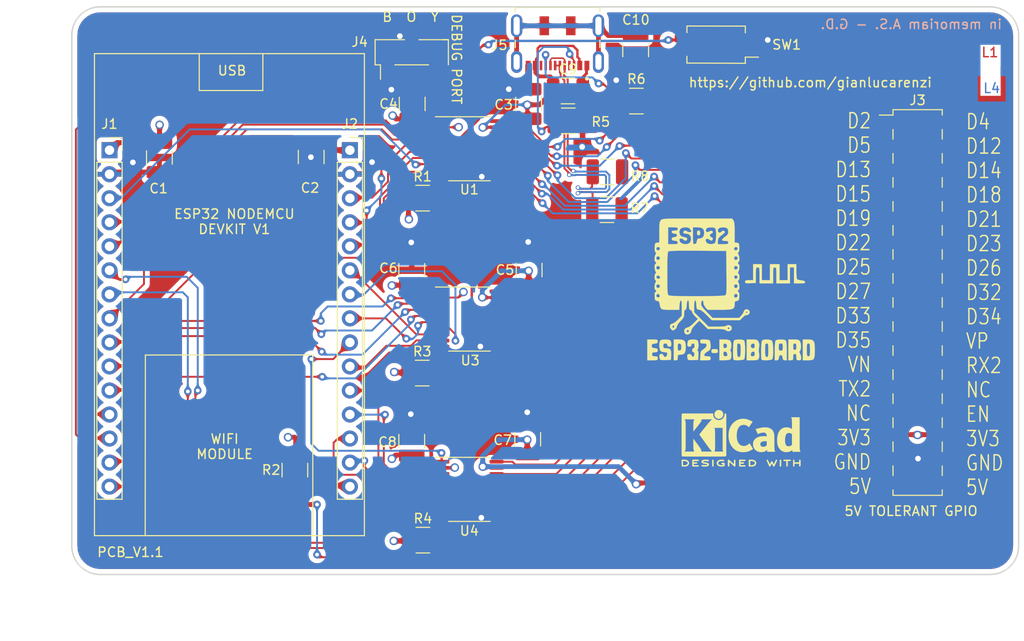
<source format=kicad_pcb>
(kicad_pcb (version 20171130) (host pcbnew 5.1.9+dfsg1-1+deb11u1)
  (title_block (title ESP32-BOBOARD) (date 2025-09-19) (rev PCB_V1.1) (company RetroBitLab) (comment 1 "Gianluca Renzi"))
  (layers (0 F.Cu signal) (1 In1.Cu power) (2 In2.Cu power) (31 B.Cu signal) (34 B.Paste user) (35 F.Paste user) (36 B.SilkS user) (37 F.SilkS user) (38 B.Mask user) (39 F.Mask user) (44 Edge.Cuts user))
  (net 0 "")
  (net 1 GND)
  (net 2 +5V)
  (net 3 +3V3)
  (net 4 /D23)
  (net 5 /D22)
  (net 6 /TX0)
  (net 7 /RX0)
  (net 8 /D21)
  (net 9 /D19)
  (net 10 /D18)
  (net 11 /D5)
  (net 12 /TX2)
  (net 13 /RX2)
  (net 14 /D4)
  (net 15 /D2)
  (net 16 /D15)
  (net 17 /EN)
  (net 18 /VP)
  (net 19 /VN)
  (net 20 /D34)
  (net 21 /D35)
  (net 22 /D32)
  (net 23 /D33)
  (net 24 /D25)
  (net 25 /D26)
  (net 26 /D27)
  (net 27 /D14)
  (net 28 /D12)
  (net 29 /D13)
  (net 30 "Net-(J3-Pad25)")
  (net 31 "Net-(J3-Pad24)")
  (net 32 /mTX2)
  (net 33 /mRX2)
  (net 34 /mVN)
  (net 35 /mVP)
  (net 36 /mD35)
  (net 37 /mD34)
  (net 38 /mD33)
  (net 39 /mD32)
  (net 40 /mD27)
  (net 41 /mD26)
  (net 42 /mD25)
  (net 43 /mD23)
  (net 44 /mD22)
  (net 45 /mD21)
  (net 46 /mD19)
  (net 47 /mD18)
  (net 48 /mD15)
  (net 49 /mD14)
  (net 50 /mD13)
  (net 51 /mD12)
  (net 52 /mD5)
  (net 53 /mD4)
  (net 54 /mD2)
  (net 55 "Net-(U4-Pad12)")
  (net 56 "Net-(U4-Pad9)")
  (net 57 "Net-(J5-Pad9)")
  (net 58 "Net-(J5-Pad4)")
  (net 59 "Net-(J5-Pad10)")
  (net 60 "Net-(J5-Pad3)")
  (net 61 /USBD_N)
  (net 62 /USBD_P)
  (net 63 "Net-(R7-Pad2)")
  (net 64 "Net-(R8-Pad2)")
  (net 65 TXS_EN)
  (net 66 "Net-(SW1-Pad4)")
  (net 67 "Net-(SW1-Pad1)")
  (net 68 "Net-(C10-Pad1)")
  (module RetroBitLab:ESP32_BOBOARD_5V_21.7mmx21.7mm (layer F.Cu) (at 190.5 104.5)
    (fp_text reference GR2 hide)
    (fp_text value LOGO hide)
  )
  (module RetroBitLab:SW_DIP_SPSTx02_DSHP02TS-S (layer F.Cu) (at 190 78 270)
    (fp_text reference SW1 (at 0 -6.5 180) (layer F.SilkS))
    (fp_text value SPST_SWITCH_SMD_4P,4.1x5.4mm hide)
    (pad 4 smd rect (at 0.635 4.7 180) (size 1.25 0.76) (layers F.Cu F.Paste F.Mask) (net 66 "Net-(SW1-Pad4)"))
    (pad 2 smd rect (at -0.635 -2.9 180) (size 1.25 0.76) (layers F.Cu F.Paste F.Mask) (net 1 GND))
    (pad 3 smd rect (at -0.635 4.7 180) (size 1.25 0.76) (layers F.Cu F.Paste F.Mask) (net 65 TXS_EN))
    (pad 1 smd rect (at 0.635 -2.9 180) (size 1.25 0.76) (layers F.Cu F.Paste F.Mask) (net 67 "Net-(SW1-Pad1)"))
  )
  (module Connector_PinSocket_2.54mm:PinSocket_1x15_P2.54mm_Vertical (layer F.Cu) (at 150.37 89.15)
    (fp_text reference J2 (at 0 -2.77) (layer F.SilkS))
    (fp_text value Conn_01x15)
    (pad 15 thru_hole oval (at 0 35.56) (size 1.7 1.7) (drill 1) (layers *.Cu *.Mask) (net 17 /EN))
    (pad 14 thru_hole oval (at 0 33.02) (size 1.7 1.7) (drill 1) (layers *.Cu *.Mask) (net 18 /VP))
    (pad 13 thru_hole oval (at 0 30.48) (size 1.7 1.7) (drill 1) (layers *.Cu *.Mask) (net 19 /VN))
    (pad 12 thru_hole oval (at 0 27.94) (size 1.7 1.7) (drill 1) (layers *.Cu *.Mask) (net 20 /D34))
    (pad 11 thru_hole oval (at 0 25.4) (size 1.7 1.7) (drill 1) (layers *.Cu *.Mask) (net 21 /D35))
    (pad 10 thru_hole oval (at 0 22.86) (size 1.7 1.7) (drill 1) (layers *.Cu *.Mask) (net 22 /D32))
    (pad 9 thru_hole oval (at 0 20.32) (size 1.7 1.7) (drill 1) (layers *.Cu *.Mask) (net 23 /D33))
    (pad 8 thru_hole oval (at 0 17.78) (size 1.7 1.7) (drill 1) (layers *.Cu *.Mask) (net 24 /D25))
    (pad 7 thru_hole oval (at 0 15.24) (size 1.7 1.7) (drill 1) (layers *.Cu *.Mask) (net 25 /D26))
    (pad 6 thru_hole oval (at 0 12.7) (size 1.7 1.7) (drill 1) (layers *.Cu *.Mask) (net 26 /D27))
    (pad 5 thru_hole oval (at 0 10.16) (size 1.7 1.7) (drill 1) (layers *.Cu *.Mask) (net 27 /D14))
    (pad 4 thru_hole oval (at 0 7.62) (size 1.7 1.7) (drill 1) (layers *.Cu *.Mask) (net 28 /D12))
    (pad 3 thru_hole oval (at 0 5.08) (size 1.7 1.7) (drill 1) (layers *.Cu *.Mask) (net 29 /D13))
    (pad 2 thru_hole oval (at 0 2.54) (size 1.7 1.7) (drill 1) (layers *.Cu *.Mask) (net 1 GND))
    (pad 1 thru_hole rect (at 0 0) (size 1.7 1.7) (drill 1) (layers *.Cu *.Mask) (net 2 +5V))
  )
  (module Connector_PinSocket_2.54mm:PinSocket_1x15_P2.54mm_Vertical (layer F.Cu) (at 124.98 89.15)
    (fp_text reference J1 (at 0 -2.77) (layer F.SilkS))
    (fp_text value Conn_01x15)
    (pad 15 thru_hole oval (at 0 35.56) (size 1.7 1.7) (drill 1) (layers *.Cu *.Mask) (net 4 /D23))
    (pad 14 thru_hole oval (at 0 33.02) (size 1.7 1.7) (drill 1) (layers *.Cu *.Mask) (net 5 /D22))
    (pad 13 thru_hole oval (at 0 30.48) (size 1.7 1.7) (drill 1) (layers *.Cu *.Mask) (net 6 /TX0))
    (pad 12 thru_hole oval (at 0 27.94) (size 1.7 1.7) (drill 1) (layers *.Cu *.Mask) (net 7 /RX0))
    (pad 11 thru_hole oval (at 0 25.4) (size 1.7 1.7) (drill 1) (layers *.Cu *.Mask) (net 8 /D21))
    (pad 10 thru_hole oval (at 0 22.86) (size 1.7 1.7) (drill 1) (layers *.Cu *.Mask) (net 9 /D19))
    (pad 9 thru_hole oval (at 0 20.32) (size 1.7 1.7) (drill 1) (layers *.Cu *.Mask) (net 10 /D18))
    (pad 8 thru_hole oval (at 0 17.78) (size 1.7 1.7) (drill 1) (layers *.Cu *.Mask) (net 11 /D5))
    (pad 7 thru_hole oval (at 0 15.24) (size 1.7 1.7) (drill 1) (layers *.Cu *.Mask) (net 12 /TX2))
    (pad 6 thru_hole oval (at 0 12.7) (size 1.7 1.7) (drill 1) (layers *.Cu *.Mask) (net 13 /RX2))
    (pad 5 thru_hole oval (at 0 10.16) (size 1.7 1.7) (drill 1) (layers *.Cu *.Mask) (net 14 /D4))
    (pad 4 thru_hole oval (at 0 7.62) (size 1.7 1.7) (drill 1) (layers *.Cu *.Mask) (net 15 /D2))
    (pad 3 thru_hole oval (at 0 5.08) (size 1.7 1.7) (drill 1) (layers *.Cu *.Mask) (net 16 /D15))
    (pad 2 thru_hole oval (at 0 2.54) (size 1.7 1.7) (drill 1) (layers *.Cu *.Mask) (net 1 GND))
    (pad 1 thru_hole rect (at 0 0) (size 1.7 1.7) (drill 1) (layers *.Cu *.Mask) (net 3 +3V3))
  )
  (module Connector_PinHeader_2.54mm:PinHeader_1x03_P2.54mm_Vertical_SMD_Pin1Left (layer F.Cu) (at 156.9 78.8 90)
    (fp_text reference J4 (at 1.09 -5.5 180) (layer F.SilkS))
    (fp_text value Conn_01x03_Male)
    (pad 2 smd rect (at 1.655 0 90) (size 2.51 1) (layers F.Cu F.Paste F.Mask) (net 7 /RX0))
    (pad 3 smd rect (at -1.655 2.54 90) (size 2.51 1) (layers F.Cu F.Paste F.Mask) (net 6 /TX0))
    (pad 1 smd rect (at -1.655 -2.54 90) (size 2.51 1) (layers F.Cu F.Paste F.Mask) (net 1 GND))
  )
  (module Connector_PinHeader_2.54mm:PinHeader_2x16_P2.54mm_Vertical_SMD (layer F.Cu) (at 210.33 105.25)
    (fp_text reference J3 (at 0 -21.38) (layer F.SilkS))
    (fp_text value Conn_02x16_Counter_Clockwise)
    (pad 32 smd rect (at 2.525 19.05) (size 3.15 1) (layers F.Cu F.Paste F.Mask) (net 2 +5V))
    (pad 31 smd rect (at -2.525 19.05) (size 3.15 1) (layers F.Cu F.Paste F.Mask) (net 2 +5V))
    (pad 30 smd rect (at 2.525 16.51) (size 3.15 1) (layers F.Cu F.Paste F.Mask) (net 1 GND))
    (pad 29 smd rect (at -2.525 16.51) (size 3.15 1) (layers F.Cu F.Paste F.Mask) (net 1 GND))
    (pad 28 smd rect (at 2.525 13.97) (size 3.15 1) (layers F.Cu F.Paste F.Mask) (net 3 +3V3))
    (pad 27 smd rect (at -2.525 13.97) (size 3.15 1) (layers F.Cu F.Paste F.Mask) (net 3 +3V3))
    (pad 26 smd rect (at 2.525 11.43) (size 3.15 1) (layers F.Cu F.Paste F.Mask) (net 17 /EN))
    (pad 25 smd rect (at -2.525 11.43) (size 3.15 1) (layers F.Cu F.Paste F.Mask) (net 30 "Net-(J3-Pad25)"))
    (pad 24 smd rect (at 2.525 8.89) (size 3.15 1) (layers F.Cu F.Paste F.Mask) (net 31 "Net-(J3-Pad24)"))
    (pad 23 smd rect (at -2.525 8.89) (size 3.15 1) (layers F.Cu F.Paste F.Mask) (net 32 /mTX2))
    (pad 22 smd rect (at 2.525 6.35) (size 3.15 1) (layers F.Cu F.Paste F.Mask) (net 33 /mRX2))
    (pad 21 smd rect (at -2.525 6.35) (size 3.15 1) (layers F.Cu F.Paste F.Mask) (net 34 /mVN))
    (pad 20 smd rect (at 2.525 3.81) (size 3.15 1) (layers F.Cu F.Paste F.Mask) (net 35 /mVP))
    (pad 19 smd rect (at -2.525 3.81) (size 3.15 1) (layers F.Cu F.Paste F.Mask) (net 36 /mD35))
    (pad 18 smd rect (at 2.525 1.27) (size 3.15 1) (layers F.Cu F.Paste F.Mask) (net 37 /mD34))
    (pad 17 smd rect (at -2.525 1.27) (size 3.15 1) (layers F.Cu F.Paste F.Mask) (net 38 /mD33))
    (pad 16 smd rect (at 2.525 -1.27) (size 3.15 1) (layers F.Cu F.Paste F.Mask) (net 39 /mD32))
    (pad 15 smd rect (at -2.525 -1.27) (size 3.15 1) (layers F.Cu F.Paste F.Mask) (net 40 /mD27))
    (pad 14 smd rect (at 2.525 -3.81) (size 3.15 1) (layers F.Cu F.Paste F.Mask) (net 41 /mD26))
    (pad 13 smd rect (at -2.525 -3.81) (size 3.15 1) (layers F.Cu F.Paste F.Mask) (net 42 /mD25))
    (pad 12 smd rect (at 2.525 -6.35) (size 3.15 1) (layers F.Cu F.Paste F.Mask) (net 43 /mD23))
    (pad 11 smd rect (at -2.525 -6.35) (size 3.15 1) (layers F.Cu F.Paste F.Mask) (net 44 /mD22))
    (pad 10 smd rect (at 2.525 -8.89) (size 3.15 1) (layers F.Cu F.Paste F.Mask) (net 45 /mD21))
    (pad 9 smd rect (at -2.525 -8.89) (size 3.15 1) (layers F.Cu F.Paste F.Mask) (net 46 /mD19))
    (pad 8 smd rect (at 2.525 -11.43) (size 3.15 1) (layers F.Cu F.Paste F.Mask) (net 47 /mD18))
    (pad 7 smd rect (at -2.525 -11.43) (size 3.15 1) (layers F.Cu F.Paste F.Mask) (net 48 /mD15))
    (pad 6 smd rect (at 2.525 -13.97) (size 3.15 1) (layers F.Cu F.Paste F.Mask) (net 49 /mD14))
    (pad 5 smd rect (at -2.525 -13.97) (size 3.15 1) (layers F.Cu F.Paste F.Mask) (net 50 /mD13))
    (pad 4 smd rect (at 2.525 -16.51) (size 3.15 1) (layers F.Cu F.Paste F.Mask) (net 51 /mD12))
    (pad 3 smd rect (at -2.525 -16.51) (size 3.15 1) (layers F.Cu F.Paste F.Mask) (net 52 /mD5))
    (pad 2 smd rect (at 2.525 -19.05) (size 3.15 1) (layers F.Cu F.Paste F.Mask) (net 53 /mD4))
    (pad 1 smd rect (at -2.525 -19.05) (size 3.15 1) (layers F.Cu F.Paste F.Mask) (net 54 /mD2))
  )
  (module Symbol:KiCad-Logo2_5mm_SilkScreen (layer F.Cu) (at 191.68 119.59)
    (fp_text reference GR1 hide)
    (fp_text value LOGO hide)
  )
  (module RetroBitLab:JAE_DX07S016JA1R1500 (layer F.Cu) (at 172.3 79.1 180)
    (fp_text reference J5 (at 6.15 1.05) (layer F.SilkS))
    (fp_text value DX07S016JA1R1500)
    (fp_line (start 2.875 -0.315) (end 3.125 -0.315) (layer Edge.Cuts) (width 0.01))
    (fp_line (start 3.125 0.315) (end 2.875 0.315) (layer Edge.Cuts) (width 0.01))
    (fp_arc (start 2.875 0) (end 2.875 -0.315) (angle -90) (layer Edge.Cuts) (width 0.01))
    (fp_arc (start 2.875 0) (end 2.56 0) (angle -90) (layer Edge.Cuts) (width 0.01))
    (fp_arc (start 3.125 0) (end 3.125 0.315) (angle -90) (layer Edge.Cuts) (width 0.01))
    (fp_arc (start 3.125 0) (end 3.44 0) (angle -90) (layer Edge.Cuts) (width 0.01))
    (pad S6 thru_hole oval (at 4.32 3.1 180) (size 1.2 2.4) (drill oval 0.65 1.95) (layers *.Cu *.Mask) (net 68 "Net-(C10-Pad1)"))
    (pad S5 thru_hole oval (at -4.32 3.1 180) (size 1.2 2.4) (drill oval 0.65 1.95) (layers *.Cu *.Mask) (net 68 "Net-(C10-Pad1)"))
    (pad S4 thru_hole oval (at 4.32 -0.725 180) (size 1.158 2.316) (drill oval 0.65 1.65) (layers *.Cu *.Mask) (net 68 "Net-(C10-Pad1)"))
    (pad S3 thru_hole oval (at -4.32 -0.725 180) (size 1.158 2.316) (drill oval 0.65 1.65) (layers *.Cu *.Mask) (net 68 "Net-(C10-Pad1)"))
    (pad None np_thru_hole circle (at -3 0 180) (size 0.63 0.63) (drill 0.63) (layers *.Cu *.Mask))
    (pad S2 smd rect (at 1.4 3.1 180) (size 1 2) (layers F.Cu F.Paste F.Mask) (net 68 "Net-(C10-Pad1)"))
    (pad S1 smd rect (at -1.4 3.1 180) (size 1 2) (layers F.Cu F.Paste F.Mask) (net 68 "Net-(C10-Pad1)"))
    (pad None np_thru_hole circle (at 3 0 180) (size 0.63 0.63) (drill 0.63) (layers *.Cu *.Mask))
    (pad None np_thru_hole circle (at 3 0 180) (size 0.6 0.6) (drill 0.6) (layers *.Cu *.Mask))
    (pad 9 smd rect (at 1.25 -1.1 180) (size 0.27 1) (layers F.Cu F.Paste F.Mask) (net 57 "Net-(J5-Pad9)"))
    (pad 8 smd rect (at 0.75 -1.1 180) (size 0.27 1) (layers F.Cu F.Paste F.Mask) (net 61 /USBD_N))
    (pad 7 smd rect (at 0.25 -1.1 180) (size 0.27 1) (layers F.Cu F.Paste F.Mask) (net 62 /USBD_P))
    (pad 6 smd rect (at -0.25 -1.1 180) (size 0.27 1) (layers F.Cu F.Paste F.Mask) (net 62 /USBD_P))
    (pad 5 smd rect (at -0.75 -1.1 180) (size 0.27 1) (layers F.Cu F.Paste F.Mask) (net 61 /USBD_N))
    (pad 4 smd rect (at -1.25 -1.1 180) (size 0.27 1) (layers F.Cu F.Paste F.Mask) (net 58 "Net-(J5-Pad4)"))
    (pad 10 smd rect (at 1.75 -1.1 180) (size 0.27 1) (layers F.Cu F.Paste F.Mask) (net 59 "Net-(J5-Pad10)"))
    (pad 3 smd rect (at -1.75 -1.1 180) (size 0.27 1) (layers F.Cu F.Paste F.Mask) (net 60 "Net-(J5-Pad3)"))
    (pad 11 smd rect (at 2.35 -1.1 180) (size 0.52 1) (layers F.Cu F.Paste F.Mask) (net 2 +5V))
    (pad 2 smd rect (at -2.35 -1.1 180) (size 0.52 1) (layers F.Cu F.Paste F.Mask) (net 2 +5V))
    (pad 12 smd rect (at 3.1 -1.1 180) (size 0.52 1) (layers F.Cu F.Paste F.Mask) (net 1 GND))
    (pad 1 smd rect (at -3.1 -1.1 180) (size 0.52 1) (layers F.Cu F.Paste F.Mask) (net 1 GND))
  )
  (module Package_SO:TSSOP-20_4.4x6.5mm_P0.65mm (layer F.Cu) (at 163 125)
    (fp_text reference U4 (at -0.02 4.38) (layer F.SilkS))
    (fp_text value TXS0108EPW)
    (pad 20 smd roundrect (at 2.8625 -2.925) (size 1.475 0.4) (layers F.Cu F.Paste F.Mask) (net 38 /mD33))
    (pad 19 smd roundrect (at 2.8625 -2.275) (size 1.475 0.4) (layers F.Cu F.Paste F.Mask) (net 2 +5V))
    (pad 18 smd roundrect (at 2.8625 -1.625) (size 1.475 0.4) (layers F.Cu F.Paste F.Mask) (net 37 /mD34))
    (pad 17 smd roundrect (at 2.8625 -0.975) (size 1.475 0.4) (layers F.Cu F.Paste F.Mask) (net 36 /mD35))
    (pad 16 smd roundrect (at 2.8625 -0.325) (size 1.475 0.4) (layers F.Cu F.Paste F.Mask) (net 35 /mVP))
    (pad 15 smd roundrect (at 2.8625 0.325) (size 1.475 0.4) (layers F.Cu F.Paste F.Mask) (net 34 /mVN))
    (pad 14 smd roundrect (at 2.8625 0.975) (size 1.475 0.4) (layers F.Cu F.Paste F.Mask) (net 33 /mRX2))
    (pad 13 smd roundrect (at 2.8625 1.625) (size 1.475 0.4) (layers F.Cu F.Paste F.Mask) (net 32 /mTX2))
    (pad 12 smd roundrect (at 2.8625 2.275) (size 1.475 0.4) (layers F.Cu F.Paste F.Mask) (net 55 "Net-(U4-Pad12)"))
    (pad 11 smd roundrect (at 2.8625 2.925) (size 1.475 0.4) (layers F.Cu F.Paste F.Mask) (net 1 GND))
    (pad 10 smd roundrect (at -2.8625 2.925) (size 1.475 0.4) (layers F.Cu F.Paste F.Mask) (net 65 TXS_EN))
    (pad 9 smd roundrect (at -2.8625 2.275) (size 1.475 0.4) (layers F.Cu F.Paste F.Mask) (net 56 "Net-(U4-Pad9)"))
    (pad 8 smd roundrect (at -2.8625 1.625) (size 1.475 0.4) (layers F.Cu F.Paste F.Mask) (net 12 /TX2))
    (pad 7 smd roundrect (at -2.8625 0.975) (size 1.475 0.4) (layers F.Cu F.Paste F.Mask) (net 13 /RX2))
    (pad 6 smd roundrect (at -2.8625 0.325) (size 1.475 0.4) (layers F.Cu F.Paste F.Mask) (net 19 /VN))
    (pad 5 smd roundrect (at -2.8625 -0.325) (size 1.475 0.4) (layers F.Cu F.Paste F.Mask) (net 18 /VP))
    (pad 4 smd roundrect (at -2.8625 -0.975) (size 1.475 0.4) (layers F.Cu F.Paste F.Mask) (net 21 /D35))
    (pad 3 smd roundrect (at -2.8625 -1.625) (size 1.475 0.4) (layers F.Cu F.Paste F.Mask) (net 20 /D34))
    (pad 2 smd roundrect (at -2.8625 -2.275) (size 1.475 0.4) (layers F.Cu F.Paste F.Mask) (net 3 +3V3))
    (pad 1 smd roundrect (at -2.8625 -2.925) (size 1.475 0.4) (layers F.Cu F.Paste F.Mask) (net 23 /D33))
  )
  (module Package_SO:TSSOP-20_4.4x6.5mm_P0.65mm (layer F.Cu) (at 163 107)
    (fp_text reference U3 (at 0.08 4.38) (layer F.SilkS))
    (fp_text value TXS0108EPW)
    (pad 20 smd roundrect (at 2.8625 -2.925) (size 1.475 0.4) (layers F.Cu F.Paste F.Mask) (net 46 /mD19))
    (pad 19 smd roundrect (at 2.8625 -2.275) (size 1.475 0.4) (layers F.Cu F.Paste F.Mask) (net 2 +5V))
    (pad 18 smd roundrect (at 2.8625 -1.625) (size 1.475 0.4) (layers F.Cu F.Paste F.Mask) (net 45 /mD21))
    (pad 17 smd roundrect (at 2.8625 -0.975) (size 1.475 0.4) (layers F.Cu F.Paste F.Mask) (net 44 /mD22))
    (pad 16 smd roundrect (at 2.8625 -0.325) (size 1.475 0.4) (layers F.Cu F.Paste F.Mask) (net 43 /mD23))
    (pad 15 smd roundrect (at 2.8625 0.325) (size 1.475 0.4) (layers F.Cu F.Paste F.Mask) (net 42 /mD25))
    (pad 14 smd roundrect (at 2.8625 0.975) (size 1.475 0.4) (layers F.Cu F.Paste F.Mask) (net 41 /mD26))
    (pad 13 smd roundrect (at 2.8625 1.625) (size 1.475 0.4) (layers F.Cu F.Paste F.Mask) (net 40 /mD27))
    (pad 12 smd roundrect (at 2.8625 2.275) (size 1.475 0.4) (layers F.Cu F.Paste F.Mask) (net 39 /mD32))
    (pad 11 smd roundrect (at 2.8625 2.925) (size 1.475 0.4) (layers F.Cu F.Paste F.Mask) (net 1 GND))
    (pad 10 smd roundrect (at -2.8625 2.925) (size 1.475 0.4) (layers F.Cu F.Paste F.Mask) (net 65 TXS_EN))
    (pad 9 smd roundrect (at -2.8625 2.275) (size 1.475 0.4) (layers F.Cu F.Paste F.Mask) (net 22 /D32))
    (pad 8 smd roundrect (at -2.8625 1.625) (size 1.475 0.4) (layers F.Cu F.Paste F.Mask) (net 26 /D27))
    (pad 7 smd roundrect (at -2.8625 0.975) (size 1.475 0.4) (layers F.Cu F.Paste F.Mask) (net 25 /D26))
    (pad 6 smd roundrect (at -2.8625 0.325) (size 1.475 0.4) (layers F.Cu F.Paste F.Mask) (net 24 /D25))
    (pad 5 smd roundrect (at -2.8625 -0.325) (size 1.475 0.4) (layers F.Cu F.Paste F.Mask) (net 4 /D23))
    (pad 4 smd roundrect (at -2.8625 -0.975) (size 1.475 0.4) (layers F.Cu F.Paste F.Mask) (net 5 /D22))
    (pad 3 smd roundrect (at -2.8625 -1.625) (size 1.475 0.4) (layers F.Cu F.Paste F.Mask) (net 8 /D21))
    (pad 2 smd roundrect (at -2.8625 -2.275) (size 1.475 0.4) (layers F.Cu F.Paste F.Mask) (net 3 +3V3))
    (pad 1 smd roundrect (at -2.8625 -2.925) (size 1.475 0.4) (layers F.Cu F.Paste F.Mask) (net 9 /D19))
  )
  (module Package_SO:TSSOP-20_4.4x6.5mm_P0.65mm (layer F.Cu) (at 163 89)
    (fp_text reference U1 (at -0.01 4.31) (layer F.SilkS))
    (fp_text value TXS0108EPW)
    (pad 20 smd roundrect (at 2.8625 -2.925) (size 1.475 0.4) (layers F.Cu F.Paste F.Mask) (net 54 /mD2))
    (pad 19 smd roundrect (at 2.8625 -2.275) (size 1.475 0.4) (layers F.Cu F.Paste F.Mask) (net 2 +5V))
    (pad 18 smd roundrect (at 2.8625 -1.625) (size 1.475 0.4) (layers F.Cu F.Paste F.Mask) (net 53 /mD4))
    (pad 17 smd roundrect (at 2.8625 -0.975) (size 1.475 0.4) (layers F.Cu F.Paste F.Mask) (net 52 /mD5))
    (pad 16 smd roundrect (at 2.8625 -0.325) (size 1.475 0.4) (layers F.Cu F.Paste F.Mask) (net 51 /mD12))
    (pad 15 smd roundrect (at 2.8625 0.325) (size 1.475 0.4) (layers F.Cu F.Paste F.Mask) (net 50 /mD13))
    (pad 14 smd roundrect (at 2.8625 0.975) (size 1.475 0.4) (layers F.Cu F.Paste F.Mask) (net 49 /mD14))
    (pad 13 smd roundrect (at 2.8625 1.625) (size 1.475 0.4) (layers F.Cu F.Paste F.Mask) (net 48 /mD15))
    (pad 12 smd roundrect (at 2.8625 2.275) (size 1.475 0.4) (layers F.Cu F.Paste F.Mask) (net 47 /mD18))
    (pad 11 smd roundrect (at 2.8625 2.925) (size 1.475 0.4) (layers F.Cu F.Paste F.Mask) (net 1 GND))
    (pad 10 smd roundrect (at -2.8625 2.925) (size 1.475 0.4) (layers F.Cu F.Paste F.Mask) (net 65 TXS_EN))
    (pad 9 smd roundrect (at -2.8625 2.275) (size 1.475 0.4) (layers F.Cu F.Paste F.Mask) (net 10 /D18))
    (pad 8 smd roundrect (at -2.8625 1.625) (size 1.475 0.4) (layers F.Cu F.Paste F.Mask) (net 16 /D15))
    (pad 7 smd roundrect (at -2.8625 0.975) (size 1.475 0.4) (layers F.Cu F.Paste F.Mask) (net 27 /D14))
    (pad 6 smd roundrect (at -2.8625 0.325) (size 1.475 0.4) (layers F.Cu F.Paste F.Mask) (net 29 /D13))
    (pad 5 smd roundrect (at -2.8625 -0.325) (size 1.475 0.4) (layers F.Cu F.Paste F.Mask) (net 28 /D12))
    (pad 4 smd roundrect (at -2.8625 -0.975) (size 1.475 0.4) (layers F.Cu F.Paste F.Mask) (net 11 /D5))
    (pad 3 smd roundrect (at -2.8625 -1.625) (size 1.475 0.4) (layers F.Cu F.Paste F.Mask) (net 14 /D4))
    (pad 2 smd roundrect (at -2.8625 -2.275) (size 1.475 0.4) (layers F.Cu F.Paste F.Mask) (net 3 +3V3))
    (pad 1 smd roundrect (at -2.8625 -2.925) (size 1.475 0.4) (layers F.Cu F.Paste F.Mask) (net 15 /D2))
  )
  (module Capacitor_SMD:C_1210_3225Metric_Pad1.33x2.70mm_HandSolder (layer F.Cu) (at 130.25 89.92 270)
    (fp_text reference C1 (at 3.28 0.08 180) (layer F.SilkS))
    (fp_text value 100uF)
    (pad 2 smd roundrect (at 1.5625 0 270) (size 1.325 2.7) (layers F.Cu F.Paste F.Mask) (roundrect_rratio 0.1886784905660377) (net 1 GND))
    (pad 1 smd roundrect (at -1.5625 0 270) (size 1.325 2.7) (layers F.Cu F.Paste F.Mask) (roundrect_rratio 0.1886784905660377) (net 3 +3V3))
  )
  (module Capacitor_SMD:C_1210_3225Metric_Pad1.33x2.70mm_HandSolder (layer F.Cu) (at 146.28 89.87 270)
    (fp_text reference C2 (at 3.27 0.12 180) (layer F.SilkS))
    (fp_text value 100uF)
    (pad 1 smd roundrect (at -1.5625 0 270) (size 1.325 2.7) (layers F.Cu F.Paste F.Mask) (roundrect_rratio 0.1886784905660377) (net 2 +5V))
    (pad 2 smd roundrect (at 1.5625 0 270) (size 1.325 2.7) (layers F.Cu F.Paste F.Mask) (roundrect_rratio 0.1886784905660377) (net 1 GND))
  )
  (module Capacitor_SMD:C_1210_3225Metric_Pad1.33x2.70mm_HandSolder (layer F.Cu) (at 169.25 84.27 90)
    (fp_text reference C3 (at -0.07 -2.64 180) (layer F.SilkS))
    (fp_text value 100uF)
    (pad 2 smd roundrect (at 1.5625 0 90) (size 1.325 2.7) (layers F.Cu F.Paste F.Mask) (roundrect_rratio 0.1886784905660377) (net 1 GND))
    (pad 1 smd roundrect (at -1.5625 0 90) (size 1.325 2.7) (layers F.Cu F.Paste F.Mask) (roundrect_rratio 0.1886784905660377) (net 2 +5V))
  )
  (module Capacitor_SMD:C_1210_3225Metric_Pad1.33x2.70mm_HandSolder (layer F.Cu) (at 156.95 84.26 90)
    (fp_text reference C4 (at 0 -2.5 180) (layer F.SilkS))
    (fp_text value 100uF)
    (pad 1 smd roundrect (at -1.5625 0 90) (size 1.325 2.7) (layers F.Cu F.Paste F.Mask) (roundrect_rratio 0.1886784905660377) (net 3 +3V3))
    (pad 2 smd roundrect (at 1.5625 0 90) (size 1.325 2.7) (layers F.Cu F.Paste F.Mask) (roundrect_rratio 0.1886784905660377) (net 1 GND))
  )
  (module Capacitor_SMD:C_1210_3225Metric_Pad1.33x2.70mm_HandSolder (layer F.Cu) (at 169.3 101.82 90)
    (fp_text reference C5 (at 0.01 -2.55 180) (layer F.SilkS))
    (fp_text value 100uF)
    (pad 2 smd roundrect (at 1.5625 0 90) (size 1.325 2.7) (layers F.Cu F.Paste F.Mask) (roundrect_rratio 0.1886784905660377) (net 1 GND))
    (pad 1 smd roundrect (at -1.5625 0 90) (size 1.325 2.7) (layers F.Cu F.Paste F.Mask) (roundrect_rratio 0.1886784905660377) (net 2 +5V))
  )
  (module Capacitor_SMD:C_1210_3225Metric_Pad1.33x2.70mm_HandSolder (layer F.Cu) (at 156.9 101.84 90)
    (fp_text reference C6 (at 0.21 -2.46 180) (layer F.SilkS))
    (fp_text value 100uF)
    (pad 1 smd roundrect (at -1.5625 0 90) (size 1.325 2.7) (layers F.Cu F.Paste F.Mask) (roundrect_rratio 0.1886784905660377) (net 3 +3V3))
    (pad 2 smd roundrect (at 1.5625 0 90) (size 1.325 2.7) (layers F.Cu F.Paste F.Mask) (roundrect_rratio 0.1886784905660377) (net 1 GND))
  )
  (module Capacitor_SMD:C_1210_3225Metric_Pad1.33x2.70mm_HandSolder (layer F.Cu) (at 169.15 119.7 90)
    (fp_text reference C7 (at -0.1 -2.64 180) (layer F.SilkS))
    (fp_text value 100uF)
    (pad 2 smd roundrect (at 1.5625 0 90) (size 1.325 2.7) (layers F.Cu F.Paste F.Mask) (roundrect_rratio 0.1886784905660377) (net 1 GND))
    (pad 1 smd roundrect (at -1.5625 0 90) (size 1.325 2.7) (layers F.Cu F.Paste F.Mask) (roundrect_rratio 0.1886784905660377) (net 2 +5V))
  )
  (module Capacitor_SMD:C_1210_3225Metric_Pad1.33x2.70mm_HandSolder (layer F.Cu) (at 156.9 119.9 90)
    (fp_text reference C8 (at -0.1 -2.56 180) (layer F.SilkS))
    (fp_text value 100uF)
    (pad 1 smd roundrect (at -1.5625 0 90) (size 1.325 2.7) (layers F.Cu F.Paste F.Mask) (roundrect_rratio 0.1886784905660377) (net 3 +3V3))
    (pad 2 smd roundrect (at 1.5625 0 90) (size 1.325 2.7) (layers F.Cu F.Paste F.Mask) (roundrect_rratio 0.1886784905660377) (net 1 GND))
  )
  (module Capacitor_SMD:C_1210_3225Metric_Pad1.33x2.70mm_HandSolder (layer F.Cu) (at 173.4 82.89)
    (fp_text reference C9 (at 0 -2.3) (layer F.SilkS))
    (fp_text value 100uF)
    (pad 1 smd roundrect (at -1.5625 0) (size 1.325 2.7) (layers F.Cu F.Paste F.Mask) (roundrect_rratio 0.1886784905660377) (net 2 +5V))
    (pad 2 smd roundrect (at 1.5625 0) (size 1.325 2.7) (layers F.Cu F.Paste F.Mask) (roundrect_rratio 0.1886784905660377) (net 1 GND))
  )
  (module Capacitor_SMD:C_1210_3225Metric_Pad1.33x2.70mm_HandSolder (layer F.Cu) (at 180.55 78.56 270)
    (fp_text reference C10 (at -3.19 -0.03 180) (layer F.SilkS))
    (fp_text value 100nF)
    (pad 2 smd roundrect (at 1.5625 0 270) (size 1.325 2.7) (layers F.Cu F.Paste F.Mask) (roundrect_rratio 0.1886784905660377) (net 1 GND))
    (pad 1 smd roundrect (at -1.5625 0 270) (size 1.325 2.7) (layers F.Cu F.Paste F.Mask) (roundrect_rratio 0.1886784905660377) (net 68 "Net-(C10-Pad1)"))
  )
  (module Resistor_SMD:R_1210_3225Metric_Pad1.30x2.65mm_HandSolder (layer F.Cu) (at 158.05 94.22)
    (fp_text reference R1 (at 0 -2.28) (layer F.SilkS))
    (fp_text value 10K)
    (pad 2 smd roundrect (at 1.55 0) (size 1.3 2.65) (layers F.Cu F.Paste F.Mask) (roundrect_rratio 0.1923076923076923) (net 65 TXS_EN))
    (pad 1 smd roundrect (at -1.55 0) (size 1.3 2.65) (layers F.Cu F.Paste F.Mask) (roundrect_rratio 0.1923076923076923) (net 3 +3V3))
  )
  (module Resistor_SMD:R_1210_3225Metric_Pad1.30x2.65mm_HandSolder (layer F.Cu) (at 144.56 122.97 90)
    (fp_text reference R2 (at 0.02 -2.51 180) (layer F.SilkS))
    (fp_text value 10K)
    (pad 1 smd roundrect (at -1.55 0 90) (size 1.3 2.65) (layers F.Cu F.Paste F.Mask) (roundrect_rratio 0.1923076923076923) (net 17 /EN))
    (pad 2 smd roundrect (at 1.55 0 90) (size 1.3 2.65) (layers F.Cu F.Paste F.Mask) (roundrect_rratio 0.1923076923076923) (net 3 +3V3))
  )
  (module Resistor_SMD:R_1210_3225Metric_Pad1.30x2.65mm_HandSolder (layer F.Cu) (at 158.01 112.71)
    (fp_text reference R3 (at 0 -2.28) (layer F.SilkS))
    (fp_text value 10K)
    (pad 1 smd roundrect (at -1.55 0) (size 1.3 2.65) (layers F.Cu F.Paste F.Mask) (roundrect_rratio 0.1923076923076923) (net 3 +3V3))
    (pad 2 smd roundrect (at 1.55 0) (size 1.3 2.65) (layers F.Cu F.Paste F.Mask) (roundrect_rratio 0.1923076923076923) (net 65 TXS_EN))
  )
  (module Resistor_SMD:R_1210_3225Metric_Pad1.30x2.65mm_HandSolder (layer F.Cu) (at 158.08 130.37)
    (fp_text reference R4 (at 0 -2.28) (layer F.SilkS))
    (fp_text value 10K)
    (pad 2 smd roundrect (at 1.55 0) (size 1.3 2.65) (layers F.Cu F.Paste F.Mask) (roundrect_rratio 0.1923076923076923) (net 65 TXS_EN))
    (pad 1 smd roundrect (at -1.55 0) (size 1.3 2.65) (layers F.Cu F.Paste F.Mask) (roundrect_rratio 0.1923076923076923) (net 3 +3V3))
  )
  (module Resistor_SMD:R_1210_3225Metric_Pad1.30x2.65mm_HandSolder (layer F.Cu) (at 173.44 86.05)
    (fp_text reference R5 (at 3.43 0.11) (layer F.SilkS))
    (fp_text value 5K1)
    (pad 2 smd roundrect (at 1.55 0) (size 1.3 2.65) (layers F.Cu F.Paste F.Mask) (roundrect_rratio 0.1923076923076923) (net 1 GND))
    (pad 1 smd roundrect (at -1.55 0) (size 1.3 2.65) (layers F.Cu F.Paste F.Mask) (roundrect_rratio 0.1923076923076923) (net 60 "Net-(J5-Pad3)"))
  )
  (module Resistor_SMD:R_1210_3225Metric_Pad1.30x2.65mm_HandSolder (layer F.Cu) (at 180.63 83.96 180)
    (fp_text reference R6 (at 0 2.33) (layer F.SilkS))
    (fp_text value 5K1)
    (pad 1 smd roundrect (at -1.55 0 180) (size 1.3 2.65) (layers F.Cu F.Paste F.Mask) (roundrect_rratio 0.1923076923076923) (net 1 GND))
    (pad 2 smd roundrect (at 1.55 0 180) (size 1.3 2.65) (layers F.Cu F.Paste F.Mask) (roundrect_rratio 0.1923076923076923) (net 57 "Net-(J5-Pad9)"))
  )
  (module Resistor_SMD:R_1210_3225Metric_Pad1.30x2.65mm_HandSolder (layer F.Cu) (at 177.52 95.44)
    (fp_text reference R7 (at 3.45 -0.15) (layer F.SilkS))
    (fp_text value CREZ12101%)
    (pad 2 smd roundrect (at 1.55 0) (size 1.3 2.65) (layers F.Cu F.Paste F.Mask) (roundrect_rratio 0.1923076923076923) (net 63 "Net-(R7-Pad2)"))
    (pad 1 smd roundrect (at -1.55 0) (size 1.3 2.65) (layers F.Cu F.Paste F.Mask) (roundrect_rratio 0.1923076923076923) (net 61 /USBD_N))
  )
  (module Resistor_SMD:R_1210_3225Metric_Pad1.30x2.65mm_HandSolder (layer F.Cu) (at 177.57 91.44)
    (fp_text reference R8 (at 3.45 0.46) (layer F.SilkS))
    (fp_text value CREZ12101%)
    (pad 1 smd roundrect (at -1.55 0) (size 1.3 2.65) (layers F.Cu F.Paste F.Mask) (roundrect_rratio 0.1923076923076923) (net 62 /USBD_P))
    (pad 2 smd roundrect (at 1.55 0) (size 1.3 2.65) (layers F.Cu F.Paste F.Mask) (roundrect_rratio 0.1923076923076923) (net 64 "Net-(R8-Pad2)"))
  )
  (gr_text L4 (at 218.16 82.599999) (layer B.Cu) (effects (font (size 1 1))))
  (gr_text L1 (at 217.97 78.81) (layer F.Cu) (effects (font (size 1 1))))
  (gr_text PCB_V1.1 (at 127.19 131.64) (layer F.SilkS) (effects (font (size 1 1))))
  (gr_text "DEBUG PORT" (at 161.63 79.54 270) (layer F.SilkS) (effects (font (size 1 1))))
  (gr_text https://github.com/gianlucarenzi (at 199 82) (layer F.SilkS) (effects (font (size 1 1))))
  (gr_text "ESP32 NODEMCU\nDEVKIT V1" (at 138.17 96.7) (layer F.SilkS) (effects (font (size 1 1))))
  (gr_text USB (at 137.92 80.74) (layer F.SilkS) (effects (font (size 1 1))))
  (gr_text "WIFI\nMODULE" (at 137.14 120.48) (layer F.SilkS) (effects (font (size 1 1))))
  (gr_line (start 146.45 110.79) (end 128.77 110.8) (layer F.SilkS) (width 0.12))
  (gr_line (start 146.45 129.895) (end 146.45 110.79) (layer F.SilkS) (width 0.12))
  (gr_line (start 128.77 110.8) (end 128.75 129.91) (layer F.SilkS) (width 0.12))
  (gr_line (start 141.17 82.84) (end 141.18 78.96) (layer F.SilkS) (width 0.12))
  (gr_line (start 134.46 82.84) (end 141.17 82.84) (layer F.SilkS) (width 0.12))
  (gr_line (start 134.46 78.95) (end 134.46 82.84) (layer F.SilkS) (width 0.12))
  (gr_line (start 123.39 129.895) (end 123.39 78.945) (layer F.SilkS) (width 0.12))
  (gr_line (start 151.9 129.895) (end 123.39 129.895) (layer F.SilkS) (width 0.12))
  (gr_line (start 151.9 78.945) (end 151.9 129.895) (layer F.SilkS) (width 0.12))
  (gr_line (start 123.39 78.945) (end 151.9 78.945) (layer F.SilkS) (width 0.12))
  (gr_text "in memoriam A.S. - G.D." (at 209.66 75.84) (layer B.SilkS) (effects (font (size 1 1)) (justify mirror)))
  (gr_text "5V TOLERANT GPIO" (at 209.64 127.3) (layer F.SilkS) (effects (font (size 1 1))))
  (gr_text "D4\nD12\nD14\nD18\nD21\nD23\nD26\nD32\nD34\nVP\nRX2\nNC\nEN\n3V3\nGND\n5V\n" (at 215.34 105.47) (layer F.SilkS) (effects (font (size 1.6 1.3)) (justify left)))
  (gr_text "D2\nD5\nD13\nD15\nD19\nD22\nD25\nD27\nD33\nD35\nVN\nTX2\nNC\n3V3\nGND\n5V\n" (at 205.52 105.37) (layer F.SilkS) (effects (font (size 1.6 1.3)) (justify right)))
  (gr_text "B  O  Y" (at 156.79 75.07) (layer F.SilkS) (effects (font (size 1 1))))
  (gr_arc (start 124 77) (end 124 74) (angle -90) (layer Edge.Cuts) (width 0.15))
  (gr_arc (start 124 131) (end 121 131) (angle -90) (layer Edge.Cuts) (width 0.15))
  (gr_arc (start 218 131) (end 218 134) (angle -90) (layer Edge.Cuts) (width 0.15))
  (gr_arc (start 218 77) (end 221 77) (angle -90) (layer Edge.Cuts) (width 0.15))
  (gr_line (start 121 131) (end 121 77) (layer Edge.Cuts) (width 0.15))
  (gr_line (start 218 134) (end 124 134) (layer Edge.Cuts) (width 0.15))
  (gr_line (start 221 77) (end 221 131) (layer Edge.Cuts) (width 0.15))
  (gr_line (start 124 74) (end 218 74) (layer Edge.Cuts) (width 0.15))
  (segment (start 182.25 80.9) (end 182.25 84.15) (width 0.5) (layer F.Cu) (net 1))
  (segment (start 181.5125 80.1625) (end 182.25 80.9) (width 0.5) (layer F.Cu) (net 1))
  (segment (start 179.4 80.1625) (end 181.5125 80.1625) (width 0.5) (layer F.Cu) (net 1))
  (via (at 178.5 81.75) (size 0.9) (drill 0.6) (layers F.Cu B.Cu) (net 1))
  (segment (start 179.4 80.85) (end 178.5 81.75) (width 0.5) (layer F.Cu) (net 1))
  (segment (start 179.4 80.1625) (end 179.4 80.85) (width 0.5) (layer F.Cu) (net 1))
  (segment (start 174.9125 86.6875) (end 174.9 86.7) (width 0.5) (layer F.Cu) (net 1))
  (segment (start 174.9125 83.3) (end 174.9125 86.6875) (width 0.5) (layer F.Cu) (net 1))
  (via (at 174.9 88.8) (size 0.9) (drill 0.6) (layers F.Cu B.Cu) (net 1))
  (segment (start 174.9 86.7) (end 174.9 88.8) (width 0.5) (layer F.Cu) (net 1))
  (segment (start 169.139999 82.697501) (end 169.139999 80.2) (width 0.5) (layer F.Cu) (net 1))
  (segment (start 169.1 82.7375) (end 169.139999 82.697501) (width 0.5) (layer F.Cu) (net 1))
  (via (at 167.15 82.7) (size 0.9) (drill 0.6) (layers F.Cu B.Cu) (net 1))
  (segment (start 167.1875 82.7375) (end 167.15 82.7) (width 0.5) (layer F.Cu) (net 1))
  (segment (start 169.1 82.7375) (end 167.1875 82.7375) (width 0.5) (layer F.Cu) (net 1))
  (via (at 154.75 82.75) (size 0.9) (drill 0.6) (layers F.Cu B.Cu) (net 1))
  (segment (start 154.7625 82.7375) (end 154.75 82.75) (width 0.5) (layer F.Cu) (net 1))
  (segment (start 156.9 82.7375) (end 154.7625 82.7375) (width 0.5) (layer F.Cu) (net 1))
  (via (at 156.85 98.9) (size 0.9) (drill 0.6) (layers F.Cu B.Cu) (net 1))
  (segment (start 156.85 100.2875) (end 156.85 98.9) (width 0.5) (layer F.Cu) (net 1))
  (via (at 169.2 98.85) (size 0.9) (drill 0.6) (layers F.Cu B.Cu) (net 1))
  (segment (start 169.25 98.9) (end 169.2 98.85) (width 0.5) (layer F.Cu) (net 1))
  (segment (start 169.25 100.2875) (end 169.25 98.9) (width 0.5) (layer F.Cu) (net 1))
  (via (at 156.8 117.05) (size 0.9) (drill 0.6) (layers F.Cu B.Cu) (net 1))
  (segment (start 156.85 117.1) (end 156.8 117.05) (width 0.5) (layer F.Cu) (net 1))
  (segment (start 156.85 118.2375) (end 156.85 117.1) (width 0.5) (layer F.Cu) (net 1))
  (via (at 169.1 116.85) (size 0.9) (drill 0.6) (layers F.Cu B.Cu) (net 1))
  (segment (start 169.2 116.95) (end 169.1 116.85) (width 0.5) (layer F.Cu) (net 1))
  (segment (start 169.2 118.1875) (end 169.2 116.95) (width 0.5) (layer F.Cu) (net 1))
  (via (at 164.15 109.9) (size 0.9) (drill 0.6) (layers F.Cu B.Cu) (net 1))
  (segment (start 164.175 109.925) (end 164.15 109.9) (width 0.25) (layer F.Cu) (net 1))
  (segment (start 165.8625 109.925) (end 164.175 109.925) (width 0.25) (layer F.Cu) (net 1))
  (via (at 164.3 91.95) (size 0.9) (drill 0.6) (layers F.Cu B.Cu) (net 1))
  (segment (start 164.325 91.925) (end 164.3 91.95) (width 0.25) (layer F.Cu) (net 1))
  (segment (start 165.8625 91.925) (end 164.325 91.925) (width 0.25) (layer F.Cu) (net 1))
  (segment (start 164.325 127.925) (end 164.25 128) (width 0.2) (layer F.Cu) (net 1))
  (via (at 164.25 128) (size 0.9) (drill 0.6) (layers F.Cu B.Cu) (net 1))
  (segment (start 165.8625 127.925) (end 164.325 127.925) (width 0.2) (layer F.Cu) (net 1))
  (via (at 146.25 89.89) (size 0.9) (drill 0.6) (layers F.Cu B.Cu) (net 1))
  (segment (start 146.25 89.89) (end 146.25 91.4625) (width 0.5) (layer F.Cu) (net 1))
  (via (at 152.71 90.41) (size 0.9) (drill 0.6) (layers F.Cu B.Cu) (net 1))
  (via (at 155.646451 77.093547) (size 0.9) (drill 0.6) (layers F.Cu B.Cu) (net 1))
  (segment (start 154.36 78.379998) (end 155.646451 77.093547) (width 0.5) (layer F.Cu) (net 1))
  (segment (start 154.36 82.36) (end 154.36 78.379998) (width 0.5) (layer F.Cu) (net 1))
  (segment (start 154.7375 82.7375) (end 154.36 82.36) (width 0.5) (layer F.Cu) (net 1))
  (segment (start 156.9 82.7375) (end 154.7375 82.7375) (width 0.5) (layer F.Cu) (net 1))
  (via (at 210.37 121.75) (size 0.9) (drill 0.6) (layers F.Cu B.Cu) (net 1))
  (segment (start 210.38 121.76) (end 210.37 121.75) (width 0.5) (layer F.Cu) (net 1))
  (segment (start 212.855 121.76) (end 210.38 121.76) (width 0.5) (layer F.Cu) (net 1))
  (segment (start 210.38 121.76) (end 207.805 121.76) (width 0.5) (layer F.Cu) (net 1))
  (segment (start 151.823998 91.62) (end 151.996999 91.446999) (width 0.5) (layer F.Cu) (net 1))
  (segment (start 146.25 91.4625) (end 146.4075 91.62) (width 0.5) (layer F.Cu) (net 1))
  (segment (start 151.996999 91.123001) (end 152.71 90.41) (width 0.5) (layer F.Cu) (net 1))
  (segment (start 151.996999 91.446999) (end 151.996999 91.123001) (width 0.5) (layer F.Cu) (net 1))
  (segment (start 130.27 91.4525) (end 126.3425 91.4525) (width 0.5) (layer F.Cu) (net 1))
  (segment (start 125.2175 91.4525) (end 124.98 91.69) (width 0.5) (layer F.Cu) (net 1))
  (segment (start 126.3425 91.4525) (end 125.2175 91.4525) (width 0.5) (layer F.Cu) (net 1))
  (segment (start 146.4775 91.69) (end 146.25 91.4625) (width 0.5) (layer F.Cu) (net 1))
  (segment (start 150.37 91.69) (end 146.4775 91.69) (width 0.5) (layer F.Cu) (net 1))
  (segment (start 150.44 91.62) (end 150.37 91.69) (width 0.5) (layer F.Cu) (net 1))
  (segment (start 151.823998 91.62) (end 150.44 91.62) (width 0.5) (layer F.Cu) (net 1))
  (via (at 194.5 77.5) (size 0.9) (drill 0.6) (layers F.Cu B.Cu) (net 1))
  (segment (start 194.365 77.365) (end 194.5 77.5) (width 0.5) (layer F.Cu) (net 1))
  (segment (start 192.9 77.365) (end 194.365 77.365) (width 0.5) (layer F.Cu) (net 1))
  (segment (start 175.360001 80.329999) (end 175.360001 81.039999) (width 0.3) (layer F.Cu) (net 1))
  (segment (start 175.4 80.29) (end 175.360001 80.329999) (width 0.3) (layer F.Cu) (net 1))
  (segment (start 175.4 80.2) (end 175.4 80.29) (width 0.3) (layer F.Cu) (net 1))
  (segment (start 175.360001 81.039999) (end 174.97 81.43) (width 0.3) (layer F.Cu) (net 1))
  (segment (start 174.97 81.43) (end 174.97 83.13) (width 0.3) (layer F.Cu) (net 1))
  (via (at 127.45 90.44) (size 0.9) (drill 0.6) (layers F.Cu B.Cu) (net 1))
  (segment (start 127.45 91.425) (end 127.45 90.44) (width 0.5) (layer F.Cu) (net 1))
  (segment (start 127.4225 91.4525) (end 127.45 91.425) (width 0.5) (layer F.Cu) (net 1))
  (segment (start 126.3425 91.4525) (end 127.4225 91.4525) (width 0.5) (layer F.Cu) (net 1))
  (via (at 164.4 86.75) (size 0.9) (drill 0.6) (layers F.Cu B.Cu) (net 2))
  (segment (start 164.425 86.725) (end 164.4 86.75) (width 0.25) (layer F.Cu) (net 2))
  (segment (start 165.8625 86.725) (end 164.425 86.725) (width 0.25) (layer F.Cu) (net 2))
  (via (at 169.1 84.35) (size 0.9) (drill 0.6) (layers F.Cu B.Cu) (net 2))
  (segment (start 166.8 84.35) (end 169.1 84.35) (width 0.25) (layer B.Cu) (net 2))
  (segment (start 164.4 86.75) (end 166.8 84.35) (width 0.25) (layer B.Cu) (net 2))
  (segment (start 169.1 84.35) (end 169.1 85.8625) (width 0.25) (layer F.Cu) (net 2))
  (via (at 164.35 104.7) (size 0.9) (drill 0.6) (layers F.Cu B.Cu) (net 2))
  (segment (start 164.375 104.725) (end 164.35 104.7) (width 0.25) (layer F.Cu) (net 2))
  (segment (start 165.8625 104.725) (end 164.375 104.725) (width 0.25) (layer F.Cu) (net 2))
  (segment (start 164.35 104.7) (end 164.35 103.95) (width 0.5) (layer B.Cu) (net 2))
  (via (at 169.25 101.9) (size 0.9) (drill 0.6) (layers F.Cu B.Cu) (net 2))
  (segment (start 166.4 101.9) (end 169.25 101.9) (width 0.5) (layer B.Cu) (net 2))
  (segment (start 164.35 103.95) (end 166.4 101.9) (width 0.5) (layer B.Cu) (net 2))
  (segment (start 169.25 101.9) (end 169.25 103.4125) (width 0.5) (layer F.Cu) (net 2))
  (segment (start 164.525 122.725) (end 164.4 122.6) (width 0.2) (layer F.Cu) (net 2))
  (via (at 164.4 122.6) (size 0.9) (drill 0.6) (layers F.Cu B.Cu) (net 2))
  (segment (start 165.8625 122.725) (end 164.525 122.725) (width 0.2) (layer F.Cu) (net 2))
  (segment (start 164.4 122.6) (end 164.4 121.45) (width 0.5) (layer B.Cu) (net 2))
  (via (at 169.1 119.75) (size 0.9) (drill 0.6) (layers F.Cu B.Cu) (net 2))
  (segment (start 166.1 119.75) (end 169.1 119.75) (width 0.5) (layer B.Cu) (net 2))
  (segment (start 164.4 121.45) (end 166.1 119.75) (width 0.5) (layer B.Cu) (net 2))
  (segment (start 169.1 121.2125) (end 169.2 121.3125) (width 0.5) (layer F.Cu) (net 2))
  (segment (start 169.1 119.75) (end 169.1 121.2125) (width 0.5) (layer F.Cu) (net 2))
  (via (at 180.6 124.45) (size 0.9) (drill 0.6) (layers F.Cu B.Cu) (net 2))
  (segment (start 178.75 122.6) (end 164.4 122.6) (width 0.5) (layer B.Cu) (net 2))
  (segment (start 180.6 124.45) (end 178.75 122.6) (width 0.5) (layer B.Cu) (net 2))
  (segment (start 174.610001 79.505203) (end 174.4 79.295202) (width 0.25) (layer F.Cu) (net 2))
  (segment (start 174.610001 80.160001) (end 174.610001 79.505203) (width 0.25) (layer F.Cu) (net 2))
  (segment (start 174.65 80.2) (end 174.610001 80.160001) (width 0.25) (layer F.Cu) (net 2))
  (segment (start 174.4 79.295202) (end 174.4 78.58) (width 0.25) (layer F.Cu) (net 2))
  (segment (start 174.4 78.58) (end 173.95 78.13) (width 0.25) (layer F.Cu) (net 2))
  (segment (start 173.95 78.13) (end 170.46 78.13) (width 0.25) (layer F.Cu) (net 2))
  (segment (start 170.46 78.13) (end 170.2 78.39) (width 0.25) (layer F.Cu) (net 2))
  (segment (start 170.2 78.39) (end 170.2 79.3) (width 0.25) (layer F.Cu) (net 2))
  (segment (start 170.014999 79.915001) (end 170.014999 79.54822) (width 0.2) (layer F.Cu) (net 2))
  (segment (start 169.95 79.98) (end 170.014999 79.915001) (width 0.2) (layer F.Cu) (net 2))
  (segment (start 169.95 80.2) (end 169.95 79.98) (width 0.2) (layer F.Cu) (net 2))
  (segment (start 170.06506 79.43494) (end 170.2 79.3) (width 0.2) (layer F.Cu) (net 2))
  (segment (start 170.018789 79.54665) (end 170.06506 79.43494) (width 0.2) (layer F.Cu) (net 2))
  (segment (start 170.014999 79.54822) (end 170.018789 79.54665) (width 0.2) (layer F.Cu) (net 2))
  (segment (start 180.73 124.32) (end 180.6 124.45) (width 0.5) (layer F.Cu) (net 2))
  (segment (start 212.835 124.32) (end 180.73 124.32) (width 0.5) (layer F.Cu) (net 2))
  (segment (start 212.855 124.3) (end 212.835 124.32) (width 0.5) (layer F.Cu) (net 2))
  (segment (start 148.1075 88.3375) (end 148.85 89.08) (width 0.5) (layer F.Cu) (net 2))
  (segment (start 146.25 88.3375) (end 148.1075 88.3375) (width 0.5) (layer F.Cu) (net 2))
  (segment (start 150.3 89.08) (end 150.37 89.15) (width 0.5) (layer F.Cu) (net 2))
  (segment (start 148.85 89.08) (end 150.3 89.08) (width 0.5) (layer F.Cu) (net 2))
  (segment (start 169.1 84.35) (end 170.41 84.35) (width 0.5) (layer F.Cu) (net 2))
  (segment (start 170.41 84.35) (end 170.89 83.87) (width 0.5) (layer F.Cu) (net 2))
  (segment (start 170.89 83.87) (end 170.9 83.87) (width 0.5) (layer F.Cu) (net 2))
  (segment (start 170.89 83.87) (end 170.92 83.87) (width 0.5) (layer F.Cu) (net 2))
  (segment (start 170.89 83.87) (end 170.89 83.86) (width 0.5) (layer F.Cu) (net 2))
  (segment (start 170.89 83.86) (end 171.93 82.82) (width 0.5) (layer F.Cu) (net 2))
  (segment (start 169.95 80.955002) (end 170.344998 81.35) (width 0.4) (layer F.Cu) (net 2))
  (segment (start 171.8 82.6) (end 171.8 82.71) (width 0.4) (layer F.Cu) (net 2))
  (segment (start 171.8 81.61) (end 171.8 82.6) (width 0.4) (layer F.Cu) (net 2))
  (segment (start 171.54 81.35) (end 171.8 81.61) (width 0.4) (layer F.Cu) (net 2))
  (segment (start 170.344998 81.35) (end 171.54 81.35) (width 0.4) (layer F.Cu) (net 2))
  (segment (start 169.95 80.2) (end 169.95 80.955002) (width 0.4) (layer F.Cu) (net 2))
  (via (at 143.84 119.49) (size 0.9) (drill 0.6) (layers F.Cu B.Cu) (net 3))
  (via (at 161.856141 86.715206) (size 0.9) (drill 0.6) (layers F.Cu B.Cu) (net 3))
  (segment (start 161.846347 86.725) (end 161.856141 86.715206) (width 0.2) (layer F.Cu) (net 3))
  (segment (start 160.1375 86.725) (end 161.846347 86.725) (width 0.2) (layer F.Cu) (net 3))
  (via (at 156.6 96.45) (size 0.9) (drill 0.6) (layers F.Cu B.Cu) (net 3))
  (segment (start 156.55 96.4) (end 156.6 96.45) (width 0.5) (layer F.Cu) (net 3))
  (segment (start 156.55 94.5) (end 156.55 96.4) (width 0.5) (layer F.Cu) (net 3))
  (segment (start 155.249953 85.8625) (end 154.879506 85.492053) (width 0.5) (layer F.Cu) (net 3))
  (segment (start 156.9 85.8625) (end 155.249953 85.8625) (width 0.5) (layer F.Cu) (net 3))
  (via (at 154.879506 85.492053) (size 0.9) (drill 0.6) (layers F.Cu B.Cu) (net 3))
  (via (at 154.8 103.45) (size 0.9) (drill 0.6) (layers F.Cu B.Cu) (net 3))
  (segment (start 154.8375 103.4125) (end 154.8 103.45) (width 0.5) (layer F.Cu) (net 3))
  (segment (start 156.85 103.4125) (end 154.8375 103.4125) (width 0.5) (layer F.Cu) (net 3))
  (via (at 155.05 112.6) (size 0.9) (drill 0.6) (layers F.Cu B.Cu) (net 3))
  (segment (start 155.1 112.65) (end 155.05 112.6) (width 0.5) (layer F.Cu) (net 3))
  (segment (start 156.45 112.65) (end 155.1 112.65) (width 0.5) (layer F.Cu) (net 3))
  (via (at 161.45 122.7) (size 0.9) (drill 0.6) (layers F.Cu B.Cu) (net 3))
  (segment (start 161.425 122.725) (end 161.45 122.7) (width 0.25) (layer F.Cu) (net 3))
  (segment (start 160.1375 122.725) (end 161.425 122.725) (width 0.25) (layer F.Cu) (net 3))
  (via (at 155 130.45) (size 0.9) (drill 0.6) (layers F.Cu B.Cu) (net 3))
  (segment (start 156.65 130.45) (end 155 130.45) (width 0.5) (layer F.Cu) (net 3))
  (segment (start 160.1375 104.725) (end 161.77919 104.725) (width 0.2) (layer F.Cu) (net 3))
  (via (at 162.366929 104.137261) (size 0.9) (drill 0.6) (layers F.Cu B.Cu) (net 3))
  (segment (start 161.77919 104.725) (end 162.366929 104.137261) (width 0.2) (layer F.Cu) (net 3))
  (via (at 130.27 86.47) (size 0.9) (drill 0.6) (layers F.Cu B.Cu) (net 3))
  (segment (start 130.27 88.3275) (end 130.27 86.47) (width 0.5) (layer F.Cu) (net 3))
  (via (at 210.32 119.25) (size 0.9) (drill 0.6) (layers F.Cu B.Cu) (net 3))
  (segment (start 210.35 119.22) (end 210.32 119.25) (width 0.5) (layer F.Cu) (net 3))
  (segment (start 210.44 119.22) (end 210.35 119.22) (width 0.5) (layer F.Cu) (net 3))
  (segment (start 212.855 119.22) (end 210.44 119.22) (width 0.5) (layer F.Cu) (net 3))
  (segment (start 210.44 119.22) (end 207.805 119.22) (width 0.5) (layer F.Cu) (net 3))
  (segment (start 144.64 119.59) (end 144.64 120.89) (width 0.5) (layer F.Cu) (net 3))
  (segment (start 144.54 119.49) (end 144.64 119.59) (width 0.5) (layer F.Cu) (net 3))
  (segment (start 143.84 119.49) (end 144.54 119.49) (width 0.5) (layer F.Cu) (net 3))
  (segment (start 124.97 89.15) (end 124.91 89.09) (width 0.5) (layer F.Cu) (net 3))
  (segment (start 124.98 89.15) (end 124.97 89.15) (width 0.5) (layer F.Cu) (net 3))
  (segment (start 125.79 88.34) (end 124.98 89.15) (width 0.5) (layer F.Cu) (net 3))
  (segment (start 130.2575 88.34) (end 125.79 88.34) (width 0.5) (layer F.Cu) (net 3))
  (segment (start 130.27 88.3275) (end 130.2575 88.34) (width 0.5) (layer F.Cu) (net 3))
  (via (at 154.801733 121.77001) (size 0.9) (drill 0.6) (layers F.Cu B.Cu) (net 3))
  (segment (start 155.209243 121.3625) (end 154.801733 121.77001) (width 0.5) (layer F.Cu) (net 3))
  (segment (start 156.85 121.3625) (end 155.209243 121.3625) (width 0.5) (layer F.Cu) (net 3))
  (via (at 156.805669 107.045718) (size 0.8) (drill 0.4) (layers F.Cu B.Cu) (net 4))
  (segment (start 147.45 113.1) (end 131.8 113.1) (width 0.2) (layer F.Cu) (net 4))
  (segment (start 131.8 113.1) (end 131.05 113.85) (width 0.2) (layer F.Cu) (net 4))
  (segment (start 131.05 113.85) (end 131.05 123.75) (width 0.2) (layer F.Cu) (net 4))
  (segment (start 131.05 123.75) (end 130.1 124.7) (width 0.2) (layer F.Cu) (net 4))
  (segment (start 130.1 124.7) (end 124.99 124.7) (width 0.2) (layer F.Cu) (net 4))
  (segment (start 124.99 124.7) (end 124.98 124.71) (width 0.2) (layer F.Cu) (net 4))
  (via (at 147.45 113.1) (size 0.8) (drill 0.4) (layers F.Cu B.Cu) (net 4))
  (segment (start 160.1375 106.675) (end 157.176387 106.675) (width 0.2) (layer F.Cu) (net 4))
  (segment (start 157.176387 106.675) (end 156.805669 107.045718) (width 0.2) (layer F.Cu) (net 4))
  (segment (start 150.973536 113.27) (end 147.62 113.27) (width 0.2) (layer B.Cu) (net 4))
  (segment (start 156.805669 107.437867) (end 150.973536 113.27) (width 0.2) (layer B.Cu) (net 4))
  (segment (start 147.62 113.27) (end 147.45 113.1) (width 0.2) (layer B.Cu) (net 4))
  (segment (start 156.805669 107.045718) (end 156.805669 107.437867) (width 0.2) (layer B.Cu) (net 4))
  (via (at 156.2 106.25) (size 0.8) (drill 0.4) (layers F.Cu B.Cu) (net 5))
  (segment (start 147.4 110.45) (end 145.75 108.8) (width 0.2) (layer F.Cu) (net 5))
  (segment (start 145.75 108.8) (end 130.95 108.8) (width 0.2) (layer F.Cu) (net 5))
  (segment (start 130.95 108.8) (end 130.35 109.4) (width 0.2) (layer F.Cu) (net 5))
  (segment (start 130.35 109.4) (end 130.35 121.45) (width 0.2) (layer F.Cu) (net 5))
  (segment (start 130.35 121.45) (end 129.78 122.02) (width 0.2) (layer F.Cu) (net 5))
  (segment (start 129.78 122.02) (end 125.13 122.02) (width 0.2) (layer F.Cu) (net 5))
  (segment (start 125.13 122.02) (end 124.98 122.17) (width 0.2) (layer F.Cu) (net 5))
  (via (at 147.4 110.45) (size 0.8) (drill 0.4) (layers F.Cu B.Cu) (net 5))
  (segment (start 160.1375 106.025) (end 156.425 106.025) (width 0.2) (layer F.Cu) (net 5))
  (segment (start 156.425 106.025) (end 156.2 106.25) (width 0.2) (layer F.Cu) (net 5))
  (segment (start 147.71 110.76) (end 147.4 110.45) (width 0.2) (layer B.Cu) (net 5))
  (segment (start 151.69 110.76) (end 147.71 110.76) (width 0.2) (layer B.Cu) (net 5))
  (segment (start 156.2 106.25) (end 151.69 110.76) (width 0.2) (layer B.Cu) (net 5))
  (segment (start 124.98 119.63) (end 124.76 119.41) (width 0.25) (layer F.Cu) (net 6))
  (segment (start 121.8 119.57) (end 123.22 119.57) (width 0.2) (layer F.Cu) (net 6))
  (segment (start 121.43 119.2) (end 121.8 119.57) (width 0.2) (layer F.Cu) (net 6))
  (segment (start 121.43 86.97) (end 121.43 119.2) (width 0.2) (layer F.Cu) (net 6))
  (segment (start 122.65 76.75) (end 122.65 85.75) (width 0.2) (layer F.Cu) (net 6))
  (segment (start 122.65 85.75) (end 121.43 86.97) (width 0.2) (layer F.Cu) (net 6))
  (segment (start 123.85 75.55) (end 122.65 76.75) (width 0.2) (layer F.Cu) (net 6))
  (segment (start 158.73 75.55) (end 123.85 75.55) (width 0.2) (layer F.Cu) (net 6))
  (segment (start 159.44 76.26) (end 158.73 75.55) (width 0.2) (layer F.Cu) (net 6))
  (segment (start 159.44 80.455) (end 159.44 76.26) (width 0.2) (layer F.Cu) (net 6))
  (segment (start 124.92 119.57) (end 124.98 119.63) (width 0.2) (layer F.Cu) (net 6))
  (segment (start 123.22 119.57) (end 124.92 119.57) (width 0.2) (layer F.Cu) (net 6))
  (segment (start 121.93 116.29) (end 122.69 117.05) (width 0.2) (layer F.Cu) (net 7))
  (segment (start 121.93 87.52) (end 121.93 116.29) (width 0.2) (layer F.Cu) (net 7))
  (segment (start 122.69 117.05) (end 124.94 117.05) (width 0.2) (layer F.Cu) (net 7))
  (segment (start 123.34 86.11) (end 121.93 87.52) (width 0.2) (layer F.Cu) (net 7))
  (segment (start 123.34 77.26) (end 123.34 86.11) (width 0.2) (layer F.Cu) (net 7))
  (segment (start 124.42 76.18) (end 123.34 77.26) (width 0.2) (layer F.Cu) (net 7))
  (segment (start 155.935 76.18) (end 124.42 76.18) (width 0.2) (layer F.Cu) (net 7))
  (segment (start 124.94 117.05) (end 124.98 117.09) (width 0.2) (layer F.Cu) (net 7))
  (segment (start 156.9 77.145) (end 155.935 76.18) (width 0.2) (layer F.Cu) (net 7))
  (via (at 155.407108 105.507108) (size 0.8) (drill 0.4) (layers F.Cu B.Cu) (net 8))
  (segment (start 147.35 108.6) (end 146.7 107.95) (width 0.2) (layer F.Cu) (net 8))
  (segment (start 146.7 107.95) (end 130.64 107.95) (width 0.2) (layer F.Cu) (net 8))
  (segment (start 130.64 107.95) (end 129.65 108.94) (width 0.2) (layer F.Cu) (net 8))
  (segment (start 129.65 108.94) (end 129.65 113.85) (width 0.2) (layer F.Cu) (net 8))
  (segment (start 129.01 114.49) (end 125.04 114.49) (width 0.2) (layer F.Cu) (net 8))
  (segment (start 129.65 113.85) (end 129.01 114.49) (width 0.2) (layer F.Cu) (net 8))
  (segment (start 125.04 114.49) (end 124.98 114.55) (width 0.2) (layer F.Cu) (net 8))
  (via (at 147.35 108.6) (size 0.8) (drill 0.4) (layers F.Cu B.Cu) (net 8))
  (segment (start 160.1375 105.375) (end 155.539216 105.375) (width 0.2) (layer F.Cu) (net 8))
  (segment (start 155.539216 105.375) (end 155.407108 105.507108) (width 0.2) (layer F.Cu) (net 8))
  (segment (start 147.74 108.21) (end 147.35 108.6) (width 0.2) (layer B.Cu) (net 8))
  (segment (start 152.704216 108.21) (end 147.74 108.21) (width 0.2) (layer B.Cu) (net 8))
  (segment (start 155.407108 105.507108) (end 152.704216 108.21) (width 0.2) (layer B.Cu) (net 8))
  (via (at 154.7 104.8) (size 0.8) (drill 0.4) (layers F.Cu B.Cu) (net 9))
  (segment (start 147.3 107.2) (end 130.16 107.2) (width 0.2) (layer F.Cu) (net 9))
  (segment (start 127.83 111.95) (end 125.04 111.95) (width 0.2) (layer F.Cu) (net 9))
  (segment (start 130.16 107.2) (end 128.95 108.41) (width 0.2) (layer F.Cu) (net 9))
  (segment (start 128.95 108.41) (end 128.95 110.83) (width 0.2) (layer F.Cu) (net 9))
  (segment (start 128.95 110.83) (end 127.83 111.95) (width 0.2) (layer F.Cu) (net 9))
  (segment (start 125.04 111.95) (end 124.98 112.01) (width 0.2) (layer F.Cu) (net 9))
  (via (at 147.3 107.2) (size 0.8) (drill 0.4) (layers F.Cu B.Cu) (net 9))
  (segment (start 148.02 105.67) (end 147.3 106.39) (width 0.2) (layer B.Cu) (net 9))
  (segment (start 147.3 106.39) (end 147.3 107.2) (width 0.2) (layer B.Cu) (net 9))
  (segment (start 153.83 105.67) (end 148.02 105.67) (width 0.2) (layer B.Cu) (net 9))
  (segment (start 154.7 104.8) (end 153.83 105.67) (width 0.2) (layer B.Cu) (net 9))
  (segment (start 158.35 104.8) (end 154.7 104.8) (width 0.2) (layer F.Cu) (net 9))
  (segment (start 159.075 104.075) (end 158.35 104.8) (width 0.2) (layer F.Cu) (net 9))
  (segment (start 160.1375 104.075) (end 159.075 104.075) (width 0.2) (layer F.Cu) (net 9))
  (segment (start 125.04 109.41) (end 124.98 109.47) (width 0.2) (layer F.Cu) (net 10))
  (segment (start 135.57 100.52) (end 126.68 109.41) (width 0.2) (layer F.Cu) (net 10))
  (segment (start 152.83 100.52) (end 135.57 100.52) (width 0.2) (layer F.Cu) (net 10))
  (segment (start 153.95001 99.39999) (end 152.83 100.52) (width 0.2) (layer F.Cu) (net 10))
  (segment (start 153.95001 94.22736) (end 153.95001 99.39999) (width 0.2) (layer F.Cu) (net 10))
  (segment (start 126.68 109.41) (end 125.04 109.41) (width 0.2) (layer F.Cu) (net 10))
  (segment (start 156.75238 91.42499) (end 153.95001 94.22736) (width 0.2) (layer F.Cu) (net 10))
  (segment (start 159.25001 91.42499) (end 156.75238 91.42499) (width 0.2) (layer F.Cu) (net 10))
  (segment (start 159.4 91.275) (end 159.25001 91.42499) (width 0.2) (layer F.Cu) (net 10))
  (segment (start 160.1375 91.275) (end 159.4 91.275) (width 0.2) (layer F.Cu) (net 10))
  (segment (start 154.825 88.025) (end 160.1375 88.025) (width 0.2) (layer F.Cu) (net 11))
  (segment (start 139.48 86.95) (end 153.75 86.95) (width 0.2) (layer F.Cu) (net 11))
  (segment (start 128.62 97.81) (end 139.48 86.95) (width 0.2) (layer F.Cu) (net 11))
  (segment (start 128.62 103.29) (end 128.62 97.81) (width 0.2) (layer F.Cu) (net 11))
  (segment (start 153.75 86.95) (end 154.825 88.025) (width 0.2) (layer F.Cu) (net 11))
  (segment (start 125.04 106.87) (end 128.62 103.29) (width 0.2) (layer F.Cu) (net 11))
  (via (at 133.25 114.65) (size 0.8) (drill 0.4) (layers F.Cu B.Cu) (net 12))
  (segment (start 150.65 131.2) (end 135.7 131.2) (width 0.2) (layer F.Cu) (net 12))
  (segment (start 135.7 131.2) (end 133.25 128.75) (width 0.2) (layer F.Cu) (net 12))
  (segment (start 160.0625 126.7) (end 155.15 126.7) (width 0.2) (layer F.Cu) (net 12))
  (segment (start 133.25 128.75) (end 133.25 114.65) (width 0.2) (layer F.Cu) (net 12))
  (segment (start 155.15 126.7) (end 150.65 131.2) (width 0.2) (layer F.Cu) (net 12))
  (segment (start 160.1375 126.625) (end 160.0625 126.7) (width 0.2) (layer F.Cu) (net 12))
  (segment (start 125.065 104.175) (end 125.07 104.17) (width 0.5) (layer B.Cu) (net 12))
  (segment (start 125.005 104.175) (end 125.065 104.175) (width 0.5) (layer B.Cu) (net 12))
  (segment (start 125.07 104.17) (end 124.91 104.33) (width 0.2) (layer F.Cu) (net 12))
  (segment (start 125.195 104.175) (end 124.98 104.39) (width 0.2) (layer B.Cu) (net 12))
  (segment (start 132.725 104.175) (end 125.195 104.175) (width 0.2) (layer B.Cu) (net 12))
  (segment (start 133.25 104.7) (end 132.725 104.175) (width 0.2) (layer B.Cu) (net 12))
  (segment (start 133.25 114.65) (end 133.25 104.7) (width 0.2) (layer B.Cu) (net 12))
  (via (at 134.3 114.55) (size 0.8) (drill 0.4) (layers F.Cu B.Cu) (net 13))
  (segment (start 134.05 128.2) (end 134.05 114.8) (width 0.2) (layer F.Cu) (net 13))
  (segment (start 136.5 130.65) (end 134.05 128.2) (width 0.2) (layer F.Cu) (net 13))
  (segment (start 150.35 130.65) (end 136.5 130.65) (width 0.2) (layer F.Cu) (net 13))
  (segment (start 155 126) (end 150.35 130.65) (width 0.2) (layer F.Cu) (net 13))
  (segment (start 134.05 114.8) (end 134.3 114.55) (width 0.2) (layer F.Cu) (net 13))
  (segment (start 160.1125 126) (end 155 126) (width 0.2) (layer F.Cu) (net 13))
  (segment (start 160.1375 125.975) (end 160.1125 126) (width 0.2) (layer F.Cu) (net 13))
  (via (at 126.67 102.8) (size 0.8) (drill 0.4) (layers F.Cu B.Cu) (net 13))
  (segment (start 125.93 102.8) (end 124.98 101.85) (width 0.2) (layer F.Cu) (net 13))
  (segment (start 126.67 102.8) (end 125.93 102.8) (width 0.2) (layer F.Cu) (net 13))
  (segment (start 126.94 102.53) (end 126.67 102.8) (width 0.2) (layer B.Cu) (net 13))
  (segment (start 133.13 102.53) (end 126.94 102.53) (width 0.2) (layer B.Cu) (net 13))
  (segment (start 134.3 103.7) (end 133.13 102.53) (width 0.2) (layer B.Cu) (net 13))
  (segment (start 134.3 114.55) (end 134.3 103.7) (width 0.2) (layer B.Cu) (net 13))
  (segment (start 125.04 99.25) (end 124.98 99.31) (width 0.2) (layer F.Cu) (net 14))
  (segment (start 127.29 97.73) (end 125.77 99.25) (width 0.2) (layer F.Cu) (net 14))
  (segment (start 153.998944 86.45) (end 139.06 86.45) (width 0.2) (layer F.Cu) (net 14))
  (segment (start 125.77 99.25) (end 125.04 99.25) (width 0.2) (layer F.Cu) (net 14))
  (segment (start 155.073955 87.525011) (end 153.998944 86.45) (width 0.2) (layer F.Cu) (net 14))
  (segment (start 127.78 97.73) (end 127.29 97.73) (width 0.2) (layer F.Cu) (net 14))
  (segment (start 159.4 87.375) (end 159.249989 87.525011) (width 0.2) (layer F.Cu) (net 14))
  (segment (start 139.06 86.45) (end 127.78 97.73) (width 0.2) (layer F.Cu) (net 14))
  (segment (start 159.249989 87.525011) (end 155.073955 87.525011) (width 0.2) (layer F.Cu) (net 14))
  (segment (start 160.1375 87.375) (end 159.4 87.375) (width 0.2) (layer F.Cu) (net 14))
  (segment (start 127.93 96.71) (end 125.04 96.71) (width 0.2) (layer F.Cu) (net 15))
  (segment (start 138.64 86) (end 127.93 96.71) (width 0.2) (layer F.Cu) (net 15))
  (segment (start 155.25 87.1) (end 154.15 86) (width 0.2) (layer F.Cu) (net 15))
  (segment (start 158.2 87.1) (end 155.25 87.1) (width 0.2) (layer F.Cu) (net 15))
  (segment (start 125.04 96.71) (end 124.98 96.77) (width 0.2) (layer F.Cu) (net 15))
  (segment (start 159.225 86.075) (end 158.2 87.1) (width 0.2) (layer F.Cu) (net 15))
  (segment (start 154.15 86) (end 138.64 86) (width 0.2) (layer F.Cu) (net 15))
  (segment (start 160.1375 86.075) (end 159.225 86.075) (width 0.2) (layer F.Cu) (net 15))
  (via (at 157.307475 90.682475) (size 0.8) (drill 0.4) (layers F.Cu B.Cu) (net 16))
  (segment (start 157.36495 90.625) (end 157.307475 90.682475) (width 0.2) (layer F.Cu) (net 16))
  (segment (start 160.1375 90.625) (end 157.36495 90.625) (width 0.2) (layer F.Cu) (net 16))
  (segment (start 157.307475 90.682475) (end 153.575 86.95) (width 0.2) (layer B.Cu) (net 16))
  (segment (start 153.575 86.95) (end 133.462081 86.95) (width 0.2) (layer B.Cu) (net 16))
  (segment (start 133.462081 86.95) (end 126.182081 94.23) (width 0.2) (layer B.Cu) (net 16))
  (segment (start 126.182081 94.23) (end 124.98 94.23) (width 0.2) (layer B.Cu) (net 16))
  (segment (start 146.9 131.9) (end 146.9 126.6) (width 0.2) (layer B.Cu) (net 17))
  (via (at 146.9 126.6) (size 0.8) (drill 0.4) (layers F.Cu B.Cu) (net 17))
  (segment (start 218.33 116.68) (end 219.3 117.65) (width 0.2) (layer F.Cu) (net 17))
  (segment (start 219.3 117.65) (end 219.3 129.4) (width 0.2) (layer F.Cu) (net 17))
  (segment (start 211.19 116.7) (end 211.21 116.68) (width 0.2) (layer F.Cu) (net 17))
  (segment (start 211.21 116.68) (end 218.33 116.68) (width 0.2) (layer F.Cu) (net 17))
  (segment (start 219.3 129.4) (end 216.52499 132.17501) (width 0.2) (layer F.Cu) (net 17))
  (segment (start 216.52499 132.17501) (end 147.17501 132.17501) (width 0.2) (layer F.Cu) (net 17))
  (segment (start 147.17501 132.17501) (end 146.9 131.9) (width 0.2) (layer F.Cu) (net 17))
  (via (at 146.9 131.9) (size 0.8) (drill 0.4) (layers F.Cu B.Cu) (net 17))
  (segment (start 144.64 124.59) (end 150.25 124.59) (width 0.5) (layer F.Cu) (net 17))
  (segment (start 150.25 124.59) (end 150.37 124.71) (width 0.5) (layer F.Cu) (net 17))
  (segment (start 144.64 125.97) (end 144.64 124.59) (width 0.5) (layer F.Cu) (net 17))
  (segment (start 145.27 126.6) (end 144.64 125.97) (width 0.5) (layer F.Cu) (net 17))
  (segment (start 146.9 126.6) (end 145.27 126.6) (width 0.5) (layer F.Cu) (net 17))
  (segment (start 160.1375 124.675) (end 154.375 124.675) (width 0.2) (layer F.Cu) (net 18))
  (segment (start 154.375 124.675) (end 153.7 124) (width 0.2) (layer F.Cu) (net 18))
  (segment (start 151.9 122.63) (end 151.9 122.03) (width 0.25) (layer F.Cu) (net 18))
  (segment (start 153.27 124) (end 151.9 122.63) (width 0.25) (layer F.Cu) (net 18))
  (segment (start 153.7 124) (end 153.27 124) (width 0.25) (layer F.Cu) (net 18))
  (via (at 151.9 121.96) (size 0.8) (drill 0.4) (layers F.Cu B.Cu) (net 18))
  (segment (start 151.9 122.03) (end 151.9 121.96) (width 0.25) (layer F.Cu) (net 18))
  (segment (start 150.58 121.96) (end 150.37 122.17) (width 0.25) (layer B.Cu) (net 18))
  (segment (start 151.9 121.96) (end 150.58 121.96) (width 0.25) (layer B.Cu) (net 18))
  (segment (start 148.65 120.07) (end 149.09 119.63) (width 0.2) (layer F.Cu) (net 19))
  (segment (start 149.07 123.46) (end 148.65 123.04) (width 0.2) (layer F.Cu) (net 19))
  (segment (start 151.11 123.46) (end 149.07 123.46) (width 0.2) (layer F.Cu) (net 19))
  (segment (start 149.09 119.63) (end 150.37 119.63) (width 0.2) (layer F.Cu) (net 19))
  (segment (start 152.89999 124.49999) (end 152.14999 124.49999) (width 0.2) (layer F.Cu) (net 19))
  (segment (start 153.725 125.325) (end 152.89999 124.49999) (width 0.2) (layer F.Cu) (net 19))
  (segment (start 148.65 123.04) (end 148.65 120.07) (width 0.2) (layer F.Cu) (net 19))
  (segment (start 152.14999 124.49999) (end 151.11 123.46) (width 0.2) (layer F.Cu) (net 19))
  (segment (start 160.1375 125.325) (end 153.725 125.325) (width 0.2) (layer F.Cu) (net 19))
  (segment (start 150.41 117.1) (end 150.4 117.09) (width 0.2) (layer B.Cu) (net 20))
  (segment (start 150.41 117.1) (end 150.18 117.1) (width 0.25) (layer B.Cu) (net 20))
  (via (at 154.08001 117.1) (size 0.8) (drill 0.4) (layers F.Cu B.Cu) (net 20))
  (segment (start 153.949999 122.299999) (end 153.949999 117.230011) (width 0.2) (layer F.Cu) (net 20))
  (segment (start 160.1375 123.375) (end 155.025 123.375) (width 0.2) (layer F.Cu) (net 20))
  (segment (start 155.025 123.375) (end 153.949999 122.299999) (width 0.2) (layer F.Cu) (net 20))
  (segment (start 153.949999 117.230011) (end 154.08001 117.1) (width 0.2) (layer F.Cu) (net 20))
  (segment (start 150.38 117.1) (end 154.08001 117.1) (width 0.2) (layer B.Cu) (net 20))
  (segment (start 150.37 117.09) (end 150.38 117.1) (width 0.2) (layer B.Cu) (net 20))
  (segment (start 153.05 114.55) (end 150.55 114.55) (width 0.2) (layer F.Cu) (net 21))
  (segment (start 153.38 114.88) (end 153.05 114.55) (width 0.2) (layer F.Cu) (net 21))
  (segment (start 153.38 122.66) (end 153.38 114.88) (width 0.2) (layer F.Cu) (net 21))
  (segment (start 154.745 124.025) (end 153.38 122.66) (width 0.2) (layer F.Cu) (net 21))
  (segment (start 150.55 114.55) (end 150.4 114.4) (width 0.2) (layer F.Cu) (net 21))
  (segment (start 160.1375 124.025) (end 154.745 124.025) (width 0.2) (layer F.Cu) (net 21))
  (segment (start 152.04 112.01) (end 150.37 112.01) (width 0.2) (layer F.Cu) (net 22))
  (segment (start 156.825 109.825) (end 154.225 109.825) (width 0.2) (layer F.Cu) (net 22))
  (segment (start 157.4 109.25) (end 156.825 109.825) (width 0.2) (layer F.Cu) (net 22))
  (segment (start 154.225 109.825) (end 152.04 112.01) (width 0.2) (layer F.Cu) (net 22))
  (segment (start 160.1125 109.25) (end 157.4 109.25) (width 0.2) (layer F.Cu) (net 22))
  (segment (start 160.1375 109.275) (end 160.1125 109.25) (width 0.2) (layer F.Cu) (net 22))
  (via (at 160.05 121.15) (size 0.8) (drill 0.4) (layers F.Cu B.Cu) (net 23))
  (via (at 146.29 111.23) (size 0.8) (drill 0.4) (layers F.Cu B.Cu) (net 23))
  (segment (start 160.05 121.15) (end 160.05 121.9875) (width 0.2) (layer F.Cu) (net 23))
  (segment (start 160.05 121.9875) (end 160.1375 122.075) (width 0.2) (layer F.Cu) (net 23))
  (segment (start 159.82 120.92) (end 160.05 121.15) (width 0.2) (layer B.Cu) (net 23))
  (segment (start 147.06 120.92) (end 159.82 120.92) (width 0.2) (layer B.Cu) (net 23))
  (segment (start 146.29 120.15) (end 147.06 120.92) (width 0.2) (layer B.Cu) (net 23))
  (segment (start 146.29 111.23) (end 146.29 120.15) (width 0.2) (layer B.Cu) (net 23))
  (segment (start 148.61 111.23) (end 150.37 109.47) (width 0.2) (layer F.Cu) (net 23))
  (segment (start 146.29 111.23) (end 148.61 111.23) (width 0.2) (layer F.Cu) (net 23))
  (via (at 157.563764 107.697865) (size 0.8) (drill 0.4) (layers F.Cu B.Cu) (net 24))
  (segment (start 157.936629 107.325) (end 157.563764 107.697865) (width 0.2) (layer F.Cu) (net 24))
  (segment (start 160.1375 107.325) (end 157.936629 107.325) (width 0.2) (layer F.Cu) (net 24))
  (via (at 156.328518 109.078518) (size 0.8) (drill 0.4) (layers F.Cu B.Cu) (net 24))
  (segment (start 154.18 106.93) (end 156.328518 109.078518) (width 0.2) (layer F.Cu) (net 24))
  (segment (start 150.37 106.93) (end 154.18 106.93) (width 0.2) (layer F.Cu) (net 24))
  (segment (start 157.031482 109.078518) (end 156.328518 109.078518) (width 0.2) (layer B.Cu) (net 24))
  (segment (start 157.563764 108.546236) (end 157.031482 109.078518) (width 0.2) (layer B.Cu) (net 24))
  (segment (start 157.563764 107.697865) (end 157.563764 108.546236) (width 0.2) (layer B.Cu) (net 24))
  (via (at 161.516919 109.299232) (size 0.8) (drill 0.4) (layers F.Cu B.Cu) (net 25))
  (segment (start 161.516919 108.616919) (end 161.516919 109.299232) (width 0.2) (layer F.Cu) (net 25))
  (segment (start 160.875 107.975) (end 161.516919 108.616919) (width 0.2) (layer F.Cu) (net 25))
  (segment (start 160.1375 107.975) (end 160.875 107.975) (width 0.2) (layer F.Cu) (net 25))
  (segment (start 150.32 104.12) (end 150.35 104.09) (width 0.25) (layer B.Cu) (net 25))
  (segment (start 150.35 104.09) (end 150.37 104.11) (width 0.25) (layer F.Cu) (net 25))
  (segment (start 160.1 101.95) (end 154.3 101.95) (width 0.2) (layer B.Cu) (net 25))
  (segment (start 151.86 104.39) (end 150.37 104.39) (width 0.2) (layer B.Cu) (net 25))
  (segment (start 154.3 101.95) (end 151.86 104.39) (width 0.2) (layer B.Cu) (net 25))
  (segment (start 161.516919 103.366919) (end 160.1 101.95) (width 0.2) (layer B.Cu) (net 25))
  (segment (start 161.516919 109.299232) (end 161.516919 103.366919) (width 0.2) (layer B.Cu) (net 25))
  (segment (start 157.395 108.625) (end 160.1375 108.625) (width 0.2) (layer F.Cu) (net 26))
  (segment (start 150.62 101.85) (end 157.395 108.625) (width 0.2) (layer F.Cu) (net 26))
  (segment (start 150.37 101.85) (end 150.62 101.85) (width 0.2) (layer F.Cu) (net 26))
  (segment (start 154.796431 92.203568) (end 157.025 89.975) (width 0.2) (layer F.Cu) (net 27))
  (segment (start 154.796431 92.815239) (end 154.796431 92.203568) (width 0.2) (layer F.Cu) (net 27))
  (segment (start 153.55 94.06167) (end 154.796431 92.815239) (width 0.2) (layer F.Cu) (net 27))
  (segment (start 153.55 98.2) (end 153.55 94.06167) (width 0.2) (layer F.Cu) (net 27))
  (segment (start 152.62 99.13) (end 153.55 98.2) (width 0.2) (layer F.Cu) (net 27))
  (segment (start 157.025 89.975) (end 160.1375 89.975) (width 0.2) (layer F.Cu) (net 27))
  (segment (start 150.55 99.13) (end 152.62 99.13) (width 0.2) (layer F.Cu) (net 27))
  (segment (start 150.37 99.31) (end 150.55 99.13) (width 0.2) (layer F.Cu) (net 27))
  (via (at 153.696418 92.147283) (size 0.8) (drill 0.4) (layers F.Cu B.Cu) (net 28))
  (segment (start 153.696418 91.153582) (end 153.696418 92.147283) (width 0.2) (layer F.Cu) (net 28))
  (segment (start 156.175 88.675) (end 153.696418 91.153582) (width 0.2) (layer F.Cu) (net 28))
  (segment (start 160.1375 88.675) (end 156.175 88.675) (width 0.2) (layer F.Cu) (net 28))
  (via (at 152.14 95.52) (size 0.8) (drill 0.4) (layers F.Cu B.Cu) (net 28))
  (segment (start 153.696418 92.147283) (end 153.696418 93.963582) (width 0.2) (layer B.Cu) (net 28))
  (segment (start 153.696418 93.963582) (end 152.14 95.52) (width 0.2) (layer B.Cu) (net 28))
  (segment (start 152.06 95.6) (end 152.14 95.52) (width 0.2) (layer F.Cu) (net 28))
  (segment (start 151.77 96.77) (end 150.37 96.77) (width 0.2) (layer F.Cu) (net 28))
  (segment (start 152.14 96.4) (end 151.77 96.77) (width 0.2) (layer F.Cu) (net 28))
  (segment (start 152.14 95.52) (end 152.14 96.4) (width 0.2) (layer F.Cu) (net 28))
  (segment (start 154.39642 91.60358) (end 156.675 89.325) (width 0.2) (layer F.Cu) (net 29))
  (segment (start 156.675 89.325) (end 160.1375 89.325) (width 0.2) (layer F.Cu) (net 29))
  (segment (start 154.39642 92.483285) (end 154.39642 91.60358) (width 0.2) (layer F.Cu) (net 29))
  (segment (start 152.719705 94.16) (end 154.39642 92.483285) (width 0.2) (layer F.Cu) (net 29))
  (segment (start 150.44 94.16) (end 152.719705 94.16) (width 0.2) (layer F.Cu) (net 29))
  (segment (start 150.37 94.23) (end 150.44 94.16) (width 0.2) (layer F.Cu) (net 29))
  (segment (start 208.63 114.14) (end 208.65 114.16) (width 0.2) (layer F.Cu) (net 32))
  (segment (start 184.86 114.14) (end 208.63 114.14) (width 0.2) (layer F.Cu) (net 32))
  (segment (start 180.95 118.05) (end 184.86 114.14) (width 0.2) (layer F.Cu) (net 32))
  (segment (start 180.95 122.4) (end 180.95 118.05) (width 0.2) (layer F.Cu) (net 32))
  (segment (start 176.725 126.625) (end 180.95 122.4) (width 0.2) (layer F.Cu) (net 32))
  (segment (start 165.8625 126.625) (end 176.725 126.625) (width 0.2) (layer F.Cu) (net 32))
  (segment (start 179.55 117) (end 183.65 112.9) (width 0.2) (layer F.Cu) (net 33))
  (segment (start 211.555 112.9) (end 212.855 111.6) (width 0.2) (layer F.Cu) (net 33))
  (segment (start 179.55 122.05) (end 179.55 117) (width 0.2) (layer F.Cu) (net 33))
  (segment (start 175.625 125.975) (end 179.55 122.05) (width 0.2) (layer F.Cu) (net 33))
  (segment (start 183.65 112.9) (end 211.555 112.9) (width 0.2) (layer F.Cu) (net 33))
  (segment (start 165.8625 125.975) (end 175.625 125.975) (width 0.2) (layer F.Cu) (net 33))
  (segment (start 208.63 111.6) (end 208.65 111.62) (width 0.2) (layer F.Cu) (net 34))
  (segment (start 182.85 111.6) (end 208.63 111.6) (width 0.2) (layer F.Cu) (net 34))
  (segment (start 178.35 116.1) (end 182.85 111.6) (width 0.2) (layer F.Cu) (net 34))
  (segment (start 178.35 121.45) (end 178.35 116.1) (width 0.2) (layer F.Cu) (net 34))
  (segment (start 174.475 125.325) (end 178.35 121.45) (width 0.2) (layer F.Cu) (net 34))
  (segment (start 165.8625 125.325) (end 174.475 125.325) (width 0.2) (layer F.Cu) (net 34))
  (segment (start 211.615 110.3) (end 212.855 109.06) (width 0.2) (layer F.Cu) (net 35))
  (segment (start 182.35 110.3) (end 211.615 110.3) (width 0.2) (layer F.Cu) (net 35))
  (segment (start 177.2 115.45) (end 182.35 110.3) (width 0.2) (layer F.Cu) (net 35))
  (segment (start 173.725 124.675) (end 177.2 121.2) (width 0.2) (layer F.Cu) (net 35))
  (segment (start 177.2 121.2) (end 177.2 115.45) (width 0.2) (layer F.Cu) (net 35))
  (segment (start 165.8625 124.675) (end 173.725 124.675) (width 0.2) (layer F.Cu) (net 35))
  (segment (start 208.63 109.06) (end 208.65 109.08) (width 0.2) (layer F.Cu) (net 36))
  (segment (start 181.79 109.06) (end 208.63 109.06) (width 0.2) (layer F.Cu) (net 36))
  (segment (start 176 114.85) (end 181.79 109.06) (width 0.2) (layer F.Cu) (net 36))
  (segment (start 176 120.95) (end 176 114.85) (width 0.2) (layer F.Cu) (net 36))
  (segment (start 172.925 124.025) (end 176 120.95) (width 0.2) (layer F.Cu) (net 36))
  (segment (start 165.8625 124.025) (end 172.925 124.025) (width 0.2) (layer F.Cu) (net 36))
  (segment (start 211.525 107.85) (end 212.855 106.52) (width 0.2) (layer F.Cu) (net 37))
  (segment (start 181.15 107.85) (end 211.525 107.85) (width 0.2) (layer F.Cu) (net 37))
  (segment (start 174.95 114.05) (end 181.15 107.85) (width 0.2) (layer F.Cu) (net 37))
  (segment (start 174.95 120.6) (end 174.95 114.05) (width 0.2) (layer F.Cu) (net 37))
  (segment (start 172.175 123.375) (end 174.95 120.6) (width 0.2) (layer F.Cu) (net 37))
  (segment (start 165.8625 123.375) (end 172.175 123.375) (width 0.2) (layer F.Cu) (net 37))
  (segment (start 180.83 106.52) (end 208.63 106.52) (width 0.2) (layer F.Cu) (net 38))
  (segment (start 173.85 113.5) (end 180.83 106.52) (width 0.2) (layer F.Cu) (net 38))
  (segment (start 208.63 106.52) (end 208.65 106.54) (width 0.2) (layer F.Cu) (net 38))
  (segment (start 173.85 120.5) (end 173.85 113.5) (width 0.2) (layer F.Cu) (net 38))
  (segment (start 167.830754 122.37501) (end 171.97499 122.37501) (width 0.2) (layer F.Cu) (net 38))
  (segment (start 167.530744 122.075) (end 167.830754 122.37501) (width 0.2) (layer F.Cu) (net 38))
  (segment (start 171.97499 122.37501) (end 173.85 120.5) (width 0.2) (layer F.Cu) (net 38))
  (segment (start 165.8625 122.075) (end 167.530744 122.075) (width 0.2) (layer F.Cu) (net 38))
  (segment (start 211.585 105.25) (end 212.855 103.98) (width 0.2) (layer F.Cu) (net 39))
  (segment (start 176.475 109.275) (end 180.5 105.25) (width 0.2) (layer F.Cu) (net 39))
  (segment (start 180.5 105.25) (end 211.585 105.25) (width 0.2) (layer F.Cu) (net 39))
  (segment (start 165.8625 109.275) (end 176.475 109.275) (width 0.2) (layer F.Cu) (net 39))
  (segment (start 208.63 103.98) (end 208.65 104) (width 0.2) (layer F.Cu) (net 40))
  (segment (start 179.72 103.98) (end 208.63 103.98) (width 0.2) (layer F.Cu) (net 40))
  (segment (start 179.15 104.55) (end 179.72 103.98) (width 0.2) (layer F.Cu) (net 40))
  (segment (start 179.15 105.45) (end 179.15 104.55) (width 0.2) (layer F.Cu) (net 40))
  (segment (start 175.975 108.625) (end 179.15 105.45) (width 0.2) (layer F.Cu) (net 40))
  (segment (start 165.8625 108.625) (end 175.975 108.625) (width 0.2) (layer F.Cu) (net 40))
  (segment (start 211.595 102.7) (end 212.855 101.44) (width 0.2) (layer F.Cu) (net 41))
  (segment (start 178.7 102.7) (end 211.595 102.7) (width 0.2) (layer F.Cu) (net 41))
  (segment (start 178.25 103.15) (end 178.7 102.7) (width 0.2) (layer F.Cu) (net 41))
  (segment (start 178.25 105.15) (end 178.25 103.15) (width 0.2) (layer F.Cu) (net 41))
  (segment (start 175.425 107.975) (end 178.25 105.15) (width 0.2) (layer F.Cu) (net 41))
  (segment (start 165.8625 107.975) (end 175.425 107.975) (width 0.2) (layer F.Cu) (net 41))
  (segment (start 208.63 101.44) (end 208.65 101.46) (width 0.2) (layer F.Cu) (net 42))
  (segment (start 178.01 101.44) (end 208.63 101.44) (width 0.2) (layer F.Cu) (net 42))
  (segment (start 177.35 102.1) (end 178.01 101.44) (width 0.2) (layer F.Cu) (net 42))
  (segment (start 177.35 104.85) (end 177.35 102.1) (width 0.2) (layer F.Cu) (net 42))
  (segment (start 174.875 107.325) (end 177.35 104.85) (width 0.2) (layer F.Cu) (net 42))
  (segment (start 165.8625 107.325) (end 174.875 107.325) (width 0.2) (layer F.Cu) (net 42))
  (segment (start 211.605 100.15) (end 212.855 98.9) (width 0.2) (layer F.Cu) (net 43))
  (segment (start 177.2 100.15) (end 211.605 100.15) (width 0.2) (layer F.Cu) (net 43))
  (segment (start 176.54 100.81) (end 177.2 100.15) (width 0.2) (layer F.Cu) (net 43))
  (segment (start 176.54 104.51) (end 176.54 100.81) (width 0.2) (layer F.Cu) (net 43))
  (segment (start 174.375 106.675) (end 176.54 104.51) (width 0.2) (layer F.Cu) (net 43))
  (segment (start 165.8625 106.675) (end 174.375 106.675) (width 0.2) (layer F.Cu) (net 43))
  (segment (start 208.58 98.85) (end 208.65 98.92) (width 0.2) (layer F.Cu) (net 44))
  (segment (start 183.85 99.2) (end 184.2 98.85) (width 0.2) (layer F.Cu) (net 44))
  (segment (start 176.3 99.2) (end 183.85 99.2) (width 0.2) (layer F.Cu) (net 44))
  (segment (start 175.74 99.76) (end 176.3 99.2) (width 0.2) (layer F.Cu) (net 44))
  (segment (start 175.74 104.06) (end 175.74 99.76) (width 0.2) (layer F.Cu) (net 44))
  (segment (start 173.775 106.025) (end 175.74 104.06) (width 0.2) (layer F.Cu) (net 44))
  (segment (start 184.2 98.85) (end 208.58 98.85) (width 0.2) (layer F.Cu) (net 44))
  (segment (start 165.8625 106.025) (end 173.775 106.025) (width 0.2) (layer F.Cu) (net 44))
  (segment (start 182.85 98.4) (end 183.6 97.65) (width 0.2) (layer F.Cu) (net 45))
  (segment (start 211.565 97.65) (end 212.855 96.36) (width 0.2) (layer F.Cu) (net 45))
  (segment (start 183.6 97.65) (end 211.565 97.65) (width 0.2) (layer F.Cu) (net 45))
  (segment (start 175.35 98.4) (end 182.85 98.4) (width 0.2) (layer F.Cu) (net 45))
  (segment (start 174.88 98.87) (end 175.35 98.4) (width 0.2) (layer F.Cu) (net 45))
  (segment (start 174.88 103.92) (end 174.88 98.87) (width 0.2) (layer F.Cu) (net 45))
  (segment (start 173.425 105.375) (end 174.88 103.92) (width 0.2) (layer F.Cu) (net 45))
  (segment (start 165.8625 105.375) (end 173.425 105.375) (width 0.2) (layer F.Cu) (net 45))
  (segment (start 183.6 96.4) (end 208.63 96.4) (width 0.2) (layer F.Cu) (net 46))
  (segment (start 182.4 97.6) (end 183.6 96.4) (width 0.2) (layer F.Cu) (net 46))
  (segment (start 208.63 96.4) (end 208.65 96.38) (width 0.2) (layer F.Cu) (net 46))
  (segment (start 175.15 97.6) (end 182.4 97.6) (width 0.2) (layer F.Cu) (net 46))
  (segment (start 174.1 98.65) (end 175.15 97.6) (width 0.2) (layer F.Cu) (net 46))
  (segment (start 173.17499 104.47501) (end 174.1 103.55) (width 0.2) (layer F.Cu) (net 46))
  (segment (start 174.1 103.55) (end 174.1 98.65) (width 0.2) (layer F.Cu) (net 46))
  (segment (start 167.480744 104.075) (end 167.880754 104.47501) (width 0.2) (layer F.Cu) (net 46))
  (segment (start 167.880754 104.47501) (end 173.17499 104.47501) (width 0.2) (layer F.Cu) (net 46))
  (segment (start 165.8625 104.075) (end 167.480744 104.075) (width 0.2) (layer F.Cu) (net 46))
  (via (at 170.709678 94.745515) (size 0.8) (drill 0.4) (layers F.Cu B.Cu) (net 47))
  (segment (start 170.605107 94.745515) (end 170.709678 94.745515) (width 0.2) (layer F.Cu) (net 47))
  (segment (start 167.134592 91.275) (end 170.605107 94.745515) (width 0.2) (layer F.Cu) (net 47))
  (segment (start 165.8625 91.275) (end 167.134592 91.275) (width 0.2) (layer F.Cu) (net 47))
  (via (at 182.55 94) (size 0.8) (drill 0.4) (layers F.Cu B.Cu) (net 47))
  (segment (start 171.789204 95.825041) (end 180.724959 95.825041) (width 0.2) (layer B.Cu) (net 47))
  (segment (start 180.724959 95.825041) (end 182.55 94) (width 0.2) (layer B.Cu) (net 47))
  (segment (start 170.709678 94.745515) (end 171.789204 95.825041) (width 0.2) (layer B.Cu) (net 47))
  (segment (start 211.575 95.1) (end 212.855 93.82) (width 0.2) (layer F.Cu) (net 47))
  (segment (start 183.65 95.1) (end 211.575 95.1) (width 0.2) (layer F.Cu) (net 47))
  (segment (start 182.55 94) (end 183.65 95.1) (width 0.2) (layer F.Cu) (net 47))
  (via (at 170.643312 93.747718) (size 0.8) (drill 0.4) (layers F.Cu B.Cu) (net 48))
  (segment (start 167.520594 90.625) (end 170.643312 93.747718) (width 0.2) (layer F.Cu) (net 48))
  (segment (start 165.8625 90.625) (end 167.520594 90.625) (width 0.2) (layer F.Cu) (net 48))
  (via (at 182.506053 92.930003) (size 0.8) (drill 0.4) (layers F.Cu B.Cu) (net 48))
  (segment (start 172.88631 95.425031) (end 180.011025 95.425031) (width 0.2) (layer B.Cu) (net 48))
  (segment (start 180.011025 95.425031) (end 182.506053 92.930003) (width 0.2) (layer B.Cu) (net 48))
  (segment (start 171.208997 93.747718) (end 172.88631 95.425031) (width 0.2) (layer B.Cu) (net 48))
  (segment (start 170.643312 93.747718) (end 171.208997 93.747718) (width 0.2) (layer B.Cu) (net 48))
  (segment (start 183.39605 93.82) (end 182.506053 92.930003) (width 0.2) (layer F.Cu) (net 48))
  (segment (start 208.63 93.82) (end 183.39605 93.82) (width 0.2) (layer F.Cu) (net 48))
  (segment (start 208.65 93.84) (end 208.63 93.82) (width 0.2) (layer F.Cu) (net 48))
  (via (at 170.665772 92.747969) (size 0.8) (drill 0.4) (layers F.Cu B.Cu) (net 49))
  (segment (start 167.892803 89.975) (end 170.665772 92.747969) (width 0.2) (layer F.Cu) (net 49))
  (segment (start 165.8625 89.975) (end 167.892803 89.975) (width 0.2) (layer F.Cu) (net 49))
  (segment (start 170.797969 92.747969) (end 173.075021 95.025021) (width 0.2) (layer B.Cu) (net 49))
  (via (at 182.5 91.93001) (size 0.8) (drill 0.4) (layers F.Cu B.Cu) (net 49))
  (segment (start 173.075021 95.025021) (end 179.404989 95.025021) (width 0.2) (layer B.Cu) (net 49))
  (segment (start 179.404989 95.025021) (end 182.5 91.93001) (width 0.2) (layer B.Cu) (net 49))
  (segment (start 170.665772 92.747969) (end 170.797969 92.747969) (width 0.2) (layer B.Cu) (net 49))
  (segment (start 183.11999 92.55) (end 182.5 91.93001) (width 0.2) (layer F.Cu) (net 49))
  (segment (start 211.585 92.55) (end 183.11999 92.55) (width 0.2) (layer F.Cu) (net 49))
  (segment (start 212.855 91.28) (end 211.585 92.55) (width 0.2) (layer F.Cu) (net 49))
  (via (at 171.278496 91.843803) (size 0.8) (drill 0.4) (layers F.Cu B.Cu) (net 50))
  (segment (start 168.759693 89.325) (end 171.278496 91.843803) (width 0.2) (layer F.Cu) (net 50))
  (segment (start 165.8625 89.325) (end 168.759693 89.325) (width 0.2) (layer F.Cu) (net 50))
  (segment (start 180.526853 91.652033) (end 180.526853 90.73001) (width 0.2) (layer B.Cu) (net 50))
  (segment (start 177.553875 94.625011) (end 180.526853 91.652033) (width 0.2) (layer B.Cu) (net 50))
  (segment (start 171.278496 92.409488) (end 173.494019 94.625011) (width 0.2) (layer B.Cu) (net 50))
  (segment (start 171.278496 91.843803) (end 171.278496 92.409488) (width 0.2) (layer B.Cu) (net 50))
  (segment (start 173.494019 94.625011) (end 177.553875 94.625011) (width 0.2) (layer B.Cu) (net 50))
  (via (at 180.526853 90.73001) (size 0.8) (drill 0.4) (layers F.Cu B.Cu) (net 50))
  (segment (start 208.58 91.23) (end 181.026843 91.23) (width 0.2) (layer F.Cu) (net 50))
  (segment (start 181.026843 91.23) (end 180.526853 90.73001) (width 0.2) (layer F.Cu) (net 50))
  (segment (start 208.65 91.3) (end 208.58 91.23) (width 0.2) (layer F.Cu) (net 50))
  (via (at 172.301996 91.789217) (size 0.8) (drill 0.4) (layers F.Cu B.Cu) (net 51))
  (segment (start 172.21386 91.789217) (end 172.301996 91.789217) (width 0.2) (layer F.Cu) (net 51))
  (segment (start 169.099643 88.675) (end 172.21386 91.789217) (width 0.2) (layer F.Cu) (net 51))
  (segment (start 165.8625 88.675) (end 169.099643 88.675) (width 0.2) (layer F.Cu) (net 51))
  (via (at 179.512764 89.44883) (size 0.8) (drill 0.4) (layers F.Cu B.Cu) (net 51))
  (segment (start 179.512764 92.100423) (end 179.512764 89.44883) (width 0.2) (layer B.Cu) (net 51))
  (segment (start 177.388186 94.225001) (end 179.512764 92.100423) (width 0.2) (layer B.Cu) (net 51))
  (segment (start 174.172095 94.225001) (end 177.388186 94.225001) (width 0.2) (layer B.Cu) (net 51))
  (segment (start 172.301996 92.354902) (end 174.172095 94.225001) (width 0.2) (layer B.Cu) (net 51))
  (segment (start 172.301996 91.789217) (end 172.301996 92.354902) (width 0.2) (layer B.Cu) (net 51))
  (segment (start 211.565 90.03) (end 212.855 88.74) (width 0.2) (layer F.Cu) (net 51))
  (segment (start 180.093934 90.03) (end 211.565 90.03) (width 0.2) (layer F.Cu) (net 51))
  (segment (start 179.512764 89.44883) (end 180.093934 90.03) (width 0.2) (layer F.Cu) (net 51))
  (via (at 172.251153 90.790508) (size 0.8) (drill 0.4) (layers F.Cu B.Cu) (net 52))
  (segment (start 172.109112 90.790508) (end 172.251153 90.790508) (width 0.2) (layer F.Cu) (net 52))
  (segment (start 169.343604 88.025) (end 172.109112 90.790508) (width 0.2) (layer F.Cu) (net 52))
  (segment (start 165.8625 88.025) (end 169.343604 88.025) (width 0.2) (layer F.Cu) (net 52))
  (via (at 178.85 88.7) (size 0.8) (drill 0.4) (layers F.Cu B.Cu) (net 52))
  (segment (start 176.759492 90.790508) (end 178.85 88.7) (width 0.2) (layer B.Cu) (net 52))
  (segment (start 172.251153 90.790508) (end 176.759492 90.790508) (width 0.2) (layer B.Cu) (net 52))
  (segment (start 208.56 88.67) (end 208.65 88.76) (width 0.2) (layer F.Cu) (net 52))
  (segment (start 178.88 88.67) (end 208.56 88.67) (width 0.2) (layer F.Cu) (net 52))
  (segment (start 178.85 88.7) (end 178.88 88.67) (width 0.2) (layer F.Cu) (net 52))
  (via (at 172.222699 89.790911) (size 0.8) (drill 0.4) (layers F.Cu B.Cu) (net 53))
  (segment (start 171.675213 89.790911) (end 172.222699 89.790911) (width 0.2) (layer F.Cu) (net 53))
  (segment (start 169.259302 87.375) (end 171.675213 89.790911) (width 0.2) (layer F.Cu) (net 53))
  (segment (start 165.8625 87.375) (end 169.259302 87.375) (width 0.2) (layer F.Cu) (net 53))
  (via (at 177.497411 88.814365) (size 0.8) (drill 0.4) (layers F.Cu B.Cu) (net 53))
  (segment (start 176.520865 89.790911) (end 177.497411 88.814365) (width 0.2) (layer B.Cu) (net 53))
  (segment (start 172.222699 89.790911) (end 176.520865 89.790911) (width 0.2) (layer B.Cu) (net 53))
  (segment (start 211.555 87.5) (end 212.855 86.2) (width 0.2) (layer F.Cu) (net 53))
  (segment (start 178.811776 87.5) (end 211.555 87.5) (width 0.2) (layer F.Cu) (net 53))
  (segment (start 177.497411 88.814365) (end 178.811776 87.5) (width 0.2) (layer F.Cu) (net 53))
  (via (at 172.29237 88.793339) (size 0.8) (drill 0.4) (layers F.Cu B.Cu) (net 54))
  (via (at 176.75 88.15) (size 0.8) (drill 0.4) (layers F.Cu B.Cu) (net 54))
  (segment (start 176.549999 87.949999) (end 176.75 88.15) (width 0.2) (layer B.Cu) (net 54))
  (segment (start 173.13571 87.949999) (end 176.549999 87.949999) (width 0.2) (layer B.Cu) (net 54))
  (segment (start 172.29237 88.793339) (end 173.13571 87.949999) (width 0.2) (layer B.Cu) (net 54))
  (segment (start 171.243339 88.793339) (end 172.29237 88.793339) (width 0.2) (layer F.Cu) (net 54))
  (segment (start 169.37501 86.92501) (end 171.243339 88.793339) (width 0.2) (layer F.Cu) (net 54))
  (segment (start 167.730754 86.92501) (end 169.37501 86.92501) (width 0.2) (layer F.Cu) (net 54))
  (segment (start 166.880744 86.075) (end 167.730754 86.92501) (width 0.2) (layer F.Cu) (net 54))
  (segment (start 165.8625 86.075) (end 166.880744 86.075) (width 0.2) (layer F.Cu) (net 54))
  (segment (start 208.63 86.2) (end 208.65 86.22) (width 0.2) (layer F.Cu) (net 54))
  (segment (start 178.7 86.2) (end 208.63 86.2) (width 0.2) (layer F.Cu) (net 54))
  (segment (start 176.75 88.15) (end 178.7 86.2) (width 0.2) (layer F.Cu) (net 54))
  (via (at 176.64 82.11) (size 0.8) (drill 0.4) (layers F.Cu B.Cu) (net 57))
  (segment (start 177.11 82.11) (end 176.64 82.11) (width 0.2) (layer F.Cu) (net 57))
  (segment (start 179.15 84.15) (end 177.11 82.11) (width 0.2) (layer F.Cu) (net 57))
  (segment (start 176.64 82.11) (end 175.99 81.46) (width 0.2) (layer B.Cu) (net 57))
  (segment (start 175.99 81.46) (end 171.33 81.46) (width 0.2) (layer B.Cu) (net 57))
  (via (at 171.04 79.06) (size 0.8) (drill 0.4) (layers F.Cu B.Cu) (net 57))
  (segment (start 171.04 81.17) (end 171.04 79.06) (width 0.2) (layer B.Cu) (net 57))
  (segment (start 171.33 81.46) (end 171.04 81.17) (width 0.2) (layer B.Cu) (net 57))
  (segment (start 171.04 80.19) (end 171.05 80.2) (width 0.2) (layer F.Cu) (net 57))
  (segment (start 171.04 79.06) (end 171.04 80.19) (width 0.2) (layer F.Cu) (net 57))
  (via (at 170.619975 87.180025) (size 0.8) (drill 0.4) (layers F.Cu B.Cu) (net 60))
  (segment (start 173.575 78.99) (end 173.58 78.99) (width 0.15) (layer F.Cu) (net 60))
  (segment (start 173.58 78.99) (end 173.89999 79.30999) (width 0.15) (layer F.Cu) (net 60))
  (segment (start 173.89999 79.30999) (end 173.89999 79.50999) (width 0.15) (layer F.Cu) (net 60))
  (segment (start 173.89999 79.50999) (end 174.014999 79.624999) (width 0.15) (layer F.Cu) (net 60))
  (segment (start 174.014999 79.624999) (end 174.014999 80.2) (width 0.15) (layer F.Cu) (net 60))
  (via (at 173.575 78.99) (size 0.8) (drill 0.4) (layers F.Cu B.Cu) (net 60))
  (segment (start 171.8 86.7) (end 171.1 86.7) (width 0.2) (layer F.Cu) (net 60))
  (segment (start 171.1 86.7) (end 170.619975 87.180025) (width 0.2) (layer F.Cu) (net 60))
  (segment (start 173.575 78.555) (end 173.575 78.99) (width 0.2) (layer B.Cu) (net 60))
  (segment (start 170.823998 78.24) (end 173.26 78.24) (width 0.2) (layer B.Cu) (net 60))
  (segment (start 170.219976 78.844022) (end 170.823998 78.24) (width 0.2) (layer B.Cu) (net 60))
  (segment (start 173.26 78.24) (end 173.575 78.555) (width 0.2) (layer B.Cu) (net 60))
  (segment (start 170.219976 86.780026) (end 170.219976 78.844022) (width 0.2) (layer B.Cu) (net 60))
  (segment (start 170.619975 87.180025) (end 170.219976 86.780026) (width 0.2) (layer B.Cu) (net 60))
  (segment (start 167.98 76) (end 176.62 76) (width 0.5) (layer B.Cu) (net 68))
  (segment (start 168.02501 79.87001) (end 167.98 79.825) (width 0.5) (layer B.Cu) (net 68))
  (segment (start 177.6575 77.0375) (end 176.62 76) (width 0.5) (layer F.Cu) (net 68))
  (segment (start 179.4 77.0375) (end 177.6575 77.0375) (width 0.5) (layer F.Cu) (net 68))
  (segment (start 176.62 76) (end 173.7 76) (width 0.5) (layer F.Cu) (net 68))
  (segment (start 173.7 76) (end 170.9 76) (width 0.5) (layer F.Cu) (net 68))
  (segment (start 170.9 76) (end 167.98 76) (width 0.5) (layer F.Cu) (net 68))
  (segment (start 176.62 76) (end 176.62 79.825) (width 0.5) (layer F.Cu) (net 68))
  (segment (start 167.98 79.825) (end 167.98 76) (width 0.5) (layer F.Cu) (net 68))
  (segment (start 172.975 81.025001) (end 172.975 81.227512) (width 0.2) (layer F.Cu) (net 61))
  (segment (start 173.05 80.950001) (end 172.975 81.025001) (width 0.2) (layer F.Cu) (net 61))
  (segment (start 173.05 80.2) (end 173.05 80.950001) (width 0.2) (layer F.Cu) (net 61))
  (segment (start 172.975 81.227512) (end 173.375 81.627512) (width 0.2) (layer F.Cu) (net 61))
  (segment (start 173.785355 91.337867) (end 173.962133 91.337867) (width 0.2) (layer F.Cu) (net 61))
  (segment (start 173.375 90.927512) (end 173.785355 91.337867) (width 0.2) (layer F.Cu) (net 61))
  (segment (start 173.375 81.627512) (end 173.375 90.927512) (width 0.2) (layer F.Cu) (net 61))
  (via (at 173.962133 91.337867) (size 0.45) (drill 0.3) (layers F.Cu B.Cu) (net 61))
  (segment (start 174.036399 91.412133) (end 177.409621 91.412133) (width 0.2) (layer B.Cu) (net 61))
  (segment (start 173.962133 91.337867) (end 174.036399 91.412133) (width 0.2) (layer B.Cu) (net 61))
  (segment (start 177.409621 91.412133) (end 177.775 91.777512) (width 0.2) (layer B.Cu) (net 61))
  (segment (start 177.775 91.777512) (end 177.775 93.272488) (width 0.2) (layer B.Cu) (net 61))
  (segment (start 174.575 93.575) (end 174.45 93.7) (width 0.2) (layer B.Cu) (net 61))
  (segment (start 177.472488 93.575) (end 174.575 93.575) (width 0.2) (layer B.Cu) (net 61))
  (segment (start 177.775 93.272488) (end 177.472488 93.575) (width 0.2) (layer B.Cu) (net 61))
  (via (at 174.45 93.7) (size 0.45) (drill 0.3) (layers F.Cu B.Cu) (net 61))
  (segment (start 176 93.7) (end 176 95.15) (width 0.2) (layer F.Cu) (net 61))
  (segment (start 175.875 93.575) (end 176 93.7) (width 0.2) (layer F.Cu) (net 61))
  (segment (start 174.575 93.575) (end 175.875 93.575) (width 0.2) (layer F.Cu) (net 61))
  (segment (start 174.45 93.7) (end 174.575 93.575) (width 0.2) (layer F.Cu) (net 61))
  (segment (start 173.05 79.6) (end 173.05 80.2) (width 0.15) (layer F.Cu) (net 61))
  (segment (start 172.87 79.42) (end 173.05 79.6) (width 0.15) (layer F.Cu) (net 61))
  (segment (start 171.71 79.42) (end 172.87 79.42) (width 0.15) (layer F.Cu) (net 61))
  (segment (start 171.55 79.58) (end 171.71 79.42) (width 0.15) (layer F.Cu) (net 61))
  (segment (start 171.55 80.2) (end 171.55 79.58) (width 0.15) (layer F.Cu) (net 61))
  (segment (start 172.625 81.025001) (end 172.625 81.372488) (width 0.2) (layer F.Cu) (net 62))
  (segment (start 172.55 80.950001) (end 172.625 81.025001) (width 0.2) (layer F.Cu) (net 62))
  (segment (start 172.55 80.2) (end 172.55 80.950001) (width 0.2) (layer F.Cu) (net 62))
  (segment (start 172.625 81.372488) (end 173.025 81.772488) (width 0.2) (layer F.Cu) (net 62))
  (segment (start 173.537867 91.585355) (end 173.537867 91.762133) (width 0.2) (layer F.Cu) (net 62))
  (segment (start 173.025 91.072488) (end 173.537867 91.585355) (width 0.2) (layer F.Cu) (net 62))
  (segment (start 173.025 81.772488) (end 173.025 91.072488) (width 0.2) (layer F.Cu) (net 62))
  (via (at 173.537867 91.762133) (size 0.45) (drill 0.3) (layers F.Cu B.Cu) (net 62))
  (segment (start 174.203869 91.762133) (end 177.264645 91.762133) (width 0.2) (layer B.Cu) (net 62))
  (segment (start 174.178134 91.787868) (end 174.203869 91.762133) (width 0.2) (layer B.Cu) (net 62))
  (segment (start 173.746132 91.787868) (end 174.178134 91.787868) (width 0.2) (layer B.Cu) (net 62))
  (segment (start 173.720397 91.762133) (end 173.746132 91.787868) (width 0.2) (layer B.Cu) (net 62))
  (segment (start 173.537867 91.762133) (end 173.720397 91.762133) (width 0.2) (layer B.Cu) (net 62))
  (segment (start 177.264645 91.762133) (end 177.425 91.922488) (width 0.2) (layer B.Cu) (net 62))
  (segment (start 177.425 91.922488) (end 177.425 93.127512) (width 0.2) (layer B.Cu) (net 62))
  (segment (start 174.575 93.225) (end 174.45 93.1) (width 0.2) (layer B.Cu) (net 62))
  (segment (start 177.327512 93.225) (end 174.575 93.225) (width 0.2) (layer B.Cu) (net 62))
  (segment (start 177.425 93.127512) (end 177.327512 93.225) (width 0.2) (layer B.Cu) (net 62))
  (via (at 174.45 93.1) (size 0.45) (drill 0.3) (layers F.Cu B.Cu) (net 62))
  (segment (start 174.575 93.225) (end 175.725 93.225) (width 0.2) (layer F.Cu) (net 62))
  (segment (start 175.95 93) (end 175.95 91.55) (width 0.2) (layer F.Cu) (net 62))
  (segment (start 175.725 93.225) (end 175.95 93) (width 0.2) (layer F.Cu) (net 62))
  (segment (start 174.45 93.1) (end 174.575 93.225) (width 0.2) (layer F.Cu) (net 62))
  (segment (start 172.05 80.2) (end 172.55 80.2) (width 0.15) (layer F.Cu) (net 62))
  (segment (start 159.65 94.5) (end 159.65 93.1) (width 0.25) (layer F.Cu) (net 65))
  (segment (start 160.1375 92.6125) (end 160.1375 91.925) (width 0.25) (layer F.Cu) (net 65))
  (segment (start 159.65 93.1) (end 160.1375 92.6125) (width 0.25) (layer F.Cu) (net 65))
  (segment (start 159.7 110.3625) (end 160.1375 109.925) (width 0.2) (layer F.Cu) (net 65))
  (segment (start 159.7 112.5) (end 159.7 110.3625) (width 0.2) (layer F.Cu) (net 65))
  (segment (start 159.55 112.65) (end 159.7 112.5) (width 0.2) (layer F.Cu) (net 65))
  (segment (start 160.1375 127.925) (end 160.1375 128.3125) (width 0.2) (layer F.Cu) (net 65))
  (segment (start 159.75 128.7) (end 159.75 130.45) (width 0.2) (layer F.Cu) (net 65))
  (segment (start 160.1375 128.3125) (end 159.75 128.7) (width 0.2) (layer F.Cu) (net 65))
  (via (at 165 78) (size 0.8) (drill 0.4) (layers F.Cu B.Cu) (net 65))
  (segment (start 165.399999 77.600001) (end 183.899999 77.600001) (width 0.25) (layer B.Cu) (net 65))
  (segment (start 165 78) (end 165.399999 77.600001) (width 0.25) (layer B.Cu) (net 65))
  (via (at 184 77.5) (size 0.8) (drill 0.4) (layers F.Cu B.Cu) (net 65))
  (segment (start 183.899999 77.600001) (end 184 77.5) (width 0.25) (layer B.Cu) (net 65))
  (segment (start 185.165 77.5) (end 185.3 77.365) (width 0.25) (layer F.Cu) (net 65))
  (segment (start 184 77.5) (end 185.165 77.5) (width 0.25) (layer F.Cu) (net 65))
  (segment (start 164.5 78) (end 165 78) (width 0.25) (layer F.Cu) (net 65))
  (segment (start 164 78.5) (end 164.5 78) (width 0.25) (layer F.Cu) (net 65))
  (segment (start 164 85.874999) (end 164 78.5) (width 0.25) (layer F.Cu) (net 65))
  (segment (start 161.5 88.374999) (end 164 85.874999) (width 0.25) (layer F.Cu) (net 65))
  (segment (start 161.5 94) (end 161.5 88.374999) (width 0.25) (layer F.Cu) (net 65))
  (segment (start 161 94.5) (end 161.5 94) (width 0.25) (layer F.Cu) (net 65))
  (segment (start 159.65 94.5) (end 161 94.5) (width 0.25) (layer F.Cu) (net 65))
  (segment (start 159.65 98.15) (end 159.65 94.5) (width 0.25) (layer F.Cu) (net 65))
  (segment (start 163.24193 101.74193) (end 159.65 98.15) (width 0.25) (layer F.Cu) (net 65))
  (segment (start 162.35 112.65) (end 163.24193 111.75807) (width 0.25) (layer F.Cu) (net 65))
  (segment (start 163.24193 111.75807) (end 163.24193 101.74193) (width 0.25) (layer F.Cu) (net 65))
  (segment (start 159.55 112.65) (end 162.35 112.65) (width 0.25) (layer F.Cu) (net 65))
  (segment (start 159.75 130.45) (end 160.55 130.45) (width 0.25) (layer F.Cu) (net 65))
  (segment (start 160.55 130.45) (end 162.5 128.5) (width 0.25) (layer F.Cu) (net 65))
  (segment (start 162.5 128.5) (end 162.5 119) (width 0.25) (layer F.Cu) (net 65))
  (segment (start 159.55 116.05) (end 159.55 112.65) (width 0.25) (layer F.Cu) (net 65))
  (segment (start 162.5 119) (end 159.55 116.05) (width 0.25) (layer F.Cu) (net 65))
  (zone (net 1) (net_name GND) (layer F.Cu) (connect_pads (clearance 0.508)) (min_thickness 0.254) (fill yes (arc_segments 32) (thermal_gap 0.508) (thermal_bridge_width 0.508))
    (polygon (pts (xy 221.54 134.8) (xy 120.64 134.8) (xy 120.64 73.65) (xy 221.54 73.65)))
  )
  (zone (net 1) (net_name GND) (layer B.Cu) (connect_pads (clearance 0.508)) (min_thickness 0.254) (fill yes (arc_segments 32) (thermal_gap 0.508) (thermal_bridge_width 0.508))
    (polygon (pts (xy 221.58 134.88) (xy 120.68 134.88) (xy 120.68 73.73) (xy 221.58 73.73)))
  )
  (zone (net 0) (net_name "") (layers F.Cu In1.Cu In2.Cu B.Cu) (connect_pads (clearance 0.508)) (min_thickness 0.254)
    (keepout (tracks not_allowed) (vias not_allowed) (copperpour not_allowed))
    (fill (arc_segments 32) (thermal_gap 0.508) (thermal_bridge_width 0.508))
    (polygon (pts (xy 219.1 83.4) (xy 216.97 83.4) (xy 216.97 78.01) (xy 219.1 78.01)))
  )
  (zone (net 2) (net_name +5V) (layer F.Cu) (priority 16962) (connect_pads yes (clearance 0.3)) (min_thickness 0.0254) (fill yes (arc_segments 32) (thermal_gap 0.508) (thermal_bridge_width 0.508))
    (polygon (pts (xy 165.305 86.6) (xy 165.198348 86.596067) (xy 165.109252 86.584837) (xy 165.033919 86.567166) (xy 164.968562 86.543906) (xy 164.909388 86.515914) (xy 164.852609 86.484042) (xy 164.794434 86.449145) (xy 164.731074 86.412078) (xy 164.658737 86.373694) (xy 164.573635 86.334849) (xy 164.175339 86.762344) (xy 164.618074 87.143628) (xy 164.695625 87.09751) (xy 164.761749 87.053205) (xy 164.819992 87.01143) (xy 164.873901 86.9729) (xy 164.927025 86.938332) (xy 164.982909 86.908443) (xy 165.045101 86.883949) (xy 165.117149 86.865566) (xy 165.202599 86.85401) (xy 165.305 86.85)))
  )
  (zone (net 2) (net_name +5V) (layer F.Cu) (priority 16962) (connect_pads yes (clearance 0.3)) (min_thickness 0.0254) (fill yes (arc_segments 32) (thermal_gap 0.508) (thermal_bridge_width 0.508))
    (polygon (pts (xy 165.4725 86.85) (xy 165.515631 86.850211) (xy 165.553336 86.850997) (xy 165.586578 86.852583) (xy 165.616322 86.855193) (xy 165.643532 86.859053) (xy 165.669172 86.864389) (xy 165.694207 86.871427) (xy 165.719601 86.88039) (xy 165.746318 86.891506) (xy 165.775323 86.905) (xy 165.9625 86.725) (xy 165.775323 86.545) (xy 165.746318 86.558493) (xy 165.719601 86.569609) (xy 165.694207 86.578572) (xy 165.669172 86.58561) (xy 165.643532 86.590946) (xy 165.616322 86.594806) (xy 165.586578 86.597416) (xy 165.553336 86.599002) (xy 165.515631 86.599788) (xy 165.4725 86.6)))
  )
  (zone (net 2) (net_name +5V) (layer B.Cu) (priority 16962) (connect_pads yes (clearance 0.3)) (min_thickness 0.0254) (fill yes (arc_segments 32) (thermal_gap 0.508) (thermal_bridge_width 0.508))
    (polygon (pts (xy 168.21 84.475) (xy 168.312503 84.479046) (xy 168.39797 84.490632) (xy 168.470028 84.508927) (xy 168.532307 84.533098) (xy 168.588436 84.562315) (xy 168.642044 84.595747) (xy 168.69676 84.632563) (xy 168.756214 84.671931) (xy 168.824034 84.71302) (xy 168.90385 84.755) (xy 169.325 84.35) (xy 168.90385 83.945) (xy 168.824034 83.986979) (xy 168.756214 84.028068) (xy 168.69676 84.067436) (xy 168.642044 84.104252) (xy 168.588436 84.137684) (xy 168.532307 84.166901) (xy 168.470028 84.191072) (xy 168.39797 84.209367) (xy 168.312503 84.220953) (xy 168.21 84.225)))
  )
  (zone (net 2) (net_name +5V) (layer B.Cu) (priority 16962) (connect_pads yes (clearance 0.3)) (min_thickness 0.0254) (fill yes (arc_segments 32) (thermal_gap 0.508) (thermal_bridge_width 0.508))
    (polygon (pts (xy 164.940935 86.032288) (xy 164.865592 86.101907) (xy 164.796966 86.154148) (xy 164.733077 86.192165) (xy 164.671948 86.219111) (xy 164.611599 86.23814) (xy 164.550053 86.252407) (xy 164.48533 86.265064) (xy 164.415453 86.279267) (xy 164.338443 86.298168) (xy 164.252322 86.324923) (xy 164.240901 86.909099) (xy 164.825077 86.897678) (xy 164.851831 86.811556) (xy 164.870732 86.734546) (xy 164.884935 86.664669) (xy 164.897592 86.599946) (xy 164.911859 86.5384) (xy 164.930888 86.478051) (xy 164.957834 86.416922) (xy 164.995851 86.353033) (xy 165.048092 86.284407) (xy 165.117712 86.209065)))
  )
  (zone (net 2) (net_name +5V) (layer F.Cu) (priority 16962) (connect_pads yes (clearance 0.3)) (min_thickness 0.0254) (fill yes (arc_segments 32) (thermal_gap 0.508) (thermal_bridge_width 0.508))
    (polygon (pts (xy 169.225 85.24) (xy 169.229046 85.137496) (xy 169.240632 85.052029) (xy 169.258927 84.979971) (xy 169.283098 84.917692) (xy 169.312315 84.861563) (xy 169.345747 84.807955) (xy 169.382563 84.753239) (xy 169.421931 84.693785) (xy 169.46302 84.625965) (xy 169.505 84.54615) (xy 169.1 84.125) (xy 168.695 84.54615) (xy 168.736979 84.625965) (xy 168.778068 84.693785) (xy 168.817436 84.753239) (xy 168.854252 84.807955) (xy 168.887684 84.861563) (xy 168.916901 84.917692) (xy 168.941072 84.979971) (xy 168.959367 85.052029) (xy 168.970953 85.137496) (xy 168.975 85.24)))
  )
  (zone (net 2) (net_name +5V) (layer F.Cu) (priority 16962) (connect_pads yes (clearance 0.3)) (min_thickness 0.0254) (fill yes (arc_segments 32) (thermal_gap 0.508) (thermal_bridge_width 0.508))
    (polygon (pts (xy 168.975 84.54) (xy 168.967669 84.705038) (xy 168.947282 84.841912) (xy 168.916247 84.95701) (xy 168.87697 85.056721) (xy 168.831861 85.147436) (xy 168.783325 85.235542) (xy 168.733771 85.327431) (xy 168.685607 85.42949) (xy 168.64124 85.54811) (xy 168.603078 85.68968) (xy 169.326724 86.154742) (xy 169.763149 85.413473) (xy 169.678956 85.318215) (xy 169.597948 85.238108) (xy 169.521461 85.168129) (xy 169.450833 85.103256) (xy 169.387401 85.038467) (xy 169.332503 84.968739) (xy 169.287477 84.889051) (xy 169.253659 84.79438) (xy 169.232387 84.679703) (xy 169.225 84.54)))
  )
  (zone (net 2) (net_name +5V) (layer F.Cu) (priority 16962) (connect_pads yes (clearance 0.3)) (min_thickness 0.0254) (fill yes (arc_segments 32) (thermal_gap 0.508) (thermal_bridge_width 0.508))
    (polygon (pts (xy 165.255 104.6) (xy 165.152599 104.595989) (xy 165.067149 104.584433) (xy 164.995101 104.56605) (xy 164.932909 104.541556) (xy 164.877025 104.511667) (xy 164.823901 104.477099) (xy 164.769992 104.438569) (xy 164.711749 104.396794) (xy 164.645625 104.352489) (xy 164.568074 104.306372) (xy 164.125339 104.687656) (xy 164.523635 105.115151) (xy 164.608737 105.076305) (xy 164.681074 105.037921) (xy 164.744434 105.000854) (xy 164.802609 104.965957) (xy 164.859388 104.934085) (xy 164.918562 104.906093) (xy 164.983919 104.882833) (xy 165.059252 104.865162) (xy 165.148348 104.853932) (xy 165.255 104.85)))
  )
  (zone (net 2) (net_name +5V) (layer F.Cu) (priority 16962) (connect_pads yes (clearance 0.3)) (min_thickness 0.0254) (fill yes (arc_segments 32) (thermal_gap 0.508) (thermal_bridge_width 0.508))
    (polygon (pts (xy 165.4725 104.85) (xy 165.515631 104.850211) (xy 165.553336 104.850997) (xy 165.586578 104.852583) (xy 165.616322 104.855193) (xy 165.643532 104.859053) (xy 165.669172 104.864389) (xy 165.694207 104.871427) (xy 165.719601 104.88039) (xy 165.746318 104.891506) (xy 165.775323 104.905) (xy 165.9625 104.725) (xy 165.775323 104.545) (xy 165.746318 104.558493) (xy 165.719601 104.569609) (xy 165.694207 104.578572) (xy 165.669172 104.58561) (xy 165.643532 104.590946) (xy 165.616322 104.594806) (xy 165.586578 104.597416) (xy 165.553336 104.599002) (xy 165.515631 104.599788) (xy 165.4725 104.6)))
  )
  (zone (net 2) (net_name +5V) (layer B.Cu) (priority 16962) (connect_pads yes (clearance 0.3)) (min_thickness 0.0254) (fill yes (arc_segments 32) (thermal_gap 0.508) (thermal_bridge_width 0.508))
    (polygon (pts (xy 164.27929 103.667158) (xy 164.21298 103.746547) (xy 164.170768 103.824263) (xy 164.14708 103.900273) (xy 164.136343 103.974543) (xy 164.132985 104.04704) (xy 164.131431 104.117733) (xy 164.126109 104.186588) (xy 164.111445 104.253573) (xy 164.081867 104.318655) (xy 164.031802 104.381802) (xy 164.35 104.925) (xy 164.755 104.50385) (xy 164.726368 104.452846) (xy 164.693058 104.403779) (xy 164.658193 104.356147) (xy 164.624894 104.309447) (xy 164.596284 104.263177) (xy 164.575484 104.216836) (xy 164.565618 104.16992) (xy 164.569808 104.121929) (xy 164.591175 104.072359) (xy 164.632842 104.02071)))
  )
  (zone (net 2) (net_name +5V) (layer B.Cu) (priority 16962) (connect_pads yes (clearance 0.3)) (min_thickness 0.0254) (fill yes (arc_segments 32) (thermal_gap 0.508) (thermal_bridge_width 0.508))
    (polygon (pts (xy 168.36 102.15) (xy 168.459113 102.151097) (xy 168.54486 102.154591) (xy 168.619775 102.160783) (xy 168.686392 102.169975) (xy 168.747249 102.182468) (xy 168.804879 102.198563) (xy 168.861819 102.218562) (xy 168.920604 102.242767) (xy 168.983769 102.271479) (xy 169.05385 102.305) (xy 169.475 101.9) (xy 169.05385 101.495) (xy 168.983769 101.52852) (xy 168.920604 101.557232) (xy 168.861819 101.581437) (xy 168.804879 101.601436) (xy 168.747249 101.617531) (xy 168.686392 101.630024) (xy 168.619775 101.639216) (xy 168.54486 101.645408) (xy 168.459113 101.648902) (xy 168.36 101.65)))
  )
  (zone (net 2) (net_name +5V) (layer F.Cu) (priority 16962) (connect_pads yes (clearance 0.3)) (min_thickness 0.0254) (fill yes (arc_segments 32) (thermal_gap 0.508) (thermal_bridge_width 0.508))
    (polygon (pts (xy 169.5 102.79) (xy 169.501097 102.690886) (xy 169.504591 102.605139) (xy 169.510783 102.530224) (xy 169.519975 102.463607) (xy 169.532468 102.40275) (xy 169.548563 102.34512) (xy 169.568562 102.28818) (xy 169.592767 102.229395) (xy 169.621479 102.16623) (xy 169.655 102.09615) (xy 169.25 101.675) (xy 168.845 102.09615) (xy 168.87852 102.16623) (xy 168.907232 102.229395) (xy 168.931437 102.28818) (xy 168.951436 102.34512) (xy 168.967531 102.40275) (xy 168.980024 102.463607) (xy 168.989216 102.530224) (xy 168.995408 102.605139) (xy 168.998902 102.690886) (xy 169 102.79)))
  )
  (zone (net 2) (net_name +5V) (layer F.Cu) (priority 16962) (connect_pads yes (clearance 0.3)) (min_thickness 0.0254) (fill yes (arc_segments 32) (thermal_gap 0.508) (thermal_bridge_width 0.508))
    (polygon (pts (xy 169 102.09) (xy 168.99564 102.241331) (xy 168.98309 102.369079) (xy 168.963139 102.478241) (xy 168.936581 102.573815) (xy 168.904205 102.660799) (xy 168.866804 102.744191) (xy 168.825169 102.828989) (xy 168.780091 102.920192) (xy 168.732362 103.022797) (xy 168.682773 103.141802) (xy 169.326207 103.712711) (xy 169.871534 103.047456) (xy 169.80816 102.944152) (xy 169.749187 102.854386) (xy 169.69515 102.773712) (xy 169.646584 102.697682) (xy 169.604022 102.621849) (xy 169.568 102.541766) (xy 169.539051 102.452987) (xy 169.517712 102.351064) (xy 169.504517 102.231551) (xy 169.5 102.09)))
  )
  (zone (net 2) (net_name +5V) (layer F.Cu) (priority 16962) (connect_pads yes (clearance 0.3)) (min_thickness 0.0254) (fill yes (arc_segments 32) (thermal_gap 0.508) (thermal_bridge_width 0.508))
    (polygon (pts (xy 165.285 122.625) (xy 165.191221 122.620309) (xy 165.113753 122.606722) (xy 165.049424 122.584966) (xy 164.995058 122.555765) (xy 164.947483 122.519847) (xy 164.903523 122.477939) (xy 164.860006 122.430766) (xy 164.813758 122.379055) (xy 164.761605 122.323532) (xy 164.700374 122.264925) (xy 164.183752 122.53786) (xy 164.476668 123.04342) (xy 164.575355 123.022199) (xy 164.65859 122.996835) (xy 164.730679 122.968829) (xy 164.795929 122.939683) (xy 164.858648 122.9109) (xy 164.923141 122.883982) (xy 164.993716 122.86043) (xy 165.074679 122.841748) (xy 165.170338 122.829437) (xy 165.285 122.825)))
  )
  (zone (net 2) (net_name +5V) (layer F.Cu) (priority 16962) (connect_pads yes (clearance 0.3)) (min_thickness 0.0254) (fill yes (arc_segments 32) (thermal_gap 0.508) (thermal_bridge_width 0.508))
    (polygon (pts (xy 165.4725 122.825) (xy 165.515989 122.825765) (xy 165.553305 122.828077) (xy 165.585662 122.831958) (xy 165.614273 122.837432) (xy 165.640355 122.844521) (xy 165.665121 122.853248) (xy 165.689786 122.863637) (xy 165.715565 122.875709) (xy 165.743672 122.889489) (xy 165.775323 122.905) (xy 165.9625 122.725) (xy 165.775323 122.545) (xy 165.743672 122.56051) (xy 165.715565 122.57429) (xy 165.689786 122.586362) (xy 165.665121 122.596751) (xy 165.640355 122.605478) (xy 165.614273 122.612567) (xy 165.585662 122.618041) (xy 165.553305 122.621922) (xy 165.515989 122.624234) (xy 165.4725 122.625)))
  )
  (zone (net 2) (net_name +5V) (layer B.Cu) (priority 16962) (connect_pads yes (clearance 0.3)) (min_thickness 0.0254) (fill yes (arc_segments 32) (thermal_gap 0.508) (thermal_bridge_width 0.508))
    (polygon (pts (xy 164.15 121.71) (xy 164.148902 121.809113) (xy 164.145408 121.89486) (xy 164.139216 121.969775) (xy 164.130024 122.036392) (xy 164.117531 122.097249) (xy 164.101436 122.154879) (xy 164.081437 122.211819) (xy 164.057232 122.270604) (xy 164.02852 122.333769) (xy 163.995 122.40385) (xy 164.4 122.825) (xy 164.805 122.40385) (xy 164.771479 122.333769) (xy 164.742767 122.270604) (xy 164.718562 122.211819) (xy 164.698563 122.154879) (xy 164.682468 122.097249) (xy 164.669975 122.036392) (xy 164.660783 121.969775) (xy 164.654591 121.89486) (xy 164.651097 121.809113) (xy 164.65 121.71)))
  )
  (zone (net 2) (net_name +5V) (layer B.Cu) (priority 16962) (connect_pads yes (clearance 0.3)) (min_thickness 0.0254) (fill yes (arc_segments 32) (thermal_gap 0.508) (thermal_bridge_width 0.508))
    (polygon (pts (xy 168.21 120) (xy 168.309113 120.001097) (xy 168.39486 120.004591) (xy 168.469775 120.010783) (xy 168.536392 120.019975) (xy 168.597249 120.032468) (xy 168.654879 120.048563) (xy 168.711819 120.068562) (xy 168.770604 120.092767) (xy 168.833769 120.121479) (xy 168.90385 120.155) (xy 169.325 119.75) (xy 168.90385 119.345) (xy 168.833769 119.37852) (xy 168.770604 119.407232) (xy 168.711819 119.431437) (xy 168.654879 119.451436) (xy 168.597249 119.467531) (xy 168.536392 119.480024) (xy 168.469775 119.489216) (xy 168.39486 119.495408) (xy 168.309113 119.498902) (xy 168.21 119.5)))
  )
  (zone (net 2) (net_name +5V) (layer F.Cu) (priority 16962) (connect_pads yes (clearance 0.3)) (min_thickness 0.0254) (fill yes (arc_segments 32) (thermal_gap 0.508) (thermal_bridge_width 0.508))
    (polygon (pts (xy 169.35 120.64) (xy 169.351097 120.540886) (xy 169.354591 120.455139) (xy 169.360783 120.380224) (xy 169.369975 120.313607) (xy 169.382468 120.25275) (xy 169.398563 120.19512) (xy 169.418562 120.13818) (xy 169.442767 120.079395) (xy 169.471479 120.01623) (xy 169.505 119.94615) (xy 169.1 119.525) (xy 168.695 119.94615) (xy 168.72852 120.01623) (xy 168.757232 120.079395) (xy 168.781437 120.13818) (xy 168.801436 120.19512) (xy 168.817531 120.25275) (xy 168.830024 120.313607) (xy 168.839216 120.380224) (xy 168.845408 120.455139) (xy 168.848902 120.540886) (xy 168.85 120.64)))
  )
  (zone (net 2) (net_name +5V) (layer F.Cu) (priority 16962) (connect_pads yes (clearance 0.3)) (min_thickness 0.0254) (fill yes (arc_segments 32) (thermal_gap 0.508) (thermal_bridge_width 0.508))
    (polygon (pts (xy 168.85 119.93) (xy 168.845874 120.086303) (xy 168.833924 120.21846) (xy 168.814796 120.331576) (xy 168.789131 120.430752) (xy 168.757573 120.521094) (xy 168.720766 120.607704) (xy 168.679353 120.695686) (xy 168.633978 120.790143) (xy 168.585283 120.896179) (xy 168.533913 121.018897) (xy 169.174651 121.592831) (xy 169.723105 120.930151) (xy 169.658043 120.822379) (xy 169.597997 120.728549) (xy 169.543398 120.644079) (xy 169.494679 120.564387) (xy 169.45227 120.484891) (xy 169.416604 120.40101) (xy 169.388112 120.308161) (xy 169.367226 120.201765) (xy 169.354378 120.077238) (xy 169.35 119.93)))
  )
  (zone (net 2) (net_name +5V) (layer B.Cu) (priority 16962) (connect_pads yes (clearance 0.3)) (min_thickness 0.0254) (fill yes (arc_segments 32) (thermal_gap 0.508) (thermal_bridge_width 0.508))
    (polygon (pts (xy 165.29 122.35) (xy 165.190886 122.348902) (xy 165.105139 122.345408) (xy 165.030224 122.339216) (xy 164.963607 122.330024) (xy 164.90275 122.317531) (xy 164.84512 122.301436) (xy 164.78818 122.281437) (xy 164.729395 122.257232) (xy 164.66623 122.22852) (xy 164.59615 122.195) (xy 164.175 122.6) (xy 164.59615 123.005) (xy 164.66623 122.971479) (xy 164.729395 122.942767) (xy 164.78818 122.918562) (xy 164.84512 122.898563) (xy 164.90275 122.882468) (xy 164.963607 122.869975) (xy 165.030224 122.860783) (xy 165.105139 122.854591) (xy 165.190886 122.851097) (xy 165.29 122.85)))
  )
  (zone (net 2) (net_name +5V) (layer B.Cu) (priority 16962) (connect_pads yes (clearance 0.3)) (min_thickness 0.0254) (fill yes (arc_segments 32) (thermal_gap 0.508) (thermal_bridge_width 0.508))
    (polygon (pts (xy 179.7939 123.997453) (xy 179.863207 124.068313) (xy 179.921368 124.131415) (xy 179.969962 124.188766) (xy 180.010569 124.242371) (xy 180.044767 124.294236) (xy 180.074137 124.346368) (xy 180.100258 124.400772) (xy 180.124709 124.459454) (xy 180.149071 124.524421) (xy 180.174923 124.597678) (xy 180.759099 124.609099) (xy 180.747678 124.024923) (xy 180.674421 123.999071) (xy 180.609454 123.974709) (xy 180.550772 123.950258) (xy 180.496368 123.924137) (xy 180.444236 123.894767) (xy 180.392371 123.860569) (xy 180.338766 123.819962) (xy 180.281415 123.771368) (xy 180.218313 123.713207) (xy 180.147453 123.6439)))
  )
  (zone (net 2) (net_name +5V) (layer F.Cu) (priority 16962) (connect_pads yes (clearance 0.3)) (min_thickness 0.0254) (fill yes (arc_segments 32) (thermal_gap 0.508) (thermal_bridge_width 0.508))
    (polygon (pts (xy 174.485001 79.680001) (xy 174.484108 79.742558) (xy 174.481458 79.796073) (xy 174.477086 79.842419) (xy 174.471031 79.883471) (xy 174.463332 79.921103) (xy 174.454025 79.957189) (xy 174.44315 79.993604) (xy 174.430743 80.032223) (xy 174.416843 80.074919) (xy 174.401489 80.123568) (xy 174.669767 80.328488) (xy 174.864046 80.052406) (xy 174.838484 80.015469) (xy 174.815941 79.982294) (xy 174.796339 79.951445) (xy 174.779602 79.921486) (xy 174.765652 79.890981) (xy 174.754411 79.858494) (xy 174.745803 79.822589) (xy 174.73975 79.781829) (xy 174.736175 79.734778) (xy 174.735001 79.680001)))
  )
  (zone (net 2) (net_name +5V) (layer F.Cu) (priority 16962) (connect_pads yes (clearance 0.3)) (min_thickness 0.0254) (fill yes (arc_segments 32) (thermal_gap 0.508) (thermal_bridge_width 0.508))
    (polygon (pts (xy 169.914999 79.686924) (xy 169.912645 79.742571) (xy 169.90584 79.789195) (xy 169.894967 79.828573) (xy 169.880408 79.862484) (xy 169.862545 79.892708) (xy 169.841763 79.921023) (xy 169.818443 79.949209) (xy 169.792968 79.979043) (xy 169.765722 80.012306) (xy 169.737087 80.050776) (xy 169.929253 80.328333) (xy 170.199087 80.125467) (xy 170.183707 80.075685) (xy 170.169758 80.032503) (xy 170.157285 79.993939) (xy 170.146331 79.958013) (xy 170.136942 79.922743) (xy 170.12916 79.88615) (xy 170.123031 79.846252) (xy 170.118598 79.801069) (xy 170.115906 79.74862) (xy 170.114999 79.686924)))
  )
  (zone (net 2) (net_name +5V) (layer F.Cu) (priority 16962) (connect_pads yes (clearance 0.3)) (min_thickness 0.0254) (fill yes (arc_segments 32) (thermal_gap 0.508) (thermal_bridge_width 0.508))
    (polygon (pts (xy 181.49 124.07) (xy 181.376063 124.069605) (xy 181.277857 124.068313) (xy 181.192172 124.065959) (xy 181.115799 124.062381) (xy 181.045527 124.057413) (xy 180.978148 124.050894) (xy 180.910451 124.042658) (xy 180.839226 124.032543) (xy 180.761264 124.020385) (xy 180.673356 124.00602) (xy 180.384222 124.513752) (xy 180.902866 124.782823) (xy 180.954368 124.737285) (xy 181.002681 124.698145) (xy 181.049602 124.665025) (xy 181.096928 124.637547) (xy 181.146455 124.615333) (xy 181.199981 124.598005) (xy 181.259301 124.585186) (xy 181.326213 124.576497) (xy 181.402514 124.571561) (xy 181.49 124.57)))
  )
  (zone (net 2) (net_name +5V) (layer F.Cu) (priority 16962) (connect_pads yes (clearance 0.3)) (min_thickness 0.0254) (fill yes (arc_segments 32) (thermal_gap 0.508) (thermal_bridge_width 0.508))
    (polygon (pts (xy 211.855 124.57) (xy 211.96915 124.571726) (xy 212.067123 124.576974) (xy 212.152143 124.58585) (xy 212.22743 124.598458) (xy 212.296207 124.614903) (xy 212.361696 124.63529) (xy 212.427119 124.659723) (xy 212.495698 124.688308) (xy 212.570656 124.721148) (xy 212.655215 124.758351) (xy 213.1048 124.290008) (xy 212.619244 123.859071) (xy 212.54059 123.901312) (xy 212.470428 123.938426) (xy 212.405758 123.970574) (xy 212.343582 123.997914) (xy 212.280902 124.020608) (xy 212.21472 124.038817) (xy 212.142037 124.0527) (xy 212.059854 124.062418) (xy 211.965175 124.068131) (xy 211.855 124.07)))
  )
  (zone (net 2) (net_name +5V) (layer F.Cu) (priority 16962) (connect_pads yes (clearance 0.3)) (min_thickness 0.0254) (fill yes (arc_segments 32) (thermal_gap 0.508) (thermal_bridge_width 0.508))
    (polygon (pts (xy 147.5725 88.0875) (xy 147.429101 88.083007) (xy 147.308051 88.069918) (xy 147.204788 88.048816) (xy 147.11475 88.020282) (xy 147.033377 87.9849) (xy 146.956106 87.943253) (xy 146.878375 87.895922) (xy 146.795623 87.843492) (xy 146.703288 87.786544) (xy 146.59681 87.725661) (xy 145.949125 88.291745) (xy 146.540089 88.91681) (xy 146.656012 88.864201) (xy 146.756068 88.813997) (xy 146.845151 88.766937) (xy 146.928153 88.723758) (xy 147.009968 88.685198) (xy 147.095489 88.651994) (xy 147.189609 88.624884) (xy 147.297222 88.604607) (xy 147.423221 88.591899) (xy 147.5725 88.5875)))
  )
  (zone (net 2) (net_name +5V) (layer F.Cu) (priority 16962) (connect_pads yes (clearance 0.3)) (min_thickness 0.0254) (fill yes (arc_segments 32) (thermal_gap 0.508) (thermal_bridge_width 0.508))
    (polygon (pts (xy 148.545945 89.129497) (xy 148.686812 89.253523) (xy 148.819425 89.340424) (xy 148.945332 89.398966) (xy 149.066081 89.437914) (xy 149.18322 89.466036) (xy 149.298297 89.492096) (xy 149.412862 89.52486) (xy 149.528462 89.573095) (xy 149.646645 89.645566) (xy 149.76896 89.75104) (xy 150.793566 89.184881) (xy 150.063532 88.357172) (xy 149.922414 88.427221) (xy 149.794302 88.516217) (xy 149.67638 88.614706) (xy 149.565827 88.713236) (xy 149.459828 88.802355) (xy 149.355563 88.87261) (xy 149.250216 88.914549) (xy 149.140967 88.918719) (xy 149.025 88.875668) (xy 148.899497 88.775945)))
  )
  (zone (net 2) (net_name +5V) (layer F.Cu) (priority 16962) (connect_pads yes (clearance 0.3)) (min_thickness 0.0254) (fill yes (arc_segments 32) (thermal_gap 0.508) (thermal_bridge_width 0.508))
    (polygon (pts (xy 169.99 84.1) (xy 169.890886 84.098902) (xy 169.805139 84.095408) (xy 169.730224 84.089216) (xy 169.663607 84.080024) (xy 169.60275 84.067531) (xy 169.54512 84.051436) (xy 169.48818 84.031437) (xy 169.429395 84.007232) (xy 169.36623 83.97852) (xy 169.29615 83.945) (xy 168.875 84.35) (xy 169.29615 84.755) (xy 169.36623 84.721479) (xy 169.429395 84.692767) (xy 169.48818 84.668562) (xy 169.54512 84.648563) (xy 169.60275 84.632468) (xy 169.663607 84.619975) (xy 169.730224 84.610783) (xy 169.805139 84.604591) (xy 169.890886 84.601097) (xy 169.99 84.6)))
  )
  (zone (net 2) (net_name +5V) (layer F.Cu) (priority 16962) (connect_pads yes (clearance 0.3)) (min_thickness 0.0254) (fill yes (arc_segments 32) (thermal_gap 0.508) (thermal_bridge_width 0.508))
    (polygon (pts (xy 171.171629 83.931924) (xy 171.271864 83.83856) (xy 171.363059 83.767051) (xy 171.447765 83.713461) (xy 171.528529 83.673849) (xy 171.607901 83.644278) (xy 171.688428 83.620809) (xy 171.772662 83.599505) (xy 171.863149 83.576428) (xy 171.962439 83.547638) (xy 172.073081 83.509199) (xy 172.064795 82.649037) (xy 171.205615 82.690935) (xy 171.174332 82.800735) (xy 171.151284 82.899214) (xy 171.132759 82.988862) (xy 171.115047 83.07217) (xy 171.094439 83.151629) (xy 171.067222 83.22973) (xy 171.029688 83.308963) (xy 170.978126 83.391821) (xy 170.908825 83.480793) (xy 170.818076 83.578371)))
  )
  (zone (net 2) (net_name +5V) (layer F.Cu) (priority 16962) (connect_pads yes (clearance 0.3)) (min_thickness 0.0254) (fill yes (arc_segments 32) (thermal_gap 0.508) (thermal_bridge_width 0.508))
    (polygon (pts (xy 171.621456 81.714298) (xy 171.700931 81.815467) (xy 171.732232 81.908056) (xy 171.723505 81.994523) (xy 171.682897 82.077329) (xy 171.618557 82.158932) (xy 171.538633 82.241793) (xy 171.451272 82.32837) (xy 171.364621 82.421123) (xy 171.28683 82.522511) (xy 171.226045 82.634995) (xy 171.856011 83.220732) (xy 172.305958 82.421542) (xy 172.226265 82.325373) (xy 172.17617 82.230557) (xy 172.147867 82.136351) (xy 172.133552 82.04201) (xy 172.125419 81.94679) (xy 172.115663 81.849947) (xy 172.096478 81.750736) (xy 172.060059 81.648413) (xy 171.9986 81.542234) (xy 171.904298 81.431456)))
  )
  (zone (net 2) (net_name +5V) (layer F.Cu) (priority 16962) (connect_pads yes (clearance 0.3)) (min_thickness 0.0254) (fill yes (arc_segments 32) (thermal_gap 0.508) (thermal_bridge_width 0.508))
    (polygon (pts (xy 170.15 80.71) (xy 170.149624 80.653262) (xy 170.148815 80.602052) (xy 170.148051 80.55572) (xy 170.147807 80.513616) (xy 170.148561 80.475087) (xy 170.150791 80.439485) (xy 170.154972 80.406159) (xy 170.161583 80.374458) (xy 170.171099 80.343732) (xy 170.184 80.313331) (xy 169.95 80.07) (xy 169.716 80.313331) (xy 169.7289 80.343732) (xy 169.738416 80.374458) (xy 169.745027 80.406159) (xy 169.749208 80.439485) (xy 169.751438 80.475087) (xy 169.752192 80.513616) (xy 169.751948 80.55572) (xy 169.751184 80.602052) (xy 169.750375 80.653262) (xy 169.75 80.71)))
  )
  (zone (net 3) (net_name +3V3) (layer F.Cu) (priority 16962) (connect_pads yes (clearance 0.3)) (min_thickness 0.0254) (fill yes (arc_segments 32) (thermal_gap 0.508) (thermal_bridge_width 0.508))
    (polygon (pts (xy 160.956347 86.825) (xy 161.061931 86.829598) (xy 161.14944 86.842681) (xy 161.222791 86.863177) (xy 161.285901 86.890018) (xy 161.342688 86.922133) (xy 161.397067 86.958453) (xy 161.452956 86.997908) (xy 161.514272 87.039427) (xy 161.584932 87.081941) (xy 161.668854 87.12438) (xy 162.081087 86.710308) (xy 161.651221 86.314573) (xy 161.570298 86.359959) (xy 161.502117 86.404843) (xy 161.442853 86.448218) (xy 161.38868 86.489077) (xy 161.335772 86.526413) (xy 161.280306 86.559219) (xy 161.218456 86.586487) (xy 161.146395 86.607212) (xy 161.060301 86.620385) (xy 160.956347 86.625)))
  )
  (zone (net 3) (net_name +3V3) (layer F.Cu) (priority 16962) (connect_pads yes (clearance 0.3)) (min_thickness 0.0254) (fill yes (arc_segments 32) (thermal_gap 0.508) (thermal_bridge_width 0.508))
    (polygon (pts (xy 160.5275 86.625) (xy 160.48401 86.624234) (xy 160.446694 86.621922) (xy 160.414337 86.618041) (xy 160.385726 86.612567) (xy 160.359644 86.605478) (xy 160.334878 86.596751) (xy 160.310213 86.586362) (xy 160.284434 86.57429) (xy 160.256327 86.56051) (xy 160.224677 86.545) (xy 160.0375 86.725) (xy 160.224677 86.905) (xy 160.256327 86.889489) (xy 160.284434 86.875709) (xy 160.310213 86.863637) (xy 160.334878 86.853248) (xy 160.359644 86.844521) (xy 160.385726 86.837432) (xy 160.414337 86.831958) (xy 160.446694 86.828077) (xy 160.48401 86.825765) (xy 160.5275 86.825)))
  )
  (zone (net 3) (net_name +3V3) (layer F.Cu) (priority 16962) (connect_pads yes (clearance 0.3)) (min_thickness 0.0254) (fill yes (arc_segments 32) (thermal_gap 0.508) (thermal_bridge_width 0.508))
    (polygon (pts (xy 156.3 95.55) (xy 156.299177 95.655837) (xy 156.296522 95.747244) (xy 156.291757 95.827062) (xy 156.284601 95.898129) (xy 156.274775 95.963285) (xy 156.261999 96.025369) (xy 156.245995 96.08722) (xy 156.226483 96.151679) (xy 156.203183 96.221584) (xy 156.175816 96.299775) (xy 156.624847 96.673623) (xy 156.980861 96.210325) (xy 156.94146 96.146515) (xy 156.907791 96.088291) (xy 156.87948 96.033372) (xy 156.856155 95.979478) (xy 156.837442 95.924331) (xy 156.822968 95.86565) (xy 156.812359 95.801156) (xy 156.805244 95.72857) (xy 156.801248 95.645611) (xy 156.8 95.55)))
  )
  (zone (net 3) (net_name +3V3) (layer F.Cu) (priority 16962) (connect_pads yes (clearance 0.3)) (min_thickness 0.0254) (fill yes (arc_segments 32) (thermal_gap 0.508) (thermal_bridge_width 0.508))
    (polygon (pts (xy 156.8 95.52) (xy 156.803971 95.367592) (xy 156.815477 95.238654) (xy 156.833901 95.128232) (xy 156.858631 95.031372) (xy 156.889051 94.943121) (xy 156.924548 94.858526) (xy 156.964506 94.772632) (xy 157.008311 94.680487) (xy 157.05535 94.577136) (xy 157.105007 94.457626) (xy 156.475074 93.895958) (xy 155.938454 94.547361) (xy 156.001755 94.651806) (xy 156.060088 94.742857) (xy 156.113055 94.824938) (xy 156.160256 94.902475) (xy 156.201291 94.97989) (xy 156.235761 95.061608) (xy 156.263266 95.152054) (xy 156.283407 95.255651) (xy 156.295785 95.376825) (xy 156.3 95.52)))
  )
  (zone (net 3) (net_name +3V3) (layer F.Cu) (priority 16962) (connect_pads yes (clearance 0.3)) (min_thickness 0.0254) (fill yes (arc_segments 32) (thermal_gap 0.508) (thermal_bridge_width 0.508))
    (polygon (pts (xy 155.626061 85.6125) (xy 155.567635 85.609129) (xy 155.517363 85.599325) (xy 155.474378 85.583545) (xy 155.437811 85.56225) (xy 155.406794 85.535898) (xy 155.380459 85.50495) (xy 155.357939 85.469864) (xy 155.338365 85.4311) (xy 155.320868 85.389117) (xy 155.304583 85.344375) (xy 154.720407 85.332954) (xy 154.879506 85.942053) (xy 154.962178 85.946825) (xy 155.034336 85.959779) (xy 155.099256 85.978869) (xy 155.160212 86.00205) (xy 155.220477 86.027276) (xy 155.283327 86.052502) (xy 155.352036 86.075683) (xy 155.429878 86.094773) (xy 155.520128 86.107727) (xy 155.626061 86.1125)))
  )
  (zone (net 3) (net_name +3V3) (layer F.Cu) (priority 16962) (connect_pads yes (clearance 0.3)) (min_thickness 0.0254) (fill yes (arc_segments 32) (thermal_gap 0.508) (thermal_bridge_width 0.508))
    (polygon (pts (xy 155.6175 86.1125) (xy 155.772844 86.116655) (xy 155.904186 86.128709) (xy 156.016578 86.148039) (xy 156.115075 86.174024) (xy 156.204731 86.206042) (xy 156.290598 86.243474) (xy 156.377732 86.285696) (xy 156.471186 86.332089) (xy 156.576014 86.38203) (xy 156.69727 86.4349) (xy 157.280661 85.80276) (xy 156.626203 85.24452) (xy 156.516919 85.308344) (xy 156.421867 85.367366) (xy 156.336411 85.421134) (xy 156.255916 85.469197) (xy 156.175744 85.511103) (xy 156.091261 85.546403) (xy 155.997831 85.574643) (xy 155.890818 85.595374) (xy 155.765586 85.608143) (xy 155.6175 85.6125)))
  )
  (zone (net 3) (net_name +3V3) (layer F.Cu) (priority 16962) (connect_pads yes (clearance 0.3)) (min_thickness 0.0254) (fill yes (arc_segments 32) (thermal_gap 0.508) (thermal_bridge_width 0.508))
    (polygon (pts (xy 155.7075 103.1625) (xy 155.602079 103.161656) (xy 155.510972 103.158913) (xy 155.431388 103.153953) (xy 155.360534 103.146455) (xy 155.295618 103.136101) (xy 155.23385 103.122572) (xy 155.172437 103.105549) (xy 155.108586 103.084714) (xy 155.039508 103.059747) (xy 154.962409 103.03033) (xy 154.575753 103.46838) (xy 155.02858 103.837622) (xy 155.094993 103.799182) (xy 155.1554 103.766414) (xy 155.212176 103.738934) (xy 155.267696 103.716359) (xy 155.324337 103.698308) (xy 155.384474 103.684396) (xy 155.450483 103.674242) (xy 155.52474 103.667463) (xy 155.60962 103.663677) (xy 155.7075 103.6625)))
  )
  (zone (net 3) (net_name +3V3) (layer F.Cu) (priority 16962) (connect_pads yes (clearance 0.3)) (min_thickness 0.0254) (fill yes (arc_segments 32) (thermal_gap 0.508) (thermal_bridge_width 0.508))
    (polygon (pts (xy 155.5675 103.6625) (xy 155.720032 103.666738) (xy 155.848991 103.679081) (xy 155.959278 103.698976) (xy 156.055794 103.725865) (xy 156.14344 103.759194) (xy 156.227117 103.798407) (xy 156.311725 103.842949) (xy 156.402167 103.892264) (xy 156.503343 103.945797) (xy 156.620154 104.002993) (xy 157.231213 103.397557) (xy 156.602357 102.810627) (xy 156.488545 102.870562) (xy 156.389818 102.926365) (xy 156.30138 102.977522) (xy 156.218434 103.023522) (xy 156.136183 103.063851) (xy 156.049832 103.097998) (xy 155.954585 103.125448) (xy 155.845644 103.145691) (xy 155.718215 103.158212) (xy 155.5675 103.1625)))
  )
  (zone (net 3) (net_name +3V3) (layer F.Cu) (priority 16962) (connect_pads yes (clearance 0.3)) (min_thickness 0.0254) (fill yes (arc_segments 32) (thermal_gap 0.508) (thermal_bridge_width 0.508))
    (polygon (pts (xy 155.95 112.4) (xy 155.854388 112.398751) (xy 155.771429 112.394755) (xy 155.698843 112.38764) (xy 155.634349 112.377031) (xy 155.575668 112.362557) (xy 155.520521 112.343844) (xy 155.466627 112.320519) (xy 155.411708 112.292208) (xy 155.353484 112.258539) (xy 155.289675 112.219139) (xy 154.826377 112.575153) (xy 155.200225 113.024184) (xy 155.278415 112.996816) (xy 155.34832 112.973516) (xy 155.412779 112.954004) (xy 155.47463 112.938) (xy 155.536714 112.925224) (xy 155.60187 112.915398) (xy 155.672937 112.908242) (xy 155.752755 112.903477) (xy 155.844162 112.900822) (xy 155.95 112.9)))
  )
  (zone (net 3) (net_name +3V3) (layer F.Cu) (priority 16962) (connect_pads yes (clearance 0.3)) (min_thickness 0.0254) (fill yes (arc_segments 32) (thermal_gap 0.508) (thermal_bridge_width 0.508))
    (polygon (pts (xy 155.16 112.9) (xy 155.302326 112.904235) (xy 155.422799 112.916687) (xy 155.525785 112.936976) (xy 155.615655 112.964721) (xy 155.696778 112.999542) (xy 155.773522 113.041059) (xy 155.850257 113.088892) (xy 155.931353 113.142659) (xy 156.021177 113.201982) (xy 156.1241 113.26648) (xy 156.783624 112.739873) (xy 156.231643 112.101434) (xy 156.110671 112.149562) (xy 156.006109 112.195329) (xy 155.912954 112.238097) (xy 155.826203 112.277229) (xy 155.740852 112.312088) (xy 155.651898 112.342038) (xy 155.554339 112.366441) (xy 155.443172 112.38466) (xy 155.313393 112.396058) (xy 155.16 112.4)))
  )
  (zone (net 3) (net_name +3V3) (layer F.Cu) (priority 16962) (connect_pads yes (clearance 0.3)) (min_thickness 0.0254) (fill yes (arc_segments 32) (thermal_gap 0.508) (thermal_bridge_width 0.508))
    (polygon (pts (xy 160.545 122.85) (xy 160.651651 122.853932) (xy 160.740747 122.865162) (xy 160.81608 122.882833) (xy 160.881437 122.906093) (xy 160.940611 122.934085) (xy 160.99739 122.965957) (xy 161.055565 123.000854) (xy 161.118925 123.037921) (xy 161.191262 123.076305) (xy 161.276365 123.115151) (xy 161.674661 122.687656) (xy 161.231926 122.306372) (xy 161.154374 122.352489) (xy 161.08825 122.396794) (xy 161.030007 122.438569) (xy 160.976098 122.477099) (xy 160.922974 122.511667) (xy 160.86709 122.541556) (xy 160.804898 122.56605) (xy 160.73285 122.584433) (xy 160.6474 122.595989) (xy 160.545 122.6)))
  )
  (zone (net 3) (net_name +3V3) (layer F.Cu) (priority 16962) (connect_pads yes (clearance 0.3)) (min_thickness 0.0254) (fill yes (arc_segments 32) (thermal_gap 0.508) (thermal_bridge_width 0.508))
    (polygon (pts (xy 160.5275 122.6) (xy 160.484368 122.599788) (xy 160.446663 122.599002) (xy 160.413421 122.597416) (xy 160.383677 122.594806) (xy 160.356467 122.590946) (xy 160.330827 122.58561) (xy 160.305792 122.578572) (xy 160.280398 122.569609) (xy 160.253681 122.558493) (xy 160.224677 122.545) (xy 160.0375 122.725) (xy 160.224677 122.905) (xy 160.253681 122.891506) (xy 160.280398 122.88039) (xy 160.305792 122.871427) (xy 160.330827 122.864389) (xy 160.356467 122.859053) (xy 160.383677 122.855193) (xy 160.413421 122.852583) (xy 160.446663 122.850997) (xy 160.484368 122.850211) (xy 160.5275 122.85)))
  )
  (zone (net 3) (net_name +3V3) (layer F.Cu) (priority 16962) (connect_pads yes (clearance 0.3)) (min_thickness 0.0254) (fill yes (arc_segments 32) (thermal_gap 0.508) (thermal_bridge_width 0.508))
    (polygon (pts (xy 155.89 130.2) (xy 155.790886 130.198902) (xy 155.705139 130.195408) (xy 155.630224 130.189216) (xy 155.563607 130.180024) (xy 155.50275 130.167531) (xy 155.44512 130.151436) (xy 155.38818 130.131437) (xy 155.329395 130.107232) (xy 155.26623 130.07852) (xy 155.19615 130.045) (xy 154.775 130.45) (xy 155.19615 130.855) (xy 155.26623 130.821479) (xy 155.329395 130.792767) (xy 155.38818 130.768562) (xy 155.44512 130.748563) (xy 155.50275 130.732468) (xy 155.563607 130.719975) (xy 155.630224 130.710783) (xy 155.705139 130.704591) (xy 155.790886 130.701097) (xy 155.89 130.7)))
  )
  (zone (net 3) (net_name +3V3) (layer F.Cu) (priority 16962) (connect_pads yes (clearance 0.3)) (min_thickness 0.0254) (fill yes (arc_segments 32) (thermal_gap 0.508) (thermal_bridge_width 0.508))
    (polygon (pts (xy 155.36 130.7) (xy 155.500464 130.704761) (xy 155.61866 130.718223) (xy 155.71939 130.739154) (xy 155.807457 130.766321) (xy 155.887665 130.798492) (xy 155.964816 130.834435) (xy 156.043714 130.872917) (xy 156.129162 130.912707) (xy 156.225963 130.952571) (xy 156.33892 130.991279) (xy 156.85122 130.320582) (xy 156.161013 129.834885) (xy 156.076724 129.895958) (xy 156.003428 129.953212) (xy 155.937351 130.006033) (xy 155.874719 130.053805) (xy 155.81176 130.095914) (xy 155.744701 130.131746) (xy 155.669768 130.160685) (xy 155.583189 130.182116) (xy 155.481191 130.195426) (xy 155.36 130.2)))
  )
  (zone (net 3) (net_name +3V3) (layer F.Cu) (priority 16962) (connect_pads yes (clearance 0.3)) (min_thickness 0.0254) (fill yes (arc_segments 32) (thermal_gap 0.508) (thermal_bridge_width 0.508))
    (polygon (pts (xy 160.5275 104.625) (xy 160.48401 104.624234) (xy 160.446694 104.621922) (xy 160.414337 104.618041) (xy 160.385726 104.612567) (xy 160.359644 104.605478) (xy 160.334878 104.596751) (xy 160.310213 104.586362) (xy 160.284434 104.57429) (xy 160.256327 104.56051) (xy 160.224677 104.545) (xy 160.0375 104.725) (xy 160.224677 104.905) (xy 160.256327 104.889489) (xy 160.284434 104.875709) (xy 160.310213 104.863637) (xy 160.334878 104.853248) (xy 160.359644 104.844521) (xy 160.385726 104.837432) (xy 160.414337 104.831958) (xy 160.446694 104.828077) (xy 160.48401 104.825765) (xy 160.5275 104.825)))
  )
  (zone (net 3) (net_name +3V3) (layer F.Cu) (priority 16962) (connect_pads yes (clearance 0.3)) (min_thickness 0.0254) (fill yes (arc_segments 32) (thermal_gap 0.508) (thermal_bridge_width 0.508))
    (polygon (pts (xy 161.710379 104.825) (xy 161.805387 104.818343) (xy 161.88352 104.800275) (xy 161.948659 104.773648) (xy 162.004687 104.741315) (xy 162.055487 104.70613) (xy 162.10494 104.670945) (xy 162.156928 104.638612) (xy 162.215334 104.611985) (xy 162.28404 104.593917) (xy 162.366929 104.587261) (xy 162.526028 103.978162) (xy 161.941852 103.989583) (xy 161.921002 104.075011) (xy 161.913107 104.162548) (xy 161.913116 104.24958) (xy 161.915981 104.333492) (xy 161.916653 104.411668) (xy 161.910081 104.481494) (xy 161.891217 104.540355) (xy 161.855011 104.585637) (xy 161.796415 104.614723) (xy 161.710379 104.625)))
  )
  (zone (net 3) (net_name +3V3) (layer F.Cu) (priority 16962) (connect_pads yes (clearance 0.3)) (min_thickness 0.0254) (fill yes (arc_segments 32) (thermal_gap 0.508) (thermal_bridge_width 0.508))
    (polygon (pts (xy 130.52 87.36) (xy 130.521097 87.260886) (xy 130.524591 87.175139) (xy 130.530783 87.100224) (xy 130.539975 87.033607) (xy 130.552468 86.97275) (xy 130.568563 86.91512) (xy 130.588562 86.85818) (xy 130.612767 86.799395) (xy 130.641479 86.73623) (xy 130.675 86.66615) (xy 130.27 86.245) (xy 129.865 86.66615) (xy 129.89852 86.73623) (xy 129.927232 86.799395) (xy 129.951437 86.85818) (xy 129.971436 86.91512) (xy 129.987531 86.97275) (xy 130.000024 87.033607) (xy 130.009216 87.100224) (xy 130.015408 87.175139) (xy 130.018902 87.260886) (xy 130.02 87.36)))
  )
  (zone (net 3) (net_name +3V3) (layer F.Cu) (priority 16962) (connect_pads yes (clearance 0.3)) (min_thickness 0.0254) (fill yes (arc_segments 32) (thermal_gap 0.508) (thermal_bridge_width 0.508))
    (polygon (pts (xy 130.02 87.025) (xy 130.015688 87.174825) (xy 130.003082 87.301508) (xy 129.982673 87.409794) (xy 129.954953 87.504424) (xy 129.920413 87.590142) (xy 129.879545 87.671691) (xy 129.832841 87.753814) (xy 129.780793 87.841255) (xy 129.723893 87.938756) (xy 129.662632 88.051061) (xy 130.240117 88.688602) (xy 130.8546 88.086643) (xy 130.798818 87.968342) (xy 130.746457 87.865945) (xy 130.698095 87.7745) (xy 130.654308 87.689053) (xy 130.615675 87.604652) (xy 130.582771 87.516345) (xy 130.556174 87.419179) (xy 130.536462 87.308201) (xy 130.524211 87.178459) (xy 130.52 87.025)))
  )
  (zone (net 3) (net_name +3V3) (layer F.Cu) (priority 16962) (connect_pads yes (clearance 0.3)) (min_thickness 0.0254) (fill yes (arc_segments 32) (thermal_gap 0.508) (thermal_bridge_width 0.508))
    (polygon (pts (xy 211.22 118.97) (xy 211.116348 118.969079) (xy 211.026764 118.966116) (xy 210.948518 118.960811) (xy 210.878876 118.952863) (xy 210.815109 118.941971) (xy 210.754483 118.927836) (xy 210.694269 118.910157) (xy 210.631733 118.888633) (xy 210.564146 118.862964) (xy 210.488775 118.83285) (xy 210.095499 119.264966) (xy 210.542656 119.641055) (xy 210.609356 119.603716) (xy 210.669902 119.57183) (xy 210.726689 119.545037) (xy 210.782109 119.522979) (xy 210.838557 119.505297) (xy 210.898427 119.491635) (xy 210.964112 119.481632) (xy 211.038007 119.47493) (xy 211.122505 119.471173) (xy 211.22 119.47)))
  )
  (zone (net 3) (net_name +3V3) (layer F.Cu) (priority 16962) (connect_pads yes (clearance 0.3)) (min_thickness 0.0254) (fill yes (arc_segments 32) (thermal_gap 0.508) (thermal_bridge_width 0.508))
    (polygon (pts (xy 211.865 119.47) (xy 211.975766 119.471845) (xy 212.070858 119.47745) (xy 212.153357 119.486918) (xy 212.226343 119.500352) (xy 212.292898 119.517854) (xy 212.356104 119.539528) (xy 212.419041 119.565476) (xy 212.484792 119.595802) (xy 212.556436 119.630609) (xy 212.637056 119.67) (xy 213.105 119.22) (xy 212.637056 118.77) (xy 212.556436 118.80939) (xy 212.484792 118.844197) (xy 212.419041 118.874523) (xy 212.356104 118.900471) (xy 212.292898 118.922145) (xy 212.226343 118.939647) (xy 212.153357 118.953081) (xy 212.070858 118.962549) (xy 211.975766 118.968154) (xy 211.865 118.97)))
  )
  (zone (net 3) (net_name +3V3) (layer F.Cu) (priority 16962) (connect_pads yes (clearance 0.3)) (min_thickness 0.0254) (fill yes (arc_segments 32) (thermal_gap 0.508) (thermal_bridge_width 0.508))
    (polygon (pts (xy 209.55 119.47) (xy 209.628248 119.471573) (xy 209.695804 119.476329) (xy 209.754631 119.484315) (xy 209.806692 119.495584) (xy 209.853949 119.510184) (xy 209.898367 119.528167) (xy 209.941908 119.549582) (xy 209.986535 119.574479) (xy 210.034212 119.602909) (xy 210.086903 119.634923) (xy 210.544017 119.271001) (xy 210.162509 118.82846) (xy 210.098394 118.85314) (xy 210.041356 118.875918) (xy 209.98898 118.89663) (xy 209.938851 118.915112) (xy 209.888553 118.9312) (xy 209.835671 118.944731) (xy 209.77779 118.95554) (xy 209.712494 118.963464) (xy 209.637369 118.968338) (xy 209.55 118.97)))
  )
  (zone (net 3) (net_name +3V3) (layer F.Cu) (priority 16962) (connect_pads yes (clearance 0.3)) (min_thickness 0.0254) (fill yes (arc_segments 32) (thermal_gap 0.508) (thermal_bridge_width 0.508))
    (polygon (pts (xy 208.795 118.97) (xy 208.684233 118.968154) (xy 208.589141 118.962549) (xy 208.506642 118.953081) (xy 208.433656 118.939647) (xy 208.367101 118.922145) (xy 208.303895 118.900471) (xy 208.240958 118.874523) (xy 208.175207 118.844197) (xy 208.103563 118.80939) (xy 208.022944 118.77) (xy 207.555 119.22) (xy 208.022944 119.67) (xy 208.103563 119.630609) (xy 208.175207 119.595802) (xy 208.240958 119.565476) (xy 208.303895 119.539528) (xy 208.367101 119.517854) (xy 208.433656 119.500352) (xy 208.506642 119.486918) (xy 208.589141 119.47745) (xy 208.684233 119.471845) (xy 208.795 119.47)))
  )
  (zone (net 3) (net_name +3V3) (layer F.Cu) (priority 16962) (connect_pads yes (clearance 0.3)) (min_thickness 0.0254) (fill yes (arc_segments 32) (thermal_gap 0.508) (thermal_bridge_width 0.508))
    (polygon (pts (xy 144.39 120.12) (xy 144.385724 120.260681) (xy 144.373125 120.379796) (xy 144.352548 120.481603) (xy 144.324336 120.57036) (xy 144.288833 120.650327) (xy 144.246383 120.72576) (xy 144.19733 120.800919) (xy 144.142018 120.880062) (xy 144.080791 120.967447) (xy 144.013992 121.067333) (xy 144.5203 121.742566) (xy 145.175228 121.210255) (xy 145.130238 121.086402) (xy 145.087089 120.979442) (xy 145.046464 120.884277) (xy 145.009043 120.795806) (xy 144.975509 120.708931) (xy 144.946544 120.618551) (xy 144.922828 120.519567) (xy 144.905045 120.40688) (xy 144.893874 120.275391) (xy 144.89 120.12)))
  )
  (zone (net 3) (net_name +3V3) (layer F.Cu) (priority 16962) (connect_pads yes (clearance 0.3)) (min_thickness 0.0254) (fill yes (arc_segments 32) (thermal_gap 0.508) (thermal_bridge_width 0.508))
    (polygon (pts (xy 144.89 119.648578) (xy 144.8732 119.575227) (xy 144.8276 119.536016) (xy 144.760399 119.522933) (xy 144.6788 119.527967) (xy 144.59 119.543107) (xy 144.5012 119.560341) (xy 144.4196 119.571659) (xy 144.3524 119.569048) (xy 144.3068 119.544499) (xy 144.29 119.49) (xy 143.615 119.49) (xy 144.03615 119.895) (xy 144.0826 119.86458) (xy 144.130696 119.820706) (xy 144.178899 119.768905) (xy 144.225669 119.714702) (xy 144.269467 119.663626) (xy 144.308754 119.621203) (xy 144.34199 119.59296) (xy 144.367636 119.584423) (xy 144.384152 119.60112) (xy 144.39 119.648578)))
  )
  (zone (net 3) (net_name +3V3) (layer F.Cu) (priority 16962) (connect_pads yes (clearance 0.3)) (min_thickness 0.0254) (fill yes (arc_segments 32) (thermal_gap 0.508) (thermal_bridge_width 0.508))
    (polygon (pts (xy 126.344487 88.09) (xy 126.154541 88.09588) (xy 125.994393 88.11184) (xy 125.857326 88.135359) (xy 125.736624 88.16392) (xy 125.625572 88.195) (xy 125.517454 88.22608) (xy 125.405553 88.25464) (xy 125.283155 88.27816) (xy 125.143542 88.29412) (xy 124.98 88.3) (xy 124.67948 89.45052) (xy 125.782924 89.428949) (xy 125.81957 89.306006) (xy 125.847467 89.184539) (xy 125.871523 89.067248) (xy 125.896643 88.956834) (xy 125.927735 88.855998) (xy 125.969704 88.76744) (xy 126.027457 88.693861) (xy 126.105901 88.63796) (xy 126.209942 88.60244) (xy 126.344487 88.59)))
  )
  (zone (net 3) (net_name +3V3) (layer F.Cu) (priority 16962) (connect_pads yes (clearance 0.3)) (min_thickness 0.0254) (fill yes (arc_segments 32) (thermal_gap 0.508) (thermal_bridge_width 0.508))
    (polygon (pts (xy 128.935 88.59) (xy 129.082656 88.59438) (xy 129.207414 88.607155) (xy 129.313974 88.627778) (xy 129.407039 88.655699) (xy 129.49131 88.69037) (xy 129.571491 88.731243) (xy 129.652282 88.777771) (xy 129.738386 88.829403) (xy 129.834505 88.885593) (xy 129.945342 88.945793) (xy 130.58113 88.36638) (xy 129.977313 87.753723) (xy 129.861117 87.809113) (xy 129.760619 87.861347) (xy 129.670929 87.909794) (xy 129.587158 87.953825) (xy 129.504416 87.99281) (xy 129.417813 88.026119) (xy 129.322459 88.053122) (xy 129.213466 88.07319) (xy 129.085942 88.085692) (xy 128.935 88.09)))
  )
  (zone (net 3) (net_name +3V3) (layer F.Cu) (priority 16962) (connect_pads yes (clearance 0.3)) (min_thickness 0.0254) (fill yes (arc_segments 32) (thermal_gap 0.508) (thermal_bridge_width 0.508))
    (polygon (pts (xy 155.532936 121.1125) (xy 155.428065 121.11831) (xy 155.33923 121.134081) (xy 155.263065 121.157322) (xy 155.1962 121.185543) (xy 155.135268 121.216255) (xy 155.076902 121.246966) (xy 155.017733 121.275187) (xy 154.954393 121.298428) (xy 154.883516 121.314199) (xy 154.801733 121.32001) (xy 154.642634 121.929109) (xy 155.22681 121.917688) (xy 155.242903 121.870693) (xy 155.259006 121.825189) (xy 155.276325 121.781989) (xy 155.296067 121.741908) (xy 155.319437 121.705759) (xy 155.347641 121.674357) (xy 155.381887 121.648515) (xy 155.423381 121.629049) (xy 155.473328 121.616773) (xy 155.532936 121.6125)))
  )
  (zone (net 3) (net_name +3V3) (layer F.Cu) (priority 16962) (connect_pads yes (clearance 0.3)) (min_thickness 0.0254) (fill yes (arc_segments 32) (thermal_gap 0.508) (thermal_bridge_width 0.508))
    (polygon (pts (xy 155.5775 121.6125) (xy 155.719238 121.617009) (xy 155.839149 121.630295) (xy 155.941504 121.651992) (xy 156.030572 121.681736) (xy 156.110627 121.719162) (xy 156.185937 121.763905) (xy 156.260775 121.815602) (xy 156.33941 121.873886) (xy 156.426115 121.938394) (xy 156.525161 122.008761) (xy 157.227512 121.512123) (xy 156.703804 120.829719) (xy 156.574824 120.87271) (xy 156.463651 120.914552) (xy 156.364969 120.954451) (xy 156.273464 120.99161) (xy 156.18382 121.025234) (xy 156.090723 121.054529) (xy 155.988857 121.078698) (xy 155.872908 121.096946) (xy 155.73756 121.108479) (xy 155.5775 121.1125)))
  )
  (zone (net 4) (net_name /D23) (layer F.Cu) (priority 16962) (connect_pads yes (clearance 0.2)) (min_thickness 0.0254) (fill yes (arc_segments 32) (thermal_gap 0.508) (thermal_bridge_width 0.508))
    (polygon (pts (xy 146.66 113.2) (xy 146.751398 113.203871) (xy 146.827318 113.214921) (xy 146.891078 113.232302) (xy 146.945995 113.255165) (xy 146.995389 113.282663) (xy 147.042578 113.313948) (xy 147.090879 113.348172) (xy 147.143612 113.384487) (xy 147.204094 113.422045) (xy 147.275645 113.46) (xy 147.65 113.1) (xy 147.275645 112.74) (xy 147.204094 112.777954) (xy 147.143612 112.815512) (xy 147.090879 112.851827) (xy 147.042578 112.886051) (xy 146.995389 112.917336) (xy 146.945995 112.944834) (xy 146.891078 112.967697) (xy 146.827318 112.985078) (xy 146.751398 112.996128) (xy 146.66 113)))
  )
  (zone (net 4) (net_name /D23) (layer F.Cu) (priority 16962) (connect_pads yes (clearance 0.2)) (min_thickness 0.0254) (fill yes (arc_segments 32) (thermal_gap 0.508) (thermal_bridge_width 0.508))
    (polygon (pts (xy 126.68 124.6) (xy 126.477397 124.589134) (xy 126.311788 124.558438) (xy 126.175028 124.510758) (xy 126.058974 124.448942) (xy 125.955484 124.37584) (xy 125.856414 124.294297) (xy 125.753622 124.207164) (xy 125.638964 124.117287) (xy 125.504298 124.027514) (xy 125.341481 123.940695) (xy 124.55503 124.714999) (xy 125.35948 125.470588) (xy 125.519229 125.38058) (xy 125.651333 125.288283) (xy 125.763852 125.196469) (xy 125.864844 125.107907) (xy 125.962367 125.025368) (xy 126.06448 124.951624) (xy 126.179241 124.889444) (xy 126.314709 124.8416) (xy 126.478942 124.810861) (xy 126.68 124.8)))
  )
  (zone (net 4) (net_name /D23) (layer F.Cu) (priority 16962) (connect_pads yes (clearance 0.2)) (min_thickness 0.0254) (fill yes (arc_segments 32) (thermal_gap 0.508) (thermal_bridge_width 0.508))
    (polygon (pts (xy 159.7475 106.775) (xy 159.790989 106.775765) (xy 159.828305 106.778077) (xy 159.860662 106.781958) (xy 159.889273 106.787432) (xy 159.915355 106.794521) (xy 159.940121 106.803248) (xy 159.964786 106.813637) (xy 159.990565 106.825709) (xy 160.018672 106.839489) (xy 160.050323 106.855) (xy 160.2375 106.675) (xy 160.050323 106.495) (xy 160.018672 106.51051) (xy 159.990565 106.52429) (xy 159.964786 106.536362) (xy 159.940121 106.546751) (xy 159.915355 106.555478) (xy 159.889273 106.562567) (xy 159.860662 106.568041) (xy 159.828305 106.571922) (xy 159.790989 106.574234) (xy 159.7475 106.575)))
  )
  (zone (net 4) (net_name /D23) (layer F.Cu) (priority 16962) (connect_pads yes (clearance 0.2)) (min_thickness 0.0254) (fill yes (arc_segments 32) (thermal_gap 0.508) (thermal_bridge_width 0.508))
    (polygon (pts (xy 157.452112 106.575) (xy 157.362608 106.57698) (xy 157.287076 106.582354) (xy 157.222348 106.590275) (xy 157.165256 106.599893) (xy 157.112632 106.610359) (xy 157.061309 106.620825) (xy 157.008119 106.630443) (xy 156.949894 106.638364) (xy 156.883466 106.643738) (xy 156.805669 106.645719) (xy 156.664248 107.187139) (xy 157.183515 107.176988) (xy 157.201215 107.117643) (xy 157.214643 107.059188) (xy 157.226164 107.002885) (xy 157.238143 106.949996) (xy 157.252946 106.901782) (xy 157.272938 106.859505) (xy 157.300485 106.824426) (xy 157.337952 106.797808) (xy 157.387706 106.780912) (xy 157.452112 106.775)))
  )
  (zone (net 4) (net_name /D23) (layer B.Cu) (priority 16962) (connect_pads yes (clearance 0.2)) (min_thickness 0.0254) (fill yes (arc_segments 32) (thermal_gap 0.508) (thermal_bridge_width 0.508))
    (polygon (pts (xy 148.22 113.17) (xy 148.142768 113.16601) (xy 148.078678 113.154374) (xy 148.025394 113.135589) (xy 147.98058 113.110151) (xy 147.9419 113.078558) (xy 147.907016 113.041307) (xy 147.873594 112.998895) (xy 147.839297 112.95182) (xy 147.801789 112.900579) (xy 147.758733 112.84567) (xy 147.268265 113.0165) (xy 147.458133 113.499917) (xy 147.550397 113.494624) (xy 147.628847 113.48379) (xy 147.697324 113.468851) (xy 147.759667 113.451244) (xy 147.819718 113.432404) (xy 147.881317 113.413769) (xy 147.948304 113.396775) (xy 148.02452 113.382857) (xy 148.113805 113.373453) (xy 148.22 113.37)))
  )
  (zone (net 4) (net_name /D23) (layer B.Cu) (priority 16962) (connect_pads yes (clearance 0.2)) (min_thickness 0.0254) (fill yes (arc_segments 32) (thermal_gap 0.508) (thermal_bridge_width 0.508))
    (polygon (pts (xy 156.579395 107.805562) (xy 156.647816 107.738039) (xy 156.706538 107.681758) (xy 156.757738 107.634155) (xy 156.803594 107.592666) (xy 156.846286 107.554727) (xy 156.88799 107.517775) (xy 156.930887 107.479246) (xy 156.977154 107.436577) (xy 157.028969 107.387202) (xy 157.088511 107.32856) (xy 156.812626 106.84584) (xy 156.439822 107.207445) (xy 156.463573 107.259857) (xy 156.485856 107.308946) (xy 156.505227 107.355397) (xy 156.520241 107.399893) (xy 156.529454 107.443119) (xy 156.531423 107.485759) (xy 156.524703 107.528497) (xy 156.507851 107.572017) (xy 156.479422 107.617004) (xy 156.437974 107.664141)))
  )
  (zone (net 5) (net_name /D22) (layer F.Cu) (priority 16962) (connect_pads yes (clearance 0.2)) (min_thickness 0.0254) (fill yes (arc_segments 32) (thermal_gap 0.508) (thermal_bridge_width 0.508))
    (polygon (pts (xy 146.770676 109.962097) (xy 146.832566 110.029463) (xy 146.878436 110.09096) (xy 146.911231 110.148334) (xy 146.933897 110.203333) (xy 146.94938 110.257704) (xy 146.960625 110.313193) (xy 146.970579 110.371547) (xy 146.982188 110.434513) (xy 146.998398 110.503838) (xy 147.022154 110.58127) (xy 147.541421 110.591421) (xy 147.53127 110.072154) (xy 147.453838 110.048398) (xy 147.384513 110.032188) (xy 147.321547 110.020579) (xy 147.263193 110.010625) (xy 147.207704 109.99938) (xy 147.153333 109.983897) (xy 147.098334 109.961231) (xy 147.04096 109.928436) (xy 146.979463 109.882566) (xy 146.912097 109.820676)))
  )
  (zone (net 5) (net_name /D22) (layer F.Cu) (priority 16962) (connect_pads yes (clearance 0.2)) (min_thickness 0.0254) (fill yes (arc_segments 32) (thermal_gap 0.508) (thermal_bridge_width 0.508))
    (polygon (pts (xy 126.67 121.92) (xy 126.456854 121.909169) (xy 126.281605 121.878964) (xy 126.13564 121.832819) (xy 126.010344 121.774165) (xy 125.897103 121.706436) (xy 125.787305 121.633062) (xy 125.672335 121.557478) (xy 125.543579 121.483114) (xy 125.392424 121.413405) (xy 125.210256 121.351782) (xy 124.561619 122.244711) (xy 125.479216 122.857955) (xy 125.615794 122.748655) (xy 125.728838 122.641139) (xy 125.825716 122.537696) (xy 125.913793 122.440617) (xy 126.000438 122.352191) (xy 126.093016 122.274708) (xy 126.198894 122.210458) (xy 126.32544 122.16173) (xy 126.480019 122.130814) (xy 126.67 122.12)))
  )
  (zone (net 5) (net_name /D22) (layer F.Cu) (priority 16962) (connect_pads yes (clearance 0.2)) (min_thickness 0.0254) (fill yes (arc_segments 32) (thermal_gap 0.508) (thermal_bridge_width 0.508))
    (polygon (pts (xy 156.935 105.925) (xy 156.833297 105.9229) (xy 156.747441 105.9172) (xy 156.67384 105.908799) (xy 156.608899 105.8986) (xy 156.549029 105.8875) (xy 156.490636 105.8764) (xy 156.430129 105.8662) (xy 156.363915 105.8578) (xy 156.288403 105.8521) (xy 156.2 105.85) (xy 156.033973 106.361511) (xy 156.545459 106.451636) (xy 156.576487 106.396258) (xy 156.604211 106.344608) (xy 156.63053 106.29718) (xy 156.657345 106.25447) (xy 156.686553 106.216972) (xy 156.720056 106.185182) (xy 156.759752 106.159595) (xy 156.807542 106.140705) (xy 156.865324 106.129008) (xy 156.935 106.125)))
  )
  (zone (net 5) (net_name /D22) (layer F.Cu) (priority 16962) (connect_pads yes (clearance 0.2)) (min_thickness 0.0254) (fill yes (arc_segments 32) (thermal_gap 0.508) (thermal_bridge_width 0.508))
    (polygon (pts (xy 159.7475 106.125) (xy 159.790989 106.125765) (xy 159.828305 106.128077) (xy 159.860662 106.131958) (xy 159.889273 106.137432) (xy 159.915355 106.144521) (xy 159.940121 106.153248) (xy 159.964786 106.163637) (xy 159.990565 106.175709) (xy 160.018672 106.189489) (xy 160.050323 106.205) (xy 160.2375 106.025) (xy 160.050323 105.845) (xy 160.018672 105.86051) (xy 159.990565 105.87429) (xy 159.964786 105.886362) (xy 159.940121 105.896751) (xy 159.915355 105.905478) (xy 159.889273 105.912567) (xy 159.860662 105.918041) (xy 159.828305 105.921922) (xy 159.790989 105.924234) (xy 159.7475 105.925)))
  )
  (zone (net 5) (net_name /D22) (layer B.Cu) (priority 16962) (connect_pads yes (clearance 0.2)) (min_thickness 0.0254) (fill yes (arc_segments 32) (thermal_gap 0.508) (thermal_bridge_width 0.508))
    (polygon (pts (xy 148.071593 110.66) (xy 148.010387 110.65542) (xy 147.960736 110.642202) (xy 147.920959 110.621121) (xy 147.889375 110.592955) (xy 147.864304 110.558483) (xy 147.844067 110.518481) (xy 147.826982 110.473727) (xy 147.811371 110.424998) (xy 147.795552 110.373074) (xy 147.777846 110.31873) (xy 147.258579 110.308579) (xy 147.4 110.849999) (xy 147.480463 110.850279) (xy 147.54937 110.851039) (xy 147.609946 110.852159) (xy 147.665416 110.853519) (xy 147.719004 110.854999) (xy 147.773935 110.856479) (xy 147.833435 110.857839) (xy 147.900728 110.858959) (xy 147.979039 110.859719) (xy 148.071593 110.86)))
  )
  (zone (net 5) (net_name /D22) (layer B.Cu) (priority 16962) (connect_pads yes (clearance 0.2)) (min_thickness 0.0254) (fill yes (arc_segments 32) (thermal_gap 0.508) (thermal_bridge_width 0.508))
    (polygon (pts (xy 155.712097 106.879324) (xy 155.779463 106.817433) (xy 155.84096 106.771563) (xy 155.898334 106.738768) (xy 155.953333 106.716102) (xy 156.007704 106.700619) (xy 156.063193 106.689374) (xy 156.121547 106.67942) (xy 156.184513 106.667811) (xy 156.253838 106.651601) (xy 156.33127 106.627846) (xy 156.341421 106.108579) (xy 155.822154 106.11873) (xy 155.798398 106.196161) (xy 155.782188 106.265486) (xy 155.770579 106.328452) (xy 155.760625 106.386806) (xy 155.74938 106.442295) (xy 155.733897 106.496666) (xy 155.711231 106.551665) (xy 155.678436 106.609039) (xy 155.632566 106.670536) (xy 155.570676 106.737903)))
  )
  (zone (net 6) (net_name /TX0) (layer F.Cu) (priority 16962) (connect_pads yes (clearance 0.2)) (min_thickness 0.0254) (fill yes (arc_segments 32) (thermal_gap 0.508) (thermal_bridge_width 0.508))
    (polygon (pts (xy 159.34 79.465) (xy 159.334564 79.580599) (xy 159.319118 79.676006) (xy 159.294952 79.755595) (xy 159.263356 79.823736) (xy 159.22562 79.884802) (xy 159.183034 79.943167) (xy 159.136889 80.003202) (xy 159.088475 80.069281) (xy 159.039082 80.145774) (xy 158.99 80.237056) (xy 159.44 80.705) (xy 159.89 80.237056) (xy 159.840917 80.145774) (xy 159.791524 80.069281) (xy 159.74311 80.003202) (xy 159.696965 79.943167) (xy 159.654379 79.884802) (xy 159.616643 79.823736) (xy 159.585047 79.755595) (xy 159.560881 79.676006) (xy 159.545435 79.580599) (xy 159.54 79.465)))
  )
  (zone (net 6) (net_name /TX0) (layer F.Cu) (priority 16962) (connect_pads yes (clearance 0.2)) (min_thickness 0.0254) (fill yes (arc_segments 32) (thermal_gap 0.508) (thermal_bridge_width 0.508))
    (polygon (pts (xy 123.28 119.67) (xy 123.477362 119.680843) (xy 123.638341 119.711651) (xy 123.77077 119.759842) (xy 123.882486 119.822834) (xy 123.981322 119.898045) (xy 124.075115 119.982893) (xy 124.171699 120.074796) (xy 124.278909 120.171171) (xy 124.40458 120.269437) (xy 124.556548 120.367012) (xy 125.403945 119.659925) (xy 124.66428 118.840811) (xy 124.493956 118.919273) (xy 124.35296 119.002396) (xy 124.232951 119.087138) (xy 124.12559 119.170454) (xy 124.022537 119.249301) (xy 123.915452 119.320637) (xy 123.795995 119.381418) (xy 123.655827 119.428601) (xy 123.486609 119.459143) (xy 123.28 119.47)))
  )
  (zone (net 7) (net_name /RX0) (layer F.Cu) (priority 16962) (connect_pads yes (clearance 0.2)) (min_thickness 0.0254) (fill yes (arc_segments 32) (thermal_gap 0.508) (thermal_bridge_width 0.508))
    (polygon (pts (xy 123.28 117.15) (xy 123.478809 117.160852) (xy 123.641057 117.191637) (xy 123.774667 117.239699) (xy 123.887568 117.302381) (xy 123.987686 117.377027) (xy 124.082946 117.46098) (xy 124.181276 117.551585) (xy 124.290601 117.646183) (xy 124.418847 117.74212) (xy 124.573943 117.836738) (xy 125.40453 117.109977) (xy 124.645864 116.30843) (xy 124.47851 116.390299) (xy 124.340031 116.47614) (xy 124.222161 116.562986) (xy 124.116637 116.647873) (xy 124.015196 116.727835) (xy 123.909573 116.799907) (xy 123.791506 116.861125) (xy 123.652731 116.908523) (xy 123.484983 116.939136) (xy 123.28 116.95)))
  )
  (zone (net 7) (net_name /RX0) (layer F.Cu) (priority 16962) (connect_pads yes (clearance 0.2)) (min_thickness 0.0254) (fill yes (arc_segments 32) (thermal_gap 0.508) (thermal_bridge_width 0.508))
    (polygon (pts (xy 156.129254 76.515676) (xy 156.207151 76.60126) (xy 156.263692 76.679645) (xy 156.302882 76.75301) (xy 156.328723 76.823534) (xy 156.34522 76.893398) (xy 156.356378 76.964781) (xy 156.3662 77.039861) (xy 156.37869 77.12082) (xy 156.397852 77.209835) (xy 156.427692 77.309087) (xy 157.076776 77.321776) (xy 157.064087 76.672692) (xy 156.964835 76.642852) (xy 156.87582 76.62369) (xy 156.794861 76.6112) (xy 156.719781 76.601378) (xy 156.648398 76.59022) (xy 156.578534 76.573723) (xy 156.50801 76.547882) (xy 156.434645 76.508692) (xy 156.35626 76.452151) (xy 156.270676 76.374254)))
  )
  (zone (net 8) (net_name /D21) (layer F.Cu) (priority 16962) (connect_pads yes (clearance 0.2)) (min_thickness 0.0254) (fill yes (arc_segments 32) (thermal_gap 0.508) (thermal_bridge_width 0.508))
    (polygon (pts (xy 146.720676 108.112097) (xy 146.782566 108.179463) (xy 146.828436 108.24096) (xy 146.861231 108.298334) (xy 146.883897 108.353333) (xy 146.89938 108.407704) (xy 146.910625 108.463193) (xy 146.920579 108.521547) (xy 146.932188 108.584513) (xy 146.948398 108.653838) (xy 146.972154 108.73127) (xy 147.491421 108.741421) (xy 147.48127 108.222154) (xy 147.403838 108.198398) (xy 147.334513 108.182188) (xy 147.271547 108.170579) (xy 147.213193 108.160625) (xy 147.157704 108.14938) (xy 147.103333 108.133897) (xy 147.048334 108.111231) (xy 146.99096 108.078436) (xy 146.929463 108.032566) (xy 146.862097 107.970676)))
  )
  (zone (net 8) (net_name /D21) (layer F.Cu) (priority 16962) (connect_pads yes (clearance 0.2)) (min_thickness 0.0254) (fill yes (arc_segments 32) (thermal_gap 0.508) (thermal_bridge_width 0.508))
    (polygon (pts (xy 126.68 114.39) (xy 126.47339 114.379143) (xy 126.304172 114.348601) (xy 126.164004 114.301418) (xy 126.044547 114.240637) (xy 125.937462 114.169301) (xy 125.834409 114.090454) (xy 125.727048 114.007138) (xy 125.607039 113.922396) (xy 125.466043 113.839273) (xy 125.29572 113.760811) (xy 124.556055 114.579925) (xy 125.403452 115.287012) (xy 125.555419 115.189437) (xy 125.68109 115.091171) (xy 125.7883 114.994796) (xy 125.884884 114.902893) (xy 125.978677 114.818045) (xy 126.077513 114.742834) (xy 126.189229 114.679842) (xy 126.321658 114.631651) (xy 126.482637 114.600843) (xy 126.68 114.59)))
  )
  (zone (net 8) (net_name /D21) (layer F.Cu) (priority 16962) (connect_pads yes (clearance 0.2)) (min_thickness 0.0254) (fill yes (arc_segments 32) (thermal_gap 0.508) (thermal_bridge_width 0.508))
    (polygon (pts (xy 156.189216 105.275) (xy 156.085866 105.271416) (xy 155.999269 105.261523) (xy 155.925631 105.24661) (xy 155.861157 105.227965) (xy 155.802052 105.206877) (xy 155.744522 105.184635) (xy 155.684772 105.162528) (xy 155.619008 105.141843) (xy 155.543436 105.12387) (xy 155.45426 105.109897) (xy 155.218087 105.572459) (xy 155.689525 105.790375) (xy 155.739602 105.737613) (xy 155.78276 105.688154) (xy 155.821584 105.642528) (xy 155.858661 105.601264) (xy 155.896576 105.564893) (xy 155.937914 105.533946) (xy 155.985262 105.508952) (xy 156.041204 105.490443) (xy 156.108327 105.478949) (xy 156.189216 105.475)))
  )
  (zone (net 8) (net_name /D21) (layer F.Cu) (priority 16962) (connect_pads yes (clearance 0.2)) (min_thickness 0.0254) (fill yes (arc_segments 32) (thermal_gap 0.508) (thermal_bridge_width 0.508))
    (polygon (pts (xy 159.7475 105.475) (xy 159.790989 105.475765) (xy 159.828305 105.478077) (xy 159.860662 105.481958) (xy 159.889273 105.487432) (xy 159.915355 105.494521) (xy 159.940121 105.503248) (xy 159.964786 105.513637) (xy 159.990565 105.525709) (xy 160.018672 105.539489) (xy 160.050323 105.555) (xy 160.2375 105.375) (xy 160.050323 105.195) (xy 160.018672 105.21051) (xy 159.990565 105.22429) (xy 159.964786 105.236362) (xy 159.940121 105.246751) (xy 159.915355 105.255478) (xy 159.889273 105.262567) (xy 159.860662 105.268041) (xy 159.828305 105.271922) (xy 159.790989 105.274234) (xy 159.7475 105.275)))
  )
  (zone (net 8) (net_name /D21) (layer B.Cu) (priority 16962) (connect_pads yes (clearance 0.2)) (min_thickness 0.0254) (fill yes (arc_segments 32) (thermal_gap 0.508) (thermal_bridge_width 0.508))
    (polygon (pts (xy 147.988456 108.11) (xy 147.899783 108.11252) (xy 147.825083 108.11936) (xy 147.761184 108.12944) (xy 147.704916 108.14168) (xy 147.653108 108.155) (xy 147.60259 108.16832) (xy 147.55019 108.18056) (xy 147.492739 108.19064) (xy 147.427066 108.19748) (xy 147.35 108.200001) (xy 147.208579 108.741421) (xy 147.727846 108.73127) (xy 147.745573 108.670201) (xy 147.758222 108.609594) (xy 147.768392 108.550854) (xy 147.77868 108.495386) (xy 147.791687 108.444596) (xy 147.81001 108.399889) (xy 147.83625 108.36267) (xy 147.873005 108.334346) (xy 147.922874 108.31632) (xy 147.988456 108.31)))
  )
  (zone (net 8) (net_name /D21) (layer B.Cu) (priority 16962) (connect_pads yes (clearance 0.2)) (min_thickness 0.0254) (fill yes (arc_segments 32) (thermal_gap 0.508) (thermal_bridge_width 0.508))
    (polygon (pts (xy 154.919205 106.136432) (xy 154.986571 106.074541) (xy 155.048068 106.028671) (xy 155.105442 105.995876) (xy 155.160441 105.97321) (xy 155.214812 105.957727) (xy 155.270301 105.946482) (xy 155.328655 105.936528) (xy 155.391621 105.924919) (xy 155.460946 105.908709) (xy 155.538378 105.884954) (xy 155.548529 105.365687) (xy 155.029262 105.375838) (xy 155.005506 105.453269) (xy 154.989296 105.522594) (xy 154.977687 105.58556) (xy 154.967733 105.643914) (xy 154.956488 105.699403) (xy 154.941005 105.753774) (xy 154.918339 105.808773) (xy 154.885544 105.866147) (xy 154.839674 105.927644) (xy 154.777784 105.995011)))
  )
  (zone (net 9) (net_name /D19) (layer F.Cu) (priority 16962) (connect_pads yes (clearance 0.2)) (min_thickness 0.0254) (fill yes (arc_segments 32) (thermal_gap 0.508) (thermal_bridge_width 0.508))
    (polygon (pts (xy 146.51 107.3) (xy 146.601398 107.303871) (xy 146.677318 107.314921) (xy 146.741078 107.332302) (xy 146.795995 107.355165) (xy 146.845389 107.382663) (xy 146.892578 107.413948) (xy 146.940879 107.448172) (xy 146.993612 107.484487) (xy 147.054094 107.522045) (xy 147.125645 107.56) (xy 147.5 107.2) (xy 147.125645 106.84) (xy 147.054094 106.877954) (xy 146.993612 106.915512) (xy 146.940879 106.951827) (xy 146.892578 106.986051) (xy 146.845389 107.017336) (xy 146.795995 107.044834) (xy 146.741078 107.067697) (xy 146.677318 107.085078) (xy 146.601398 107.096128) (xy 146.51 107.1)))
  )
  (zone (net 9) (net_name /D19) (layer F.Cu) (priority 16962) (connect_pads yes (clearance 0.2)) (min_thickness 0.0254) (fill yes (arc_segments 32) (thermal_gap 0.508) (thermal_bridge_width 0.508))
    (polygon (pts (xy 126.68 111.85) (xy 126.47339 111.839143) (xy 126.304172 111.808601) (xy 126.164004 111.761418) (xy 126.044547 111.700637) (xy 125.937462 111.629301) (xy 125.834409 111.550454) (xy 125.727048 111.467138) (xy 125.607039 111.382396) (xy 125.466043 111.299273) (xy 125.29572 111.220811) (xy 124.556055 112.039925) (xy 125.403452 112.747012) (xy 125.555419 112.649437) (xy 125.68109 112.551171) (xy 125.7883 112.454796) (xy 125.884884 112.362893) (xy 125.978677 112.278045) (xy 126.077513 112.202834) (xy 126.189229 112.139842) (xy 126.321658 112.091651) (xy 126.482637 112.060843) (xy 126.68 112.05)))
  )
  (zone (net 9) (net_name /D19) (layer B.Cu) (priority 16962) (connect_pads yes (clearance 0.2)) (min_thickness 0.0254) (fill yes (arc_segments 32) (thermal_gap 0.508) (thermal_bridge_width 0.508))
    (polygon (pts (xy 147.2 106.41) (xy 147.196128 106.501398) (xy 147.185078 106.577318) (xy 147.167697 106.641078) (xy 147.144834 106.695995) (xy 147.117336 106.745389) (xy 147.086051 106.792578) (xy 147.051827 106.840879) (xy 147.015512 106.893612) (xy 146.977954 106.954094) (xy 146.94 107.025645) (xy 147.3 107.4) (xy 147.66 107.025645) (xy 147.622045 106.954094) (xy 147.584487 106.893612) (xy 147.548172 106.840879) (xy 147.513948 106.792578) (xy 147.482663 106.745389) (xy 147.455165 106.695995) (xy 147.432302 106.641078) (xy 147.414921 106.577318) (xy 147.403871 106.501398) (xy 147.4 106.41)))
  )
  (zone (net 9) (net_name /D19) (layer B.Cu) (priority 16962) (connect_pads yes (clearance 0.2)) (min_thickness 0.0254) (fill yes (arc_segments 32) (thermal_gap 0.508) (thermal_bridge_width 0.508))
    (polygon (pts (xy 154.212097 105.429324) (xy 154.279463 105.367433) (xy 154.34096 105.321563) (xy 154.398334 105.288768) (xy 154.453333 105.266102) (xy 154.507704 105.250619) (xy 154.563193 105.239374) (xy 154.621547 105.22942) (xy 154.684513 105.217811) (xy 154.753838 105.201601) (xy 154.83127 105.177846) (xy 154.841421 104.658579) (xy 154.322154 104.66873) (xy 154.298398 104.746161) (xy 154.282188 104.815486) (xy 154.270579 104.878452) (xy 154.260625 104.936806) (xy 154.24938 104.992295) (xy 154.233897 105.046666) (xy 154.211231 105.101665) (xy 154.178436 105.159039) (xy 154.132566 105.220536) (xy 154.070676 105.287903)))
  )
  (zone (net 9) (net_name /D19) (layer F.Cu) (priority 16962) (connect_pads yes (clearance 0.2)) (min_thickness 0.0254) (fill yes (arc_segments 32) (thermal_gap 0.508) (thermal_bridge_width 0.508))
    (polygon (pts (xy 155.49 104.7) (xy 155.398601 104.696128) (xy 155.322681 104.685078) (xy 155.258921 104.667697) (xy 155.204004 104.644834) (xy 155.15461 104.617336) (xy 155.107421 104.586051) (xy 155.05912 104.551827) (xy 155.006387 104.515512) (xy 154.945905 104.477954) (xy 154.874355 104.44) (xy 154.5 104.8) (xy 154.874355 105.16) (xy 154.945905 105.122045) (xy 155.006387 105.084487) (xy 155.05912 105.048172) (xy 155.107421 105.013948) (xy 155.15461 104.982663) (xy 155.204004 104.955165) (xy 155.258921 104.932302) (xy 155.322681 104.914921) (xy 155.398601 104.903871) (xy 155.49 104.9)))
  )
  (zone (net 9) (net_name /D19) (layer F.Cu) (priority 16962) (connect_pads yes (clearance 0.2)) (min_thickness 0.0254) (fill yes (arc_segments 32) (thermal_gap 0.508) (thermal_bridge_width 0.508))
    (polygon (pts (xy 159.7475 104.175) (xy 159.790989 104.175765) (xy 159.828305 104.178077) (xy 159.860662 104.181958) (xy 159.889273 104.187432) (xy 159.915355 104.194521) (xy 159.940121 104.203248) (xy 159.964786 104.213637) (xy 159.990565 104.225709) (xy 160.018672 104.239489) (xy 160.050323 104.255) (xy 160.2375 104.075) (xy 160.050323 103.895) (xy 160.018672 103.91051) (xy 159.990565 103.92429) (xy 159.964786 103.936362) (xy 159.940121 103.946751) (xy 159.915355 103.955478) (xy 159.889273 103.962567) (xy 159.860662 103.968041) (xy 159.828305 103.971922) (xy 159.790989 103.974234) (xy 159.7475 103.975)))
  )
  (zone (net 10) (net_name /D18) (layer F.Cu) (priority 16962) (connect_pads yes (clearance 0.2)) (min_thickness 0.0254) (fill yes (arc_segments 32) (thermal_gap 0.508) (thermal_bridge_width 0.508))
    (polygon (pts (xy 126.68 109.31) (xy 126.47339 109.299143) (xy 126.304172 109.268601) (xy 126.164004 109.221418) (xy 126.044547 109.160637) (xy 125.937462 109.089301) (xy 125.834409 109.010454) (xy 125.727048 108.927138) (xy 125.607039 108.842396) (xy 125.466043 108.759273) (xy 125.29572 108.680811) (xy 124.556055 109.499925) (xy 125.403452 110.207012) (xy 125.555419 110.109437) (xy 125.68109 110.011171) (xy 125.7883 109.914796) (xy 125.884884 109.822893) (xy 125.978677 109.738045) (xy 126.077513 109.662834) (xy 126.189229 109.599842) (xy 126.321658 109.551651) (xy 126.482637 109.520843) (xy 126.68 109.51)))
  )
  (zone (net 10) (net_name /D18) (layer F.Cu) (priority 16962) (connect_pads yes (clearance 0.2)) (min_thickness 0.0254) (fill yes (arc_segments 32) (thermal_gap 0.508) (thermal_bridge_width 0.508))
    (polygon (pts (xy 159.7475 91.375) (xy 159.790989 91.375765) (xy 159.828305 91.378077) (xy 159.860662 91.381958) (xy 159.889273 91.387432) (xy 159.915355 91.394521) (xy 159.940121 91.403248) (xy 159.964786 91.413637) (xy 159.990565 91.425709) (xy 160.018672 91.439489) (xy 160.050323 91.455) (xy 160.2375 91.275) (xy 160.050323 91.095) (xy 160.018672 91.11051) (xy 159.990565 91.12429) (xy 159.964786 91.136362) (xy 159.940121 91.146751) (xy 159.915355 91.155478) (xy 159.889273 91.162567) (xy 159.860662 91.168041) (xy 159.828305 91.171922) (xy 159.790989 91.174234) (xy 159.7475 91.175)))
  )
  (zone (net 11) (net_name /D5) (layer F.Cu) (priority 16962) (connect_pads yes (clearance 0.2)) (min_thickness 0.0254) (fill yes (arc_segments 32) (thermal_gap 0.508) (thermal_bridge_width 0.508))
    (polygon (pts (xy 159.7475 88.125) (xy 159.790989 88.125765) (xy 159.828305 88.128077) (xy 159.860662 88.131958) (xy 159.889273 88.137432) (xy 159.915355 88.144521) (xy 159.940121 88.153248) (xy 159.964786 88.163637) (xy 159.990565 88.175709) (xy 160.018672 88.189489) (xy 160.050323 88.205) (xy 160.2375 88.025) (xy 160.050323 87.845) (xy 160.018672 87.86051) (xy 159.990565 87.87429) (xy 159.964786 87.886362) (xy 159.940121 87.896751) (xy 159.915355 87.905478) (xy 159.889273 87.912567) (xy 159.860662 87.918041) (xy 159.828305 87.921922) (xy 159.790989 87.924234) (xy 159.7475 87.925)))
  )
  (zone (net 11) (net_name /D5) (layer F.Cu) (priority 16962) (connect_pads yes (clearance 0.2)) (min_thickness 0.0254) (fill yes (arc_segments 32) (thermal_gap 0.508) (thermal_bridge_width 0.508))
    (polygon (pts (xy 126.114802 105.653777) (xy 125.963988 105.789258) (xy 125.825301 105.884584) (xy 125.69498 105.947466) (xy 125.569265 105.985617) (xy 125.444393 106.006749) (xy 125.316603 106.018575) (xy 125.182136 106.028809) (xy 125.037228 106.045161) (xy 124.87812 106.075346) (xy 124.701051 106.127076) (xy 124.67948 107.23052) (xy 125.782924 107.208949) (xy 125.834653 107.031879) (xy 125.864838 106.872771) (xy 125.88119 106.727863) (xy 125.891424 106.593396) (xy 125.90325 106.465606) (xy 125.924382 106.340734) (xy 125.962533 106.215019) (xy 126.025415 106.084698) (xy 126.120741 105.946011) (xy 126.256223 105.795198)))
  )
  (zone (net 12) (net_name /TX2) (layer F.Cu) (priority 16962) (connect_pads yes (clearance 0.2)) (min_thickness 0.0254) (fill yes (arc_segments 32) (thermal_gap 0.508) (thermal_bridge_width 0.508))
    (polygon (pts (xy 159.7425 126.8) (xy 159.795063 126.800337) (xy 159.840108 126.801307) (xy 159.879224 126.802848) (xy 159.914003 126.804895) (xy 159.946038 126.807386) (xy 159.97692 126.810259) (xy 160.00824 126.813449) (xy 160.041591 126.816894) (xy 160.078563 126.820531) (xy 160.12075 126.824297) (xy 160.230834 126.589103) (xy 159.991517 126.488293) (xy 159.970095 126.510784) (xy 159.950064 126.530509) (xy 159.930612 126.547562) (xy 159.910927 126.562037) (xy 159.890198 126.574028) (xy 159.867614 126.583628) (xy 159.842364 126.590931) (xy 159.813635 126.596032) (xy 159.780618 126.599023) (xy 159.7425 126.6)))
  )
  (zone (net 12) (net_name /TX2) (layer F.Cu) (priority 16962) (connect_pads yes (clearance 0.2)) (min_thickness 0.0254) (fill yes (arc_segments 32) (thermal_gap 0.508) (thermal_bridge_width 0.508))
    (polygon (pts (xy 133.35 115.44) (xy 133.353871 115.348601) (xy 133.364921 115.272681) (xy 133.382302 115.208921) (xy 133.405165 115.154004) (xy 133.432663 115.10461) (xy 133.463948 115.057421) (xy 133.498172 115.00912) (xy 133.534487 114.956387) (xy 133.572045 114.895905) (xy 133.61 114.824355) (xy 133.25 114.45) (xy 132.89 114.824355) (xy 132.927954 114.895905) (xy 132.965512 114.956387) (xy 133.001827 115.00912) (xy 133.036051 115.057421) (xy 133.067336 115.10461) (xy 133.094834 115.154004) (xy 133.117697 115.208921) (xy 133.135078 115.272681) (xy 133.146128 115.348601) (xy 133.15 115.44)))
  )
  (zone (net 12) (net_name /TX2) (layer B.Cu) (priority 16962) (connect_pads yes (clearance 0.2)) (min_thickness 0.0254) (fill yes (arc_segments 32) (thermal_gap 0.508) (thermal_bridge_width 0.508))
    (polygon (pts (xy 126.655 104.075) (xy 126.437557 104.064198) (xy 126.25821 104.034288) (xy 126.108215 103.989014) (xy 125.978828 103.932118) (xy 125.861304 103.867342) (xy 125.746901 103.798431) (xy 125.626873 103.729128) (xy 125.492479 103.663174) (xy 125.334972 103.604314) (xy 125.145611 103.55629) (xy 124.568737 104.497177) (xy 125.531451 105.036839) (xy 125.655872 104.92063) (xy 125.759003 104.807679) (xy 125.847822 104.700098) (xy 125.929308 104.600002) (xy 126.010438 104.509504) (xy 126.098191 104.43072) (xy 126.199545 104.365764) (xy 126.321479 104.316749) (xy 126.470971 104.285789) (xy 126.655 104.275)))
  )
  (zone (net 12) (net_name /TX2) (layer B.Cu) (priority 16962) (connect_pads yes (clearance 0.2)) (min_thickness 0.0254) (fill yes (arc_segments 32) (thermal_gap 0.508) (thermal_bridge_width 0.508))
    (polygon (pts (xy 133.15 113.86) (xy 133.146128 113.951398) (xy 133.135078 114.027318) (xy 133.117697 114.091078) (xy 133.094834 114.145995) (xy 133.067336 114.195389) (xy 133.036051 114.242578) (xy 133.001827 114.290879) (xy 132.965512 114.343612) (xy 132.927954 114.404094) (xy 132.89 114.475645) (xy 133.25 114.85) (xy 133.61 114.475645) (xy 133.572045 114.404094) (xy 133.534487 114.343612) (xy 133.498172 114.290879) (xy 133.463948 114.242578) (xy 133.432663 114.195389) (xy 133.405165 114.145995) (xy 133.382302 114.091078) (xy 133.364921 114.027318) (xy 133.353871 113.951398) (xy 133.35 113.86)))
  )
  (zone (net 13) (net_name /RX2) (layer F.Cu) (priority 16962) (connect_pads yes (clearance 0.2)) (min_thickness 0.0254) (fill yes (arc_segments 32) (thermal_gap 0.508) (thermal_bridge_width 0.508))
    (polygon (pts (xy 134.15 115.27) (xy 134.154027 115.203278) (xy 134.16577 115.147951) (xy 134.184718 115.102299) (xy 134.210364 115.064601) (xy 134.242196 115.033134) (xy 134.279707 115.006177) (xy 134.322387 114.982009) (xy 134.369726 114.95891) (xy 134.421216 114.935156) (xy 134.476347 114.909028) (xy 134.423128 114.392396) (xy 133.9 114.55) (xy 133.9014 114.636415) (xy 133.9052 114.710333) (xy 133.910799 114.775239) (xy 133.9176 114.834618) (xy 133.925 114.891956) (xy 133.9324 114.950737) (xy 133.939199 115.014447) (xy 133.9448 115.086571) (xy 133.9486 115.170593) (xy 133.95 115.27)))
  )
  (zone (net 13) (net_name /RX2) (layer F.Cu) (priority 16962) (connect_pads yes (clearance 0.2)) (min_thickness 0.0254) (fill yes (arc_segments 32) (thermal_gap 0.508) (thermal_bridge_width 0.508))
    (polygon (pts (xy 159.7325 126.1) (xy 159.780559 126.100587) (xy 159.821788 126.102375) (xy 159.857577 126.105398) (xy 159.88932 126.109695) (xy 159.918408 126.115299) (xy 159.946233 126.12225) (xy 159.974188 126.130581) (xy 160.003665 126.140331) (xy 160.036056 126.151534) (xy 160.072753 126.164229) (xy 160.236764 125.962895) (xy 160.029174 125.806878) (xy 159.999658 125.825855) (xy 159.973096 125.842431) (xy 159.948368 125.856701) (xy 159.924353 125.868759) (xy 159.899931 125.878701) (xy 159.873982 125.886622) (xy 159.845384 125.892618) (xy 159.813018 125.896782) (xy 159.775763 125.899211) (xy 159.7325 125.9)))
  )
  (zone (net 13) (net_name /RX2) (layer F.Cu) (priority 16962) (connect_pads yes (clearance 0.2)) (min_thickness 0.0254) (fill yes (arc_segments 32) (thermal_gap 0.508) (thermal_bridge_width 0.508))
    (polygon (pts (xy 126.286497 102.7) (xy 126.127058 102.682366) (xy 126.014046 102.632286) (xy 125.939142 102.553988) (xy 125.894024 102.451702) (xy 125.870373 102.329656) (xy 125.859869 102.192079) (xy 125.854192 102.043201) (xy 125.845022 101.887251) (xy 125.824039 101.728458) (xy 125.782924 101.571051) (xy 124.67948 101.54948) (xy 124.98 102.7) (xy 125.141127 102.7056) (xy 125.277442 102.7208) (xy 125.395709 102.743199) (xy 125.502694 102.7704) (xy 125.605162 102.8) (xy 125.709876 102.8296) (xy 125.823601 102.8568) (xy 125.953104 102.8792) (xy 126.105147 102.8944) (xy 126.286497 102.9)))
  )
  (zone (net 13) (net_name /RX2) (layer F.Cu) (priority 16962) (connect_pads yes (clearance 0.2)) (min_thickness 0.0254) (fill yes (arc_segments 32) (thermal_gap 0.508) (thermal_bridge_width 0.508))
    (polygon (pts (xy 125.816863 102.828284) (xy 125.881319 102.8839) (xy 125.942591 102.921175) (xy 126.001253 102.944475) (xy 126.057881 102.958163) (xy 126.11305 102.966603) (xy 126.167336 102.97416) (xy 126.221315 102.985198) (xy 126.275561 103.004081) (xy 126.33065 103.035174) (xy 126.387158 103.082842) (xy 126.87 102.8) (xy 126.495645 102.44) (xy 126.430201 102.479699) (xy 126.371269 102.528636) (xy 126.317383 102.582096) (xy 126.267076 102.635362) (xy 126.218882 102.683721) (xy 126.171334 102.722456) (xy 126.122967 102.746853) (xy 126.072314 102.752196) (xy 126.017908 102.733771) (xy 125.958284 102.686863)))
  )
  (zone (net 13) (net_name /RX2) (layer B.Cu) (priority 16962) (connect_pads yes (clearance 0.2)) (min_thickness 0.0254) (fill yes (arc_segments 32) (thermal_gap 0.508) (thermal_bridge_width 0.508))
    (polygon (pts (xy 127.37 102.43) (xy 127.273469 102.42916) (xy 127.191823 102.42688) (xy 127.12169 102.423519) (xy 127.059701 102.41944) (xy 127.002483 102.415) (xy 126.946667 102.41056) (xy 126.888882 102.40648) (xy 126.825756 102.40312) (xy 126.753918 102.40084) (xy 126.67 102.4) (xy 126.521342 102.933792) (xy 127.040425 102.950947) (xy 127.061722 102.897101) (xy 127.081506 102.846679) (xy 127.101315 102.80021) (xy 127.122689 102.758223) (xy 127.147167 102.721245) (xy 127.176288 102.689806) (xy 127.211593 102.664433) (xy 127.25462 102.645656) (xy 127.306909 102.634002) (xy 127.37 102.63)))
  )
  (zone (net 13) (net_name /RX2) (layer B.Cu) (priority 16962) (connect_pads yes (clearance 0.2)) (min_thickness 0.0254) (fill yes (arc_segments 32) (thermal_gap 0.508) (thermal_bridge_width 0.508))
    (polygon (pts (xy 134.2 113.76) (xy 134.196128 113.851398) (xy 134.185078 113.927318) (xy 134.167697 113.991078) (xy 134.144834 114.045995) (xy 134.117336 114.095389) (xy 134.086051 114.142578) (xy 134.051827 114.190879) (xy 134.015512 114.243612) (xy 133.977954 114.304094) (xy 133.94 114.375645) (xy 134.3 114.75) (xy 134.66 114.375645) (xy 134.622045 114.304094) (xy 134.584487 114.243612) (xy 134.548172 114.190879) (xy 134.513948 114.142578) (xy 134.482663 114.095389) (xy 134.455165 114.045995) (xy 134.432302 113.991078) (xy 134.414921 113.927318) (xy 134.403871 113.851398) (xy 134.4 113.76)))
  )
  (zone (net 14) (net_name /D4) (layer F.Cu) (priority 16962) (connect_pads yes (clearance 0.2)) (min_thickness 0.0254) (fill yes (arc_segments 32) (thermal_gap 0.508) (thermal_bridge_width 0.508))
    (polygon (pts (xy 126.356898 98.521681) (xy 126.242645 98.620982) (xy 126.134832 98.685545) (xy 126.03128 98.719955) (xy 125.92981 98.728795) (xy 125.828243 98.71665) (xy 125.7244 98.688105) (xy 125.616102 98.647744) (xy 125.501171 98.600152) (xy 125.377426 98.549913) (xy 125.242691 98.501611) (xy 124.558973 99.367973) (xy 125.58104 99.91104) (xy 125.70992 99.7729) (xy 125.810309 99.647382) (xy 125.889794 99.530863) (xy 125.955963 99.419724) (xy 126.016407 99.310343) (xy 126.078712 99.1991) (xy 126.150467 99.082376) (xy 126.239261 98.956548) (xy 126.352682 98.817997) (xy 126.498319 98.663102)))
  )
  (zone (net 14) (net_name /D4) (layer F.Cu) (priority 16962) (connect_pads yes (clearance 0.2)) (min_thickness 0.0254) (fill yes (arc_segments 32) (thermal_gap 0.508) (thermal_bridge_width 0.508))
    (polygon (pts (xy 159.7475 87.475) (xy 159.790989 87.475765) (xy 159.828305 87.478077) (xy 159.860662 87.481958) (xy 159.889273 87.487432) (xy 159.915355 87.494521) (xy 159.940121 87.503248) (xy 159.964786 87.513637) (xy 159.990565 87.525709) (xy 160.018672 87.539489) (xy 160.050323 87.555) (xy 160.2375 87.375) (xy 160.050323 87.195) (xy 160.018672 87.21051) (xy 159.990565 87.22429) (xy 159.964786 87.236362) (xy 159.940121 87.246751) (xy 159.915355 87.255478) (xy 159.889273 87.262567) (xy 159.860662 87.268041) (xy 159.828305 87.271922) (xy 159.790989 87.274234) (xy 159.7475 87.275)))
  )
  (zone (net 15) (net_name /D2) (layer F.Cu) (priority 16962) (connect_pads yes (clearance 0.2)) (min_thickness 0.0254) (fill yes (arc_segments 32) (thermal_gap 0.508) (thermal_bridge_width 0.508))
    (polygon (pts (xy 126.68 96.61) (xy 126.47339 96.599143) (xy 126.304172 96.568601) (xy 126.164004 96.521418) (xy 126.044547 96.460637) (xy 125.937462 96.389301) (xy 125.834409 96.310454) (xy 125.727048 96.227138) (xy 125.607039 96.142396) (xy 125.466043 96.059273) (xy 125.29572 95.980811) (xy 124.556055 96.799925) (xy 125.403452 97.507012) (xy 125.555419 97.409437) (xy 125.68109 97.311171) (xy 125.7883 97.214796) (xy 125.884884 97.122893) (xy 125.978677 97.038045) (xy 126.077513 96.962834) (xy 126.189229 96.899842) (xy 126.321658 96.851651) (xy 126.482637 96.820843) (xy 126.68 96.81)))
  )
  (zone (net 15) (net_name /D2) (layer F.Cu) (priority 16962) (connect_pads yes (clearance 0.2)) (min_thickness 0.0254) (fill yes (arc_segments 32) (thermal_gap 0.508) (thermal_bridge_width 0.508))
    (polygon (pts (xy 159.7475 86.175) (xy 159.790989 86.175765) (xy 159.828305 86.178077) (xy 159.860662 86.181958) (xy 159.889273 86.187432) (xy 159.915355 86.194521) (xy 159.940121 86.203248) (xy 159.964786 86.213637) (xy 159.990565 86.225709) (xy 160.018672 86.239489) (xy 160.050323 86.255) (xy 160.2375 86.075) (xy 160.050323 85.895) (xy 160.018672 85.91051) (xy 159.990565 85.92429) (xy 159.964786 85.936362) (xy 159.940121 85.946751) (xy 159.915355 85.955478) (xy 159.889273 85.962567) (xy 159.860662 85.968041) (xy 159.828305 85.971922) (xy 159.790989 85.974234) (xy 159.7475 85.975)))
  )
  (zone (net 16) (net_name /D15) (layer F.Cu) (priority 16962) (connect_pads yes (clearance 0.2)) (min_thickness 0.0254) (fill yes (arc_segments 32) (thermal_gap 0.508) (thermal_bridge_width 0.508))
    (polygon (pts (xy 158.10495 90.525) (xy 158.007387 90.521256) (xy 157.926053 90.510696) (xy 157.857353 90.494322) (xy 157.797697 90.473139) (xy 157.743492 90.448149) (xy 157.691146 90.420356) (xy 157.637067 90.390764) (xy 157.577664 90.360376) (xy 157.509343 90.330197) (xy 157.428515 90.301229) (xy 157.109534 90.711097) (xy 157.531556 91.013816) (xy 157.594944 90.967856) (xy 157.648867 90.923931) (xy 157.696369 90.8827) (xy 157.740496 90.844823) (xy 157.784294 90.810962) (xy 157.830809 90.781777) (xy 157.883086 90.757927) (xy 157.944172 90.740074) (xy 158.017111 90.728878) (xy 158.10495 90.725)))
  )
  (zone (net 16) (net_name /D15) (layer F.Cu) (priority 16962) (connect_pads yes (clearance 0.2)) (min_thickness 0.0254) (fill yes (arc_segments 32) (thermal_gap 0.508) (thermal_bridge_width 0.508))
    (polygon (pts (xy 159.7475 90.725) (xy 159.790989 90.725765) (xy 159.828305 90.728077) (xy 159.860662 90.731958) (xy 159.889273 90.737432) (xy 159.915355 90.744521) (xy 159.940121 90.753248) (xy 159.964786 90.763637) (xy 159.990565 90.775709) (xy 160.018672 90.789489) (xy 160.050323 90.805) (xy 160.2375 90.625) (xy 160.050323 90.445) (xy 160.018672 90.46051) (xy 159.990565 90.47429) (xy 159.964786 90.486362) (xy 159.940121 90.496751) (xy 159.915355 90.505478) (xy 159.889273 90.512567) (xy 159.860662 90.518041) (xy 159.828305 90.521922) (xy 159.790989 90.524234) (xy 159.7475 90.525)))
  )
  (zone (net 16) (net_name /D15) (layer B.Cu) (priority 16962) (connect_pads yes (clearance 0.2)) (min_thickness 0.0254) (fill yes (arc_segments 32) (thermal_gap 0.508) (thermal_bridge_width 0.508))
    (polygon (pts (xy 156.678151 90.194572) (xy 156.740041 90.261938) (xy 156.785911 90.323435) (xy 156.818706 90.380809) (xy 156.841372 90.435808) (xy 156.856855 90.490179) (xy 156.8681 90.545668) (xy 156.878054 90.604022) (xy 156.889663 90.666988) (xy 156.905873 90.736313) (xy 156.929629 90.813745) (xy 157.448896 90.823896) (xy 157.438745 90.304629) (xy 157.361313 90.280873) (xy 157.291988 90.264663) (xy 157.229022 90.253054) (xy 157.170668 90.2431) (xy 157.115179 90.231855) (xy 157.060808 90.216372) (xy 157.005809 90.193706) (xy 156.948435 90.160911) (xy 156.886938 90.115041) (xy 156.819572 90.053151)))
  )
  (zone (net 16) (net_name /D15) (layer B.Cu) (priority 16962) (connect_pads yes (clearance 0.2)) (min_thickness 0.0254) (fill yes (arc_segments 32) (thermal_gap 0.508) (thermal_bridge_width 0.508))
    (polygon (pts (xy 126.463452 93.807208) (xy 126.344798 93.903736) (xy 126.234225 93.951299) (xy 126.129316 93.957362) (xy 126.027655 93.929392) (xy 125.926822 93.874856) (xy 125.824402 93.80122) (xy 125.717978 93.71595) (xy 125.605132 93.626512) (xy 125.483447 93.540373) (xy 125.350506 93.465) (xy 124.555 94.23) (xy 125.58104 94.83104) (xy 125.699766 94.716273) (xy 125.804348 94.622439) (xy 125.898727 94.5439) (xy 125.986845 94.475014) (xy 126.072646 94.410144) (xy 126.160072 94.343648) (xy 126.253065 94.269889) (xy 126.355568 94.183225) (xy 126.471523 94.078018) (xy 126.604873 93.948629)))
  )
  (zone (net 17) (net_name /EN) (layer B.Cu) (priority 16962) (connect_pads yes (clearance 0.2)) (min_thickness 0.0254) (fill yes (arc_segments 32) (thermal_gap 0.508) (thermal_bridge_width 0.508))
    (polygon (pts (xy 147 127.39) (xy 147.003871 127.298601) (xy 147.014921 127.222681) (xy 147.032302 127.158921) (xy 147.055165 127.104004) (xy 147.082663 127.05461) (xy 147.113948 127.007421) (xy 147.148172 126.95912) (xy 147.184487 126.906387) (xy 147.222045 126.845905) (xy 147.26 126.774355) (xy 146.9 126.4) (xy 146.54 126.774355) (xy 146.577954 126.845905) (xy 146.615512 126.906387) (xy 146.651827 126.95912) (xy 146.686051 127.007421) (xy 146.717336 127.05461) (xy 146.744834 127.104004) (xy 146.767697 127.158921) (xy 146.785078 127.222681) (xy 146.796128 127.298601) (xy 146.8 127.39)))
  )
  (zone (net 17) (net_name /EN) (layer B.Cu) (priority 16962) (connect_pads yes (clearance 0.2)) (min_thickness 0.0254) (fill yes (arc_segments 32) (thermal_gap 0.508) (thermal_bridge_width 0.508))
    (polygon (pts (xy 146.8 131.11) (xy 146.796128 131.201398) (xy 146.785078 131.277318) (xy 146.767697 131.341078) (xy 146.744834 131.395995) (xy 146.717336 131.445389) (xy 146.686051 131.492578) (xy 146.651827 131.540879) (xy 146.615512 131.593612) (xy 146.577954 131.654094) (xy 146.54 131.725645) (xy 146.9 132.1) (xy 147.26 131.725645) (xy 147.222045 131.654094) (xy 147.184487 131.593612) (xy 147.148172 131.540879) (xy 147.113948 131.492578) (xy 147.082663 131.445389) (xy 147.055165 131.395995) (xy 147.032302 131.341078) (xy 147.014921 131.277318) (xy 147.003871 131.201398) (xy 147 131.11)))
  )
  (zone (net 17) (net_name /EN) (layer F.Cu) (priority 16962) (connect_pads yes (clearance 0.2)) (min_thickness 0.0254) (fill yes (arc_segments 32) (thermal_gap 0.508) (thermal_bridge_width 0.508))
    (polygon (pts (xy 147.59501 132.07501) (xy 147.5328 132.071014) (xy 147.481249 132.059383) (xy 147.438858 132.04065) (xy 147.404134 132.015351) (xy 147.37558 131.984018) (xy 147.3517 131.947187) (xy 147.330999 131.905392) (xy 147.31198 131.859167) (xy 147.29315 131.809045) (xy 147.273011 131.755562) (xy 146.753707 131.763625) (xy 146.9 132.3) (xy 146.983303 132.2993) (xy 147.054623 132.297401) (xy 147.117303 132.294602) (xy 147.174687 132.291203) (xy 147.230118 132.287505) (xy 147.28694 132.283806) (xy 147.348497 132.280407) (xy 147.418131 132.277608) (xy 147.499188 132.275709) (xy 147.59501 132.27501)))
  )
  (zone (net 17) (net_name /EN) (layer F.Cu) (priority 16962) (connect_pads yes (clearance 0.2)) (min_thickness 0.0254) (fill yes (arc_segments 32) (thermal_gap 0.508) (thermal_bridge_width 0.508))
    (polygon (pts (xy 148.67 124.84) (xy 148.855886 124.847369) (xy 149.011274 124.868762) (xy 149.142327 124.903102) (xy 149.25521 124.949315) (xy 149.356089 125.006325) (xy 149.451128 125.073056) (xy 149.546493 125.148434) (xy 149.648349 125.231384) (xy 149.76286 125.320829) (xy 149.896192 125.415695) (xy 150.790826 124.76941) (xy 150.110072 123.900719) (xy 149.940583 123.961033) (xy 149.796338 124.022278) (xy 149.669994 124.08274) (xy 149.554207 124.140704) (xy 149.441635 124.194455) (xy 149.324935 124.242278) (xy 149.196764 124.282459) (xy 149.04978 124.313283) (xy 148.876639 124.333035) (xy 148.67 124.34)))
  )
  (zone (net 17) (net_name /EN) (layer F.Cu) (priority 16962) (connect_pads yes (clearance 0.2)) (min_thickness 0.0254) (fill yes (arc_segments 32) (thermal_gap 0.508) (thermal_bridge_width 0.508))
    (polygon (pts (xy 145.86 124.34) (xy 145.718504 124.335744) (xy 145.598718 124.323218) (xy 145.496328 124.302784) (xy 145.407021 124.274803) (xy 145.326483 124.239638) (xy 145.250399 124.197649) (xy 145.174456 124.149199) (xy 145.094341 124.09465) (xy 145.005739 124.034363) (xy 144.904337 123.9687) (xy 144.236869 124.485202) (xy 144.779061 125.131973) (xy 144.90148 125.0854) (xy 145.007245 125.040929) (xy 145.101407 124.999222) (xy 145.189017 124.960935) (xy 145.275129 124.92673) (xy 145.364792 124.897266) (xy 145.463059 124.873201) (xy 145.574982 124.855195) (xy 145.705611 124.843908) (xy 145.86 124.84)))
  )
  (zone (net 17) (net_name /EN) (layer F.Cu) (priority 16962) (connect_pads yes (clearance 0.2)) (min_thickness 0.0254) (fill yes (arc_segments 32) (thermal_gap 0.508) (thermal_bridge_width 0.508))
    (polygon (pts (xy 144.89 125.82) (xy 144.893874 125.664608) (xy 144.905045 125.533119) (xy 144.922828 125.420432) (xy 144.946544 125.321448) (xy 144.975509 125.231068) (xy 145.009043 125.144193) (xy 145.046464 125.055722) (xy 145.087089 124.960557) (xy 145.130238 124.853597) (xy 145.175228 124.729745) (xy 144.5203 124.197434) (xy 144.013992 124.872667) (xy 144.080791 124.972552) (xy 144.142018 125.059937) (xy 144.19733 125.13908) (xy 144.246383 125.214239) (xy 144.288833 125.289672) (xy 144.324336 125.369639) (xy 144.352548 125.458396) (xy 144.373125 125.560203) (xy 144.385724 125.679318) (xy 144.39 125.82)))
  )
  (zone (net 17) (net_name /EN) (layer F.Cu) (priority 16962) (connect_pads yes (clearance 0.2)) (min_thickness 0.0254) (fill yes (arc_segments 32) (thermal_gap 0.508) (thermal_bridge_width 0.508))
    (polygon (pts (xy 146.11 126.85) (xy 146.197651 126.850381) (xy 146.27429 126.851844) (xy 146.341873 126.854868) (xy 146.402354 126.859933) (xy 146.457691 126.867517) (xy 146.509838 126.878099) (xy 146.560751 126.89216) (xy 146.612386 126.910177) (xy 146.666699 126.932631) (xy 146.725645 126.96) (xy 147.1 126.6) (xy 146.725645 126.24) (xy 146.666699 126.267368) (xy 146.612386 126.289822) (xy 146.560751 126.307839) (xy 146.509838 126.3219) (xy 146.457691 126.332482) (xy 146.402354 126.340066) (xy 146.341873 126.345131) (xy 146.27429 126.348155) (xy 146.197651 126.349618) (xy 146.11 126.35)))
  )
  (zone (net 18) (net_name /VP) (layer F.Cu) (priority 16962) (connect_pads yes (clearance 0.2)) (min_thickness 0.0254) (fill yes (arc_segments 32) (thermal_gap 0.508) (thermal_bridge_width 0.508))
    (polygon (pts (xy 159.7475 124.775) (xy 159.790989 124.775765) (xy 159.828305 124.778077) (xy 159.860662 124.781958) (xy 159.889273 124.787432) (xy 159.915355 124.794521) (xy 159.940121 124.803248) (xy 159.964786 124.813637) (xy 159.990565 124.825709) (xy 160.018672 124.839489) (xy 160.050323 124.855) (xy 160.2375 124.675) (xy 160.050323 124.495) (xy 160.018672 124.51051) (xy 159.990565 124.52429) (xy 159.964786 124.536362) (xy 159.940121 124.546751) (xy 159.915355 124.555478) (xy 159.889273 124.562567) (xy 159.860662 124.568041) (xy 159.828305 124.571922) (xy 159.790989 124.574234) (xy 159.7475 124.575)))
  )
  (zone (net 18) (net_name /VP) (layer F.Cu) (priority 16962) (connect_pads yes (clearance 0.2)) (min_thickness 0.0254) (fill yes (arc_segments 32) (thermal_gap 0.508) (thermal_bridge_width 0.508))
    (polygon (pts (xy 152.080312 122.633535) (xy 152.037095 122.579486) (xy 152.017485 122.529177) (xy 152.01773 122.481551) (xy 152.034073 122.435548) (xy 152.062762 122.39011) (xy 152.100043 122.344179) (xy 152.142161 122.296697) (xy 152.185362 122.246604) (xy 152.225893 122.192843) (xy 152.26 122.134355) (xy 151.9 121.76) (xy 151.617158 122.242842) (xy 151.665775 122.299329) (xy 151.699111 122.354029) (xy 151.721232 122.407632) (xy 151.736202 122.460831) (xy 151.748088 122.514318) (xy 151.760954 122.568786) (xy 151.778867 122.624927) (xy 151.805891 122.683434) (xy 151.846091 122.744998) (xy 151.903535 122.810312)))
  )
  (zone (net 18) (net_name /VP) (layer B.Cu) (priority 16962) (connect_pads yes (clearance 0.2)) (min_thickness 0.0254) (fill yes (arc_segments 32) (thermal_gap 0.508) (thermal_bridge_width 0.508))
    (polygon (pts (xy 151.11 122.085) (xy 151.200461 122.088266) (xy 151.276222 122.097658) (xy 151.340389 122.112564) (xy 151.396064 122.132374) (xy 151.446352 122.156476) (xy 151.494359 122.184261) (xy 151.543187 122.215116) (xy 151.595941 122.248432) (xy 151.655725 122.283596) (xy 151.725645 122.32) (xy 152.1 121.96) (xy 151.725645 121.6) (xy 151.655725 121.636403) (xy 151.595941 121.671567) (xy 151.543187 121.704883) (xy 151.494359 121.735738) (xy 151.446352 121.763523) (xy 151.396064 121.787625) (xy 151.340389 121.807435) (xy 151.276222 121.822341) (xy 151.200461 121.831733) (xy 151.11 121.835)))
  )
  (zone (net 18) (net_name /VP) (layer B.Cu) (priority 16962) (connect_pads yes (clearance 0.2)) (min_thickness 0.0254) (fill yes (arc_segments 32) (thermal_gap 0.508) (thermal_bridge_width 0.508))
    (polygon (pts (xy 151.9 121.835) (xy 151.727936 121.828208) (xy 151.58034 121.808935) (xy 151.452698 121.778838) (xy 151.340496 121.739571) (xy 151.239217 121.69279) (xy 151.144348 121.640151) (xy 151.051373 121.583308) (xy 150.955779 121.523918) (xy 150.85305 121.463635) (xy 150.738673 121.404116) (xy 149.957984 122.274245) (xy 151.058551 122.668394) (xy 151.121317 122.578797) (xy 151.180712 122.491949) (xy 151.239782 122.409425) (xy 151.301571 122.332796) (xy 151.369127 122.263639) (xy 151.445495 122.203526) (xy 151.53372 122.154032) (xy 151.636848 122.11673) (xy 151.757926 122.093194) (xy 151.9 122.085)))
  )
  (zone (net 19) (net_name /VN) (layer F.Cu) (priority 16962) (connect_pads yes (clearance 0.2)) (min_thickness 0.0254) (fill yes (arc_segments 32) (thermal_gap 0.508) (thermal_bridge_width 0.508))
    (polygon (pts (xy 148.863726 119.997695) (xy 148.98594 119.899165) (xy 149.099115 119.853333) (xy 149.205921 119.851958) (xy 149.309027 119.8868) (xy 149.411103 119.949621) (xy 149.51482 120.032179) (xy 149.622848 120.126236) (xy 149.737856 120.223552) (xy 149.862514 120.315886) (xy 149.999494 120.395) (xy 150.795 119.63) (xy 149.76896 119.02896) (xy 149.650759 119.141019) (xy 149.544789 119.230319) (xy 149.447591 119.30295) (xy 149.355708 119.365003) (xy 149.265679 119.422569) (xy 149.174047 119.481739) (xy 149.077352 119.548604) (xy 148.972136 119.629254) (xy 148.854939 119.72978) (xy 148.722305 119.856274)))
  )
  (zone (net 19) (net_name /VN) (layer F.Cu) (priority 16962) (connect_pads yes (clearance 0.2)) (min_thickness 0.0254) (fill yes (arc_segments 32) (thermal_gap 0.508) (thermal_bridge_width 0.508))
    (polygon (pts (xy 159.7475 125.425) (xy 159.790989 125.425765) (xy 159.828305 125.428077) (xy 159.860662 125.431958) (xy 159.889273 125.437432) (xy 159.915355 125.444521) (xy 159.940121 125.453248) (xy 159.964786 125.463637) (xy 159.990565 125.475709) (xy 160.018672 125.489489) (xy 160.050323 125.505) (xy 160.2375 125.325) (xy 160.050323 125.145) (xy 160.018672 125.16051) (xy 159.990565 125.17429) (xy 159.964786 125.186362) (xy 159.940121 125.196751) (xy 159.915355 125.205478) (xy 159.889273 125.212567) (xy 159.860662 125.218041) (xy 159.828305 125.221922) (xy 159.790989 125.224234) (xy 159.7475 125.225)))
  )
  (zone (net 20) (net_name /D34) (layer F.Cu) (priority 16962) (connect_pads yes (clearance 0.2)) (min_thickness 0.0254) (fill yes (arc_segments 32) (thermal_gap 0.508) (thermal_bridge_width 0.508))
    (polygon (pts (xy 154.049999 117.880011) (xy 154.053944 117.799355) (xy 154.065423 117.732443) (xy 154.0839 117.676687) (xy 154.108839 117.629501) (xy 154.139705 117.588298) (xy 154.175962 117.550491) (xy 154.217074 117.513495) (xy 154.262506 117.474722) (xy 154.311722 117.431586) (xy 154.364187 117.381501) (xy 154.14475 116.910769) (xy 153.682954 117.148434) (xy 153.697199 117.237223) (xy 153.715446 117.312447) (xy 153.736399 117.377888) (xy 153.758763 117.437332) (xy 153.781241 117.494564) (xy 153.802538 117.553369) (xy 153.821358 117.617531) (xy 153.836406 117.690836) (xy 153.846384 117.777067) (xy 153.849999 117.880011)))
  )
  (zone (net 20) (net_name /D34) (layer F.Cu) (priority 16962) (connect_pads yes (clearance 0.2)) (min_thickness 0.0254) (fill yes (arc_segments 32) (thermal_gap 0.508) (thermal_bridge_width 0.508))
    (polygon (pts (xy 159.7475 123.475) (xy 159.790989 123.475765) (xy 159.828305 123.478077) (xy 159.860662 123.481958) (xy 159.889273 123.487432) (xy 159.915355 123.494521) (xy 159.940121 123.503248) (xy 159.964786 123.513637) (xy 159.990565 123.525709) (xy 160.018672 123.539489) (xy 160.050323 123.555) (xy 160.2375 123.375) (xy 160.050323 123.195) (xy 160.018672 123.21051) (xy 159.990565 123.22429) (xy 159.964786 123.236362) (xy 159.940121 123.246751) (xy 159.915355 123.255478) (xy 159.889273 123.262567) (xy 159.860662 123.268041) (xy 159.828305 123.271922) (xy 159.790989 123.274234) (xy 159.7475 123.275)))
  )
  (zone (net 20) (net_name /D34) (layer B.Cu) (priority 16962) (connect_pads yes (clearance 0.2)) (min_thickness 0.0254) (fill yes (arc_segments 32) (thermal_gap 0.508) (thermal_bridge_width 0.508))
    (polygon (pts (xy 153.29001 117.2) (xy 153.381408 117.203871) (xy 153.457328 117.214921) (xy 153.521088 117.232302) (xy 153.576005 117.255165) (xy 153.625399 117.282663) (xy 153.672588 117.313948) (xy 153.720889 117.348172) (xy 153.773622 117.384487) (xy 153.834104 117.422045) (xy 153.905655 117.46) (xy 154.28001 117.1) (xy 153.905655 116.74) (xy 153.834104 116.777954) (xy 153.773622 116.815512) (xy 153.720889 116.851827) (xy 153.672588 116.886051) (xy 153.625399 116.917336) (xy 153.576005 116.944834) (xy 153.521088 116.967697) (xy 153.457328 116.985078) (xy 153.381408 116.996128) (xy 153.29001 117)))
  )
  (zone (net 20) (net_name /D34) (layer B.Cu) (priority 16962) (connect_pads yes (clearance 0.2)) (min_thickness 0.0254) (fill yes (arc_segments 32) (thermal_gap 0.508) (thermal_bridge_width 0.508))
    (polygon (pts (xy 152.07 117) (xy 151.868942 116.989138) (xy 151.704709 116.958399) (xy 151.569241 116.910555) (xy 151.45448 116.848375) (xy 151.352367 116.774631) (xy 151.254844 116.692092) (xy 151.153852 116.60353) (xy 151.041333 116.511716) (xy 150.909229 116.419419) (xy 150.74948 116.329412) (xy 149.94503 117.085001) (xy 150.731481 117.859305) (xy 150.894298 117.772485) (xy 151.028964 117.682712) (xy 151.143622 117.592835) (xy 151.246414 117.505702) (xy 151.345484 117.424159) (xy 151.448974 117.351057) (xy 151.565028 117.289241) (xy 151.701788 117.241561) (xy 151.867397 117.210865) (xy 152.07 117.2)))
  )
  (zone (net 21) (net_name /D35) (layer F.Cu) (priority 16962) (connect_pads yes (clearance 0.2)) (min_thickness 0.0254) (fill yes (arc_segments 32) (thermal_gap 0.508) (thermal_bridge_width 0.508))
    (polygon (pts (xy 152.07 114.45) (xy 151.868174 114.439136) (xy 151.703258 114.408417) (xy 151.567149 114.360652) (xy 151.451747 114.298652) (xy 151.34895 114.225223) (xy 151.250657 114.143178) (xy 151.148768 114.055323) (xy 151.03518 113.964469) (xy 150.901793 113.873425) (xy 150.740506 113.785) (xy 149.945 114.55) (xy 150.740506 115.315) (xy 150.901793 115.226574) (xy 151.03518 115.13553) (xy 151.148768 115.044676) (xy 151.250657 114.956821) (xy 151.34895 114.874776) (xy 151.451747 114.801347) (xy 151.567149 114.739347) (xy 151.703258 114.691582) (xy 151.868174 114.660863) (xy 152.07 114.65)))
  )
  (zone (net 21) (net_name /D35) (layer F.Cu) (priority 16962) (connect_pads yes (clearance 0.2)) (min_thickness 0.0254) (fill yes (arc_segments 32) (thermal_gap 0.508) (thermal_bridge_width 0.508))
    (polygon (pts (xy 159.7475 124.125) (xy 159.790989 124.125765) (xy 159.828305 124.128077) (xy 159.860662 124.131958) (xy 159.889273 124.137432) (xy 159.915355 124.144521) (xy 159.940121 124.153248) (xy 159.964786 124.163637) (xy 159.990565 124.175709) (xy 160.018672 124.189489) (xy 160.050323 124.205) (xy 160.2375 124.025) (xy 160.050323 123.845) (xy 160.018672 123.86051) (xy 159.990565 123.87429) (xy 159.964786 123.886362) (xy 159.940121 123.896751) (xy 159.915355 123.905478) (xy 159.889273 123.912567) (xy 159.860662 123.918041) (xy 159.828305 123.921922) (xy 159.790989 123.924234) (xy 159.7475 123.925)))
  )
  (zone (net 22) (net_name /D32) (layer F.Cu) (priority 16962) (connect_pads yes (clearance 0.2)) (min_thickness 0.0254) (fill yes (arc_segments 32) (thermal_gap 0.508) (thermal_bridge_width 0.508))
    (polygon (pts (xy 151.990503 111.918077) (xy 151.848826 112.028608) (xy 151.722139 112.067158) (xy 151.606209 112.045898) (xy 151.496806 111.977002) (xy 151.389699 111.872645) (xy 151.280656 111.744998) (xy 151.165446 111.606237) (xy 151.039839 111.468535) (xy 150.899602 111.344064) (xy 150.740506 111.245) (xy 149.945 112.01) (xy 150.97104 112.61104) (xy 151.089181 112.50996) (xy 151.202863 112.442587) (xy 151.313588 112.400108) (xy 151.422856 112.37371) (xy 151.532169 112.35458) (xy 151.643026 112.333905) (xy 151.756929 112.302872) (xy 151.875379 112.252669) (xy 151.999876 112.174481) (xy 152.131923 112.059497)))
  )
  (zone (net 22) (net_name /D32) (layer F.Cu) (priority 16962) (connect_pads yes (clearance 0.2)) (min_thickness 0.0254) (fill yes (arc_segments 32) (thermal_gap 0.508) (thermal_bridge_width 0.508))
    (polygon (pts (xy 159.7325 109.35) (xy 159.775763 109.350788) (xy 159.813018 109.353217) (xy 159.845384 109.357381) (xy 159.873982 109.363377) (xy 159.899931 109.371298) (xy 159.924353 109.38124) (xy 159.948368 109.393298) (xy 159.973096 109.407568) (xy 159.999658 109.424144) (xy 160.029174 109.443122) (xy 160.236764 109.287105) (xy 160.072753 109.085771) (xy 160.036056 109.098465) (xy 160.003665 109.109668) (xy 159.974188 109.119418) (xy 159.946233 109.127749) (xy 159.918408 109.1347) (xy 159.88932 109.140304) (xy 159.857577 109.144601) (xy 159.821788 109.147624) (xy 159.780559 109.149412) (xy 159.7325 109.15)))
  )
  (zone (net 23) (net_name /D33) (layer F.Cu) (priority 16962) (connect_pads yes (clearance 0.2)) (min_thickness 0.0254) (fill yes (arc_segments 32) (thermal_gap 0.508) (thermal_bridge_width 0.508))
    (polygon (pts (xy 160.15 121.94) (xy 160.153871 121.848601) (xy 160.164921 121.772681) (xy 160.182302 121.708921) (xy 160.205165 121.654004) (xy 160.232663 121.60461) (xy 160.263948 121.557421) (xy 160.298172 121.50912) (xy 160.334487 121.456387) (xy 160.372045 121.395905) (xy 160.41 121.324355) (xy 160.05 120.95) (xy 159.69 121.324355) (xy 159.727954 121.395905) (xy 159.765512 121.456387) (xy 159.801827 121.50912) (xy 159.836051 121.557421) (xy 159.867336 121.60461) (xy 159.894834 121.654004) (xy 159.917697 121.708921) (xy 159.935078 121.772681) (xy 159.946128 121.848601) (xy 159.95 121.94)))
  )
  (zone (net 23) (net_name /D33) (layer F.Cu) (priority 16962) (connect_pads yes (clearance 0.2)) (min_thickness 0.0254) (fill yes (arc_segments 32) (thermal_gap 0.508) (thermal_bridge_width 0.508))
    (polygon (pts (xy 159.95 121.6875) (xy 159.94971 121.740869) (xy 159.948914 121.786611) (xy 159.947723 121.826342) (xy 159.946245 121.861681) (xy 159.944591 121.894247) (xy 159.94287 121.925658) (xy 159.941193 121.957532) (xy 159.939669 121.991489) (xy 159.938408 122.029145) (xy 159.937521 122.072121) (xy 160.179788 122.165618) (xy 160.263746 121.919882) (xy 160.241056 121.900993) (xy 160.221094 121.883047) (xy 160.203779 121.865328) (xy 160.189032 121.847119) (xy 160.176773 121.827704) (xy 160.166921 121.806369) (xy 160.159398 121.782397) (xy 160.154124 121.755071) (xy 160.151017 121.723678) (xy 160.15 121.6875)))
  )
  (zone (net 23) (net_name /D33) (layer B.Cu) (priority 16962) (connect_pads yes (clearance 0.2)) (min_thickness 0.0254) (fill yes (arc_segments 32) (thermal_gap 0.508) (thermal_bridge_width 0.508))
    (polygon (pts (xy 159.32 121.02) (xy 159.388709 121.024002) (xy 159.445684 121.035678) (xy 159.492774 121.05453) (xy 159.531831 121.08006) (xy 159.564705 121.111772) (xy 159.593248 121.149168) (xy 159.619309 121.191751) (xy 159.64474 121.239023) (xy 159.671391 121.290488) (xy 159.701114 121.345647) (xy 160.214079 121.264358) (xy 160.05 120.75) (xy 159.962238 120.75196) (xy 159.887251 120.75728) (xy 159.821478 120.765119) (xy 159.761359 120.77464) (xy 159.703333 120.785) (xy 159.643841 120.79536) (xy 159.579322 120.80488) (xy 159.506215 120.81272) (xy 159.420961 120.81804) (xy 159.32 120.82)))
  )
  (zone (net 23) (net_name /D33) (layer B.Cu) (priority 16962) (connect_pads yes (clearance 0.2)) (min_thickness 0.0254) (fill yes (arc_segments 32) (thermal_gap 0.508) (thermal_bridge_width 0.508))
    (polygon (pts (xy 146.39 112.02) (xy 146.393871 111.928601) (xy 146.404921 111.852681) (xy 146.422302 111.788921) (xy 146.445165 111.734004) (xy 146.472663 111.68461) (xy 146.503948 111.637421) (xy 146.538172 111.58912) (xy 146.574487 111.536387) (xy 146.612045 111.475905) (xy 146.65 111.404355) (xy 146.29 111.03) (xy 145.93 111.404355) (xy 145.967954 111.475905) (xy 146.005512 111.536387) (xy 146.041827 111.58912) (xy 146.076051 111.637421) (xy 146.107336 111.68461) (xy 146.134834 111.734004) (xy 146.157697 111.788921) (xy 146.175078 111.852681) (xy 146.186128 111.928601) (xy 146.19 112.02)))
  )
  (zone (net 23) (net_name /D33) (layer F.Cu) (priority 16962) (connect_pads yes (clearance 0.2)) (min_thickness 0.0254) (fill yes (arc_segments 32) (thermal_gap 0.508) (thermal_bridge_width 0.508))
    (polygon (pts (xy 149.245701 110.73572) (xy 149.395229 110.60162) (xy 149.53284 110.507622) (xy 149.662233 110.446004) (xy 149.787114 110.409048) (xy 149.911183 110.389035) (xy 150.038143 110.378244) (xy 150.171697 110.368957) (xy 150.315548 110.353454) (xy 150.473397 110.324016) (xy 150.648949 110.272924) (xy 150.67052 109.16948) (xy 149.567076 109.191051) (xy 149.515983 109.366602) (xy 149.486545 109.524451) (xy 149.471042 109.668302) (xy 149.461755 109.801856) (xy 149.450964 109.928816) (xy 149.430951 110.052885) (xy 149.393995 110.177766) (xy 149.332377 110.307159) (xy 149.238379 110.44477) (xy 149.10428 110.594299)))
  )
  (zone (net 23) (net_name /D33) (layer F.Cu) (priority 16962) (connect_pads yes (clearance 0.2)) (min_thickness 0.0254) (fill yes (arc_segments 32) (thermal_gap 0.508) (thermal_bridge_width 0.508))
    (polygon (pts (xy 147.08 111.13) (xy 146.988601 111.126128) (xy 146.912681 111.115078) (xy 146.848921 111.097697) (xy 146.794004 111.074834) (xy 146.74461 111.047336) (xy 146.697421 111.016051) (xy 146.64912 110.981827) (xy 146.596387 110.945512) (xy 146.535905 110.907954) (xy 146.464355 110.87) (xy 146.09 111.23) (xy 146.464355 111.59) (xy 146.535905 111.552045) (xy 146.596387 111.514487) (xy 146.64912 111.478172) (xy 146.697421 111.443948) (xy 146.74461 111.412663) (xy 146.794004 111.385165) (xy 146.848921 111.362302) (xy 146.912681 111.344921) (xy 146.988601 111.333871) (xy 147.08 111.33)))
  )
  (zone (net 24) (net_name /D25) (layer F.Cu) (priority 16962) (connect_pads yes (clearance 0.2)) (min_thickness 0.0254) (fill yes (arc_segments 32) (thermal_gap 0.508) (thermal_bridge_width 0.508))
    (polygon (pts (xy 158.209318 107.225) (xy 158.11991 107.22704) (xy 158.044472 107.232578) (xy 157.979836 107.240739) (xy 157.922834 107.250648) (xy 157.870299 107.261433) (xy 157.819063 107.272217) (xy 157.765959 107.282126) (xy 157.70782 107.290287) (xy 157.641477 107.295825) (xy 157.563764 107.297866) (xy 157.422343 107.839286) (xy 157.94161 107.829135) (xy 157.959313 107.769601) (xy 157.972655 107.710908) (xy 157.984026 107.654334) (xy 157.995818 107.601158) (xy 158.010422 107.552656) (xy 158.03023 107.510108) (xy 158.057632 107.47479) (xy 158.09502 107.44798) (xy 158.144785 107.430958) (xy 158.209318 107.425)))
  )
  (zone (net 24) (net_name /D25) (layer F.Cu) (priority 16962) (connect_pads yes (clearance 0.2)) (min_thickness 0.0254) (fill yes (arc_segments 32) (thermal_gap 0.508) (thermal_bridge_width 0.508))
    (polygon (pts (xy 159.7475 107.425) (xy 159.790989 107.425765) (xy 159.828305 107.428077) (xy 159.860662 107.431958) (xy 159.889273 107.437432) (xy 159.915355 107.444521) (xy 159.940121 107.453248) (xy 159.964786 107.463637) (xy 159.990565 107.475709) (xy 160.018672 107.489489) (xy 160.050323 107.505) (xy 160.2375 107.325) (xy 160.050323 107.145) (xy 160.018672 107.16051) (xy 159.990565 107.17429) (xy 159.964786 107.186362) (xy 159.940121 107.196751) (xy 159.915355 107.205478) (xy 159.889273 107.212567) (xy 159.860662 107.218041) (xy 159.828305 107.221922) (xy 159.790989 107.224234) (xy 159.7475 107.225)))
  )
  (zone (net 24) (net_name /D25) (layer F.Cu) (priority 16962) (connect_pads yes (clearance 0.2)) (min_thickness 0.0254) (fill yes (arc_segments 32) (thermal_gap 0.508) (thermal_bridge_width 0.508))
    (polygon (pts (xy 155.699194 108.590615) (xy 155.761084 108.657981) (xy 155.806954 108.719478) (xy 155.839749 108.776852) (xy 155.862415 108.831851) (xy 155.877898 108.886222) (xy 155.889143 108.941711) (xy 155.899097 109.000065) (xy 155.910706 109.063031) (xy 155.926916 109.132356) (xy 155.950672 109.209788) (xy 156.469939 109.219939) (xy 156.459788 108.700672) (xy 156.382356 108.676916) (xy 156.313031 108.660706) (xy 156.250065 108.649097) (xy 156.191711 108.639143) (xy 156.136222 108.627898) (xy 156.081851 108.612415) (xy 156.026852 108.589749) (xy 155.969478 108.556954) (xy 155.907981 108.511084) (xy 155.840615 108.449194)))
  )
  (zone (net 24) (net_name /D25) (layer F.Cu) (priority 16962) (connect_pads yes (clearance 0.2)) (min_thickness 0.0254) (fill yes (arc_segments 32) (thermal_gap 0.508) (thermal_bridge_width 0.508))
    (polygon (pts (xy 152.06 106.83) (xy 151.859444 106.819089) (xy 151.695672 106.788251) (xy 151.560606 106.740326) (xy 151.44617 106.678154) (xy 151.344289 106.604576) (xy 151.246884 106.522431) (xy 151.14588 106.434561) (xy 151.0332 106.343806) (xy 150.900767 106.253005) (xy 150.740506 106.165) (xy 149.945 106.93) (xy 150.740506 107.695) (xy 150.900767 107.606994) (xy 151.0332 107.516193) (xy 151.14588 107.425438) (xy 151.246884 107.337568) (xy 151.344289 107.255423) (xy 151.44617 107.181845) (xy 151.560606 107.119673) (xy 151.695672 107.071748) (xy 151.859444 107.04091) (xy 152.06 107.03)))
  )
  (zone (net 24) (net_name /D25) (layer B.Cu) (priority 16962) (connect_pads yes (clearance 0.2)) (min_thickness 0.0254) (fill yes (arc_segments 32) (thermal_gap 0.508) (thermal_bridge_width 0.508))
    (polygon (pts (xy 157.029387 108.939193) (xy 156.971608 108.984972) (xy 156.918497 109.004101) (xy 156.868728 109.000918) (xy 156.820981 108.979765) (xy 156.773932 108.944982) (xy 156.726259 108.900908) (xy 156.676639 108.851885) (xy 156.62375 108.802252) (xy 156.566268 108.756349) (xy 156.502873 108.718518) (xy 156.128518 109.078518) (xy 156.61136 109.36136) (xy 156.667655 109.312867) (xy 156.721946 109.279757) (xy 156.774956 109.257963) (xy 156.827405 109.243416) (xy 156.880018 109.232051) (xy 156.933515 109.219801) (xy 156.988621 109.202599) (xy 157.046056 109.176378) (xy 157.106544 109.137072) (xy 157.170807 109.080613)))
  )
  (zone (net 24) (net_name /D25) (layer B.Cu) (priority 16962) (connect_pads yes (clearance 0.2)) (min_thickness 0.0254) (fill yes (arc_segments 32) (thermal_gap 0.508) (thermal_bridge_width 0.508))
    (polygon (pts (xy 157.663764 108.487865) (xy 157.667635 108.396466) (xy 157.678685 108.320546) (xy 157.696066 108.256786) (xy 157.718929 108.201869) (xy 157.746427 108.152475) (xy 157.777712 108.105286) (xy 157.811936 108.056985) (xy 157.848251 108.004252) (xy 157.885809 107.94377) (xy 157.923764 107.87222) (xy 157.563764 107.497865) (xy 157.203764 107.87222) (xy 157.241718 107.94377) (xy 157.279276 108.004252) (xy 157.315591 108.056985) (xy 157.349815 108.105286) (xy 157.3811 108.152475) (xy 157.408598 108.201869) (xy 157.431461 108.256786) (xy 157.448842 108.320546) (xy 157.459892 108.396466) (xy 157.463764 108.487865)))
  )
  (zone (net 25) (net_name /D26) (layer F.Cu) (priority 16962) (connect_pads yes (clearance 0.2)) (min_thickness 0.0254) (fill yes (arc_segments 32) (thermal_gap 0.508) (thermal_bridge_width 0.508))
    (polygon (pts (xy 161.362992 108.604413) (xy 161.408169 108.661183) (xy 161.427708 108.71358) (xy 161.425742 108.76285) (xy 161.406402 108.810239) (xy 161.373821 108.856994) (xy 161.332131 108.90436) (xy 161.285464 108.953586) (xy 161.237951 109.005916) (xy 161.193725 109.062597) (xy 161.156919 109.124877) (xy 161.516919 109.499232) (xy 161.799761 109.01639) (xy 161.750773 108.960176) (xy 161.716528 108.90632) (xy 161.693118 108.854008) (xy 161.676637 108.802432) (xy 161.663176 108.75078) (xy 161.648827 108.69824) (xy 161.629684 108.644002) (xy 161.601839 108.587255) (xy 161.561384 108.527189) (xy 161.504413 108.462992)))
  )
  (zone (net 25) (net_name /D26) (layer F.Cu) (priority 16962) (connect_pads yes (clearance 0.2)) (min_thickness 0.0254) (fill yes (arc_segments 32) (thermal_gap 0.508) (thermal_bridge_width 0.508))
    (polygon (pts (xy 160.5275 107.875) (xy 160.48401 107.874234) (xy 160.446694 107.871922) (xy 160.414337 107.868041) (xy 160.385726 107.862567) (xy 160.359644 107.855478) (xy 160.334878 107.846751) (xy 160.310213 107.836362) (xy 160.284434 107.82429) (xy 160.256327 107.81051) (xy 160.224677 107.795) (xy 160.0375 107.975) (xy 160.224677 108.155) (xy 160.256327 108.139489) (xy 160.284434 108.125709) (xy 160.310213 108.113637) (xy 160.334878 108.103248) (xy 160.359644 108.094521) (xy 160.385726 108.087432) (xy 160.414337 108.081958) (xy 160.446694 108.078077) (xy 160.48401 108.075765) (xy 160.5275 108.075)))
  )
  (zone (net 25) (net_name /D26) (layer B.Cu) (priority 16962) (connect_pads yes (clearance 0.2)) (min_thickness 0.0254) (fill yes (arc_segments 32) (thermal_gap 0.508) (thermal_bridge_width 0.508))
    (polygon (pts (xy 151.937781 104.170797) (xy 151.805386 104.275426) (xy 151.685024 104.317084) (xy 151.573238 104.30612) (xy 151.466572 104.252877) (xy 151.361568 104.167704) (xy 151.25477 104.060947) (xy 151.142721 103.942951) (xy 151.021965 103.824063) (xy 150.889046 103.714631) (xy 150.740506 103.625) (xy 149.945 104.39) (xy 150.97104 104.99104) (xy 151.088658 104.885443) (xy 151.198617 104.808114) (xy 151.303222 104.751594) (xy 151.40478 104.708428) (xy 151.505594 104.671156) (xy 151.60797 104.632323) (xy 151.714214 104.584469) (xy 151.82663 104.520139) (xy 151.947525 104.431875) (xy 152.079203 104.312219)))
  )
  (zone (net 25) (net_name /D26) (layer B.Cu) (priority 16962) (connect_pads yes (clearance 0.2)) (min_thickness 0.0254) (fill yes (arc_segments 32) (thermal_gap 0.508) (thermal_bridge_width 0.508))
    (polygon (pts (xy 161.416919 108.509232) (xy 161.413047 108.60063) (xy 161.401997 108.67655) (xy 161.384616 108.74031) (xy 161.361753 108.795227) (xy 161.334255 108.844621) (xy 161.30297 108.89181) (xy 161.268746 108.940111) (xy 161.232431 108.992844) (xy 161.194873 109.053326) (xy 161.156919 109.124877) (xy 161.516919 109.499232) (xy 161.876919 109.124877) (xy 161.838964 109.053326) (xy 161.801406 108.992844) (xy 161.765091 108.940111) (xy 161.730867 108.89181) (xy 161.699582 108.844621) (xy 161.672084 108.795227) (xy 161.649221 108.74031) (xy 161.63184 108.67655) (xy 161.62079 108.60063) (xy 161.616919 108.509232)))
  )
  (zone (net 26) (net_name /D27) (layer F.Cu) (priority 16962) (connect_pads yes (clearance 0.2)) (min_thickness 0.0254) (fill yes (arc_segments 32) (thermal_gap 0.508) (thermal_bridge_width 0.508))
    (polygon (pts (xy 159.7475 108.725) (xy 159.790989 108.725765) (xy 159.828305 108.728077) (xy 159.860662 108.731958) (xy 159.889273 108.737432) (xy 159.915355 108.744521) (xy 159.940121 108.753248) (xy 159.964786 108.763637) (xy 159.990565 108.775709) (xy 160.018672 108.789489) (xy 160.050323 108.805) (xy 160.2375 108.625) (xy 160.050323 108.445) (xy 160.018672 108.46051) (xy 159.990565 108.47429) (xy 159.964786 108.486362) (xy 159.940121 108.496751) (xy 159.915355 108.505478) (xy 159.889273 108.512567) (xy 159.860662 108.518041) (xy 159.828305 108.521922) (xy 159.790989 108.524234) (xy 159.7475 108.525)))
  )
  (zone (net 26) (net_name /D27) (layer F.Cu) (priority 16962) (connect_pads yes (clearance 0.2)) (min_thickness 0.0254) (fill yes (arc_segments 32) (thermal_gap 0.508) (thermal_bridge_width 0.508))
    (polygon (pts (xy 151.758441 102.84702) (xy 151.613925 102.687226) (xy 151.509899 102.540711) (xy 151.437717 102.403844) (xy 151.388734 102.272998) (xy 151.354307 102.144542) (xy 151.32579 102.014848) (xy 151.294538 101.880287) (xy 151.251906 101.73723) (xy 151.189251 101.582048) (xy 151.097927 101.411113) (xy 150.013853 101.618087) (xy 150.263037 102.693243) (xy 150.435824 102.707066) (xy 150.590857 102.706595) (xy 150.731678 102.698499) (xy 150.861829 102.689445) (xy 150.984853 102.686102) (xy 151.10429 102.695138) (xy 151.223683 102.723221) (xy 151.346575 102.777021) (xy 151.476506 102.863204) (xy 151.61702 102.988441)))
  )
  (zone (net 27) (net_name /D14) (layer F.Cu) (priority 16962) (connect_pads yes (clearance 0.2)) (min_thickness 0.0254) (fill yes (arc_segments 32) (thermal_gap 0.508) (thermal_bridge_width 0.508))
    (polygon (pts (xy 159.7475 90.075) (xy 159.790989 90.075765) (xy 159.828305 90.078077) (xy 159.860662 90.081958) (xy 159.889273 90.087432) (xy 159.915355 90.094521) (xy 159.940121 90.103248) (xy 159.964786 90.113637) (xy 159.990565 90.125709) (xy 160.018672 90.139489) (xy 160.050323 90.155) (xy 160.2375 89.975) (xy 160.050323 89.795) (xy 160.018672 89.81051) (xy 159.990565 89.82429) (xy 159.964786 89.836362) (xy 159.940121 89.846751) (xy 159.915355 89.855478) (xy 159.889273 89.862567) (xy 159.860662 89.868041) (xy 159.828305 89.871922) (xy 159.790989 89.874234) (xy 159.7475 89.875)))
  )
  (zone (net 27) (net_name /D14) (layer F.Cu) (priority 16962) (connect_pads yes (clearance 0.2)) (min_thickness 0.0254) (fill yes (arc_segments 32) (thermal_gap 0.508) (thermal_bridge_width 0.508))
    (polygon (pts (xy 152.06 99.03) (xy 151.844198 99.01923) (xy 151.666467 98.989281) (xy 151.518114 98.943697) (xy 151.390445 98.886019) (xy 151.274768 98.819789) (xy 151.162389 98.748551) (xy 151.044615 98.675845) (xy 150.912753 98.605215) (xy 150.758109 98.540202) (xy 150.571992 98.48435) (xy 149.954434 99.399049) (xy 150.892571 99.980386) (xy 151.024438 99.867459) (xy 151.133703 99.757097) (xy 151.227582 99.651493) (xy 151.313289 99.552845) (xy 151.398041 99.463348) (xy 151.489052 99.385199) (xy 151.593538 99.320593) (xy 151.718714 99.271727) (xy 151.871796 99.240797) (xy 152.06 99.23)))
  )
  (zone (net 28) (net_name /D12) (layer F.Cu) (priority 16962) (connect_pads yes (clearance 0.2)) (min_thickness 0.0254) (fill yes (arc_segments 32) (thermal_gap 0.508) (thermal_bridge_width 0.508))
    (polygon (pts (xy 153.596418 91.357283) (xy 153.592546 91.448681) (xy 153.581496 91.524601) (xy 153.564115 91.588361) (xy 153.541252 91.643278) (xy 153.513754 91.692672) (xy 153.482469 91.739861) (xy 153.448245 91.788162) (xy 153.41193 91.840895) (xy 153.374372 91.901377) (xy 153.336418 91.972928) (xy 153.696418 92.347283) (xy 154.056418 91.972928) (xy 154.018463 91.901377) (xy 153.980905 91.840895) (xy 153.94459 91.788162) (xy 153.910366 91.739861) (xy 153.879081 91.692672) (xy 153.851583 91.643278) (xy 153.82872 91.588361) (xy 153.811339 91.524601) (xy 153.800289 91.448681) (xy 153.796418 91.357283)))
  )
  (zone (net 28) (net_name /D12) (layer F.Cu) (priority 16962) (connect_pads yes (clearance 0.2)) (min_thickness 0.0254) (fill yes (arc_segments 32) (thermal_gap 0.508) (thermal_bridge_width 0.508))
    (polygon (pts (xy 159.7475 88.775) (xy 159.790989 88.775765) (xy 159.828305 88.778077) (xy 159.860662 88.781958) (xy 159.889273 88.787432) (xy 159.915355 88.794521) (xy 159.940121 88.803248) (xy 159.964786 88.813637) (xy 159.990565 88.825709) (xy 160.018672 88.839489) (xy 160.050323 88.855) (xy 160.2375 88.675) (xy 160.050323 88.495) (xy 160.018672 88.51051) (xy 159.990565 88.52429) (xy 159.964786 88.536362) (xy 159.940121 88.546751) (xy 159.915355 88.555478) (xy 159.889273 88.562567) (xy 159.860662 88.568041) (xy 159.828305 88.571922) (xy 159.790989 88.574234) (xy 159.7475 88.575)))
  )
  (zone (net 28) (net_name /D12) (layer B.Cu) (priority 16962) (connect_pads yes (clearance 0.2)) (min_thickness 0.0254) (fill yes (arc_segments 32) (thermal_gap 0.508) (thermal_bridge_width 0.508))
    (polygon (pts (xy 153.796418 92.937283) (xy 153.800289 92.845884) (xy 153.811339 92.769964) (xy 153.82872 92.706204) (xy 153.851583 92.651287) (xy 153.879081 92.601893) (xy 153.910366 92.554704) (xy 153.94459 92.506403) (xy 153.980905 92.45367) (xy 154.018463 92.393188) (xy 154.056418 92.321638) (xy 153.696418 91.947283) (xy 153.336418 92.321638) (xy 153.374372 92.393188) (xy 153.41193 92.45367) (xy 153.448245 92.506403) (xy 153.482469 92.554704) (xy 153.513754 92.601893) (xy 153.541252 92.651287) (xy 153.564115 92.706204) (xy 153.581496 92.769964) (xy 153.592546 92.845884) (xy 153.596418 92.937283)))
  )
  (zone (net 28) (net_name /D12) (layer B.Cu) (priority 16962) (connect_pads yes (clearance 0.2)) (min_thickness 0.0254) (fill yes (arc_segments 32) (thermal_gap 0.508) (thermal_bridge_width 0.508))
    (polygon (pts (xy 152.627903 94.890676) (xy 152.560536 94.952566) (xy 152.499039 94.998436) (xy 152.441665 95.031231) (xy 152.386666 95.053897) (xy 152.332295 95.06938) (xy 152.276806 95.080625) (xy 152.218452 95.090579) (xy 152.155486 95.102188) (xy 152.086161 95.118398) (xy 152.00873 95.142154) (xy 151.998579 95.661421) (xy 152.517846 95.65127) (xy 152.541601 95.573838) (xy 152.557811 95.504513) (xy 152.56942 95.441547) (xy 152.579374 95.383193) (xy 152.590619 95.327704) (xy 152.606102 95.273333) (xy 152.628768 95.218334) (xy 152.661563 95.16096) (xy 152.707433 95.099463) (xy 152.769324 95.032097)))
  )
  (zone (net 28) (net_name /D12) (layer F.Cu) (priority 16962) (connect_pads yes (clearance 0.2)) (min_thickness 0.0254) (fill yes (arc_segments 32) (thermal_gap 0.508) (thermal_bridge_width 0.508))
    (polygon (pts (xy 151.911421 96.487158) (xy 151.783484 96.589056) (xy 151.666231 96.632424) (xy 151.556558 96.626699) (xy 151.451363 96.581322) (xy 151.347544 96.505732) (xy 151.241998 96.409371) (xy 151.131624 96.301677) (xy 151.013319 96.192091) (xy 150.88398 96.090051) (xy 150.740506 96.005) (xy 149.945 96.77) (xy 150.97104 97.37104) (xy 151.088754 97.262826) (xy 151.196958 97.180412) (xy 151.298423 97.116953) (xy 151.395922 97.065605) (xy 151.492225 97.019524) (xy 151.590106 96.971866) (xy 151.692336 96.915787) (xy 151.801687 96.844442) (xy 151.920932 96.750987) (xy 152.052842 96.628579)))
  )
  (zone (net 28) (net_name /D12) (layer F.Cu) (priority 16962) (connect_pads yes (clearance 0.2)) (min_thickness 0.0254) (fill yes (arc_segments 32) (thermal_gap 0.508) (thermal_bridge_width 0.508))
    (polygon (pts (xy 152.24 96.31) (xy 152.243871 96.218601) (xy 152.254921 96.142681) (xy 152.272302 96.078921) (xy 152.295165 96.024004) (xy 152.322663 95.97461) (xy 152.353948 95.927421) (xy 152.388172 95.87912) (xy 152.424487 95.826387) (xy 152.462045 95.765905) (xy 152.5 95.694355) (xy 152.14 95.32) (xy 151.78 95.694355) (xy 151.817954 95.765905) (xy 151.855512 95.826387) (xy 151.891827 95.87912) (xy 151.926051 95.927421) (xy 151.957336 95.97461) (xy 151.984834 96.024004) (xy 152.007697 96.078921) (xy 152.025078 96.142681) (xy 152.036128 96.218601) (xy 152.04 96.31)))
  )
  (zone (net 29) (net_name /D13) (layer F.Cu) (priority 16962) (connect_pads yes (clearance 0.2)) (min_thickness 0.0254) (fill yes (arc_segments 32) (thermal_gap 0.508) (thermal_bridge_width 0.508))
    (polygon (pts (xy 159.7475 89.425) (xy 159.790989 89.425765) (xy 159.828305 89.428077) (xy 159.860662 89.431958) (xy 159.889273 89.437432) (xy 159.915355 89.444521) (xy 159.940121 89.453248) (xy 159.964786 89.463637) (xy 159.990565 89.475709) (xy 160.018672 89.489489) (xy 160.050323 89.505) (xy 160.2375 89.325) (xy 160.050323 89.145) (xy 160.018672 89.16051) (xy 159.990565 89.17429) (xy 159.964786 89.186362) (xy 159.940121 89.196751) (xy 159.915355 89.205478) (xy 159.889273 89.212567) (xy 159.860662 89.218041) (xy 159.828305 89.221922) (xy 159.790989 89.224234) (xy 159.7475 89.225)))
  )
  (zone (net 29) (net_name /D13) (layer F.Cu) (priority 16962) (connect_pads yes (clearance 0.2)) (min_thickness 0.0254) (fill yes (arc_segments 32) (thermal_gap 0.508) (thermal_bridge_width 0.508))
    (polygon (pts (xy 152.07 94.06) (xy 151.862567 94.049148) (xy 151.6926 94.018648) (xy 151.551722 93.971582) (xy 151.431558 93.911031) (xy 151.32373 93.840079) (xy 151.219862 93.761808) (xy 151.111578 93.679299) (xy 150.990502 93.595635) (xy 150.848257 93.513899) (xy 150.676468 93.437172) (xy 149.946434 94.264881) (xy 150.802043 94.962009) (xy 150.952441 94.862991) (xy 151.076825 94.763589) (xy 151.182984 94.666348) (xy 151.278704 94.573814) (xy 151.371776 94.488533) (xy 151.469987 94.413049) (xy 151.581127 94.349908) (xy 151.712983 94.301656) (xy 151.873344 94.270838) (xy 152.07 94.26)))
  )
  (zone (net 32) (net_name /mTX2) (layer F.Cu) (priority 16962) (connect_pads yes (clearance 0.2)) (min_thickness 0.0254) (fill yes (arc_segments 32) (thermal_gap 0.508) (thermal_bridge_width 0.508))
    (polygon (pts (xy 166.2525 126.525) (xy 166.20901 126.524234) (xy 166.171694 126.521922) (xy 166.139337 126.518041) (xy 166.110726 126.512567) (xy 166.084644 126.505478) (xy 166.059878 126.496751) (xy 166.035213 126.486362) (xy 166.009434 126.47429) (xy 165.981327 126.46051) (xy 165.949677 126.445) (xy 165.7625 126.625) (xy 165.949677 126.805) (xy 165.981327 126.789489) (xy 166.009434 126.775709) (xy 166.035213 126.763637) (xy 166.059878 126.753248) (xy 166.084644 126.744521) (xy 166.110726 126.737432) (xy 166.139337 126.731958) (xy 166.171694 126.728077) (xy 166.20901 126.725765) (xy 166.2525 126.725)))
  )
  (zone (net 33) (net_name /mRX2) (layer F.Cu) (priority 16962) (connect_pads yes (clearance 0.2)) (min_thickness 0.0254) (fill yes (arc_segments 32) (thermal_gap 0.508) (thermal_bridge_width 0.508))
    (polygon (pts (xy 212.225676 112.370746) (xy 212.31126 112.292848) (xy 212.389645 112.236307) (xy 212.46301 112.197117) (xy 212.533534 112.171276) (xy 212.603398 112.154779) (xy 212.674781 112.143621) (xy 212.749861 112.133799) (xy 212.83082 112.121309) (xy 212.919835 112.102147) (xy 213.019087 112.072308) (xy 213.031776 111.423224) (xy 212.382692 111.435913) (xy 212.352852 111.535164) (xy 212.33369 111.624179) (xy 212.3212 111.705138) (xy 212.311378 111.780218) (xy 212.30022 111.851601) (xy 212.283723 111.921465) (xy 212.257882 111.991989) (xy 212.218692 112.065354) (xy 212.162151 112.143739) (xy 212.084254 112.229324)))
  )
  (zone (net 33) (net_name /mRX2) (layer F.Cu) (priority 16962) (connect_pads yes (clearance 0.2)) (min_thickness 0.0254) (fill yes (arc_segments 32) (thermal_gap 0.508) (thermal_bridge_width 0.508))
    (polygon (pts (xy 166.2525 125.875) (xy 166.20901 125.874234) (xy 166.171694 125.871922) (xy 166.139337 125.868041) (xy 166.110726 125.862567) (xy 166.084644 125.855478) (xy 166.059878 125.846751) (xy 166.035213 125.836362) (xy 166.009434 125.82429) (xy 165.981327 125.81051) (xy 165.949677 125.795) (xy 165.7625 125.975) (xy 165.949677 126.155) (xy 165.981327 126.139489) (xy 166.009434 126.125709) (xy 166.035213 126.113637) (xy 166.059878 126.103248) (xy 166.084644 126.094521) (xy 166.110726 126.087432) (xy 166.139337 126.081958) (xy 166.171694 126.078077) (xy 166.20901 126.075765) (xy 166.2525 126.075)))
  )
  (zone (net 34) (net_name /mVN) (layer F.Cu) (priority 16962) (connect_pads yes (clearance 0.2)) (min_thickness 0.0254) (fill yes (arc_segments 32) (thermal_gap 0.508) (thermal_bridge_width 0.508))
    (polygon (pts (xy 166.2525 125.225) (xy 166.20901 125.224234) (xy 166.171694 125.221922) (xy 166.139337 125.218041) (xy 166.110726 125.212567) (xy 166.084644 125.205478) (xy 166.059878 125.196751) (xy 166.035213 125.186362) (xy 166.009434 125.17429) (xy 165.981327 125.16051) (xy 165.949677 125.145) (xy 165.7625 125.325) (xy 165.949677 125.505) (xy 165.981327 125.489489) (xy 166.009434 125.475709) (xy 166.035213 125.463637) (xy 166.059878 125.453248) (xy 166.084644 125.444521) (xy 166.110726 125.437432) (xy 166.139337 125.431958) (xy 166.171694 125.428077) (xy 166.20901 125.425765) (xy 166.2525 125.425)))
  )
  (zone (net 35) (net_name /mVP) (layer F.Cu) (priority 16962) (connect_pads yes (clearance 0.2)) (min_thickness 0.0254) (fill yes (arc_segments 32) (thermal_gap 0.508) (thermal_bridge_width 0.508))
    (polygon (pts (xy 212.225676 109.830746) (xy 212.31126 109.752848) (xy 212.389645 109.696307) (xy 212.46301 109.657117) (xy 212.533534 109.631276) (xy 212.603398 109.614779) (xy 212.674781 109.603621) (xy 212.749861 109.593799) (xy 212.83082 109.581309) (xy 212.919835 109.562147) (xy 213.019087 109.532308) (xy 213.031776 108.883224) (xy 212.382692 108.895913) (xy 212.352852 108.995164) (xy 212.33369 109.084179) (xy 212.3212 109.165138) (xy 212.311378 109.240218) (xy 212.30022 109.311601) (xy 212.283723 109.381465) (xy 212.257882 109.451989) (xy 212.218692 109.525354) (xy 212.162151 109.603739) (xy 212.084254 109.689324)))
  )
  (zone (net 35) (net_name /mVP) (layer F.Cu) (priority 16962) (connect_pads yes (clearance 0.2)) (min_thickness 0.0254) (fill yes (arc_segments 32) (thermal_gap 0.508) (thermal_bridge_width 0.508))
    (polygon (pts (xy 166.2525 124.575) (xy 166.20901 124.574234) (xy 166.171694 124.571922) (xy 166.139337 124.568041) (xy 166.110726 124.562567) (xy 166.084644 124.555478) (xy 166.059878 124.546751) (xy 166.035213 124.536362) (xy 166.009434 124.52429) (xy 165.981327 124.51051) (xy 165.949677 124.495) (xy 165.7625 124.675) (xy 165.949677 124.855) (xy 165.981327 124.839489) (xy 166.009434 124.825709) (xy 166.035213 124.813637) (xy 166.059878 124.803248) (xy 166.084644 124.794521) (xy 166.110726 124.787432) (xy 166.139337 124.781958) (xy 166.171694 124.778077) (xy 166.20901 124.775765) (xy 166.2525 124.775)))
  )
  (zone (net 36) (net_name /mD35) (layer F.Cu) (priority 16962) (connect_pads yes (clearance 0.2)) (min_thickness 0.0254) (fill yes (arc_segments 32) (thermal_gap 0.508) (thermal_bridge_width 0.508))
    (polygon (pts (xy 166.2525 123.925) (xy 166.20901 123.924234) (xy 166.171694 123.921922) (xy 166.139337 123.918041) (xy 166.110726 123.912567) (xy 166.084644 123.905478) (xy 166.059878 123.896751) (xy 166.035213 123.886362) (xy 166.009434 123.87429) (xy 165.981327 123.86051) (xy 165.949677 123.845) (xy 165.7625 124.025) (xy 165.949677 124.205) (xy 165.981327 124.189489) (xy 166.009434 124.175709) (xy 166.035213 124.163637) (xy 166.059878 124.153248) (xy 166.084644 124.144521) (xy 166.110726 124.137432) (xy 166.139337 124.131958) (xy 166.171694 124.128077) (xy 166.20901 124.125765) (xy 166.2525 124.125)))
  )
  (zone (net 37) (net_name /mD34) (layer F.Cu) (priority 16962) (connect_pads yes (clearance 0.2)) (min_thickness 0.0254) (fill yes (arc_segments 32) (thermal_gap 0.508) (thermal_bridge_width 0.508))
    (polygon (pts (xy 212.225676 107.290746) (xy 212.31126 107.212848) (xy 212.389645 107.156307) (xy 212.46301 107.117117) (xy 212.533534 107.091276) (xy 212.603398 107.074779) (xy 212.674781 107.063621) (xy 212.749861 107.053799) (xy 212.83082 107.041309) (xy 212.919835 107.022147) (xy 213.019087 106.992308) (xy 213.031776 106.343224) (xy 212.382692 106.355913) (xy 212.352852 106.455164) (xy 212.33369 106.544179) (xy 212.3212 106.625138) (xy 212.311378 106.700218) (xy 212.30022 106.771601) (xy 212.283723 106.841465) (xy 212.257882 106.911989) (xy 212.218692 106.985354) (xy 212.162151 107.063739) (xy 212.084254 107.149324)))
  )
  (zone (net 37) (net_name /mD34) (layer F.Cu) (priority 16962) (connect_pads yes (clearance 0.2)) (min_thickness 0.0254) (fill yes (arc_segments 32) (thermal_gap 0.508) (thermal_bridge_width 0.508))
    (polygon (pts (xy 166.2525 123.275) (xy 166.20901 123.274234) (xy 166.171694 123.271922) (xy 166.139337 123.268041) (xy 166.110726 123.262567) (xy 166.084644 123.255478) (xy 166.059878 123.246751) (xy 166.035213 123.236362) (xy 166.009434 123.22429) (xy 165.981327 123.21051) (xy 165.949677 123.195) (xy 165.7625 123.375) (xy 165.949677 123.555) (xy 165.981327 123.539489) (xy 166.009434 123.525709) (xy 166.035213 123.513637) (xy 166.059878 123.503248) (xy 166.084644 123.494521) (xy 166.110726 123.487432) (xy 166.139337 123.481958) (xy 166.171694 123.478077) (xy 166.20901 123.475765) (xy 166.2525 123.475)))
  )
  (zone (net 38) (net_name /mD33) (layer F.Cu) (priority 16962) (connect_pads yes (clearance 0.2)) (min_thickness 0.0254) (fill yes (arc_segments 32) (thermal_gap 0.508) (thermal_bridge_width 0.508))
    (polygon (pts (xy 166.2525 121.975) (xy 166.20901 121.974234) (xy 166.171694 121.971922) (xy 166.139337 121.968041) (xy 166.110726 121.962567) (xy 166.084644 121.955478) (xy 166.059878 121.946751) (xy 166.035213 121.936362) (xy 166.009434 121.92429) (xy 165.981327 121.91051) (xy 165.949677 121.895) (xy 165.7625 122.075) (xy 165.949677 122.255) (xy 165.981327 122.239489) (xy 166.009434 122.225709) (xy 166.035213 122.213637) (xy 166.059878 122.203248) (xy 166.084644 122.194521) (xy 166.110726 122.187432) (xy 166.139337 122.181958) (xy 166.171694 122.178077) (xy 166.20901 122.175765) (xy 166.2525 122.175)))
  )
  (zone (net 39) (net_name /mD32) (layer F.Cu) (priority 16962) (connect_pads yes (clearance 0.2)) (min_thickness 0.0254) (fill yes (arc_segments 32) (thermal_gap 0.508) (thermal_bridge_width 0.508))
    (polygon (pts (xy 212.225676 104.750746) (xy 212.31126 104.672848) (xy 212.389645 104.616307) (xy 212.46301 104.577117) (xy 212.533534 104.551276) (xy 212.603398 104.534779) (xy 212.674781 104.523621) (xy 212.749861 104.513799) (xy 212.83082 104.501309) (xy 212.919835 104.482147) (xy 213.019087 104.452308) (xy 213.031776 103.803224) (xy 212.382692 103.815913) (xy 212.352852 103.915164) (xy 212.33369 104.004179) (xy 212.3212 104.085138) (xy 212.311378 104.160218) (xy 212.30022 104.231601) (xy 212.283723 104.301465) (xy 212.257882 104.371989) (xy 212.218692 104.445354) (xy 212.162151 104.523739) (xy 212.084254 104.609324)))
  )
  (zone (net 39) (net_name /mD32) (layer F.Cu) (priority 16962) (connect_pads yes (clearance 0.2)) (min_thickness 0.0254) (fill yes (arc_segments 32) (thermal_gap 0.508) (thermal_bridge_width 0.508))
    (polygon (pts (xy 166.2525 109.175) (xy 166.20901 109.174234) (xy 166.171694 109.171922) (xy 166.139337 109.168041) (xy 166.110726 109.162567) (xy 166.084644 109.155478) (xy 166.059878 109.146751) (xy 166.035213 109.136362) (xy 166.009434 109.12429) (xy 165.981327 109.11051) (xy 165.949677 109.095) (xy 165.7625 109.275) (xy 165.949677 109.455) (xy 165.981327 109.439489) (xy 166.009434 109.425709) (xy 166.035213 109.413637) (xy 166.059878 109.403248) (xy 166.084644 109.394521) (xy 166.110726 109.387432) (xy 166.139337 109.381958) (xy 166.171694 109.378077) (xy 166.20901 109.375765) (xy 166.2525 109.375)))
  )
  (zone (net 40) (net_name /mD27) (layer F.Cu) (priority 16962) (connect_pads yes (clearance 0.2)) (min_thickness 0.0254) (fill yes (arc_segments 32) (thermal_gap 0.508) (thermal_bridge_width 0.508))
    (polygon (pts (xy 166.2525 108.525) (xy 166.20901 108.524234) (xy 166.171694 108.521922) (xy 166.139337 108.518041) (xy 166.110726 108.512567) (xy 166.084644 108.505478) (xy 166.059878 108.496751) (xy 166.035213 108.486362) (xy 166.009434 108.47429) (xy 165.981327 108.46051) (xy 165.949677 108.445) (xy 165.7625 108.625) (xy 165.949677 108.805) (xy 165.981327 108.789489) (xy 166.009434 108.775709) (xy 166.035213 108.763637) (xy 166.059878 108.753248) (xy 166.084644 108.744521) (xy 166.110726 108.737432) (xy 166.139337 108.731958) (xy 166.171694 108.728077) (xy 166.20901 108.725765) (xy 166.2525 108.725)))
  )
  (zone (net 41) (net_name /mD26) (layer F.Cu) (priority 16962) (connect_pads yes (clearance 0.2)) (min_thickness 0.0254) (fill yes (arc_segments 32) (thermal_gap 0.508) (thermal_bridge_width 0.508))
    (polygon (pts (xy 212.225676 102.210746) (xy 212.31126 102.132848) (xy 212.389645 102.076307) (xy 212.46301 102.037117) (xy 212.533534 102.011276) (xy 212.603398 101.994779) (xy 212.674781 101.983621) (xy 212.749861 101.973799) (xy 212.83082 101.961309) (xy 212.919835 101.942147) (xy 213.019087 101.912308) (xy 213.031776 101.263224) (xy 212.382692 101.275913) (xy 212.352852 101.375164) (xy 212.33369 101.464179) (xy 212.3212 101.545138) (xy 212.311378 101.620218) (xy 212.30022 101.691601) (xy 212.283723 101.761465) (xy 212.257882 101.831989) (xy 212.218692 101.905354) (xy 212.162151 101.983739) (xy 212.084254 102.069324)))
  )
  (zone (net 41) (net_name /mD26) (layer F.Cu) (priority 16962) (connect_pads yes (clearance 0.2)) (min_thickness 0.0254) (fill yes (arc_segments 32) (thermal_gap 0.508) (thermal_bridge_width 0.508))
    (polygon (pts (xy 166.2525 107.875) (xy 166.20901 107.874234) (xy 166.171694 107.871922) (xy 166.139337 107.868041) (xy 166.110726 107.862567) (xy 166.084644 107.855478) (xy 166.059878 107.846751) (xy 166.035213 107.836362) (xy 166.009434 107.82429) (xy 165.981327 107.81051) (xy 165.949677 107.795) (xy 165.7625 107.975) (xy 165.949677 108.155) (xy 165.981327 108.139489) (xy 166.009434 108.125709) (xy 166.035213 108.113637) (xy 166.059878 108.103248) (xy 166.084644 108.094521) (xy 166.110726 108.087432) (xy 166.139337 108.081958) (xy 166.171694 108.078077) (xy 166.20901 108.075765) (xy 166.2525 108.075)))
  )
  (zone (net 42) (net_name /mD25) (layer F.Cu) (priority 16962) (connect_pads yes (clearance 0.2)) (min_thickness 0.0254) (fill yes (arc_segments 32) (thermal_gap 0.508) (thermal_bridge_width 0.508))
    (polygon (pts (xy 166.2525 107.225) (xy 166.20901 107.224234) (xy 166.171694 107.221922) (xy 166.139337 107.218041) (xy 166.110726 107.212567) (xy 166.084644 107.205478) (xy 166.059878 107.196751) (xy 166.035213 107.186362) (xy 166.009434 107.17429) (xy 165.981327 107.16051) (xy 165.949677 107.145) (xy 165.7625 107.325) (xy 165.949677 107.505) (xy 165.981327 107.489489) (xy 166.009434 107.475709) (xy 166.035213 107.463637) (xy 166.059878 107.453248) (xy 166.084644 107.444521) (xy 166.110726 107.437432) (xy 166.139337 107.431958) (xy 166.171694 107.428077) (xy 166.20901 107.425765) (xy 166.2525 107.425)))
  )
  (zone (net 43) (net_name /mD23) (layer F.Cu) (priority 16962) (connect_pads yes (clearance 0.2)) (min_thickness 0.0254) (fill yes (arc_segments 32) (thermal_gap 0.508) (thermal_bridge_width 0.508))
    (polygon (pts (xy 212.225676 99.670746) (xy 212.31126 99.592848) (xy 212.389645 99.536307) (xy 212.46301 99.497117) (xy 212.533534 99.471276) (xy 212.603398 99.454779) (xy 212.674781 99.443621) (xy 212.749861 99.433799) (xy 212.83082 99.421309) (xy 212.919835 99.402147) (xy 213.019087 99.372308) (xy 213.031776 98.723224) (xy 212.382692 98.735913) (xy 212.352852 98.835164) (xy 212.33369 98.924179) (xy 212.3212 99.005138) (xy 212.311378 99.080218) (xy 212.30022 99.151601) (xy 212.283723 99.221465) (xy 212.257882 99.291989) (xy 212.218692 99.365354) (xy 212.162151 99.443739) (xy 212.084254 99.529324)))
  )
  (zone (net 43) (net_name /mD23) (layer F.Cu) (priority 16962) (connect_pads yes (clearance 0.2)) (min_thickness 0.0254) (fill yes (arc_segments 32) (thermal_gap 0.508) (thermal_bridge_width 0.508))
    (polygon (pts (xy 166.2525 106.575) (xy 166.20901 106.574234) (xy 166.171694 106.571922) (xy 166.139337 106.568041) (xy 166.110726 106.562567) (xy 166.084644 106.555478) (xy 166.059878 106.546751) (xy 166.035213 106.536362) (xy 166.009434 106.52429) (xy 165.981327 106.51051) (xy 165.949677 106.495) (xy 165.7625 106.675) (xy 165.949677 106.855) (xy 165.981327 106.839489) (xy 166.009434 106.825709) (xy 166.035213 106.813637) (xy 166.059878 106.803248) (xy 166.084644 106.794521) (xy 166.110726 106.787432) (xy 166.139337 106.781958) (xy 166.171694 106.778077) (xy 166.20901 106.775765) (xy 166.2525 106.775)))
  )
  (zone (net 44) (net_name /mD22) (layer F.Cu) (priority 16962) (connect_pads yes (clearance 0.2)) (min_thickness 0.0254) (fill yes (arc_segments 32) (thermal_gap 0.508) (thermal_bridge_width 0.508))
    (polygon (pts (xy 166.2525 105.925) (xy 166.20901 105.924234) (xy 166.171694 105.921922) (xy 166.139337 105.918041) (xy 166.110726 105.912567) (xy 166.084644 105.905478) (xy 166.059878 105.896751) (xy 166.035213 105.886362) (xy 166.009434 105.87429) (xy 165.981327 105.86051) (xy 165.949677 105.845) (xy 165.7625 106.025) (xy 165.949677 106.205) (xy 165.981327 106.189489) (xy 166.009434 106.175709) (xy 166.035213 106.163637) (xy 166.059878 106.153248) (xy 166.084644 106.144521) (xy 166.110726 106.137432) (xy 166.139337 106.131958) (xy 166.171694 106.128077) (xy 166.20901 106.125765) (xy 166.2525 106.125)))
  )
  (zone (net 45) (net_name /mD21) (layer F.Cu) (priority 16962) (connect_pads yes (clearance 0.2)) (min_thickness 0.0254) (fill yes (arc_segments 32) (thermal_gap 0.508) (thermal_bridge_width 0.508))
    (polygon (pts (xy 212.225676 97.130746) (xy 212.31126 97.052848) (xy 212.389645 96.996307) (xy 212.46301 96.957117) (xy 212.533534 96.931276) (xy 212.603398 96.914779) (xy 212.674781 96.903621) (xy 212.749861 96.893799) (xy 212.83082 96.881309) (xy 212.919835 96.862147) (xy 213.019087 96.832308) (xy 213.031776 96.183224) (xy 212.382692 96.195913) (xy 212.352852 96.295164) (xy 212.33369 96.384179) (xy 212.3212 96.465138) (xy 212.311378 96.540218) (xy 212.30022 96.611601) (xy 212.283723 96.681465) (xy 212.257882 96.751989) (xy 212.218692 96.825354) (xy 212.162151 96.903739) (xy 212.084254 96.989324)))
  )
  (zone (net 45) (net_name /mD21) (layer F.Cu) (priority 16962) (connect_pads yes (clearance 0.2)) (min_thickness 0.0254) (fill yes (arc_segments 32) (thermal_gap 0.508) (thermal_bridge_width 0.508))
    (polygon (pts (xy 166.2525 105.275) (xy 166.20901 105.274234) (xy 166.171694 105.271922) (xy 166.139337 105.268041) (xy 166.110726 105.262567) (xy 166.084644 105.255478) (xy 166.059878 105.246751) (xy 166.035213 105.236362) (xy 166.009434 105.22429) (xy 165.981327 105.21051) (xy 165.949677 105.195) (xy 165.7625 105.375) (xy 165.949677 105.555) (xy 165.981327 105.539489) (xy 166.009434 105.525709) (xy 166.035213 105.513637) (xy 166.059878 105.503248) (xy 166.084644 105.494521) (xy 166.110726 105.487432) (xy 166.139337 105.481958) (xy 166.171694 105.478077) (xy 166.20901 105.475765) (xy 166.2525 105.475)))
  )
  (zone (net 46) (net_name /mD19) (layer F.Cu) (priority 16962) (connect_pads yes (clearance 0.2)) (min_thickness 0.0254) (fill yes (arc_segments 32) (thermal_gap 0.508) (thermal_bridge_width 0.508))
    (polygon (pts (xy 166.2525 103.975) (xy 166.20901 103.974234) (xy 166.171694 103.971922) (xy 166.139337 103.968041) (xy 166.110726 103.962567) (xy 166.084644 103.955478) (xy 166.059878 103.946751) (xy 166.035213 103.936362) (xy 166.009434 103.92429) (xy 165.981327 103.91051) (xy 165.949677 103.895) (xy 165.7625 104.075) (xy 165.949677 104.255) (xy 165.981327 104.239489) (xy 166.009434 104.225709) (xy 166.035213 104.213637) (xy 166.059878 104.203248) (xy 166.084644 104.194521) (xy 166.110726 104.187432) (xy 166.139337 104.181958) (xy 166.171694 104.178077) (xy 166.20901 104.175765) (xy 166.2525 104.175)))
  )
  (zone (net 47) (net_name /mD18) (layer F.Cu) (priority 16962) (connect_pads yes (clearance 0.2)) (min_thickness 0.0254) (fill yes (arc_segments 32) (thermal_gap 0.508) (thermal_bridge_width 0.508))
    (polygon (pts (xy 170.02528 94.307109) (xy 170.092466 94.379562) (xy 170.143326 94.445214) (xy 170.181193 94.505887) (xy 170.209401 94.563403) (xy 170.231285 94.619584) (xy 170.250179 94.676252) (xy 170.269417 94.735229) (xy 170.292332 94.798338) (xy 170.322259 94.867399) (xy 170.362533 94.944236) (xy 170.874761 94.858419) (xy 170.76899 94.349937) (xy 170.692549 94.340956) (xy 170.624082 94.336612) (xy 170.56195 94.334378) (xy 170.504514 94.33173) (xy 170.450133 94.326142) (xy 170.39717 94.315087) (xy 170.343984 94.296039) (xy 170.288937 94.266474) (xy 170.230389 94.223866) (xy 170.166701 94.165688)))
  )
  (zone (net 47) (net_name /mD18) (layer F.Cu) (priority 16962) (connect_pads yes (clearance 0.2)) (min_thickness 0.0254) (fill yes (arc_segments 32) (thermal_gap 0.508) (thermal_bridge_width 0.508))
    (polygon (pts (xy 166.2525 91.175) (xy 166.20901 91.174234) (xy 166.171694 91.171922) (xy 166.139337 91.168041) (xy 166.110726 91.162567) (xy 166.084644 91.155478) (xy 166.059878 91.146751) (xy 166.035213 91.136362) (xy 166.009434 91.12429) (xy 165.981327 91.11051) (xy 165.949677 91.095) (xy 165.7625 91.275) (xy 165.949677 91.455) (xy 165.981327 91.439489) (xy 166.009434 91.425709) (xy 166.035213 91.413637) (xy 166.059878 91.403248) (xy 166.084644 91.394521) (xy 166.110726 91.387432) (xy 166.139337 91.381958) (xy 166.171694 91.378077) (xy 166.20901 91.375765) (xy 166.2525 91.375)))
  )
  (zone (net 47) (net_name /mD18) (layer B.Cu) (priority 16962) (connect_pads yes (clearance 0.2)) (min_thickness 0.0254) (fill yes (arc_segments 32) (thermal_gap 0.508) (thermal_bridge_width 0.508))
    (polygon (pts (xy 182.062097 94.629324) (xy 182.129463 94.567433) (xy 182.19096 94.521563) (xy 182.248334 94.488768) (xy 182.303333 94.466102) (xy 182.357704 94.450619) (xy 182.413193 94.439374) (xy 182.471547 94.42942) (xy 182.534513 94.417811) (xy 182.603838 94.401601) (xy 182.68127 94.377846) (xy 182.691421 93.858579) (xy 182.172154 93.86873) (xy 182.148398 93.946161) (xy 182.132188 94.015486) (xy 182.120579 94.078452) (xy 182.110625 94.136806) (xy 182.09938 94.192295) (xy 182.083897 94.246666) (xy 182.061231 94.301665) (xy 182.028436 94.359039) (xy 181.982566 94.420536) (xy 181.920676 94.487903)))
  )
  (zone (net 47) (net_name /mD18) (layer B.Cu) (priority 16962) (connect_pads yes (clearance 0.2)) (min_thickness 0.0254) (fill yes (arc_segments 32) (thermal_gap 0.508) (thermal_bridge_width 0.508))
    (polygon (pts (xy 171.339002 95.233418) (xy 171.277111 95.166051) (xy 171.231241 95.104554) (xy 171.198446 95.04718) (xy 171.17578 94.992181) (xy 171.160297 94.93781) (xy 171.149052 94.882321) (xy 171.139098 94.823967) (xy 171.127489 94.761001) (xy 171.111279 94.691676) (xy 171.087524 94.614245) (xy 170.568257 94.604094) (xy 170.578408 95.123361) (xy 170.655839 95.147116) (xy 170.725164 95.163326) (xy 170.78813 95.174935) (xy 170.846484 95.184889) (xy 170.901973 95.196134) (xy 170.956344 95.211617) (xy 171.011343 95.234283) (xy 171.068717 95.267078) (xy 171.130214 95.312948) (xy 171.197581 95.374839)))
  )
  (zone (net 47) (net_name /mD18) (layer F.Cu) (priority 16962) (connect_pads yes (clearance 0.2)) (min_thickness 0.0254) (fill yes (arc_segments 32) (thermal_gap 0.508) (thermal_bridge_width 0.508))
    (polygon (pts (xy 212.225676 94.590746) (xy 212.31126 94.512848) (xy 212.389645 94.456307) (xy 212.46301 94.417117) (xy 212.533534 94.391276) (xy 212.603398 94.374779) (xy 212.674781 94.363621) (xy 212.749861 94.353799) (xy 212.83082 94.341309) (xy 212.919835 94.322147) (xy 213.019087 94.292308) (xy 213.031776 93.643224) (xy 212.382692 93.655913) (xy 212.352852 93.755164) (xy 212.33369 93.844179) (xy 212.3212 93.925138) (xy 212.311378 94.000218) (xy 212.30022 94.071601) (xy 212.283723 94.141465) (xy 212.257882 94.211989) (xy 212.218692 94.285354) (xy 212.162151 94.363739) (xy 212.084254 94.449324)))
  )
  (zone (net 47) (net_name /mD18) (layer F.Cu) (priority 16962) (connect_pads yes (clearance 0.2)) (min_thickness 0.0254) (fill yes (arc_segments 32) (thermal_gap 0.508) (thermal_bridge_width 0.508))
    (polygon (pts (xy 183.179324 94.487903) (xy 183.117433 94.420536) (xy 183.071563 94.359039) (xy 183.038768 94.301665) (xy 183.016102 94.246666) (xy 183.000619 94.192295) (xy 182.989374 94.136806) (xy 182.97942 94.078452) (xy 182.967811 94.015486) (xy 182.951601 93.946161) (xy 182.927846 93.86873) (xy 182.408579 93.858579) (xy 182.41873 94.377846) (xy 182.496161 94.401601) (xy 182.565486 94.417811) (xy 182.628452 94.42942) (xy 182.686806 94.439374) (xy 182.742295 94.450619) (xy 182.796666 94.466102) (xy 182.851665 94.488768) (xy 182.909039 94.521563) (xy 182.970536 94.567433) (xy 183.037903 94.629324)))
  )
  (zone (net 48) (net_name /mD15) (layer F.Cu) (priority 16962) (connect_pads yes (clearance 0.2)) (min_thickness 0.0254) (fill yes (arc_segments 32) (thermal_gap 0.508) (thermal_bridge_width 0.508))
    (polygon (pts (xy 170.013988 93.259815) (xy 170.075878 93.327181) (xy 170.121748 93.388678) (xy 170.154543 93.446052) (xy 170.177209 93.501051) (xy 170.192692 93.555422) (xy 170.203937 93.610911) (xy 170.213891 93.669265) (xy 170.2255 93.732231) (xy 170.24171 93.801556) (xy 170.265466 93.878988) (xy 170.784733 93.889139) (xy 170.774582 93.369872) (xy 170.69715 93.346116) (xy 170.627825 93.329906) (xy 170.564859 93.318297) (xy 170.506505 93.308343) (xy 170.451016 93.297098) (xy 170.396645 93.281615) (xy 170.341646 93.258949) (xy 170.284272 93.226154) (xy 170.222775 93.180284) (xy 170.155409 93.118394)))
  )
  (zone (net 48) (net_name /mD15) (layer F.Cu) (priority 16962) (connect_pads yes (clearance 0.2)) (min_thickness 0.0254) (fill yes (arc_segments 32) (thermal_gap 0.508) (thermal_bridge_width 0.508))
    (polygon (pts (xy 166.2525 90.525) (xy 166.20901 90.524234) (xy 166.171694 90.521922) (xy 166.139337 90.518041) (xy 166.110726 90.512567) (xy 166.084644 90.505478) (xy 166.059878 90.496751) (xy 166.035213 90.486362) (xy 166.009434 90.47429) (xy 165.981327 90.46051) (xy 165.949677 90.445) (xy 165.7625 90.625) (xy 165.949677 90.805) (xy 165.981327 90.789489) (xy 166.009434 90.775709) (xy 166.035213 90.763637) (xy 166.059878 90.753248) (xy 166.084644 90.744521) (xy 166.110726 90.737432) (xy 166.139337 90.731958) (xy 166.171694 90.728077) (xy 166.20901 90.725765) (xy 166.2525 90.725)))
  )
  (zone (net 48) (net_name /mD15) (layer B.Cu) (priority 16962) (connect_pads yes (clearance 0.2)) (min_thickness 0.0254) (fill yes (arc_segments 32) (thermal_gap 0.508) (thermal_bridge_width 0.508))
    (polygon (pts (xy 182.01815 93.559327) (xy 182.085516 93.497436) (xy 182.147013 93.451566) (xy 182.204387 93.418771) (xy 182.259386 93.396105) (xy 182.313757 93.380622) (xy 182.369246 93.369377) (xy 182.4276 93.359423) (xy 182.490566 93.347814) (xy 182.559891 93.331604) (xy 182.637323 93.307849) (xy 182.647474 92.788582) (xy 182.128207 92.798733) (xy 182.104451 92.876164) (xy 182.088241 92.945489) (xy 182.076632 93.008455) (xy 182.066678 93.066809) (xy 182.055433 93.122298) (xy 182.03995 93.176669) (xy 182.017284 93.231668) (xy 181.984489 93.289042) (xy 181.938619 93.350539) (xy 181.876729 93.417906)))
  )
  (zone (net 48) (net_name /mD15) (layer B.Cu) (priority 16962) (connect_pads yes (clearance 0.2)) (min_thickness 0.0254) (fill yes (arc_segments 32) (thermal_gap 0.508) (thermal_bridge_width 0.508))
    (polygon (pts (xy 171.445393 93.842693) (xy 171.380997 93.782257) (xy 171.3231 93.735108) (xy 171.270303 93.69815) (xy 171.221209 93.66829) (xy 171.174421 93.642432) (xy 171.128541 93.617483) (xy 171.082172 93.590347) (xy 171.033916 93.55793) (xy 170.982375 93.517138) (xy 170.926154 93.464876) (xy 170.443312 93.747718) (xy 170.817667 94.107718) (xy 170.874046 94.076436) (xy 170.926356 94.041438) (xy 170.975478 94.005694) (xy 171.022292 93.972174) (xy 171.067677 93.943849) (xy 171.112513 93.923689) (xy 171.157681 93.914665) (xy 171.20406 93.919748) (xy 171.25253 93.941907) (xy 171.303972 93.984114)))
  )
  (zone (net 48) (net_name /mD15) (layer F.Cu) (priority 16962) (connect_pads yes (clearance 0.2)) (min_thickness 0.0254) (fill yes (arc_segments 32) (thermal_gap 0.508) (thermal_bridge_width 0.508))
    (polygon (pts (xy 183.135377 93.417906) (xy 183.073486 93.350539) (xy 183.027616 93.289042) (xy 182.994821 93.231668) (xy 182.972155 93.176669) (xy 182.956672 93.122298) (xy 182.945427 93.066809) (xy 182.935473 93.008455) (xy 182.923864 92.945489) (xy 182.907654 92.876164) (xy 182.883899 92.798733) (xy 182.364632 92.788582) (xy 182.374783 93.307849) (xy 182.452214 93.331604) (xy 182.521539 93.347814) (xy 182.584505 93.359423) (xy 182.642859 93.369377) (xy 182.698348 93.380622) (xy 182.752719 93.396105) (xy 182.807718 93.418771) (xy 182.865092 93.451566) (xy 182.926589 93.497436) (xy 182.993956 93.559327)))
  )
  (zone (net 49) (net_name /mD14) (layer F.Cu) (priority 16962) (connect_pads yes (clearance 0.2)) (min_thickness 0.0254) (fill yes (arc_segments 32) (thermal_gap 0.508) (thermal_bridge_width 0.508))
    (polygon (pts (xy 170.036448 92.260066) (xy 170.098338 92.327432) (xy 170.144208 92.388929) (xy 170.177003 92.446303) (xy 170.199669 92.501302) (xy 170.215152 92.555673) (xy 170.226397 92.611162) (xy 170.236351 92.669516) (xy 170.24796 92.732482) (xy 170.26417 92.801807) (xy 170.287926 92.879239) (xy 170.807193 92.88939) (xy 170.797042 92.370123) (xy 170.71961 92.346367) (xy 170.650285 92.330157) (xy 170.587319 92.318548) (xy 170.528965 92.308594) (xy 170.473476 92.297349) (xy 170.419105 92.281866) (xy 170.364106 92.2592) (xy 170.306732 92.226405) (xy 170.245235 92.180535) (xy 170.177869 92.118645)))
  )
  (zone (net 49) (net_name /mD14) (layer F.Cu) (priority 16962) (connect_pads yes (clearance 0.2)) (min_thickness 0.0254) (fill yes (arc_segments 32) (thermal_gap 0.508) (thermal_bridge_width 0.508))
    (polygon (pts (xy 166.2525 89.875) (xy 166.20901 89.874234) (xy 166.171694 89.871922) (xy 166.139337 89.868041) (xy 166.110726 89.862567) (xy 166.084644 89.855478) (xy 166.059878 89.846751) (xy 166.035213 89.836362) (xy 166.009434 89.82429) (xy 165.981327 89.81051) (xy 165.949677 89.795) (xy 165.7625 89.975) (xy 165.949677 90.155) (xy 165.981327 90.139489) (xy 166.009434 90.125709) (xy 166.035213 90.113637) (xy 166.059878 90.103248) (xy 166.084644 90.094521) (xy 166.110726 90.087432) (xy 166.139337 90.081958) (xy 166.171694 90.078077) (xy 166.20901 90.075765) (xy 166.2525 90.075)))
  )
  (zone (net 49) (net_name /mD14) (layer B.Cu) (priority 16962) (connect_pads yes (clearance 0.2)) (min_thickness 0.0254) (fill yes (arc_segments 32) (thermal_gap 0.508) (thermal_bridge_width 0.508))
    (polygon (pts (xy 171.363654 93.172233) (xy 171.295113 93.098512) (xy 171.242915 93.031839) (xy 171.203638 92.970385) (xy 171.17386 92.912325) (xy 171.150159 92.855831) (xy 171.129113 92.799077) (xy 171.107301 92.740236) (xy 171.0813 92.67748) (xy 171.047689 92.608984) (xy 171.003046 92.53292) (xy 170.495493 92.643065) (xy 170.62539 93.145925) (xy 170.701132 93.151293) (xy 170.769054 93.152741) (xy 170.83075 93.152688) (xy 170.887816 93.153555) (xy 170.941844 93.157763) (xy 170.99443 93.167734) (xy 171.047167 93.185887) (xy 171.10165 93.214644) (xy 171.159474 93.256426) (xy 171.222233 93.313654)))
  )
  (zone (net 49) (net_name /mD14) (layer B.Cu) (priority 16962) (connect_pads yes (clearance 0.2)) (min_thickness 0.0254) (fill yes (arc_segments 32) (thermal_gap 0.508) (thermal_bridge_width 0.508))
    (polygon (pts (xy 182.012097 92.559334) (xy 182.079463 92.497443) (xy 182.14096 92.451573) (xy 182.198334 92.418778) (xy 182.253333 92.396112) (xy 182.307704 92.380629) (xy 182.363193 92.369384) (xy 182.421547 92.35943) (xy 182.484513 92.347821) (xy 182.553838 92.331611) (xy 182.63127 92.307856) (xy 182.641421 91.788589) (xy 182.122154 91.79874) (xy 182.098398 91.876171) (xy 182.082188 91.945496) (xy 182.070579 92.008462) (xy 182.060625 92.066816) (xy 182.04938 92.122305) (xy 182.033897 92.176676) (xy 182.011231 92.231675) (xy 181.978436 92.289049) (xy 181.932566 92.350546) (xy 181.870676 92.417913)))
  )
  (zone (net 49) (net_name /mD14) (layer F.Cu) (priority 16962) (connect_pads yes (clearance 0.2)) (min_thickness 0.0254) (fill yes (arc_segments 32) (thermal_gap 0.508) (thermal_bridge_width 0.508))
    (polygon (pts (xy 183.129324 92.417913) (xy 183.067433 92.350546) (xy 183.021563 92.289049) (xy 182.988768 92.231675) (xy 182.966102 92.176676) (xy 182.950619 92.122305) (xy 182.939374 92.066816) (xy 182.92942 92.008462) (xy 182.917811 91.945496) (xy 182.901601 91.876171) (xy 182.877846 91.79874) (xy 182.358579 91.788589) (xy 182.36873 92.307856) (xy 182.446161 92.331611) (xy 182.515486 92.347821) (xy 182.578452 92.35943) (xy 182.636806 92.369384) (xy 182.692295 92.380629) (xy 182.746666 92.396112) (xy 182.801665 92.418778) (xy 182.859039 92.451573) (xy 182.920536 92.497443) (xy 182.987903 92.559334)))
  )
  (zone (net 49) (net_name /mD14) (layer F.Cu) (priority 16962) (connect_pads yes (clearance 0.2)) (min_thickness 0.0254) (fill yes (arc_segments 32) (thermal_gap 0.508) (thermal_bridge_width 0.508))
    (polygon (pts (xy 212.225676 92.050746) (xy 212.31126 91.972848) (xy 212.389645 91.916307) (xy 212.46301 91.877117) (xy 212.533534 91.851276) (xy 212.603398 91.834779) (xy 212.674781 91.823621) (xy 212.749861 91.813799) (xy 212.83082 91.801309) (xy 212.919835 91.782147) (xy 213.019087 91.752308) (xy 213.031776 91.103224) (xy 212.382692 91.115913) (xy 212.352852 91.215164) (xy 212.33369 91.304179) (xy 212.3212 91.385138) (xy 212.311378 91.460218) (xy 212.30022 91.531601) (xy 212.283723 91.601465) (xy 212.257882 91.671989) (xy 212.218692 91.745354) (xy 212.162151 91.823739) (xy 212.084254 91.909324)))
  )
  (zone (net 50) (net_name /mD13) (layer F.Cu) (priority 16962) (connect_pads yes (clearance 0.2)) (min_thickness 0.0254) (fill yes (arc_segments 32) (thermal_gap 0.508) (thermal_bridge_width 0.508))
    (polygon (pts (xy 170.649172 91.3559) (xy 170.711062 91.423266) (xy 170.756932 91.484763) (xy 170.789727 91.542137) (xy 170.812393 91.597136) (xy 170.827876 91.651507) (xy 170.839121 91.706996) (xy 170.849075 91.76535) (xy 170.860684 91.828316) (xy 170.876894 91.897641) (xy 170.90065 91.975073) (xy 171.419917 91.985224) (xy 171.409766 91.465957) (xy 171.332334 91.442201) (xy 171.263009 91.425991) (xy 171.200043 91.414382) (xy 171.141689 91.404428) (xy 171.0862 91.393183) (xy 171.031829 91.3777) (xy 170.97683 91.355034) (xy 170.919456 91.322239) (xy 170.857959 91.276369) (xy 170.790593 91.214479)))
  )
  (zone (net 50) (net_name /mD13) (layer F.Cu) (priority 16962) (connect_pads yes (clearance 0.2)) (min_thickness 0.0254) (fill yes (arc_segments 32) (thermal_gap 0.508) (thermal_bridge_width 0.508))
    (polygon (pts (xy 166.2525 89.225) (xy 166.20901 89.224234) (xy 166.171694 89.221922) (xy 166.139337 89.218041) (xy 166.110726 89.212567) (xy 166.084644 89.205478) (xy 166.059878 89.196751) (xy 166.035213 89.186362) (xy 166.009434 89.17429) (xy 165.981327 89.16051) (xy 165.949677 89.145) (xy 165.7625 89.325) (xy 165.949677 89.505) (xy 165.981327 89.489489) (xy 166.009434 89.475709) (xy 166.035213 89.463637) (xy 166.059878 89.453248) (xy 166.084644 89.444521) (xy 166.110726 89.437432) (xy 166.139337 89.431958) (xy 166.171694 89.428077) (xy 166.20901 89.425765) (xy 166.2525 89.425)))
  )
  (zone (net 50) (net_name /mD13) (layer B.Cu) (priority 16962) (connect_pads yes (clearance 0.2)) (min_thickness 0.0254) (fill yes (arc_segments 32) (thermal_gap 0.508) (thermal_bridge_width 0.508))
    (polygon (pts (xy 180.626853 91.52001) (xy 180.630724 91.428611) (xy 180.641774 91.352691) (xy 180.659155 91.288931) (xy 180.682018 91.234014) (xy 180.709516 91.18462) (xy 180.740801 91.137431) (xy 180.775025 91.08913) (xy 180.81134 91.036397) (xy 180.848898 90.975915) (xy 180.886853 90.904365) (xy 180.526853 90.53001) (xy 180.166853 90.904365) (xy 180.204807 90.975915) (xy 180.242365 91.036397) (xy 180.27868 91.08913) (xy 180.312904 91.137431) (xy 180.344189 91.18462) (xy 180.371687 91.234014) (xy 180.39455 91.288931) (xy 180.411931 91.352691) (xy 180.422981 91.428611) (xy 180.426853 91.52001)))
  )
  (zone (net 50) (net_name /mD13) (layer B.Cu) (priority 16962) (connect_pads yes (clearance 0.2)) (min_thickness 0.0254) (fill yes (arc_segments 32) (thermal_gap 0.508) (thermal_bridge_width 0.508))
    (polygon (pts (xy 171.514892 92.504463) (xy 171.472685 92.453021) (xy 171.450526 92.404551) (xy 171.445443 92.358172) (xy 171.454467 92.313004) (xy 171.474627 92.268168) (xy 171.502952 92.222783) (xy 171.536472 92.175969) (xy 171.572216 92.126847) (xy 171.607214 92.074537) (xy 171.638496 92.018158) (xy 171.278496 91.643803) (xy 170.995654 92.126645) (xy 171.047916 92.182866) (xy 171.088708 92.234407) (xy 171.121125 92.282663) (xy 171.148261 92.329032) (xy 171.17321 92.374912) (xy 171.199068 92.4217) (xy 171.228928 92.470794) (xy 171.265886 92.523591) (xy 171.313035 92.581488) (xy 171.373471 92.645884)))
  )
  (zone (net 50) (net_name /mD13) (layer F.Cu) (priority 16962) (connect_pads yes (clearance 0.2)) (min_thickness 0.0254) (fill yes (arc_segments 32) (thermal_gap 0.508) (thermal_bridge_width 0.508))
    (polygon (pts (xy 181.11975 91.13) (xy 181.046293 91.121459) (xy 180.995167 91.09727) (xy 180.962327 91.059587) (xy 180.943728 91.010562) (xy 180.935326 90.952346) (xy 180.933075 90.887092) (xy 180.932932 90.816952) (xy 180.930851 90.744078) (xy 180.922788 90.670623) (xy 180.904699 90.59874) (xy 180.385432 90.588589) (xy 180.526853 91.130009) (xy 180.600894 91.135608) (xy 180.662599 91.150808) (xy 180.715362 91.173207) (xy 180.762583 91.200405) (xy 180.807658 91.230004) (xy 180.853984 91.259603) (xy 180.904959 91.286801) (xy 180.96398 91.3092) (xy 181.034445 91.3244) (xy 181.11975 91.33)))
  )
  (zone (net 51) (net_name /mD12) (layer F.Cu) (priority 16962) (connect_pads yes (clearance 0.2)) (min_thickness 0.0254) (fill yes (arc_segments 32) (thermal_gap 0.508) (thermal_bridge_width 0.508))
    (polygon (pts (xy 171.619891 91.336669) (xy 171.686974 91.40898) (xy 171.737748 91.474498) (xy 171.775478 91.535078) (xy 171.80343 91.592576) (xy 171.82487 91.648848) (xy 171.843064 91.70575) (xy 171.861277 91.765138) (xy 171.882777 91.828868) (xy 171.910828 91.898797) (xy 171.948698 91.97678) (xy 172.463399 91.907322) (xy 172.373878 91.395729) (xy 172.296113 91.384071) (xy 172.226542 91.377481) (xy 172.163466 91.373359) (xy 172.10519 91.369105) (xy 172.050017 91.362121) (xy 171.996249 91.349805) (xy 171.942192 91.32956) (xy 171.886148 91.298785) (xy 171.82642 91.25488) (xy 171.761312 91.195248)))
  )
  (zone (net 51) (net_name /mD12) (layer F.Cu) (priority 16962) (connect_pads yes (clearance 0.2)) (min_thickness 0.0254) (fill yes (arc_segments 32) (thermal_gap 0.508) (thermal_bridge_width 0.508))
    (polygon (pts (xy 166.2525 88.575) (xy 166.20901 88.574234) (xy 166.171694 88.571922) (xy 166.139337 88.568041) (xy 166.110726 88.562567) (xy 166.084644 88.555478) (xy 166.059878 88.546751) (xy 166.035213 88.536362) (xy 166.009434 88.52429) (xy 165.981327 88.51051) (xy 165.949677 88.495) (xy 165.7625 88.675) (xy 165.949677 88.855) (xy 165.981327 88.839489) (xy 166.009434 88.825709) (xy 166.035213 88.813637) (xy 166.059878 88.803248) (xy 166.084644 88.794521) (xy 166.110726 88.787432) (xy 166.139337 88.781958) (xy 166.171694 88.778077) (xy 166.20901 88.775765) (xy 166.2525 88.775)))
  )
  (zone (net 51) (net_name /mD12) (layer B.Cu) (priority 16962) (connect_pads yes (clearance 0.2)) (min_thickness 0.0254) (fill yes (arc_segments 32) (thermal_gap 0.508) (thermal_bridge_width 0.508))
    (polygon (pts (xy 179.612764 90.23883) (xy 179.616635 90.147431) (xy 179.627685 90.071511) (xy 179.645066 90.007751) (xy 179.667929 89.952834) (xy 179.695427 89.90344) (xy 179.726712 89.856251) (xy 179.760936 89.80795) (xy 179.797251 89.755217) (xy 179.834809 89.694735) (xy 179.872764 89.623185) (xy 179.512764 89.24883) (xy 179.152764 89.623185) (xy 179.190718 89.694735) (xy 179.228276 89.755217) (xy 179.264591 89.80795) (xy 179.298815 89.856251) (xy 179.3301 89.90344) (xy 179.357598 89.952834) (xy 179.380461 90.007751) (xy 179.397842 90.071511) (xy 179.408892 90.147431) (xy 179.412764 90.23883)))
  )
  (zone (net 51) (net_name /mD12) (layer B.Cu) (priority 16962) (connect_pads yes (clearance 0.2)) (min_thickness 0.0254) (fill yes (arc_segments 32) (thermal_gap 0.508) (thermal_bridge_width 0.508))
    (polygon (pts (xy 172.538392 92.449877) (xy 172.496185 92.398435) (xy 172.474026 92.349965) (xy 172.468943 92.303586) (xy 172.477967 92.258418) (xy 172.498127 92.213582) (xy 172.526452 92.168197) (xy 172.559972 92.121383) (xy 172.595716 92.072261) (xy 172.630714 92.019951) (xy 172.661996 91.963572) (xy 172.301996 91.589217) (xy 172.019154 92.072059) (xy 172.071416 92.12828) (xy 172.112208 92.179821) (xy 172.144625 92.228077) (xy 172.171761 92.274446) (xy 172.19671 92.320326) (xy 172.222568 92.367114) (xy 172.252428 92.416208) (xy 172.289386 92.469005) (xy 172.336535 92.526902) (xy 172.396971 92.591298)))
  )
  (zone (net 51) (net_name /mD12) (layer F.Cu) (priority 16962) (connect_pads yes (clearance 0.2)) (min_thickness 0.0254) (fill yes (arc_segments 32) (thermal_gap 0.508) (thermal_bridge_width 0.508))
    (polygon (pts (xy 212.225676 89.510746) (xy 212.31126 89.432848) (xy 212.389645 89.376307) (xy 212.46301 89.337117) (xy 212.533534 89.311276) (xy 212.603398 89.294779) (xy 212.674781 89.283621) (xy 212.749861 89.273799) (xy 212.83082 89.261309) (xy 212.919835 89.242147) (xy 213.019087 89.212308) (xy 213.031776 88.563224) (xy 212.382692 88.575913) (xy 212.352852 88.675164) (xy 212.33369 88.764179) (xy 212.3212 88.845138) (xy 212.311378 88.920218) (xy 212.30022 88.991601) (xy 212.283723 89.061465) (xy 212.257882 89.131989) (xy 212.218692 89.205354) (xy 212.162151 89.283739) (xy 212.084254 89.369324)))
  )
  (zone (net 51) (net_name /mD12) (layer F.Cu) (priority 16962) (connect_pads yes (clearance 0.2)) (min_thickness 0.0254) (fill yes (arc_segments 32) (thermal_gap 0.508) (thermal_bridge_width 0.508))
    (polygon (pts (xy 180.142088 89.936733) (xy 180.080197 89.869366) (xy 180.034327 89.807869) (xy 180.001532 89.750495) (xy 179.978866 89.695496) (xy 179.963383 89.641125) (xy 179.952138 89.585636) (xy 179.942184 89.527282) (xy 179.930575 89.464316) (xy 179.914365 89.394991) (xy 179.89061 89.31756) (xy 179.371343 89.307409) (xy 179.381494 89.826676) (xy 179.458925 89.850431) (xy 179.52825 89.866641) (xy 179.591216 89.87825) (xy 179.64957 89.888204) (xy 179.705059 89.899449) (xy 179.75943 89.914932) (xy 179.814429 89.937598) (xy 179.871803 89.970393) (xy 179.9333 90.016263) (xy 180.000667 90.078154)))
  )
  (zone (net 52) (net_name /mD5) (layer F.Cu) (priority 16962) (connect_pads yes (clearance 0.2)) (min_thickness 0.0254) (fill yes (arc_segments 32) (thermal_gap 0.508) (thermal_bridge_width 0.508))
    (polygon (pts (xy 171.550499 90.373316) (xy 171.619306 90.447299) (xy 171.671768 90.514195) (xy 171.711344 90.575817) (xy 171.741489 90.633976) (xy 171.765661 90.690488) (xy 171.787317 90.747164) (xy 171.809914 90.805817) (xy 171.83691 90.868261) (xy 171.871761 90.936308) (xy 171.917925 91.011773) (xy 172.423348 90.892237) (xy 172.284149 90.391872) (xy 172.209045 90.38792) (xy 172.141647 90.387635) (xy 172.080388 90.388638) (xy 172.023701 90.388551) (xy 171.970021 90.384993) (xy 171.917782 90.375587) (xy 171.865418 90.357953) (xy 171.811364 90.329712) (xy 171.754053 90.288486) (xy 171.69192 90.231895)))
  )
  (zone (net 52) (net_name /mD5) (layer F.Cu) (priority 16962) (connect_pads yes (clearance 0.2)) (min_thickness 0.0254) (fill yes (arc_segments 32) (thermal_gap 0.508) (thermal_bridge_width 0.508))
    (polygon (pts (xy 166.2525 87.925) (xy 166.20901 87.924234) (xy 166.171694 87.921922) (xy 166.139337 87.918041) (xy 166.110726 87.912567) (xy 166.084644 87.905478) (xy 166.059878 87.896751) (xy 166.035213 87.886362) (xy 166.009434 87.87429) (xy 165.981327 87.86051) (xy 165.949677 87.845) (xy 165.7625 88.025) (xy 165.949677 88.205) (xy 165.981327 88.189489) (xy 166.009434 88.175709) (xy 166.035213 88.163637) (xy 166.059878 88.153248) (xy 166.084644 88.144521) (xy 166.110726 88.137432) (xy 166.139337 88.131958) (xy 166.171694 88.128077) (xy 166.20901 88.125765) (xy 166.2525 88.125)))
  )
  (zone (net 52) (net_name /mD5) (layer B.Cu) (priority 16962) (connect_pads yes (clearance 0.2)) (min_thickness 0.0254) (fill yes (arc_segments 32) (thermal_gap 0.508) (thermal_bridge_width 0.508))
    (polygon (pts (xy 178.362097 89.329324) (xy 178.429463 89.267433) (xy 178.49096 89.221563) (xy 178.548334 89.188768) (xy 178.603333 89.166102) (xy 178.657704 89.150619) (xy 178.713193 89.139374) (xy 178.771547 89.12942) (xy 178.834513 89.117811) (xy 178.903838 89.101601) (xy 178.98127 89.077846) (xy 178.991421 88.558579) (xy 178.472154 88.56873) (xy 178.448398 88.646161) (xy 178.432188 88.715486) (xy 178.420579 88.778452) (xy 178.410625 88.836806) (xy 178.39938 88.892295) (xy 178.383897 88.946666) (xy 178.361231 89.001665) (xy 178.328436 89.059039) (xy 178.282566 89.120536) (xy 178.220676 89.187903)))
  )
  (zone (net 52) (net_name /mD5) (layer B.Cu) (priority 16962) (connect_pads yes (clearance 0.2)) (min_thickness 0.0254) (fill yes (arc_segments 32) (thermal_gap 0.508) (thermal_bridge_width 0.508))
    (polygon (pts (xy 173.041153 90.690508) (xy 172.949754 90.686636) (xy 172.873834 90.675586) (xy 172.810074 90.658205) (xy 172.755157 90.635342) (xy 172.705763 90.607844) (xy 172.658574 90.576559) (xy 172.610273 90.542335) (xy 172.55754 90.50602) (xy 172.497058 90.468462) (xy 172.425508 90.430508) (xy 172.051153 90.790508) (xy 172.425508 91.150508) (xy 172.497058 91.112553) (xy 172.55754 91.074995) (xy 172.610273 91.03868) (xy 172.658574 91.004456) (xy 172.705763 90.973171) (xy 172.755157 90.945673) (xy 172.810074 90.92281) (xy 172.873834 90.905429) (xy 172.949754 90.894379) (xy 173.041153 90.890508)))
  )
  (zone (net 52) (net_name /mD5) (layer F.Cu) (priority 16962) (connect_pads yes (clearance 0.2)) (min_thickness 0.0254) (fill yes (arc_segments 32) (thermal_gap 0.508) (thermal_bridge_width 0.508))
    (polygon (pts (xy 179.65 88.57) (xy 179.554672 88.566216) (xy 179.475307 88.555472) (xy 179.408421 88.538675) (xy 179.350528 88.516735) (xy 179.298146 88.49056) (xy 179.247789 88.461059) (xy 179.195975 88.42914) (xy 179.139218 88.395713) (xy 179.074036 88.361687) (xy 178.996943 88.327969) (xy 178.650561 88.714957) (xy 179.050792 89.045951) (xy 179.118743 89.003353) (xy 179.176384 88.962148) (xy 179.226912 88.923061) (xy 179.273525 88.886824) (xy 179.319418 88.854162) (xy 179.367789 88.825806) (xy 179.421836 88.802483) (xy 179.484755 88.784922) (xy 179.559744 88.773852) (xy 179.65 88.77)))
  )
  (zone (net 53) (net_name /mD4) (layer F.Cu) (priority 16962) (connect_pads yes (clearance 0.2)) (min_thickness 0.0254) (fill yes (arc_segments 32) (thermal_gap 0.508) (thermal_bridge_width 0.508))
    (polygon (pts (xy 171.425948 89.683068) (xy 171.490458 89.744128) (xy 171.548048 89.792352) (xy 171.600219 89.830723) (xy 171.648474 89.862219) (xy 171.694314 89.889822) (xy 171.739241 89.916512) (xy 171.784757 89.945269) (xy 171.832364 89.979075) (xy 171.883563 90.020909) (xy 171.939857 90.073753) (xy 172.422699 89.790911) (xy 172.048344 89.430911) (xy 171.992813 89.461376) (xy 171.941159 89.494977) (xy 171.892547 89.528922) (xy 171.846142 89.560418) (xy 171.801111 89.586674) (xy 171.756619 89.604899) (xy 171.711834 89.6123) (xy 171.66592 89.606086) (xy 171.618043 89.583465) (xy 171.56737 89.541646)))
  )
  (zone (net 53) (net_name /mD4) (layer F.Cu) (priority 16962) (connect_pads yes (clearance 0.2)) (min_thickness 0.0254) (fill yes (arc_segments 32) (thermal_gap 0.508) (thermal_bridge_width 0.508))
    (polygon (pts (xy 166.2525 87.275) (xy 166.20901 87.274234) (xy 166.171694 87.271922) (xy 166.139337 87.268041) (xy 166.110726 87.262567) (xy 166.084644 87.255478) (xy 166.059878 87.246751) (xy 166.035213 87.236362) (xy 166.009434 87.22429) (xy 165.981327 87.21051) (xy 165.949677 87.195) (xy 165.7625 87.375) (xy 165.949677 87.555) (xy 165.981327 87.539489) (xy 166.009434 87.525709) (xy 166.035213 87.513637) (xy 166.059878 87.503248) (xy 166.084644 87.494521) (xy 166.110726 87.487432) (xy 166.139337 87.481958) (xy 166.171694 87.478077) (xy 166.20901 87.475765) (xy 166.2525 87.475)))
  )
  (zone (net 53) (net_name /mD4) (layer B.Cu) (priority 16962) (connect_pads yes (clearance 0.2)) (min_thickness 0.0254) (fill yes (arc_segments 32) (thermal_gap 0.508) (thermal_bridge_width 0.508))
    (polygon (pts (xy 177.009508 89.443689) (xy 177.076874 89.381798) (xy 177.138371 89.335928) (xy 177.195745 89.303133) (xy 177.250744 89.280467) (xy 177.305115 89.264984) (xy 177.360604 89.253739) (xy 177.418958 89.243785) (xy 177.481924 89.232176) (xy 177.551249 89.215966) (xy 177.628681 89.192211) (xy 177.638832 88.672944) (xy 177.119565 88.683095) (xy 177.095809 88.760526) (xy 177.079599 88.829851) (xy 177.06799 88.892817) (xy 177.058036 88.951171) (xy 177.046791 89.00666) (xy 177.031308 89.061031) (xy 177.008642 89.11603) (xy 176.975847 89.173404) (xy 176.929977 89.234901) (xy 176.868087 89.302268)))
  )
  (zone (net 53) (net_name /mD4) (layer B.Cu) (priority 16962) (connect_pads yes (clearance 0.2)) (min_thickness 0.0254) (fill yes (arc_segments 32) (thermal_gap 0.508) (thermal_bridge_width 0.508))
    (polygon (pts (xy 173.012699 89.690911) (xy 172.9213 89.687039) (xy 172.84538 89.675989) (xy 172.78162 89.658608) (xy 172.726703 89.635745) (xy 172.677309 89.608247) (xy 172.63012 89.576962) (xy 172.581819 89.542738) (xy 172.529086 89.506423) (xy 172.468604 89.468865) (xy 172.397054 89.430911) (xy 172.022699 89.790911) (xy 172.397054 90.150911) (xy 172.468604 90.112956) (xy 172.529086 90.075398) (xy 172.581819 90.039083) (xy 172.63012 90.004859) (xy 172.677309 89.973574) (xy 172.726703 89.946076) (xy 172.78162 89.923213) (xy 172.84538 89.905832) (xy 172.9213 89.894782) (xy 173.012699 89.890911)))
  )
  (zone (net 53) (net_name /mD4) (layer F.Cu) (priority 16962) (connect_pads yes (clearance 0.2)) (min_thickness 0.0254) (fill yes (arc_segments 32) (thermal_gap 0.508) (thermal_bridge_width 0.508))
    (polygon (pts (xy 212.225676 86.970746) (xy 212.31126 86.892848) (xy 212.389645 86.836307) (xy 212.46301 86.797117) (xy 212.533534 86.771276) (xy 212.603398 86.754779) (xy 212.674781 86.743621) (xy 212.749861 86.733799) (xy 212.83082 86.721309) (xy 212.919835 86.702147) (xy 213.019087 86.672308) (xy 213.031776 86.023224) (xy 212.382692 86.035913) (xy 212.352852 86.135164) (xy 212.33369 86.224179) (xy 212.3212 86.305138) (xy 212.311378 86.380218) (xy 212.30022 86.451601) (xy 212.283723 86.521465) (xy 212.257882 86.591989) (xy 212.218692 86.665354) (xy 212.162151 86.743739) (xy 212.084254 86.829324)))
  )
  (zone (net 53) (net_name /mD4) (layer F.Cu) (priority 16962) (connect_pads yes (clearance 0.2)) (min_thickness 0.0254) (fill yes (arc_segments 32) (thermal_gap 0.508) (thermal_bridge_width 0.508))
    (polygon (pts (xy 177.985314 88.185041) (xy 177.917947 88.246931) (xy 177.85645 88.292801) (xy 177.799076 88.325596) (xy 177.744077 88.348262) (xy 177.689706 88.363745) (xy 177.634217 88.37499) (xy 177.575863 88.384944) (xy 177.512897 88.396553) (xy 177.443572 88.412763) (xy 177.366141 88.436519) (xy 177.35599 88.955786) (xy 177.875257 88.945635) (xy 177.899012 88.868203) (xy 177.915222 88.798878) (xy 177.926831 88.735912) (xy 177.936785 88.677558) (xy 177.94803 88.622069) (xy 177.963513 88.567698) (xy 177.986179 88.512699) (xy 178.018974 88.455325) (xy 178.064844 88.393828) (xy 178.126735 88.326462)))
  )
  (zone (net 54) (net_name /mD2) (layer B.Cu) (priority 16962) (connect_pads yes (clearance 0.2)) (min_thickness 0.0254) (fill yes (arc_segments 32) (thermal_gap 0.508) (thermal_bridge_width 0.508))
    (polygon (pts (xy 175.999999 88.049999) (xy 176.072847 88.053996) (xy 176.133268 88.065661) (xy 176.183353 88.084502) (xy 176.22519 88.110028) (xy 176.260868 88.141748) (xy 176.292477 88.179171) (xy 176.322106 88.221804) (xy 176.351844 88.269158) (xy 176.383782 88.320741) (xy 176.420007 88.376062) (xy 176.923648 88.249227) (xy 176.75 87.75) (xy 176.65954 87.752799) (xy 176.582413 87.760399) (xy 176.514908 87.771599) (xy 176.453312 87.785199) (xy 176.393915 87.799999) (xy 176.333004 87.814799) (xy 176.266869 87.828399) (xy 176.191797 87.839599) (xy 176.104077 87.847199) (xy 175.999999 87.849999)))
  )
  (zone (net 54) (net_name /mD2) (layer B.Cu) (priority 16962) (connect_pads yes (clearance 0.2)) (min_thickness 0.0254) (fill yes (arc_segments 32) (thermal_gap 0.508) (thermal_bridge_width 0.508))
    (polygon (pts (xy 172.780273 88.164015) (xy 172.712906 88.225905) (xy 172.651409 88.271775) (xy 172.594035 88.30457) (xy 172.539036 88.327236) (xy 172.484665 88.342719) (xy 172.429176 88.353964) (xy 172.370822 88.363918) (xy 172.307856 88.375527) (xy 172.238531 88.391737) (xy 172.1611 88.415493) (xy 172.150949 88.93476) (xy 172.670216 88.924609) (xy 172.693971 88.847177) (xy 172.710181 88.777852) (xy 172.72179 88.714886) (xy 172.731744 88.656532) (xy 172.742989 88.601043) (xy 172.758472 88.546672) (xy 172.781138 88.491673) (xy 172.813933 88.434299) (xy 172.859803 88.372802) (xy 172.921694 88.305436)))
  )
  (zone (net 54) (net_name /mD2) (layer F.Cu) (priority 16962) (connect_pads yes (clearance 0.2)) (min_thickness 0.0254) (fill yes (arc_segments 32) (thermal_gap 0.508) (thermal_bridge_width 0.508))
    (polygon (pts (xy 171.50237 88.893339) (xy 171.593768 88.89721) (xy 171.669688 88.90826) (xy 171.733448 88.925641) (xy 171.788365 88.948504) (xy 171.837759 88.976002) (xy 171.884948 89.007287) (xy 171.933249 89.041511) (xy 171.985982 89.077826) (xy 172.046464 89.115384) (xy 172.118015 89.153339) (xy 172.49237 88.793339) (xy 172.118015 88.433339) (xy 172.046464 88.471293) (xy 171.985982 88.508851) (xy 171.933249 88.545166) (xy 171.884948 88.57939) (xy 171.837759 88.610675) (xy 171.788365 88.638173) (xy 171.733448 88.661036) (xy 171.669688 88.678417) (xy 171.593768 88.689467) (xy 171.50237 88.693339)))
  )
  (zone (net 54) (net_name /mD2) (layer F.Cu) (priority 16962) (connect_pads yes (clearance 0.2)) (min_thickness 0.0254) (fill yes (arc_segments 32) (thermal_gap 0.508) (thermal_bridge_width 0.508))
    (polygon (pts (xy 166.2525 85.975) (xy 166.20901 85.974234) (xy 166.171694 85.971922) (xy 166.139337 85.968041) (xy 166.110726 85.962567) (xy 166.084644 85.955478) (xy 166.059878 85.946751) (xy 166.035213 85.936362) (xy 166.009434 85.92429) (xy 165.981327 85.91051) (xy 165.949677 85.895) (xy 165.7625 86.075) (xy 165.949677 86.255) (xy 165.981327 86.239489) (xy 166.009434 86.225709) (xy 166.035213 86.213637) (xy 166.059878 86.203248) (xy 166.084644 86.194521) (xy 166.110726 86.187432) (xy 166.139337 86.181958) (xy 166.171694 86.178077) (xy 166.20901 86.175765) (xy 166.2525 86.175)))
  )
  (zone (net 54) (net_name /mD2) (layer F.Cu) (priority 16962) (connect_pads yes (clearance 0.2)) (min_thickness 0.0254) (fill yes (arc_segments 32) (thermal_gap 0.508) (thermal_bridge_width 0.508))
    (polygon (pts (xy 177.237903 87.520676) (xy 177.170536 87.582566) (xy 177.109039 87.628436) (xy 177.051665 87.661231) (xy 176.996666 87.683897) (xy 176.942295 87.69938) (xy 176.886806 87.710625) (xy 176.828452 87.720579) (xy 176.765486 87.732188) (xy 176.696161 87.748398) (xy 176.61873 87.772154) (xy 176.608579 88.291421) (xy 177.127846 88.28127) (xy 177.151601 88.203838) (xy 177.167811 88.134513) (xy 177.17942 88.071547) (xy 177.189374 88.013193) (xy 177.200619 87.957704) (xy 177.216102 87.903333) (xy 177.238768 87.848334) (xy 177.271563 87.79096) (xy 177.317433 87.729463) (xy 177.379324 87.662097)))
  )
  (zone (net 57) (net_name "Net-(J5-Pad9)") (layer F.Cu) (priority 16962) (connect_pads yes (clearance 0.2)) (min_thickness 0.0254) (fill yes (arc_segments 32) (thermal_gap 0.508) (thermal_bridge_width 0.508))
    (polygon (pts (xy 177.414055 82.272634) (xy 177.348815 82.208675) (xy 177.292445 82.155781) (xy 177.242963 82.111421) (xy 177.198383 82.073062) (xy 177.156725 82.038173) (xy 177.116005 82.004221) (xy 177.074239 81.968676) (xy 177.029446 81.929005) (xy 176.979641 81.882676) (xy 176.922842 81.827158) (xy 176.44 82.11) (xy 176.814355 82.47) (xy 176.866533 82.442835) (xy 176.915487 82.415025) (xy 176.961897 82.388608) (xy 177.006443 82.365625) (xy 177.049804 82.348114) (xy 177.09266 82.338117) (xy 177.135692 82.337673) (xy 177.179578 82.348821) (xy 177.224999 82.373602) (xy 177.272634 82.414055)))
  )
  (zone (net 57) (net_name "Net-(J5-Pad9)") (layer F.Cu) (priority 16962) (connect_pads yes (clearance 0.2)) (min_thickness 0.0254) (fill yes (arc_segments 32) (thermal_gap 0.508) (thermal_bridge_width 0.508))
    (polygon (pts (xy 178.167122 83.308544) (xy 178.259599 83.413933) (xy 178.322024 83.512133) (xy 178.360861 83.60517) (xy 178.382576 83.695069) (xy 178.393634 83.783856) (xy 178.400501 83.873556) (xy 178.409642 83.966196) (xy 178.427523 84.0638) (xy 178.460609 84.168394) (xy 178.515366 84.282005) (xy 179.347961 84.143905) (xy 179.177426 83.317344) (xy 179.068108 83.307394) (xy 178.969385 83.309272) (xy 178.879153 83.318119) (xy 178.795308 83.329076) (xy 178.715746 83.337288) (xy 178.638364 83.337895) (xy 178.561056 83.326039) (xy 178.481719 83.296864) (xy 178.39825 83.24551) (xy 178.308544 83.167122)))
  )
  (zone (net 57) (net_name "Net-(J5-Pad9)") (layer B.Cu) (priority 16962) (connect_pads yes (clearance 0.2)) (min_thickness 0.0254) (fill yes (arc_segments 32) (thermal_gap 0.508) (thermal_bridge_width 0.508))
    (polygon (pts (xy 176.010676 81.622097) (xy 176.072566 81.689463) (xy 176.118436 81.75096) (xy 176.151231 81.808334) (xy 176.173897 81.863333) (xy 176.18938 81.917704) (xy 176.200625 81.973193) (xy 176.210579 82.031547) (xy 176.222188 82.094513) (xy 176.238398 82.163838) (xy 176.262154 82.24127) (xy 176.781421 82.251421) (xy 176.77127 81.732154) (xy 176.693838 81.708398) (xy 176.624513 81.692188) (xy 176.561547 81.680579) (xy 176.503193 81.670625) (xy 176.447704 81.65938) (xy 176.393333 81.643897) (xy 176.338334 81.621231) (xy 176.28096 81.588436) (xy 176.219463 81.542566) (xy 176.152097 81.480676)))
  )
  (zone (net 57) (net_name "Net-(J5-Pad9)") (layer B.Cu) (priority 16962) (connect_pads yes (clearance 0.2)) (min_thickness 0.0254) (fill yes (arc_segments 32) (thermal_gap 0.508) (thermal_bridge_width 0.508))
    (polygon (pts (xy 171.14 79.85) (xy 171.143871 79.758601) (xy 171.154921 79.682681) (xy 171.172302 79.618921) (xy 171.195165 79.564004) (xy 171.222663 79.51461) (xy 171.253948 79.467421) (xy 171.288172 79.41912) (xy 171.324487 79.366387) (xy 171.362045 79.305905) (xy 171.4 79.234355) (xy 171.04 78.86) (xy 170.68 79.234355) (xy 170.717954 79.305905) (xy 170.755512 79.366387) (xy 170.791827 79.41912) (xy 170.826051 79.467421) (xy 170.857336 79.51461) (xy 170.884834 79.564004) (xy 170.907697 79.618921) (xy 170.925078 79.682681) (xy 170.936128 79.758601) (xy 170.94 79.85)))
  )
  (zone (net 57) (net_name "Net-(J5-Pad9)") (layer F.Cu) (priority 16962) (connect_pads yes (clearance 0.2)) (min_thickness 0.0254) (fill yes (arc_segments 32) (thermal_gap 0.508) (thermal_bridge_width 0.508))
    (polygon (pts (xy 171.14 79.85) (xy 171.143871 79.758601) (xy 171.154921 79.682681) (xy 171.172302 79.618921) (xy 171.195165 79.564004) (xy 171.222663 79.51461) (xy 171.253948 79.467421) (xy 171.288172 79.41912) (xy 171.324487 79.366387) (xy 171.362045 79.305905) (xy 171.4 79.234355) (xy 171.04 78.86) (xy 170.68 79.234355) (xy 170.717954 79.305905) (xy 170.755512 79.366387) (xy 170.791827 79.41912) (xy 170.826051 79.467421) (xy 170.857336 79.51461) (xy 170.884834 79.564004) (xy 170.907697 79.618921) (xy 170.925078 79.682681) (xy 170.936128 79.758601) (xy 170.94 79.85)))
  )
  (zone (net 57) (net_name "Net-(J5-Pad9)") (layer F.Cu) (priority 16962) (connect_pads yes (clearance 0.2)) (min_thickness 0.0254) (fill yes (arc_segments 32) (thermal_gap 0.508) (thermal_bridge_width 0.508))
    (polygon (pts (xy 170.94 79.925) (xy 170.940262 79.956958) (xy 170.940864 79.985514) (xy 170.941529 80.011154) (xy 170.941978 80.034366) (xy 170.941934 80.055638) (xy 170.941121 80.075457) (xy 170.93926 80.094311) (xy 170.936074 80.112688) (xy 170.931285 80.131075) (xy 170.924617 80.149961) (xy 171.054809 80.267328) (xy 171.166998 80.132648) (xy 171.158444 80.116116) (xy 171.151868 80.0997) (xy 171.147016 80.083003) (xy 171.143633 80.065629) (xy 171.141466 80.047183) (xy 171.140262 80.027268) (xy 171.139767 80.005489) (xy 171.139727 79.981448) (xy 171.139889 79.95475) (xy 171.14 79.925)))
  )
  (zone (net 60) (net_name "Net-(J5-Pad3)") (layer F.Cu) (priority 16962) (connect_pads yes (clearance 0.2)) (min_thickness 0.0254) (fill yes (arc_segments 32) (thermal_gap 0.508) (thermal_bridge_width 0.508))
    (polygon (pts (xy 174.057297 79.561231) (xy 173.995862 79.488101) (xy 173.959521 79.419206) (xy 173.943103 79.353168) (xy 173.941437 79.288612) (xy 173.949351 79.224162) (xy 173.961675 79.158441) (xy 173.973238 79.090075) (xy 173.978869 79.017687) (xy 173.973397 78.939901) (xy 173.951652 78.855341) (xy 173.432314 78.849855) (xy 173.44713 79.36901) (xy 173.514786 79.391721) (xy 173.573121 79.411677) (xy 173.624192 79.430506) (xy 173.670057 79.449832) (xy 173.712776 79.471282) (xy 173.754408 79.496481) (xy 173.79701 79.527056) (xy 173.842643 79.564633) (xy 173.893363 79.610838) (xy 173.951231 79.667297)))
  )
  (zone (net 60) (net_name "Net-(J5-Pad3)") (layer F.Cu) (priority 16962) (connect_pads yes (clearance 0.2)) (min_thickness 0.0254) (fill yes (arc_segments 32) (thermal_gap 0.508) (thermal_bridge_width 0.508))
    (polygon (pts (xy 173.939999 79.935) (xy 173.939836 79.968499) (xy 173.939321 79.997374) (xy 173.93841 80.022565) (xy 173.93706 80.045014) (xy 173.93523 80.065659) (xy 173.932877 80.085443) (xy 173.929958 80.105305) (xy 173.92643 80.126186) (xy 173.922252 80.149026) (xy 173.91738 80.174766) (xy 174.067548 80.265178) (xy 174.152023 80.111591) (xy 174.138744 80.095854) (xy 174.127333 80.081162) (xy 174.117679 80.066963) (xy 174.109672 80.052704) (xy 174.103199 80.037835) (xy 174.098152 80.021802) (xy 174.094419 80.004054) (xy 174.091889 79.984039) (xy 174.090453 79.961205) (xy 174.089999 79.935)))
  )
  (zone (net 60) (net_name "Net-(J5-Pad3)") (layer F.Cu) (priority 16962) (connect_pads yes (clearance 0.2)) (min_thickness 0.0254) (fill yes (arc_segments 32) (thermal_gap 0.508) (thermal_bridge_width 0.508))
    (polygon (pts (xy 171.221142 86.6) (xy 171.135405 86.60504) (xy 171.064237 86.618722) (xy 171.004312 86.638885) (xy 170.952299 86.663369) (xy 170.904869 86.690013) (xy 170.858695 86.716656) (xy 170.810447 86.74114) (xy 170.756797 86.761303) (xy 170.694416 86.774985) (xy 170.619975 86.780026) (xy 170.478554 87.321446) (xy 170.997821 87.311295) (xy 171.015822 87.241481) (xy 171.024733 87.170421) (xy 171.028323 87.100138) (xy 171.030363 87.032657) (xy 171.034622 86.970004) (xy 171.044869 86.914201) (xy 171.064875 86.867275) (xy 171.098409 86.831249) (xy 171.149241 86.808149) (xy 171.221142 86.8)))
  )
  (zone (net 60) (net_name "Net-(J5-Pad3)") (layer B.Cu) (priority 16962) (connect_pads yes (clearance 0.2)) (min_thickness 0.0254) (fill yes (arc_segments 32) (thermal_gap 0.508) (thermal_bridge_width 0.508))
    (polygon (pts (xy 173.246196 78.367617) (xy 173.286197 78.414017) (xy 173.312068 78.45837) (xy 173.325514 78.501311) (xy 173.328241 78.543473) (xy 173.321953 78.585492) (xy 173.308357 78.628002) (xy 173.289159 78.671638) (xy 173.266062 78.717034) (xy 173.240774 78.764825) (xy 173.215 78.815645) (xy 173.575 79.19) (xy 173.857842 78.707158) (xy 173.801013 78.650028) (xy 173.752624 78.600824) (xy 173.710328 78.557325) (xy 173.671776 78.517312) (xy 173.63462 78.478567) (xy 173.596513 78.438871) (xy 173.555107 78.396005) (xy 173.508054 78.347749) (xy 173.453006 78.291886) (xy 173.387617 78.226196)))
  )
  (zone (net 60) (net_name "Net-(J5-Pad3)") (layer B.Cu) (priority 16962) (connect_pads yes (clearance 0.2)) (min_thickness 0.0254) (fill yes (arc_segments 32) (thermal_gap 0.508) (thermal_bridge_width 0.508))
    (polygon (pts (xy 170.119976 86.545711) (xy 170.122776 86.633979) (xy 170.130376 86.708258) (xy 170.141575 86.771724) (xy 170.155176 86.827553) (xy 170.169976 86.878921) (xy 170.184776 86.929005) (xy 170.198375 86.980981) (xy 170.209576 87.038026) (xy 170.217176 87.103315) (xy 170.219976 87.180025) (xy 170.761396 87.321446) (xy 170.751245 86.802179) (xy 170.689259 86.784432) (xy 170.627523 86.77219) (xy 170.567514 86.76273) (xy 170.51071 86.75333) (xy 170.458589 86.741267) (xy 170.41263 86.723818) (xy 170.374311 86.698261) (xy 170.34511 86.661872) (xy 170.326506 86.61193) (xy 170.319976 86.545711)))
  )
  (zone (net 68) (net_name "Net-(C10-Pad1)") (layer B.Cu) (priority 16962) (connect_pads yes (clearance 0.2)) (min_thickness 0.0254) (fill yes (arc_segments 32) (thermal_gap 0.508) (thermal_bridge_width 0.508))
    (polygon (pts (xy 169.17 75.75) (xy 169.035611 75.746622) (xy 168.921497 75.736702) (xy 168.823516 75.720558) (xy 168.737527 75.698508) (xy 168.659389 75.670869) (xy 168.584961 75.637962) (xy 168.510102 75.600102) (xy 168.430672 75.55761) (xy 168.342529 75.510803) (xy 168.241533 75.46) (xy 167.68 76) (xy 168.241533 76.54) (xy 168.342529 76.489196) (xy 168.430672 76.442389) (xy 168.510102 76.399897) (xy 168.584961 76.362037) (xy 168.659389 76.32913) (xy 168.737527 76.301491) (xy 168.823516 76.279441) (xy 168.921497 76.263297) (xy 169.035611 76.253377) (xy 169.17 76.25)))
  )
  (zone (net 68) (net_name "Net-(C10-Pad1)") (layer B.Cu) (priority 16962) (connect_pads yes (clearance 0.2)) (min_thickness 0.0254) (fill yes (arc_segments 32) (thermal_gap 0.508) (thermal_bridge_width 0.508))
    (polygon (pts (xy 175.43 76.25) (xy 175.564388 76.253377) (xy 175.678502 76.263297) (xy 175.776483 76.279441) (xy 175.862472 76.301491) (xy 175.94061 76.32913) (xy 176.015038 76.362037) (xy 176.089897 76.399897) (xy 176.169327 76.442389) (xy 176.25747 76.489196) (xy 176.358467 76.54) (xy 176.92 76) (xy 176.358467 75.46) (xy 176.25747 75.510803) (xy 176.169327 75.55761) (xy 176.089897 75.600102) (xy 176.015038 75.637962) (xy 175.94061 75.670869) (xy 175.862472 75.698508) (xy 175.776483 75.720558) (xy 175.678502 75.736702) (xy 175.564388 75.746622) (xy 175.43 75.75)))
  )
  (zone (net 68) (net_name "Net-(C10-Pad1)") (layer F.Cu) (priority 16962) (connect_pads yes (clearance 0.2)) (min_thickness 0.0254) (fill yes (arc_segments 32) (thermal_gap 0.508) (thermal_bridge_width 0.508))
    (polygon (pts (xy 177.638233 76.66468) (xy 177.545594 76.567265) (xy 177.471918 76.47956) (xy 177.41405 76.398861) (xy 177.368839 76.322466) (xy 177.33313 76.247671) (xy 177.303771 76.171773) (xy 177.277609 76.09207) (xy 177.25149 76.005857) (xy 177.222261 75.910433) (xy 177.18677 75.803095) (xy 176.407868 75.787868) (xy 176.423095 76.56677) (xy 176.530433 76.602261) (xy 176.625857 76.63149) (xy 176.71207 76.657609) (xy 176.791773 76.683771) (xy 176.867671 76.71313) (xy 176.942466 76.748839) (xy 177.018861 76.79405) (xy 177.09956 76.851918) (xy 177.187265 76.925594) (xy 177.28468 77.018233)))
  )
  (zone (net 68) (net_name "Net-(C10-Pad1)") (layer F.Cu) (priority 16962) (connect_pads yes (clearance 0.2)) (min_thickness 0.0254) (fill yes (arc_segments 32) (thermal_gap 0.508) (thermal_bridge_width 0.508))
    (polygon (pts (xy 175.43 76.25) (xy 175.564388 76.253377) (xy 175.678502 76.263297) (xy 175.776483 76.279441) (xy 175.862472 76.301491) (xy 175.94061 76.32913) (xy 176.015038 76.362037) (xy 176.089897 76.399897) (xy 176.169327 76.442389) (xy 176.25747 76.489196) (xy 176.358467 76.54) (xy 176.92 76) (xy 176.358467 75.46) (xy 176.25747 75.510803) (xy 176.169327 75.55761) (xy 176.089897 75.600102) (xy 176.015038 75.637962) (xy 175.94061 75.670869) (xy 175.862472 75.698508) (xy 175.776483 75.720558) (xy 175.678502 75.736702) (xy 175.564388 75.746622) (xy 175.43 75.75)))
  )
  (zone (net 68) (net_name "Net-(C10-Pad1)") (layer F.Cu) (priority 16962) (connect_pads yes (clearance 0.2)) (min_thickness 0.0254) (fill yes (arc_segments 32) (thermal_gap 0.508) (thermal_bridge_width 0.508))
    (polygon (pts (xy 174.69 75.75) (xy 174.579233 75.748154) (xy 174.484141 75.742549) (xy 174.401642 75.733081) (xy 174.328656 75.719647) (xy 174.262101 75.702145) (xy 174.198895 75.680471) (xy 174.135958 75.654523) (xy 174.070207 75.624197) (xy 173.998563 75.58939) (xy 173.917944 75.55) (xy 173.45 76) (xy 173.917944 76.45) (xy 173.998563 76.410609) (xy 174.070207 76.375802) (xy 174.135958 76.345476) (xy 174.198895 76.319528) (xy 174.262101 76.297854) (xy 174.328656 76.280352) (xy 174.401642 76.266918) (xy 174.484141 76.25745) (xy 174.579233 76.251845) (xy 174.69 76.25)))
  )
  (zone (net 68) (net_name "Net-(C10-Pad1)") (layer F.Cu) (priority 16962) (connect_pads yes (clearance 0.2)) (min_thickness 0.0254) (fill yes (arc_segments 32) (thermal_gap 0.508) (thermal_bridge_width 0.508))
    (polygon (pts (xy 171.89 75.75) (xy 171.779233 75.748154) (xy 171.684141 75.742549) (xy 171.601642 75.733081) (xy 171.528656 75.719647) (xy 171.462101 75.702145) (xy 171.398895 75.680471) (xy 171.335958 75.654523) (xy 171.270207 75.624197) (xy 171.198563 75.58939) (xy 171.117944 75.55) (xy 170.65 76) (xy 171.117944 76.45) (xy 171.198563 76.410609) (xy 171.270207 76.375802) (xy 171.335958 76.345476) (xy 171.398895 76.319528) (xy 171.462101 76.297854) (xy 171.528656 76.280352) (xy 171.601642 76.266918) (xy 171.684141 76.25745) (xy 171.779233 76.251845) (xy 171.89 76.25)))
  )
  (zone (net 68) (net_name "Net-(C10-Pad1)") (layer F.Cu) (priority 16962) (connect_pads yes (clearance 0.2)) (min_thickness 0.0254) (fill yes (arc_segments 32) (thermal_gap 0.508) (thermal_bridge_width 0.508))
    (polygon (pts (xy 172.71 76.25) (xy 172.820766 76.251845) (xy 172.915858 76.25745) (xy 172.998357 76.266918) (xy 173.071343 76.280352) (xy 173.137898 76.297854) (xy 173.201104 76.319528) (xy 173.264041 76.345476) (xy 173.329792 76.375802) (xy 173.401436 76.410609) (xy 173.482056 76.45) (xy 173.95 76) (xy 173.482056 75.55) (xy 173.401436 75.58939) (xy 173.329792 75.624197) (xy 173.264041 75.654523) (xy 173.201104 75.680471) (xy 173.137898 75.702145) (xy 173.071343 75.719647) (xy 172.998357 75.733081) (xy 172.915858 75.742549) (xy 172.820766 75.748154) (xy 172.71 75.75)))
  )
  (zone (net 68) (net_name "Net-(C10-Pad1)") (layer F.Cu) (priority 16962) (connect_pads yes (clearance 0.2)) (min_thickness 0.0254) (fill yes (arc_segments 32) (thermal_gap 0.508) (thermal_bridge_width 0.508))
    (polygon (pts (xy 169.17 75.75) (xy 169.035611 75.746622) (xy 168.921497 75.736702) (xy 168.823516 75.720558) (xy 168.737527 75.698508) (xy 168.659389 75.670869) (xy 168.584961 75.637962) (xy 168.510102 75.600102) (xy 168.430672 75.55761) (xy 168.342529 75.510803) (xy 168.241533 75.46) (xy 167.68 76) (xy 168.241533 76.54) (xy 168.342529 76.489196) (xy 168.430672 76.442389) (xy 168.510102 76.399897) (xy 168.584961 76.362037) (xy 168.659389 76.32913) (xy 168.737527 76.301491) (xy 168.823516 76.279441) (xy 168.921497 76.263297) (xy 169.035611 76.253377) (xy 169.17 76.25)))
  )
  (zone (net 68) (net_name "Net-(C10-Pad1)") (layer F.Cu) (priority 16962) (connect_pads yes (clearance 0.2)) (min_thickness 0.0254) (fill yes (arc_segments 32) (thermal_gap 0.508) (thermal_bridge_width 0.508))
    (polygon (pts (xy 169.91 76.25) (xy 170.020766 76.251845) (xy 170.115858 76.25745) (xy 170.198357 76.266918) (xy 170.271343 76.280352) (xy 170.337898 76.297854) (xy 170.401104 76.319528) (xy 170.464041 76.345476) (xy 170.529792 76.375802) (xy 170.601436 76.410609) (xy 170.682056 76.45) (xy 171.15 76) (xy 170.682056 75.55) (xy 170.601436 75.58939) (xy 170.529792 75.624197) (xy 170.464041 75.654523) (xy 170.401104 75.680471) (xy 170.337898 75.702145) (xy 170.271343 75.719647) (xy 170.198357 75.733081) (xy 170.115858 75.742549) (xy 170.020766 75.748154) (xy 169.91 75.75)))
  )
  (zone (net 68) (net_name "Net-(C10-Pad1)") (layer F.Cu) (priority 16962) (connect_pads yes (clearance 0.2)) (min_thickness 0.0254) (fill yes (arc_segments 32) (thermal_gap 0.508) (thermal_bridge_width 0.508))
    (polygon (pts (xy 176.87 77.19) (xy 176.873377 77.055611) (xy 176.883297 76.941497) (xy 176.899441 76.843516) (xy 176.921491 76.757527) (xy 176.94913 76.679389) (xy 176.982037 76.604961) (xy 177.019897 76.530102) (xy 177.062389 76.450672) (xy 177.109196 76.362529) (xy 177.16 76.261533) (xy 176.62 75.7) (xy 176.08 76.261533) (xy 176.130803 76.362529) (xy 176.17761 76.450672) (xy 176.220102 76.530102) (xy 176.257962 76.604961) (xy 176.290869 76.679389) (xy 176.318508 76.757527) (xy 176.340558 76.843516) (xy 176.356702 76.941497) (xy 176.366622 77.055611) (xy 176.37 77.19)))
  )
  (zone (net 68) (net_name "Net-(C10-Pad1)") (layer F.Cu) (priority 16962) (connect_pads yes (clearance 0.2)) (min_thickness 0.0254) (fill yes (arc_segments 32) (thermal_gap 0.508) (thermal_bridge_width 0.508))
    (polygon (pts (xy 176.37 78.676) (xy 176.366951 78.805537) (xy 176.357954 78.915752) (xy 176.343236 79.010567) (xy 176.32302 79.093906) (xy 176.297533 79.169691) (xy 176.266999 79.241846) (xy 176.231643 79.314293) (xy 176.191691 79.390956) (xy 176.147368 79.475757) (xy 176.0989 79.57262) (xy 176.62 80.1145) (xy 177.1411 79.57262) (xy 177.092631 79.475757) (xy 177.048308 79.390956) (xy 177.008356 79.314293) (xy 176.973 79.241846) (xy 176.942466 79.169691) (xy 176.916979 79.093906) (xy 176.896763 79.010567) (xy 176.882045 78.915752) (xy 176.873048 78.805537) (xy 176.87 78.676)))
  )
  (zone (net 68) (net_name "Net-(C10-Pad1)") (layer F.Cu) (priority 16962) (connect_pads yes (clearance 0.2)) (min_thickness 0.0254) (fill yes (arc_segments 32) (thermal_gap 0.508) (thermal_bridge_width 0.508))
    (polygon (pts (xy 168.23 77.19) (xy 168.233377 77.055611) (xy 168.243297 76.941497) (xy 168.259441 76.843516) (xy 168.281491 76.757527) (xy 168.30913 76.679389) (xy 168.342037 76.604961) (xy 168.379897 76.530102) (xy 168.422389 76.450672) (xy 168.469196 76.362529) (xy 168.52 76.261533) (xy 167.98 75.7) (xy 167.44 76.261533) (xy 167.490803 76.362529) (xy 167.53761 76.450672) (xy 167.580102 76.530102) (xy 167.617962 76.604961) (xy 167.650869 76.679389) (xy 167.678508 76.757527) (xy 167.700558 76.843516) (xy 167.716702 76.941497) (xy 167.726622 77.055611) (xy 167.73 77.19)))
  )
  (zone (net 68) (net_name "Net-(C10-Pad1)") (layer F.Cu) (priority 16962) (connect_pads yes (clearance 0.2)) (min_thickness 0.0254) (fill yes (arc_segments 32) (thermal_gap 0.508) (thermal_bridge_width 0.508))
    (polygon (pts (xy 167.73 78.676) (xy 167.726951 78.805537) (xy 167.717954 78.915752) (xy 167.703236 79.010567) (xy 167.68302 79.093906) (xy 167.657533 79.169691) (xy 167.626999 79.241846) (xy 167.591643 79.314293) (xy 167.551691 79.390956) (xy 167.507368 79.475757) (xy 167.4589 79.57262) (xy 167.98 80.1145) (xy 168.5011 79.57262) (xy 168.452631 79.475757) (xy 168.408308 79.390956) (xy 168.368356 79.314293) (xy 168.333 79.241846) (xy 168.302466 79.169691) (xy 168.276979 79.093906) (xy 168.256763 79.010567) (xy 168.242045 78.915752) (xy 168.233048 78.805537) (xy 168.23 78.676)))
  )
  (zone (net 61) (net_name /USBD_N) (layer F.Cu) (priority 16962) (connect_pads yes (clearance 0.125)) (min_thickness 0.0254) (fill yes (arc_segments 32) (thermal_gap 0.508) (thermal_bridge_width 0.508))
    (polygon (pts (xy 173.15 80.465) (xy 173.149852 80.43559) (xy 173.149572 80.409263) (xy 173.149399 80.385595) (xy 173.149576 80.364163) (xy 173.150343 80.344544) (xy 173.151944 80.326316) (xy 173.154618 80.309054) (xy 173.158608 80.292337) (xy 173.164154 80.275742) (xy 173.1715 80.258845) (xy 173.05 80.1325) (xy 172.9285 80.258845) (xy 172.935845 80.275742) (xy 172.941391 80.292337) (xy 172.945381 80.309054) (xy 172.948055 80.326316) (xy 172.949656 80.344544) (xy 172.950423 80.364163) (xy 172.9506 80.385595) (xy 172.950427 80.409263) (xy 172.950147 80.43559) (xy 172.95 80.465)))
  )
  (zone (net 61) (net_name /USBD_N) (layer F.Cu) (priority 16962) (connect_pads yes (clearance 0.125)) (min_thickness 0.0254) (fill yes (arc_segments 32) (thermal_gap 0.508) (thermal_bridge_width 0.508))
    (polygon (pts (xy 173.506049 91.199982) (xy 173.54716 91.241093) (xy 173.582267 91.2762) (xy 173.612669 91.306602) (xy 173.639668 91.333601) (xy 173.664564 91.358497) (xy 173.688659 91.382591) (xy 173.713252 91.407184) (xy 173.739645 91.433577) (xy 173.769139 91.463071) (xy 173.803034 91.496966) (xy 174.072034 91.361907) (xy 173.909597 91.119087) (xy 173.878763 91.126218) (xy 173.850282 91.131812) (xy 173.823656 91.135347) (xy 173.798388 91.1363) (xy 173.773982 91.134149) (xy 173.749939 91.128372) (xy 173.725764 91.118447) (xy 173.700959 91.103852) (xy 173.675026 91.084063) (xy 173.64747 91.058561)))
  )
  (zone (net 61) (net_name /USBD_N) (layer B.Cu) (priority 16962) (connect_pads yes (clearance 0.125)) (min_thickness 0.0254) (fill yes (arc_segments 32) (thermal_gap 0.508) (thermal_bridge_width 0.508))
    (polygon (pts (xy 174.401399 91.312133) (xy 174.358263 91.310823) (xy 174.32129 91.306885) (xy 174.289427 91.300299) (xy 174.261622 91.29105) (xy 174.236824 91.279119) (xy 174.21398 91.264491) (xy 174.192039 91.247147) (xy 174.169949 91.227071) (xy 174.146659 91.204245) (xy 174.121116 91.178654) (xy 173.855837 91.301025) (xy 173.988482 91.561318) (xy 174.035574 91.555089) (xy 174.076483 91.548535) (xy 174.113045 91.541889) (xy 174.147094 91.535379) (xy 174.180465 91.529238) (xy 174.214995 91.523695) (xy 174.252518 91.518983) (xy 174.294869 91.515331) (xy 174.343884 91.512971) (xy 174.401399 91.512133)))
  )
  (zone (net 61) (net_name /USBD_N) (layer B.Cu) (priority 16962) (connect_pads yes (clearance 0.125)) (min_thickness 0.0254) (fill yes (arc_segments 32) (thermal_gap 0.508) (thermal_bridge_width 0.508))
    (polygon (pts (xy 174.87 93.475) (xy 174.811859 93.475) (xy 174.762211 93.475) (xy 174.719215 93.474999) (xy 174.681033 93.475) (xy 174.645825 93.475) (xy 174.61175 93.475) (xy 174.57697 93.475) (xy 174.539644 93.475) (xy 174.497934 93.475) (xy 174.45 93.475) (xy 174.355289 93.760712) (xy 174.641849 93.817552) (xy 174.658608 93.790706) (xy 174.674792 93.766611) (xy 174.69112 93.745285) (xy 174.708313 93.726744) (xy 174.727092 93.711007) (xy 174.748178 93.698092) (xy 174.77229 93.688016) (xy 174.800151 93.680796) (xy 174.832481 93.676452) (xy 174.87 93.675)))
  )
  (zone (net 61) (net_name /USBD_N) (layer F.Cu) (priority 16962) (connect_pads yes (clearance 0.125)) (min_thickness 0.0254) (fill yes (arc_segments 32) (thermal_gap 0.508) (thermal_bridge_width 0.508))
    (polygon (pts (xy 175.9 94.14) (xy 175.892263 94.290936) (xy 175.870264 94.414737) (xy 175.835818 94.517249) (xy 175.79074 94.604321) (xy 175.736846 94.681801) (xy 175.675952 94.755537) (xy 175.609874 94.831377) (xy 175.540426 94.915169) (xy 175.469424 95.012761) (xy 175.398685 95.130002) (xy 175.955016 95.764654) (xy 176.56744 95.183945) (xy 176.506075 95.057515) (xy 176.442538 94.952278) (xy 176.37886 94.862122) (xy 176.317076 94.780936) (xy 176.259219 94.702611) (xy 176.207322 94.621033) (xy 176.163418 94.530095) (xy 176.129541 94.423683) (xy 176.107724 94.295688) (xy 176.1 94.14)))
  )
  (zone (net 61) (net_name /USBD_N) (layer F.Cu) (priority 16962) (connect_pads yes (clearance 0.125)) (min_thickness 0.0254) (fill yes (arc_segments 32) (thermal_gap 0.508) (thermal_bridge_width 0.508))
    (polygon (pts (xy 174.87 93.475) (xy 174.811859 93.475) (xy 174.762211 93.475) (xy 174.719215 93.474999) (xy 174.681033 93.475) (xy 174.645825 93.475) (xy 174.61175 93.475) (xy 174.57697 93.475) (xy 174.539644 93.475) (xy 174.497934 93.475) (xy 174.45 93.475) (xy 174.355289 93.760712) (xy 174.641849 93.817552) (xy 174.658608 93.790706) (xy 174.674792 93.766611) (xy 174.69112 93.745285) (xy 174.708313 93.726744) (xy 174.727092 93.711007) (xy 174.748178 93.698092) (xy 174.77229 93.688016) (xy 174.800151 93.680796) (xy 174.832481 93.676452) (xy 174.87 93.675)))
  )
  (zone (net 61) (net_name /USBD_N) (layer F.Cu) (priority 16962) (connect_pads yes (clearance 0.125)) (min_thickness 0.0254) (fill yes (arc_segments 32) (thermal_gap 0.508) (thermal_bridge_width 0.508))
    (polygon (pts (xy 172.975 79.935) (xy 172.974661 79.964459) (xy 172.97359 79.98994) (xy 172.971702 80.012198) (xy 172.968912 80.031988) (xy 172.965135 80.050064) (xy 172.960288 80.06718) (xy 172.954285 80.084093) (xy 172.947043 80.101557) (xy 172.938476 80.120325) (xy 172.9285 80.141155) (xy 173.05 80.2675) (xy 173.1715 80.141155) (xy 173.161523 80.120325) (xy 173.152956 80.101557) (xy 173.145714 80.084093) (xy 173.139711 80.06718) (xy 173.134864 80.050064) (xy 173.131087 80.031988) (xy 173.128297 80.012198) (xy 173.126409 79.98994) (xy 173.125338 79.964459) (xy 173.125 79.935)))
  )
  (zone (net 61) (net_name /USBD_N) (layer F.Cu) (priority 16962) (connect_pads yes (clearance 0.125)) (min_thickness 0.0254) (fill yes (arc_segments 32) (thermal_gap 0.508) (thermal_bridge_width 0.508))
    (polygon (pts (xy 171.475 79.935) (xy 171.474661 79.964459) (xy 171.47359 79.98994) (xy 171.471702 80.012198) (xy 171.468912 80.031988) (xy 171.465135 80.050064) (xy 171.460288 80.06718) (xy 171.454285 80.084093) (xy 171.447043 80.101557) (xy 171.438476 80.120325) (xy 171.4285 80.141155) (xy 171.55 80.2675) (xy 171.6715 80.141155) (xy 171.661523 80.120325) (xy 171.652956 80.101557) (xy 171.645714 80.084093) (xy 171.639711 80.06718) (xy 171.634864 80.050064) (xy 171.631087 80.031988) (xy 171.628297 80.012198) (xy 171.626409 79.98994) (xy 171.625338 79.964459) (xy 171.625 79.935)))
  )
  (zone (net 62) (net_name /USBD_P) (layer F.Cu) (priority 16962) (connect_pads yes (clearance 0.125)) (min_thickness 0.0254) (fill yes (arc_segments 32) (thermal_gap 0.508) (thermal_bridge_width 0.508))
    (polygon (pts (xy 172.65 80.465) (xy 172.649852 80.43559) (xy 172.649572 80.409263) (xy 172.649399 80.385595) (xy 172.649576 80.364163) (xy 172.650343 80.344544) (xy 172.651944 80.326316) (xy 172.654618 80.309054) (xy 172.658608 80.292337) (xy 172.664154 80.275742) (xy 172.6715 80.258845) (xy 172.55 80.1325) (xy 172.4285 80.258845) (xy 172.435845 80.275742) (xy 172.441391 80.292337) (xy 172.445381 80.309054) (xy 172.448055 80.326316) (xy 172.449656 80.344544) (xy 172.450423 80.364163) (xy 172.4506 80.385595) (xy 172.450427 80.409263) (xy 172.450147 80.43559) (xy 172.45 80.465)))
  )
  (zone (net 62) (net_name /USBD_P) (layer F.Cu) (priority 16962) (connect_pads yes (clearance 0.125)) (min_thickness 0.0254) (fill yes (arc_segments 32) (thermal_gap 0.508) (thermal_bridge_width 0.508))
    (polygon (pts (xy 173.258561 91.44747) (xy 173.284063 91.475026) (xy 173.303852 91.500959) (xy 173.318447 91.525764) (xy 173.328372 91.549939) (xy 173.334149 91.573982) (xy 173.3363 91.598388) (xy 173.335347 91.623656) (xy 173.331812 91.650282) (xy 173.326218 91.678763) (xy 173.319087 91.709597) (xy 173.561907 91.872034) (xy 173.696966 91.603034) (xy 173.663071 91.569139) (xy 173.633577 91.539645) (xy 173.607184 91.513252) (xy 173.582591 91.488659) (xy 173.558497 91.464564) (xy 173.533601 91.439668) (xy 173.506602 91.412669) (xy 173.4762 91.382267) (xy 173.441093 91.34716) (xy 173.399982 91.306049)))
  )
  (zone (net 62) (net_name /USBD_P) (layer B.Cu) (priority 16962) (connect_pads yes (clearance 0.125)) (min_thickness 0.0254) (fill yes (arc_segments 32) (thermal_gap 0.508) (thermal_bridge_width 0.508))
    (polygon (pts (xy 173.991132 91.687868) (xy 173.942249 91.686705) (xy 173.900501 91.68322) (xy 173.86451 91.677413) (xy 173.832898 91.669286) (xy 173.804287 91.65884) (xy 173.777299 91.646078) (xy 173.750555 91.631001) (xy 173.722678 91.61361) (xy 173.692289 91.593908) (xy 173.658011 91.571896) (xy 173.426076 91.74953) (xy 173.612638 91.974345) (xy 173.654477 91.959069) (xy 173.691017 91.945038) (xy 173.723912 91.932337) (xy 173.754818 91.921052) (xy 173.785388 91.911269) (xy 173.817279 91.903073) (xy 173.852144 91.896549) (xy 173.891638 91.891783) (xy 173.937415 91.888861) (xy 173.991132 91.887868)))
  )
  (zone (net 62) (net_name /USBD_P) (layer B.Cu) (priority 16962) (connect_pads yes (clearance 0.125)) (min_thickness 0.0254) (fill yes (arc_segments 32) (thermal_gap 0.508) (thermal_bridge_width 0.508))
    (polygon (pts (xy 174.87 93.125) (xy 174.832481 93.123547) (xy 174.800151 93.119203) (xy 174.77229 93.111983) (xy 174.748178 93.101907) (xy 174.727092 93.088992) (xy 174.708313 93.073255) (xy 174.69112 93.054714) (xy 174.674792 93.033388) (xy 174.658608 93.009293) (xy 174.641849 92.982448) (xy 174.355289 93.039288) (xy 174.45 93.325) (xy 174.497934 93.325) (xy 174.539644 93.325) (xy 174.57697 93.324999) (xy 174.61175 93.325) (xy 174.645825 93.325) (xy 174.681033 93.325) (xy 174.719215 93.325) (xy 174.762211 93.325) (xy 174.811859 93.325) (xy 174.87 93.325)))
  )
  (zone (net 62) (net_name /USBD_P) (layer F.Cu) (priority 16962) (connect_pads yes (clearance 0.125)) (min_thickness 0.0254) (fill yes (arc_segments 32) (thermal_gap 0.508) (thermal_bridge_width 0.508))
    (polygon (pts (xy 174.87 93.125) (xy 174.832481 93.123547) (xy 174.800151 93.119203) (xy 174.77229 93.111983) (xy 174.748178 93.101907) (xy 174.727092 93.088992) (xy 174.708313 93.073255) (xy 174.69112 93.054714) (xy 174.674792 93.033388) (xy 174.658608 93.009293) (xy 174.641849 92.982448) (xy 174.355289 93.039288) (xy 174.45 93.325) (xy 174.497934 93.325) (xy 174.539644 93.325) (xy 174.57697 93.324999) (xy 174.61175 93.325) (xy 174.645825 93.325) (xy 174.681033 93.325) (xy 174.719215 93.325) (xy 174.762211 93.325) (xy 174.811859 93.325) (xy 174.87 93.325)))
  )
  (zone (net 62) (net_name /USBD_P) (layer F.Cu) (priority 16962) (connect_pads yes (clearance 0.125)) (min_thickness 0.0254) (fill yes (arc_segments 32) (thermal_gap 0.508) (thermal_bridge_width 0.508))
    (polygon (pts (xy 176.05 92.74) (xy 176.057731 92.591968) (xy 176.079805 92.47068) (xy 176.114544 92.370481) (xy 176.160269 92.285711) (xy 176.2153 92.210715) (xy 176.277959 92.139835) (xy 176.346568 92.067414) (xy 176.419446 91.987796) (xy 176.494917 91.895322) (xy 176.5713 91.784337) (xy 176.054798 91.116869) (xy 175.408027 91.659061) (xy 175.462569 91.791361) (xy 175.520627 91.901576) (xy 175.580019 91.995971) (xy 175.638565 92.080809) (xy 175.694086 92.162356) (xy 175.744401 92.246878) (xy 175.78733 92.340638) (xy 175.820693 92.449901) (xy 175.84231 92.580934) (xy 175.85 92.74)))
  )
  (zone (net 62) (net_name /USBD_P) (layer F.Cu) (priority 16962) (connect_pads yes (clearance 0.125)) (min_thickness 0.0254) (fill yes (arc_segments 32) (thermal_gap 0.508) (thermal_bridge_width 0.508))
    (polygon (pts (xy 172.315 80.125) (xy 172.28554 80.124661) (xy 172.260059 80.12359) (xy 172.237801 80.121702) (xy 172.218011 80.118912) (xy 172.199935 80.115135) (xy 172.182819 80.110288) (xy 172.165906 80.104285) (xy 172.148442 80.097043) (xy 172.129674 80.088476) (xy 172.108845 80.0785) (xy 171.9825 80.2) (xy 172.108845 80.3215) (xy 172.129674 80.311523) (xy 172.148442 80.302956) (xy 172.165906 80.295714) (xy 172.182819 80.289711) (xy 172.199935 80.284864) (xy 172.218011 80.281087) (xy 172.237801 80.278297) (xy 172.260059 80.276409) (xy 172.28554 80.275338) (xy 172.315 80.275)))
  )
  (zone (net 62) (net_name /USBD_P) (layer F.Cu) (priority 16962) (connect_pads yes (clearance 0.125)) (min_thickness 0.0254) (fill yes (arc_segments 32) (thermal_gap 0.508) (thermal_bridge_width 0.508))
    (polygon (pts (xy 172.285 80.275) (xy 172.314459 80.275338) (xy 172.33994 80.276409) (xy 172.362198 80.278297) (xy 172.381988 80.281087) (xy 172.400064 80.284864) (xy 172.41718 80.289711) (xy 172.434093 80.295714) (xy 172.451557 80.302956) (xy 172.470325 80.311523) (xy 172.491155 80.3215) (xy 172.6175 80.2) (xy 172.491155 80.0785) (xy 172.470325 80.088476) (xy 172.451557 80.097043) (xy 172.434093 80.104285) (xy 172.41718 80.110288) (xy 172.400064 80.115135) (xy 172.381988 80.118912) (xy 172.362198 80.121702) (xy 172.33994 80.12359) (xy 172.314459 80.124661) (xy 172.285 80.125)))
  )
  (zone (net 65) (net_name TXS_EN) (layer F.Cu) (priority 16962) (connect_pads yes (clearance 0.2)) (min_thickness 0.0254) (fill yes (arc_segments 32) (thermal_gap 0.508) (thermal_bridge_width 0.508))
    (polygon (pts (xy 159.525 93.21) (xy 159.517214 93.31734) (xy 159.49525 93.402883) (xy 159.461194 93.471265) (xy 159.417133 93.527122) (xy 159.365155 93.575091) (xy 159.307345 93.619808) (xy 159.245792 93.665909) (xy 159.182582 93.718032) (xy 159.119802 93.780813) (xy 159.05954 93.858888) (xy 159.555291 94.541909) (xy 160.218415 94.019843) (xy 160.175732 93.916117) (xy 160.12447 93.832161) (xy 160.067708 93.762456) (xy 160.008524 93.701483) (xy 159.949999 93.643725) (xy 159.89521 93.583663) (xy 159.847236 93.515777) (xy 159.809157 93.434551) (xy 159.784052 93.334464) (xy 159.775 93.21)))
  )
  (zone (net 65) (net_name TXS_EN) (layer F.Cu) (priority 16962) (connect_pads yes (clearance 0.2)) (min_thickness 0.0254) (fill yes (arc_segments 32) (thermal_gap 0.508) (thermal_bridge_width 0.508))
    (polygon (pts (xy 160.2625 92.315) (xy 160.262711 92.271868) (xy 160.263497 92.234163) (xy 160.265083 92.200921) (xy 160.267693 92.171177) (xy 160.271553 92.143967) (xy 160.276889 92.118327) (xy 160.283927 92.093292) (xy 160.29289 92.067898) (xy 160.304006 92.041181) (xy 160.3175 92.012177) (xy 160.1375 91.825) (xy 159.9575 92.012177) (xy 159.970993 92.041181) (xy 159.982109 92.067898) (xy 159.991072 92.093292) (xy 159.99811 92.118327) (xy 160.003446 92.143967) (xy 160.007306 92.171177) (xy 160.009916 92.200921) (xy 160.011502 92.234163) (xy 160.012288 92.271868) (xy 160.0125 92.315)))
  )
  (zone (net 65) (net_name TXS_EN) (layer F.Cu) (priority 16962) (connect_pads yes (clearance 0.2)) (min_thickness 0.0254) (fill yes (arc_segments 32) (thermal_gap 0.508) (thermal_bridge_width 0.508))
    (polygon (pts (xy 159.93244 110.271482) (xy 159.963733 110.241271) (xy 159.991753 110.21652) (xy 160.017377 110.196385) (xy 160.041479 110.180024) (xy 160.064934 110.166594) (xy 160.088617 110.155253) (xy 160.113403 110.145158) (xy 160.140168 110.135466) (xy 160.169787 110.125335) (xy 160.203135 110.113923) (xy 160.20821 109.85429) (xy 159.948577 109.859365) (xy 159.937164 109.892712) (xy 159.927033 109.922331) (xy 159.917341 109.949096) (xy 159.907246 109.973882) (xy 159.895905 109.997565) (xy 159.882475 110.02102) (xy 159.866114 110.045122) (xy 159.845979 110.070746) (xy 159.821228 110.098766) (xy 159.791018 110.13006)))
  )
  (zone (net 65) (net_name TXS_EN) (layer F.Cu) (priority 16962) (connect_pads yes (clearance 0.2)) (min_thickness 0.0254) (fill yes (arc_segments 32) (thermal_gap 0.508) (thermal_bridge_width 0.508))
    (polygon (pts (xy 159.6 111.42) (xy 159.592265 111.56208) (xy 159.570049 111.678275) (xy 159.534836 111.773853) (xy 159.48811 111.854083) (xy 159.431354 111.924234) (xy 159.366052 111.989574) (xy 159.293688 112.055372) (xy 159.215746 112.126897) (xy 159.133708 112.209418) (xy 159.04906 112.308204) (xy 159.490549 113.027492) (xy 160.192032 112.55823) (xy 160.150938 112.417195) (xy 160.103669 112.29945) (xy 160.052697 112.198529) (xy 160.000496 112.107965) (xy 159.94954 112.021293) (xy 159.902301 111.932047) (xy 159.861255 111.83376) (xy 159.828873 111.719968) (xy 159.80763 111.584203) (xy 159.8 111.42)))
  )
  (zone (net 65) (net_name TXS_EN) (layer F.Cu) (priority 16962) (connect_pads yes (clearance 0.2)) (min_thickness 0.0254) (fill yes (arc_segments 32) (thermal_gap 0.508) (thermal_bridge_width 0.508))
    (polygon (pts (xy 160.199371 128.392049) (xy 160.227837 128.356692) (xy 160.244051 128.321776) (xy 160.250898 128.287368) (xy 160.251264 128.253535) (xy 160.248034 128.220346) (xy 160.244093 128.187868) (xy 160.242325 128.156168) (xy 160.245618 128.125316) (xy 160.256854 128.095377) (xy 160.278921 128.066421) (xy 160.1375 127.825) (xy 159.9575 128.012177) (xy 159.973745 128.039018) (xy 159.994052 128.063962) (xy 160.016382 128.087471) (xy 160.038694 128.110005) (xy 160.058948 128.132028) (xy 160.075104 128.154001) (xy 160.085123 128.176385) (xy 160.086963 128.199643) (xy 160.078586 128.224237) (xy 160.057951 128.250629)))
  )
  (zone (net 65) (net_name TXS_EN) (layer F.Cu) (priority 16962) (connect_pads yes (clearance 0.2)) (min_thickness 0.0254) (fill yes (arc_segments 32) (thermal_gap 0.508) (thermal_bridge_width 0.508))
    (polygon (pts (xy 159.65 129.16) (xy 159.642183 129.291411) (xy 159.61984 129.398101) (xy 159.58463 129.48514) (xy 159.538214 129.557604) (xy 159.482252 129.620564) (xy 159.418403 129.679095) (xy 159.348329 129.738269) (xy 159.273689 129.80316) (xy 159.196143 129.878842) (xy 159.117352 129.970387) (xy 159.561904 130.687785) (xy 160.261379 130.215536) (xy 160.221016 130.083375) (xy 160.173015 129.973827) (xy 160.120175 129.88063) (xy 160.065296 129.797521) (xy 160.011177 129.718237) (xy 159.96062 129.636515) (xy 159.916424 129.546093) (xy 159.881388 129.440708) (xy 159.858313 129.314098) (xy 159.85 129.16)))
  )
  (zone (net 65) (net_name TXS_EN) (layer B.Cu) (priority 16962) (connect_pads yes (clearance 0.2)) (min_thickness 0.0254) (fill yes (arc_segments 32) (thermal_gap 0.508) (thermal_bridge_width 0.508))
    (polygon (pts (xy 183.209999 77.725001) (xy 183.310323 77.728004) (xy 183.394691 77.736422) (xy 183.466646 77.749366) (xy 183.529734 77.765947) (xy 183.587499 77.785275) (xy 183.643485 77.806463) (xy 183.701236 77.82862) (xy 183.764296 77.850859) (xy 183.836211 77.87229) (xy 183.920524 77.892024) (xy 184.193732 77.450325) (xy 183.741693 77.194588) (xy 183.687267 77.242742) (xy 183.639946 77.287439) (xy 183.59717 77.3283) (xy 183.556379 77.364943) (xy 183.515015 77.39699) (xy 183.470516 77.424062) (xy 183.420325 77.445778) (xy 183.361881 77.46176) (xy 183.292626 77.471627) (xy 183.209999 77.475001)))
  )
  (zone (net 65) (net_name TXS_EN) (layer B.Cu) (priority 16962) (connect_pads yes (clearance 0.2)) (min_thickness 0.0254) (fill yes (arc_segments 32) (thermal_gap 0.508) (thermal_bridge_width 0.508))
    (polygon (pts (xy 165.634314 77.475001) (xy 165.54546 77.478501) (xy 165.470733 77.488001) (xy 165.406954 77.502) (xy 165.350944 77.519001) (xy 165.299524 77.537501) (xy 165.249514 77.556001) (xy 165.197736 77.573001) (xy 165.14101 77.587001) (xy 165.076158 77.596501) (xy 165 77.600001) (xy 164.858579 78.141421) (xy 165.377846 78.13127) (xy 165.394911 78.072773) (xy 165.407326 78.014555) (xy 165.41755 77.958) (xy 165.428041 77.904492) (xy 165.441259 77.855418) (xy 165.459662 77.81216) (xy 165.48571 77.776105) (xy 165.521862 77.748637) (xy 165.570577 77.73114) (xy 165.634314 77.725001)))
  )
  (zone (net 65) (net_name TXS_EN) (layer F.Cu) (priority 16962) (connect_pads yes (clearance 0.2)) (min_thickness 0.0254) (fill yes (arc_segments 32) (thermal_gap 0.508) (thermal_bridge_width 0.508))
    (polygon (pts (xy 184.79 77.375) (xy 184.699538 77.371733) (xy 184.623777 77.362341) (xy 184.55961 77.347435) (xy 184.503935 77.327625) (xy 184.453647 77.303523) (xy 184.40564 77.275738) (xy 184.356812 77.244883) (xy 184.304058 77.211567) (xy 184.244274 77.176403) (xy 184.174355 77.14) (xy 183.8 77.5) (xy 184.174355 77.86) (xy 184.244274 77.823596) (xy 184.304058 77.788432) (xy 184.356812 77.755116) (xy 184.40564 77.724261) (xy 184.453647 77.696476) (xy 184.503935 77.672374) (xy 184.55961 77.652564) (xy 184.623777 77.637658) (xy 184.699538 77.628266) (xy 184.79 77.625)))
  )
  (zone (net 65) (net_name TXS_EN) (layer F.Cu) (priority 16962) (connect_pads yes (clearance 0.2)) (min_thickness 0.0254) (fill yes (arc_segments 32) (thermal_gap 0.508) (thermal_bridge_width 0.508))
    (polygon (pts (xy 184.555 77.625) (xy 184.653868 77.627513) (xy 184.737339 77.634461) (xy 184.80885 77.644956) (xy 184.871839 77.658112) (xy 184.929743 77.673041) (xy 184.985998 77.688855) (xy 185.044043 77.704667) (xy 185.107314 77.719591) (xy 185.179249 77.732738) (xy 185.263286 77.743222) (xy 185.478201 77.29909) (xy 185.026009 77.101697) (xy 184.981158 77.149946) (xy 184.941512 77.194273) (xy 184.904929 77.234406) (xy 184.869273 77.270071) (xy 184.832403 77.300998) (xy 184.792181 77.326912) (xy 184.746469 77.347541) (xy 184.693127 77.362614) (xy 184.630017 77.371858) (xy 184.555 77.375)))
  )
  (zone (net 65) (net_name TXS_EN) (layer F.Cu) (priority 16962) (connect_pads yes (clearance 0.2)) (min_thickness 0.0254) (fill yes (arc_segments 32) (thermal_gap 0.508) (thermal_bridge_width 0.508))
    (polygon (pts (xy 164.376257 78.30052) (xy 164.423078 78.26096) (xy 164.467801 78.237058) (xy 164.511057 78.226732) (xy 164.553474 78.227906) (xy 164.595682 78.238499) (xy 164.638312 78.256434) (xy 164.681994 78.27963) (xy 164.727356 78.306009) (xy 164.77503 78.333491) (xy 164.825645 78.36) (xy 165.2 78) (xy 164.717158 77.717158) (xy 164.660619 77.770585) (xy 164.609292 77.813469) (xy 164.56162 77.848699) (xy 164.516046 77.879164) (xy 164.471013 77.907756) (xy 164.424964 77.937362) (xy 164.376344 77.970874) (xy 164.323594 78.011182) (xy 164.265158 78.061175) (xy 164.19948 78.123743)))
  )
  (zone (net 65) (net_name TXS_EN) (layer F.Cu) (priority 16962) (connect_pads yes (clearance 0.2)) (min_thickness 0.0254) (fill yes (arc_segments 32) (thermal_gap 0.508) (thermal_bridge_width 0.508))
    (polygon (pts (xy 160.84 94.375) (xy 160.714065 94.367783) (xy 160.610697 94.346842) (xy 160.525817 94.313241) (xy 160.455347 94.268045) (xy 160.39521 94.212318) (xy 160.341327 94.147125) (xy 160.28962 94.073529) (xy 160.236012 93.992595) (xy 160.176425 93.905388) (xy 160.106781 93.812972) (xy 159.306387 94.080659) (xy 159.60515 94.869979) (xy 159.756746 94.862057) (xy 159.884925 94.842823) (xy 159.996124 94.815136) (xy 160.096784 94.781858) (xy 160.193343 94.74585) (xy 160.292241 94.709974) (xy 160.399916 94.677089) (xy 160.522808 94.650058) (xy 160.667356 94.631741) (xy 160.84 94.625)))
  )
  (zone (net 65) (net_name TXS_EN) (layer F.Cu) (priority 16962) (connect_pads yes (clearance 0.2)) (min_thickness 0.0254) (fill yes (arc_segments 32) (thermal_gap 0.508) (thermal_bridge_width 0.508))
    (polygon (pts (xy 159.775 95.52) (xy 159.782084 95.36362) (xy 159.802099 95.234327) (xy 159.833189 95.12614) (xy 159.873497 95.033082) (xy 159.921169 94.949173) (xy 159.974347 94.868436) (xy 160.031176 94.784891) (xy 160.0898 94.69256) (xy 160.148362 94.585465) (xy 160.205007 94.457626) (xy 159.575074 93.895958) (xy 159.038454 94.547361) (xy 159.110386 94.659934) (xy 159.181197 94.754372) (xy 159.249367 94.836198) (xy 159.313378 94.910939) (xy 159.37171 94.98412) (xy 159.422842 95.061265) (xy 159.465257 95.1479) (xy 159.497434 95.249551) (xy 159.517855 95.371742) (xy 159.525 95.52)))
  )
  (zone (net 65) (net_name TXS_EN) (layer F.Cu) (priority 16962) (connect_pads yes (clearance 0.2)) (min_thickness 0.0254) (fill yes (arc_segments 32) (thermal_gap 0.508) (thermal_bridge_width 0.508))
    (polygon (pts (xy 160.84 112.525) (xy 160.685116 112.517804) (xy 160.55717 112.497529) (xy 160.450189 112.466145) (xy 160.358199 112.42562) (xy 160.275228 112.377923) (xy 160.195302 112.325023) (xy 160.112448 112.268889) (xy 160.020693 112.211491) (xy 159.914064 112.154796) (xy 159.786588 112.100774) (xy 159.236464 112.740812) (xy 159.897515 113.265502) (xy 160.006226 113.193035) (xy 160.097288 113.121678) (xy 160.176116 113.052965) (xy 160.24812 112.988432) (xy 160.318716 112.929614) (xy 160.393314 112.878048) (xy 160.477329 112.835267) (xy 160.576173 112.802809) (xy 160.695259 112.782208) (xy 160.84 112.775)))
  )
  (zone (net 65) (net_name TXS_EN) (layer F.Cu) (priority 16962) (connect_pads yes (clearance 0.2)) (min_thickness 0.0254) (fill yes (arc_segments 32) (thermal_gap 0.508) (thermal_bridge_width 0.508))
    (polygon (pts (xy 160.730312 130.092912) (xy 160.649011 130.158742) (xy 160.572756 130.190944) (xy 160.500201 130.194401) (xy 160.429996 130.173997) (xy 160.360795 130.134615) (xy 160.291249 130.08114) (xy 160.220011 130.018457) (xy 160.145733 129.951448) (xy 160.067068 129.884998) (xy 159.982667 129.823992) (xy 159.307434 130.3303) (xy 160.089619 130.829619) (xy 160.177637 130.748811) (xy 160.258871 130.687149) (xy 160.335344 130.639521) (xy 160.409076 130.600814) (xy 160.482088 130.565918) (xy 160.556401 130.52972) (xy 160.634037 130.48711) (xy 160.717016 130.432976) (xy 160.807359 130.362205) (xy 160.907088 130.269688)))
  )
  (zone (net 65) (net_name TXS_EN) (layer F.Cu) (priority 16962) (connect_pads yes (clearance 0.2)) (min_thickness 0.0254) (fill yes (arc_segments 32) (thermal_gap 0.508) (thermal_bridge_width 0.508))
    (polygon (pts (xy 159.675 113.94) (xy 159.682438 113.797757) (xy 159.703513 113.681058) (xy 159.736366 113.584371) (xy 159.77914 113.502168) (xy 159.829975 113.428916) (xy 159.887013 113.359085) (xy 159.948396 113.287146) (xy 160.012265 113.207567) (xy 160.076762 113.114819) (xy 160.140028 113.003371) (xy 159.565602 112.385049) (xy 158.970203 112.983201) (xy 159.030339 113.098023) (xy 159.092409 113.19357) (xy 159.154465 113.275474) (xy 159.214562 113.349369) (xy 159.270753 113.420887) (xy 159.321091 113.495663) (xy 159.363632 113.579329) (xy 159.396427 113.677518) (xy 159.417532 113.795864) (xy 159.425 113.94)))
  )
)
</source>
